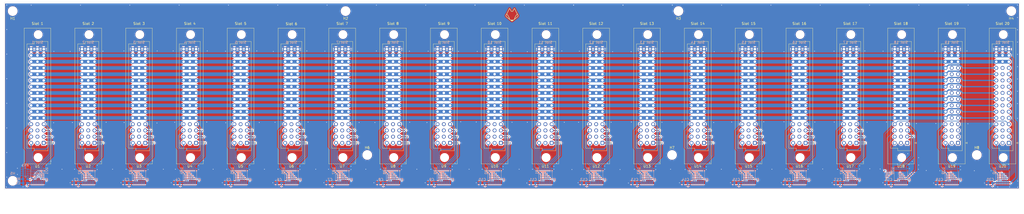
<source format=kicad_pcb>
(kicad_pcb (version 20171130) (host pcbnew 5.99.0+really5.1.10+dfsg1-1)
  (layers (0 F.Cu signal) (31 B.Cu signal) (34 B.Paste user) (35 F.Paste user) (36 B.SilkS user hide) (37 F.SilkS user) (38 B.Mask user) (39 F.Mask user) (44 Edge.Cuts user))
  (net 0 "")
  (net 1 GND)
  (net 2 +3V3)
  (net 3 +5V)
  (net 4 /TDI)
  (net 5 /TDO)
  (net 6 /TMS)
  (net 7 /TCK)
  (net 8 /~MCLR~)
  (net 9 /PGEC)
  (net 10 /PGED)
  (net 11 /TARGET_RX)
  (net 12 /TARGET_TX)
  (net 13 /EN_PWR_1)
  (net 14 /EN_ICSP_1)
  (net 15 /EN_JTAG_1)
  (net 16 /SPARE_1)
  (net 17 /EN_PWR_2)
  (net 18 /EN_ICSP_2)
  (net 19 /EN_JTAG_2)
  (net 20 /SPARE_2)
  (net 21 /EN_PWR_3)
  (net 22 /EN_ICSP_3)
  (net 23 /EN_JTAG_3)
  (net 24 /SPARE_3)
  (net 25 /EN_PWR_4)
  (net 26 /EN_ICSP_4)
  (net 27 /EN_JTAG_4)
  (net 28 /SPARE_4)
  (net 29 /EN_PWR_5)
  (net 30 /EN_ICSP_5)
  (net 31 /EN_JTAG_5)
  (net 32 /SPARE_5)
  (net 33 /EN_PWR_6)
  (net 34 /EN_ICSP_6)
  (net 35 /EN_JTAG_6)
  (net 36 /SPARE_6)
  (net 37 /EN_PWR_7)
  (net 38 /EN_ICSP_7)
  (net 39 /EN_JTAG_7)
  (net 40 /SPARE_7)
  (net 41 /EN_PWR_8)
  (net 42 /EN_ICSP_8)
  (net 43 /EN_JTAG_8)
  (net 44 /SPARE_8)
  (net 45 /EN_PWR_9)
  (net 46 /EN_ICSP_9)
  (net 47 /EN_JTAG_9)
  (net 48 /SPARE_9)
  (net 49 /EN_PWR_10)
  (net 50 /EN_ICSP_10)
  (net 51 /EN_JTAG_10)
  (net 52 /SPARE_10)
  (net 53 /EN_PWR_11)
  (net 54 /EN_ICSP_11)
  (net 55 /EN_JTAG_11)
  (net 56 /SPARE_11)
  (net 57 /EN_PWR_12)
  (net 58 /EN_ICSP_12)
  (net 59 /EN_JTAG_12)
  (net 60 /SPARE_12)
  (net 61 /EN_PWR_13)
  (net 62 /EN_ICSP_13)
  (net 63 /EN_JTAG_13)
  (net 64 /SPARE_13)
  (net 65 /EN_PWR_14)
  (net 66 /EN_ICSP_14)
  (net 67 /EN_JTAG_14)
  (net 68 /SPARE_14)
  (net 69 /EN_PWR_15)
  (net 70 /EN_ICSP_15)
  (net 71 /EN_JTAG_15)
  (net 72 /SPARE_15)
  (net 73 /EN_ICSP_16)
  (net 74 /EN_JTAG_16)
  (net 75 /SPARE_16)
  (net 76 /EN_PWR_17)
  (net 77 /EN_ICSP_17)
  (net 78 /EN_JTAG_17)
  (net 79 /SPARE_17)
  (net 80 /EN_ICSP_18)
  (net 81 /EN_JTAG_18)
  (net 82 /SPARE_18)
  (net 83 /EN_PWR_19)
  (net 84 /EN_ICSP_19)
  (net 85 /EN_JTAG_19)
  (net 86 /SPARE_19)
  (net 87 /EN_ICSP_20)
  (net 88 /EN_JTAG_20)
  (net 89 /SPARE_20)
  (net 90 /EN_PWR_21)
  (net 91 /EN_ICSP_21)
  (net 92 /EN_JTAG_21)
  (net 93 /SPARE_21)
  (net 94 /EN_ICSP_22)
  (net 95 /EN_JTAG_22)
  (net 96 /SPARE_22)
  (net 97 /EN_PWR_23)
  (net 98 /EN_ICSP_23)
  (net 99 /EN_JTAG_23)
  (net 100 /SPARE_23)
  (net 101 /EN_ICSP_24)
  (net 102 /EN_JTAG_24)
  (net 103 /SPARE_24)
  (net 104 /EN_PWR_25)
  (net 105 /EN_ICSP_25)
  (net 106 /EN_JTAG_25)
  (net 107 /SPARE_25)
  (net 108 /EN_ICSP_26)
  (net 109 /EN_JTAG_26)
  (net 110 /SPARE_26)
  (net 111 /EN_PWR_27)
  (net 112 /EN_ICSP_27)
  (net 113 /EN_JTAG_27)
  (net 114 /SPARE_27)
  (net 115 /EN_ICSP_28)
  (net 116 /EN_JTAG_28)
  (net 117 /SPARE_28)
  (net 118 /EN_PWR_29)
  (net 119 /EN_ICSP_29)
  (net 120 /EN_JTAG_29)
  (net 121 /SPARE_29)
  (net 122 /EN_ICSP_30)
  (net 123 /EN_JTAG_30)
  (net 124 /SPARE_30)
  (net 125 /EN_PWR_31)
  (net 126 /EN_ICSP_31)
  (net 127 /EN_JTAG_31)
  (net 128 /SPARE_31)
  (net 129 /EN_ICSP_32)
  (net 130 /EN_JTAG_32)
  (net 131 /SPARE_32)
  (net 132 /EN_PWR_33)
  (net 133 /EN_ICSP_33)
  (net 134 /EN_JTAG_33)
  (net 135 /SPARE_33)
  (net 136 /EN_ICSP_34)
  (net 137 /EN_JTAG_34)
  (net 138 /SPARE_34)
  (net 139 /EN_ICSP_36)
  (net 140 /EN_JTAG_36)
  (net 141 /EN_PWR_37)
  (net 142 /EN_ICSP_37)
  (net 143 /EN_JTAG_37)
  (net 144 /SPARE_37)
  (net 145 /EN_PWR_39)
  (net 146 /EN_ICSP_39)
  (net 147 /EN_JTAG_39)
  (net 148 /SPARE_39)
  (net 149 /EN_PWR_16)
  (net 150 /EN_PWR_18)
  (net 151 /EN_PWR_20)
  (net 152 /EN_PWR_22)
  (net 153 /EN_PWR_24)
  (net 154 /EN_PWR_26)
  (net 155 /EN_PWR_28)
  (net 156 /EN_PWR_30)
  (net 157 /EN_PWR_32)
  (net 158 /EN_PWR_34)
  (net 159 /DATA_IN_1)
  (net 160 /~OE~)
  (net 161 /~MASTER_RST~)
  (net 162 /STORAGE_CLK)
  (net 163 /SHIFT_CLK_IN)
  (net 164 /DATA_IN_2)
  (net 165 /DATA_IN_3)
  (net 166 /DATA_IN_4)
  (net 167 /DATA_IN_5)
  (net 168 /DATA_IN_6)
  (net 169 /DATA_IN_7)
  (net 170 /DATA_IN_8)
  (net 171 /DATA_IN_9)
  (net 172 /DATA_IN_10)
  (net 173 /DATA_IN_11)
  (net 174 /DATA_IN_12)
  (net 175 /DATA_IN_13)
  (net 176 /DATA_IN_14)
  (net 177 /DATA_IN_15)
  (net 178 /DATA_IN_16)
  (net 179 /DATA_IN_17)
  (net 180 /DATA_IN_18)
  (net 181 /DATA_IN_19)
  (net 182 /DATA_IN_20)
  (module Kicad_Library:DIN41612_C2_3x16_Female_Vertical_THT (layer F.Cu) (at 426.88 107.1 180)
    (fp_text reference U19 (at 2.54 -9.45) (layer F.SilkS))
    (fp_text value 86093488314745V1LF)
    (pad a1 thru_hole roundrect (at 0 0 180) (size 1.55 1.55) (drill 1) (layers *.Cu *.Mask) (roundrect_rratio 0.16129))
    (pad a2 thru_hole circle (at 0 2.54 180) (size 1.55 1.55) (drill 1) (layers *.Cu *.Mask))
    (pad a3 thru_hole circle (at 0 5.08 180) (size 1.55 1.55) (drill 1) (layers *.Cu *.Mask))
    (pad a4 thru_hole circle (at 0 7.62 180) (size 1.55 1.55) (drill 1) (layers *.Cu *.Mask))
    (pad a5 thru_hole circle (at 0 10.16 180) (size 1.55 1.55) (drill 1) (layers *.Cu *.Mask))
    (pad a6 thru_hole circle (at 0 12.7 180) (size 1.55 1.55) (drill 1) (layers *.Cu *.Mask))
    (pad a7 thru_hole circle (at 0 15.24 180) (size 1.55 1.55) (drill 1) (layers *.Cu *.Mask))
    (pad a8 thru_hole circle (at 0 17.78 180) (size 1.55 1.55) (drill 1) (layers *.Cu *.Mask))
    (pad a9 thru_hole circle (at 0 20.32 180) (size 1.55 1.55) (drill 1) (layers *.Cu *.Mask))
    (pad a10 thru_hole circle (at 0 22.86 180) (size 1.55 1.55) (drill 1) (layers *.Cu *.Mask))
    (pad a11 thru_hole circle (at 0 25.4 180) (size 1.55 1.55) (drill 1) (layers *.Cu *.Mask))
    (pad a12 thru_hole circle (at 0 27.94 180) (size 1.55 1.55) (drill 1) (layers *.Cu *.Mask))
    (pad a13 thru_hole circle (at 0 30.48 180) (size 1.55 1.55) (drill 1) (layers *.Cu *.Mask))
    (pad a14 thru_hole circle (at 0 33.02 180) (size 1.55 1.55) (drill 1) (layers *.Cu *.Mask) (net 3 +5V))
    (pad a15 thru_hole circle (at 0 35.56 180) (size 1.55 1.55) (drill 1) (layers *.Cu *.Mask) (net 2 +3V3))
    (pad a16 thru_hole circle (at 0 38.1 180) (size 1.55 1.55) (drill 1) (layers *.Cu *.Mask) (net 1 GND))
    (pad b1 thru_hole circle (at 2.54 0 180) (size 1.55 1.55) (drill 1) (layers *.Cu *.Mask))
    (pad b2 thru_hole circle (at 2.54 2.54 180) (size 1.55 1.55) (drill 1) (layers *.Cu *.Mask))
    (pad b3 thru_hole circle (at 2.54 5.08 180) (size 1.55 1.55) (drill 1) (layers *.Cu *.Mask))
    (pad b4 thru_hole circle (at 2.54 7.62 180) (size 1.55 1.55) (drill 1) (layers *.Cu *.Mask))
    (pad b5 thru_hole circle (at 2.54 10.16 180) (size 1.55 1.55) (drill 1) (layers *.Cu *.Mask))
    (pad b6 thru_hole circle (at 2.54 12.7 180) (size 1.55 1.55) (drill 1) (layers *.Cu *.Mask))
    (pad b7 thru_hole circle (at 2.54 15.24 180) (size 1.55 1.55) (drill 1) (layers *.Cu *.Mask))
    (pad b8 thru_hole circle (at 2.54 17.78 180) (size 1.55 1.55) (drill 1) (layers *.Cu *.Mask))
    (pad b9 thru_hole circle (at 2.54 20.32 180) (size 1.55 1.55) (drill 1) (layers *.Cu *.Mask))
    (pad b10 thru_hole circle (at 2.54 22.86 180) (size 1.55 1.55) (drill 1) (layers *.Cu *.Mask))
    (pad b11 thru_hole circle (at 2.54 25.4 180) (size 1.55 1.55) (drill 1) (layers *.Cu *.Mask))
    (pad b12 thru_hole circle (at 2.54 27.94 180) (size 1.55 1.55) (drill 1) (layers *.Cu *.Mask))
    (pad b13 thru_hole circle (at 2.54 30.48 180) (size 1.55 1.55) (drill 1) (layers *.Cu *.Mask))
    (pad b14 thru_hole circle (at 2.54 33.02 180) (size 1.55 1.55) (drill 1) (layers *.Cu *.Mask) (net 3 +5V))
    (pad b15 thru_hole circle (at 2.54 35.56 180) (size 1.55 1.55) (drill 1) (layers *.Cu *.Mask) (net 2 +3V3))
    (pad b16 thru_hole circle (at 2.54 38.1 180) (size 1.55 1.55) (drill 1) (layers *.Cu *.Mask) (net 1 GND))
    (pad c1 thru_hole circle (at 5.08 0 180) (size 1.55 1.55) (drill 1) (layers *.Cu *.Mask) (net 144 /SPARE_37))
    (pad c2 thru_hole circle (at 5.08 2.54 180) (size 1.55 1.55) (drill 1) (layers *.Cu *.Mask) (net 143 /EN_JTAG_37))
    (pad c3 thru_hole circle (at 5.08 5.08 180) (size 1.55 1.55) (drill 1) (layers *.Cu *.Mask) (net 142 /EN_ICSP_37))
    (pad c4 thru_hole circle (at 5.08 7.62 180) (size 1.55 1.55) (drill 1) (layers *.Cu *.Mask) (net 141 /EN_PWR_37))
    (pad c5 thru_hole circle (at 5.08 10.16 180) (size 1.55 1.55) (drill 1) (layers *.Cu *.Mask) (net 12 /TARGET_TX))
    (pad c6 thru_hole circle (at 5.08 12.7 180) (size 1.55 1.55) (drill 1) (layers *.Cu *.Mask) (net 11 /TARGET_RX))
    (pad c7 thru_hole circle (at 5.08 15.24 180) (size 1.55 1.55) (drill 1) (layers *.Cu *.Mask) (net 10 /PGED))
    (pad c8 thru_hole circle (at 5.08 17.78 180) (size 1.55 1.55) (drill 1) (layers *.Cu *.Mask) (net 9 /PGEC))
    (pad c9 thru_hole circle (at 5.08 20.32 180) (size 1.55 1.55) (drill 1) (layers *.Cu *.Mask) (net 8 /~MCLR~))
    (pad c10 thru_hole circle (at 5.08 22.86 180) (size 1.55 1.55) (drill 1) (layers *.Cu *.Mask) (net 7 /TCK))
    (pad c11 thru_hole circle (at 5.08 25.4 180) (size 1.55 1.55) (drill 1) (layers *.Cu *.Mask) (net 6 /TMS))
    (pad c12 thru_hole circle (at 5.08 27.94 180) (size 1.55 1.55) (drill 1) (layers *.Cu *.Mask) (net 5 /TDO))
    (pad c13 thru_hole circle (at 5.08 30.48 180) (size 1.55 1.55) (drill 1) (layers *.Cu *.Mask) (net 4 /TDI))
    (pad c14 thru_hole circle (at 5.08 33.02 180) (size 1.55 1.55) (drill 1) (layers *.Cu *.Mask) (net 3 +5V))
    (pad c15 thru_hole circle (at 5.08 35.56 180) (size 1.55 1.55) (drill 1) (layers *.Cu *.Mask) (net 2 +3V3))
    (pad c16 thru_hole circle (at 5.08 38.1 180) (size 1.55 1.55) (drill 1) (layers *.Cu *.Mask) (net 1 GND))
    (pad "" np_thru_hole circle (at 2.24 -5.95 180) (size 2.85 2.85) (drill 2.85) (layers *.Cu *.Mask))
    (pad "" np_thru_hole circle (at 2.24 44.05 180) (size 2.85 2.85) (drill 2.85) (layers *.Cu *.Mask))
  )
  (module Kicad_Library:DIN41612_C2_3x16_Female_Vertical_THT (layer F.Cu) (at 56.08 107.1 180)
    (fp_text reference U1 (at 2.54 -9.45) (layer F.SilkS))
    (fp_text value 86093488314745V1LF)
    (pad a1 thru_hole roundrect (at 0 0 180) (size 1.55 1.55) (drill 1) (layers *.Cu *.Mask) (roundrect_rratio 0.16129) (net 20 /SPARE_2))
    (pad a2 thru_hole circle (at 0 2.54 180) (size 1.55 1.55) (drill 1) (layers *.Cu *.Mask) (net 19 /EN_JTAG_2))
    (pad a3 thru_hole circle (at 0 5.08 180) (size 1.55 1.55) (drill 1) (layers *.Cu *.Mask) (net 18 /EN_ICSP_2))
    (pad a4 thru_hole circle (at 0 7.62 180) (size 1.55 1.55) (drill 1) (layers *.Cu *.Mask) (net 17 /EN_PWR_2))
    (pad a5 thru_hole circle (at 0 10.16 180) (size 1.55 1.55) (drill 1) (layers *.Cu *.Mask) (net 12 /TARGET_TX))
    (pad a6 thru_hole circle (at 0 12.7 180) (size 1.55 1.55) (drill 1) (layers *.Cu *.Mask) (net 11 /TARGET_RX))
    (pad a7 thru_hole circle (at 0 15.24 180) (size 1.55 1.55) (drill 1) (layers *.Cu *.Mask) (net 10 /PGED))
    (pad a8 thru_hole circle (at 0 17.78 180) (size 1.55 1.55) (drill 1) (layers *.Cu *.Mask) (net 9 /PGEC))
    (pad a9 thru_hole circle (at 0 20.32 180) (size 1.55 1.55) (drill 1) (layers *.Cu *.Mask) (net 8 /~MCLR~))
    (pad a10 thru_hole circle (at 0 22.86 180) (size 1.55 1.55) (drill 1) (layers *.Cu *.Mask) (net 7 /TCK))
    (pad a11 thru_hole circle (at 0 25.4 180) (size 1.55 1.55) (drill 1) (layers *.Cu *.Mask) (net 6 /TMS))
    (pad a12 thru_hole circle (at 0 27.94 180) (size 1.55 1.55) (drill 1) (layers *.Cu *.Mask) (net 5 /TDO))
    (pad a13 thru_hole circle (at 0 30.48 180) (size 1.55 1.55) (drill 1) (layers *.Cu *.Mask) (net 4 /TDI))
    (pad a14 thru_hole circle (at 0 33.02 180) (size 1.55 1.55) (drill 1) (layers *.Cu *.Mask) (net 3 +5V))
    (pad a15 thru_hole circle (at 0 35.56 180) (size 1.55 1.55) (drill 1) (layers *.Cu *.Mask) (net 2 +3V3))
    (pad a16 thru_hole circle (at 0 38.1 180) (size 1.55 1.55) (drill 1) (layers *.Cu *.Mask) (net 1 GND))
    (pad b1 thru_hole circle (at 2.54 0 180) (size 1.55 1.55) (drill 1) (layers *.Cu *.Mask))
    (pad b2 thru_hole circle (at 2.54 2.54 180) (size 1.55 1.55) (drill 1) (layers *.Cu *.Mask))
    (pad b3 thru_hole circle (at 2.54 5.08 180) (size 1.55 1.55) (drill 1) (layers *.Cu *.Mask))
    (pad b4 thru_hole circle (at 2.54 7.62 180) (size 1.55 1.55) (drill 1) (layers *.Cu *.Mask))
    (pad b5 thru_hole circle (at 2.54 10.16 180) (size 1.55 1.55) (drill 1) (layers *.Cu *.Mask) (net 12 /TARGET_TX))
    (pad b6 thru_hole circle (at 2.54 12.7 180) (size 1.55 1.55) (drill 1) (layers *.Cu *.Mask) (net 11 /TARGET_RX))
    (pad b7 thru_hole circle (at 2.54 15.24 180) (size 1.55 1.55) (drill 1) (layers *.Cu *.Mask) (net 10 /PGED))
    (pad b8 thru_hole circle (at 2.54 17.78 180) (size 1.55 1.55) (drill 1) (layers *.Cu *.Mask) (net 9 /PGEC))
    (pad b9 thru_hole circle (at 2.54 20.32 180) (size 1.55 1.55) (drill 1) (layers *.Cu *.Mask) (net 8 /~MCLR~))
    (pad b10 thru_hole circle (at 2.54 22.86 180) (size 1.55 1.55) (drill 1) (layers *.Cu *.Mask) (net 7 /TCK))
    (pad b11 thru_hole circle (at 2.54 25.4 180) (size 1.55 1.55) (drill 1) (layers *.Cu *.Mask) (net 6 /TMS))
    (pad b12 thru_hole circle (at 2.54 27.94 180) (size 1.55 1.55) (drill 1) (layers *.Cu *.Mask) (net 5 /TDO))
    (pad b13 thru_hole circle (at 2.54 30.48 180) (size 1.55 1.55) (drill 1) (layers *.Cu *.Mask) (net 4 /TDI))
    (pad b14 thru_hole circle (at 2.54 33.02 180) (size 1.55 1.55) (drill 1) (layers *.Cu *.Mask) (net 3 +5V))
    (pad b15 thru_hole circle (at 2.54 35.56 180) (size 1.55 1.55) (drill 1) (layers *.Cu *.Mask) (net 2 +3V3))
    (pad b16 thru_hole circle (at 2.54 38.1 180) (size 1.55 1.55) (drill 1) (layers *.Cu *.Mask) (net 1 GND))
    (pad c1 thru_hole circle (at 5.08 0 180) (size 1.55 1.55) (drill 1) (layers *.Cu *.Mask) (net 16 /SPARE_1))
    (pad c2 thru_hole circle (at 5.08 2.54 180) (size 1.55 1.55) (drill 1) (layers *.Cu *.Mask) (net 15 /EN_JTAG_1))
    (pad c3 thru_hole circle (at 5.08 5.08 180) (size 1.55 1.55) (drill 1) (layers *.Cu *.Mask) (net 14 /EN_ICSP_1))
    (pad c4 thru_hole circle (at 5.08 7.62 180) (size 1.55 1.55) (drill 1) (layers *.Cu *.Mask) (net 13 /EN_PWR_1))
    (pad c5 thru_hole circle (at 5.08 10.16 180) (size 1.55 1.55) (drill 1) (layers *.Cu *.Mask) (net 12 /TARGET_TX))
    (pad c6 thru_hole circle (at 5.08 12.7 180) (size 1.55 1.55) (drill 1) (layers *.Cu *.Mask) (net 11 /TARGET_RX))
    (pad c7 thru_hole circle (at 5.08 15.24 180) (size 1.55 1.55) (drill 1) (layers *.Cu *.Mask) (net 10 /PGED))
    (pad c8 thru_hole circle (at 5.08 17.78 180) (size 1.55 1.55) (drill 1) (layers *.Cu *.Mask) (net 9 /PGEC))
    (pad c9 thru_hole circle (at 5.08 20.32 180) (size 1.55 1.55) (drill 1) (layers *.Cu *.Mask) (net 8 /~MCLR~))
    (pad c10 thru_hole circle (at 5.08 22.86 180) (size 1.55 1.55) (drill 1) (layers *.Cu *.Mask) (net 7 /TCK))
    (pad c11 thru_hole circle (at 5.08 25.4 180) (size 1.55 1.55) (drill 1) (layers *.Cu *.Mask) (net 6 /TMS))
    (pad c12 thru_hole circle (at 5.08 27.94 180) (size 1.55 1.55) (drill 1) (layers *.Cu *.Mask) (net 5 /TDO))
    (pad c13 thru_hole circle (at 5.08 30.48 180) (size 1.55 1.55) (drill 1) (layers *.Cu *.Mask) (net 4 /TDI))
    (pad c14 thru_hole circle (at 5.08 33.02 180) (size 1.55 1.55) (drill 1) (layers *.Cu *.Mask) (net 3 +5V))
    (pad c15 thru_hole circle (at 5.08 35.56 180) (size 1.55 1.55) (drill 1) (layers *.Cu *.Mask) (net 2 +3V3))
    (pad c16 thru_hole circle (at 5.08 38.1 180) (size 1.55 1.55) (drill 1) (layers *.Cu *.Mask) (net 1 GND))
    (pad "" np_thru_hole circle (at 2.24 -5.95 180) (size 2.85 2.85) (drill 2.85) (layers *.Cu *.Mask))
    (pad "" np_thru_hole circle (at 2.24 44.05 180) (size 2.85 2.85) (drill 2.85) (layers *.Cu *.Mask))
  )
  (module Kicad_Library:FOX_LOGO_SILK (layer F.Cu) (at 246 55)
    (fp_text reference MARK3 hide)
    (fp_text value LOGO hide)
  )
  (module Kicad_Library:FOX_LOGO_MASK (layer B.Cu) (at 414 105 180)
    (fp_text reference MARK2 hide)
    (fp_text value LOGO hide)
  )
  (module Kicad_Library:FOX_LOGO_COPPER (layer B.Cu) (at 246 55 180)
    (fp_text reference MARK1 hide)
    (fp_text value LOGO hide)
    (fp_poly (pts (xy -0.865636 2.573781) (xy -0.843371 2.545224) (xy -0.816581 2.50518) (xy -0.790179 2.461109) (xy -0.783722 2.449427) (xy -0.769423 2.423376) (xy -0.745961 2.381072) (xy -0.714559 2.324705) (xy -0.676443 2.256465) (xy -0.632836 2.17854) (xy -0.584963 2.093122) (xy -0.534048 2.002398) (xy -0.481315 1.90856) (xy -0.477825 1.902354) (xy -0.217432 1.439333) (xy 0.217432 1.439333) (xy 0.477825 1.902354) (xy 0.530634 1.996321) (xy 0.581706 2.087315) (xy 0.629816 2.173149) (xy 0.67374 2.251631) (xy 0.712254 2.320573) (xy 0.744133 2.377785) (xy 0.768153 2.421078) (xy 0.783089 2.448261) (xy 0.783722 2.449427) (xy 0.809171 2.493305) (xy 0.836341 2.535179) (xy 0.86032 2.567591) (xy 0.865635 2.573781) (xy 0.902046 2.614083) (xy 1.088252 2.614083) (xy 1.119671 2.571361) (xy 1.130485 2.553228) (xy 1.149174 2.517995) (xy 1.174702 2.467765) (xy 1.206035 2.404637) (xy 1.242139 2.330714) (xy 1.281979 2.248097) (xy 1.324521 2.158887) (xy 1.36586 2.071298) (xy 1.439077 1.915417) (xy 1.504269 1.77679) (xy 1.562409 1.653512) (xy 1.614472 1.543676) (xy 1.66143 1.445377) (xy 1.704256 1.356711) (xy 1.743923 1.275771) (xy 1.781404 1.200653) (xy 1.817673 1.12945) (xy 1.853702 1.060258) (xy 1.890465 0.99117) (xy 1.928934 0.920282) (xy 1.970083 0.845687) (xy 2.014884 0.765482) (xy 2.064312 0.677759) (xy 2.119338 0.580614) (xy 2.180936 0.472141) (xy 2.196641 0.4445) (xy 2.566458 -0.206375) (xy 2.569988 -0.324352) (xy 2.571068 -0.379398) (xy 2.569906 -0.419998) (xy 2.565687 -0.452826) (xy 2.557598 -0.484555) (xy 2.546433 -0.517415) (xy 2.500529 -0.626189) (xy 2.443644 -0.725673) (xy 2.372274 -0.821427) (xy 2.313016 -0.887952) (xy 2.296807 -0.90298) (xy 2.265108 -0.930335) (xy 2.218981 -0.969151) (xy 2.159488 -1.018563) (xy 2.08769 -1.077704) (xy 2.00465 -1.145708) (xy 1.91143 -1.221711) (xy 1.809092 -1.304845) (xy 1.698698 -1.394246) (xy 1.581309 -1.489046) (xy 1.457989 -1.588382) (xy 1.329799 -1.691386) (xy 1.197801 -1.797193) (xy 1.19334 -1.800764) (xy 0.137722 -2.645833) (xy -0.002577 -2.645044) (xy -0.142875 -2.644255) (xy -1.183629 -1.810315) (xy -1.314624 -1.705272) (xy -1.441778 -1.603155) (xy -1.56403 -1.504826) (xy -1.680316 -1.411144) (xy -1.789576 -1.322971) (xy -1.890748 -1.241166) (xy -1.982769 -1.16659) (xy -2.064578 -1.100104) (xy -2.135112 -1.042568) (xy -2.193311 -0.994844) (xy -2.238111 -0.957791) (xy -2.268451 -0.93227) (xy -2.282945 -0.919458) (xy -2.3264 -0.873535) (xy -2.373137 -0.818039) (xy -2.418757 -0.758743) (xy -2.45886 -0.701417) (xy -2.489044 -0.651835) (xy -2.493628 -0.643111) (xy -2.510872 -0.605975) (xy -2.530379 -0.559369) (xy -2.546525 -0.517161) (xy -2.558723 -0.480857) (xy -2.566335 -0.449349) (xy -2.570171 -0.415969) (xy -2.571042 -0.374052) (xy -2.570668 -0.356399) (xy -2.41807 -0.356399) (xy -2.406596 -0.40165) (xy -2.384206 -0.456425) (xy -2.352635 -0.517723) (xy -2.313617 -0.582544) (xy -2.268889 -0.647886) (xy -2.220184 -0.710749) (xy -2.169238 -0.768131) (xy -2.147066 -0.79038) (xy -2.13239 -0.803272) (xy -2.103584 -0.827443) (xy -2.062342 -0.861528) (xy -2.010358 -0.90416) (xy -1.949325 -0.953974) (xy -1.880937 -1.009603) (xy -1.806888 -1.069681) (xy -1.728872 -1.132842) (xy -1.648582 -1.19772) (xy -1.567711 -1.262949) (xy -1.487955 -1.327163) (xy -1.411005 -1.388996) (xy -1.338557 -1.447081) (xy -1.272304 -1.500054) (xy -1.213939 -1.546546) (xy -1.165156 -1.585193) (xy -1.127649 -1.614629) (xy -1.103111 -1.633486) (xy -1.093237 -1.6404) (xy -1.093176 -1.640409) (xy -1.095594 -1.631015) (xy -1.103751 -1.605247) (xy -1.116464 -1.56673) (xy -1.132547 -1.519094) (xy -1.137645 -1.504171) (xy -1.20549 -1.321984) (xy -1.2863 -1.13204) (xy -1.377489 -0.939371) (xy -1.476473 -0.749012) (xy -1.580666 -0.565995) (xy -1.687482 -0.395356) (xy -1.765654 -0.281462) (xy -1.807555 -0.226903) (xy -1.857955 -0.167398) (xy -1.913144 -0.106799) (xy -1.969411 -0.048958) (xy -2.023048 0.002271) (xy -2.070344 0.043036) (xy -2.097482 0.063142) (xy -2.12989 0.084038) (xy -2.155619 0.099253) (xy -2.169543 0.105775) (xy -2.170084 0.105833) (xy -2.177365 0.097087) (xy -2.19306 0.072936) (xy -2.215366 0.036516) (xy -2.242482 -0.009037) (xy -2.272605 -0.060588) (xy -2.303936 -0.115003) (xy -2.334671 -0.169146) (xy -2.36301 -0.219881) (xy -2.387151 -0.264075) (xy -2.405292 -0.298591) (xy -2.415633 -0.320295) (xy -2.416892 -0.323674) (xy -2.41807 -0.356399) (xy -2.570668 -0.356399) (xy -2.569988 -0.324352) (xy -2.566458 -0.206375) (xy -2.295547 0.270427) (xy -2.081945 0.270427) (xy -2.074268 0.260743) (xy -2.0519 0.245911) (xy -2.019622 0.229084) (xy -2.018445 0.228532) (xy -1.98901 0.212916) (xy -1.95876 0.192439) (xy -1.924535 0.164483) (xy -1.883174 0.126429) (xy -1.831517 0.075661) (xy -1.820333 0.064418) (xy -1.723522 -0.04002) (xy -1.630408 -0.154886) (xy -1.539519 -0.282349) (xy -1.449385 -0.42458) (xy -1.358533 -0.583748) (xy -1.282196 -0.728958) (xy -1.196841 -0.901904) (xy -1.123563 -1.061877) (xy -1.061026 -1.212277) (xy -1.007896 -1.356507) (xy -0.962835 -1.497967) (xy -0.924727 -1.639175) (xy -0.910911 -1.694181) (xy -0.898396 -1.742257) (xy -0.888239 -1.779466) (xy -0.881501 -1.80187) (xy -0.879827 -1.806148) (xy -0.869898 -1.816129) (xy -0.845885 -1.837159) (xy -0.810291 -1.867138) (xy -0.765621 -1.903968) (xy -0.714378 -1.945551) (xy -0.693208 -1.962558) (xy -0.629084 -2.013358) (xy -0.57926 -2.05143) (xy -0.542061 -2.077928) (xy -0.515809 -2.094004) (xy -0.498827 -2.100812) (xy -0.492125 -2.10086) (xy -0.47116 -2.095196) (xy -0.437411 -2.086194) (xy -0.402167 -2.076855) (xy -0.379674 -2.071649) (xy -0.354251 -2.067525) (xy -0.323291 -2.064369) (xy -0.284187 -2.062067) (xy -0.234333 -2.060506) (xy -0.171123 -2.059573) (xy -0.091948 -2.059155) (xy 0.005292 -2.059137) (xy 0.100183 -2.059348) (xy 0.176657 -2.059802) (xy 0.237465 -2.060654) (xy 0.285357 -2.062057) (xy 0.323081 -2.064165) (xy 0.35339 -2.067134) (xy 0.379031 -2.071116) (xy 0.402756 -2.076267) (xy 0.427315 -2.08274) (xy 0.427571 -2.082811) (xy 0.469691 -2.093081) (xy 0.502592 -2.098358) (xy 0.521299 -2.097896) (xy 0.522821 -2.09711) (xy 0.560294 -2.067994) (xy 0.604835 -2.032772) (xy 0.65363 -1.99374) (xy 0.703859 -1.953197) (xy 0.752708 -1.913438) (xy 0.797358 -1.876759) (xy 0.834993 -1.845459) (xy 0.862796 -1.821832) (xy 0.87795 -1.808177) (xy 0.879827 -1.806043) (xy 0.884611 -1.791916) (xy 0.893306 -1.761147) (xy 0.904853 -1.717671) (xy 0.918194 -1.665421) (xy 0.924727 -1.639175) (xy 0.926431 -1.632864) (xy 1.101986 -1.632864) (xy 1.103317 -1.632702) (xy 1.113751 -1.624405) (xy 1.139244 -1.604059) (xy 1.178327 -1.572837) (xy 1.229532 -1.531915) (xy 1.291391 -1.482465) (xy 1.362433 -1.425662) (xy 1.441191 -1.36268) (xy 1.526196 -1.294694) (xy 1.615979 -1.222876) (xy 1.61925 -1.220259) (xy 1.73287 -1.129221) (xy 1.831212 -1.050022) (xy 1.915654 -0.98144) (xy 1.987569 -0.922246) (xy 2.048333 -0.871216) (xy 2.099322 -0.827124) (xy 2.14191 -0.788745) (xy 2.177474 -0.754853) (xy 2.207389 -0.724221) (xy 2.233029 -0.695626) (xy 2.25577 -0.66784) (xy 2.276988 -0.639638) (xy 2.287866 -0.624417) (xy 2.326905 -0.56452) (xy 2.360982 -0.503627) (xy 2.388539 -0.445366) (xy 2.408022 -0.393362) (xy 2.417874 -0.351242) (xy 2.416892 -0.323674) (xy 2.409083 -0.306159) (xy 2.392964 -0.274946) (xy 2.370336 -0.233169) (xy 2.343 -0.183965) (xy 2.31276 -0.130467) (xy 2.281415 -0.075811) (xy 2.250767 -0.023133) (xy 2.222619 0.024433) (xy 2.198771 0.063751) (xy 2.181026 0.091687) (xy 2.171184 0.105105) (xy 2.170083 0.105833) (xy 2.157603 0.100334) (xy 2.132813 0.085843) (xy 2.100836 0.065375) (xy 2.097481 0.063142) (xy 2.056766 0.031903) (xy 2.007135 -0.012474) (xy 1.9523 -0.066135) (xy 1.895969 -0.125228) (xy 1.841852 -0.185902) (xy 1.793658 -0.244303) (xy 1.765653 -0.281462) (xy 1.658096 -0.440582) (xy 1.55135 -0.615768) (xy 1.447996 -0.801993) (xy 1.350614 -0.99423) (xy 1.261787 -1.187453) (xy 1.184094 -1.376634) (xy 1.137202 -1.505464) (xy 1.121175 -1.554151) (xy 1.109388 -1.593774) (xy 1.102704 -1.621092) (xy 1.101986 -1.632864) (xy 0.926431 -1.632864) (xy 0.96309 -1.497098) (xy 1.008196 -1.355632) (xy 1.061381 -1.211374) (xy 1.123979 -1.060925) (xy 1.197327 -0.900883) (xy 1.282196 -0.728958) (xy 1.374742 -0.554226) (xy 1.465359 -0.398216) (xy 1.55552 -0.258759) (xy 1.646696 -0.133685) (xy 1.740357 -0.020824) (xy 1.820333 0.064418) (xy 1.874292 0.117885) (xy 1.917357 0.158142) (xy 1.95269 0.187806) (xy 1.983449 0.209497) (xy 2.012795 0.225831) (xy 2.018444 0.228532) (xy 2.050968 0.245371) (xy 2.073738 0.26032) (xy 2.081975 0.270223) (xy 2.081944 0.270427) (xy 2.076363 0.281834) (xy 2.061452 0.309564) (xy 2.038361 0.351547) (xy 2.008243 0.405715) (xy 1.972246 0.470001) (xy 1.931523 0.542337) (xy 1.887223 0.620654) (xy 1.878774 0.635552) (xy 1.826831 0.727813) (xy 1.77878 0.81485) (xy 1.733036 0.89977) (xy 1.68801 0.985683) (xy 1.642115 1.075696) (xy 1.593766 1.172917) (xy 1.541375 1.280455) (xy 1.483355 1.401417) (xy 1.425168 1.524) (xy 1.376291 1.627444) (xy 1.32868 1.728381) (xy 1.283379 1.824588) (xy 1.241429 1.913846) (xy 1.203872 1.993933) (xy 1.17175 2.062628) (xy 1.146107 2.11771) (xy 1.127983 2.156959) (xy 1.122233 2.169583) (xy 1.097031 2.2245) (xy 1.069922 2.282134) (xy 1.044907 2.334037) (xy 1.032322 2.359399) (xy 0.992592 2.43809) (xy 0.973032 2.412316) (xy 0.961697 2.394414) (xy 0.942877 2.361416) (xy 0.918655 2.317108) (xy 0.89111 2.265276) (xy 0.871609 2.227792) (xy 0.84376 2.174351) (xy 0.818604 2.127132) (xy 0.797994 2.089529) (xy 0.783779 2.064934) (xy 0.778519 2.057159) (xy 0.771083 2.045631) (xy 0.754477 2.017607) (xy 0.72984 1.975078) (xy 0.698309 1.920034) (xy 0.661023 1.854467) (xy 0.619119 1.780367) (xy 0.573737 1.699725) (xy 0.550333 1.657996) (xy 0.333375 1.270715) (xy 0.273037 1.270358) (xy 0.226263 1.273156) (xy 0.175167 1.280674) (xy 0.151751 1.285875) (xy 0.091194 1.296402) (xy 0.019323 1.300942) (xy -0.054872 1.299497) (xy -0.122402 1.292066) (xy -0.151751 1.285875) (xy -0.198766 1.276674) (xy -0.249788 1.271127) (xy -0.273037 1.270358) (xy -0.333375 1.270715) (xy -0.550333 1.657996) (xy -0.597017 1.741139) (xy -0.640786 1.818727) (xy -0.6805 1.888767) (xy -0.715022 1.949269) (xy -0.743214 1.998243) (xy -0.763938 2.033696) (xy -0.776056 2.053639) (xy -0.778519 2.057159) (xy -0.786927 2.070176) (xy -0.803075 2.098667) (xy -0.825114 2.139238) (xy -0.85119 2.188497) (xy -0.87161 2.227792) (xy -0.900223 2.282571) (xy -0.926925 2.332392) (xy -0.949633 2.373469) (xy -0.966268 2.402015) (xy -0.973032 2.412316) (xy -0.992592 2.43809) (xy -1.032322 2.359399) (xy -1.054072 2.315194) (xy -1.080372 2.260074) (xy -1.107218 2.202489) (xy -1.122233 2.169583) (xy -1.136353 2.138775) (xy -1.158496 2.091061) (xy -1.18762 2.028661) (xy -1.222682 1.953797) (xy -1.262641 1.86869) (xy -1.306455 1.775561) (xy -1.353081 1.676631) (xy -1.401476 1.57412) (xy -1.425169 1.524) (xy -1.489593 1.388339) (xy -1.546965 1.268892) (xy -1.59887 1.162553) (xy -1.646895 1.066211) (xy -1.692628 0.97676) (xy -1.737655 0.891092) (xy -1.783563 0.806097) (xy -1.831938 0.718669) (xy -1.878774 0.635552) (xy -1.923606 0.556359) (xy -1.965074 0.482768) (xy -2.002027 0.416846) (xy -2.033313 0.36066) (xy -2.057783 0.31628) (xy -2.074286 0.285773) (xy -2.08167 0.271206) (xy -2.081945 0.270427) (xy -2.295547 0.270427) (xy -2.196641 0.4445) (xy -2.133339 0.555944) (xy -2.07684 0.655607) (xy -2.02617 0.745396) (xy -1.980358 0.827214) (xy -1.93843 0.902969) (xy -1.899412 0.974565) (xy -1.862332 1.043908) (xy -1.826217 1.112903) (xy -1.790093 1.183456) (xy -1.752988 1.257472) (xy -1.713928 1.336856) (xy -1.671941 1.423514) (xy -1.626053 1.519352) (xy -1.575291 1.626275) (xy -1.518682 1.746188) (xy -1.455253 1.880996) (xy -1.384031 2.032606) (xy -1.365861 2.071298) (xy -1.321728 2.164775) (xy -1.279328 2.253625) (xy -1.239697 2.335747) (xy -1.203868 2.40904) (xy -1.172877 2.471402) (xy -1.147757 2.520732) (xy -1.129543 2.554929) (xy -1.119671 2.571361) (xy -1.088252 2.614083) (xy -0.902047 2.614083) (xy -0.865636 2.573781)) (layer B.Cu) (width 0.01))
  )
  (module MountingHole:MountingHole_3.2mm_M3 (layer F.Cu) (at 434.5 112)
    (fp_text reference H8 (at 0 -3) (layer F.SilkS))
    (fp_text value MountingHole)
    (pad 1 np_thru_hole circle (at 0 0) (size 3.2 3.2) (drill 3.2) (layers *.Cu *.Mask))
  )
  (module MountingHole:MountingHole_3.2mm_M3 (layer F.Cu) (at 310.9 112)
    (fp_text reference H7 (at 0 -3) (layer F.SilkS))
    (fp_text value MountingHole)
    (pad 1 np_thru_hole circle (at 0 0) (size 3.2 3.2) (drill 3.2) (layers *.Cu *.Mask))
  )
  (module MountingHole:MountingHole_3.2mm_M3 (layer F.Cu) (at 187.3 112)
    (fp_text reference H6 (at 0 -3) (layer F.SilkS))
    (fp_text value MountingHole)
    (pad 1 np_thru_hole circle (at 0 0) (size 3.2 3.2) (drill 3.2) (layers *.Cu *.Mask))
  )
  (module MountingHole:MountingHole_3.2mm_M3 (layer F.Cu) (at 43.5 122.5)
    (fp_text reference H5 (at 0 -3) (layer B.SilkS) (effects (justify mirror)))
    (fp_text value MountingHole)
    (pad 1 np_thru_hole circle (at 0 0) (size 3.2 3.2) (drill 3.2) (layers *.Cu *.Mask))
  )
  (module MountingHole:MountingHole_3.2mm_M3 (layer F.Cu) (at 448.5 53.5)
    (fp_text reference H4 (at 0 3) (layer F.SilkS))
    (fp_text value MountingHole)
    (pad 1 np_thru_hole circle (at 0 0) (size 3.2 3.2) (drill 3.2) (layers *.Cu *.Mask))
  )
  (module MountingHole:MountingHole_3.2mm_M3 (layer F.Cu) (at 313.5 53.5)
    (fp_text reference H3 (at 0 3) (layer F.SilkS))
    (fp_text value MountingHole)
    (pad 1 np_thru_hole circle (at 0 0) (size 3.2 3.2) (drill 3.2) (layers *.Cu *.Mask))
  )
  (module MountingHole:MountingHole_3.2mm_M3 (layer F.Cu) (at 178.5 53.5)
    (fp_text reference H2 (at 0 3) (layer F.SilkS))
    (fp_text value MountingHole)
    (pad 1 np_thru_hole circle (at 0 0) (size 3.2 3.2) (drill 3.2) (layers *.Cu *.Mask))
  )
  (module MountingHole:MountingHole_3.2mm_M3 (layer F.Cu) (at 43.5 53.5)
    (fp_text reference H1 (at 0 3) (layer F.SilkS))
    (fp_text value MountingHole)
    (pad 1 np_thru_hole circle (at 0 0) (size 3.2 3.2) (drill 3.2) (layers *.Cu *.Mask))
  )
  (module Package_SO:TSSOP-16_4.4x5mm_P0.65mm (layer B.Cu) (at 444.94 120.4 270)
    (fp_text reference U40 (at -2 3.45 270) (layer B.SilkS) (effects (justify mirror)))
    (fp_text value 74HC595)
    (pad 16 smd roundrect (at 2.8625 2.275 270) (size 1.475 0.4) (layers B.Cu B.Paste B.Mask) (net 2 +3V3))
    (pad 15 smd roundrect (at 2.8625 1.625 270) (size 1.475 0.4) (layers B.Cu B.Paste B.Mask) (net 145 /EN_PWR_39))
    (pad 14 smd roundrect (at 2.8625 0.975 270) (size 1.475 0.4) (layers B.Cu B.Paste B.Mask) (net 182 /DATA_IN_20))
    (pad 13 smd roundrect (at 2.8625 0.325 270) (size 1.475 0.4) (layers B.Cu B.Paste B.Mask) (net 160 /~OE~))
    (pad 12 smd roundrect (at 2.8625 -0.325 270) (size 1.475 0.4) (layers B.Cu B.Paste B.Mask) (net 162 /STORAGE_CLK))
    (pad 11 smd roundrect (at 2.8625 -0.975 270) (size 1.475 0.4) (layers B.Cu B.Paste B.Mask) (net 163 /SHIFT_CLK_IN))
    (pad 10 smd roundrect (at 2.8625 -1.625 270) (size 1.475 0.4) (layers B.Cu B.Paste B.Mask) (net 161 /~MASTER_RST~))
    (pad 9 smd roundrect (at 2.8625 -2.275 270) (size 1.475 0.4) (layers B.Cu B.Paste B.Mask))
    (pad 8 smd roundrect (at -2.8625 -2.275 270) (size 1.475 0.4) (layers B.Cu B.Paste B.Mask) (net 1 GND))
    (pad 7 smd roundrect (at -2.8625 -1.625 270) (size 1.475 0.4) (layers B.Cu B.Paste B.Mask))
    (pad 6 smd roundrect (at -2.8625 -0.975 270) (size 1.475 0.4) (layers B.Cu B.Paste B.Mask))
    (pad 5 smd roundrect (at -2.8625 -0.325 270) (size 1.475 0.4) (layers B.Cu B.Paste B.Mask))
    (pad 4 smd roundrect (at -2.8625 0.325 270) (size 1.475 0.4) (layers B.Cu B.Paste B.Mask))
    (pad 3 smd roundrect (at -2.8625 0.975 270) (size 1.475 0.4) (layers B.Cu B.Paste B.Mask) (net 148 /SPARE_39))
    (pad 2 smd roundrect (at -2.8625 1.625 270) (size 1.475 0.4) (layers B.Cu B.Paste B.Mask) (net 147 /EN_JTAG_39))
    (pad 1 smd roundrect (at -2.8625 2.275 270) (size 1.475 0.4) (layers B.Cu B.Paste B.Mask) (net 146 /EN_ICSP_39))
  )
  (module Package_SO:TSSOP-16_4.4x5mm_P0.65mm (layer B.Cu) (at 424.34 120.4 270)
    (fp_text reference U39 (at -2 3.45 90) (layer B.SilkS) (effects (justify mirror)))
    (fp_text value 74HC595)
    (pad 16 smd roundrect (at 2.8625 2.275 270) (size 1.475 0.4) (layers B.Cu B.Paste B.Mask) (net 2 +3V3))
    (pad 15 smd roundrect (at 2.8625 1.625 270) (size 1.475 0.4) (layers B.Cu B.Paste B.Mask) (net 141 /EN_PWR_37))
    (pad 14 smd roundrect (at 2.8625 0.975 270) (size 1.475 0.4) (layers B.Cu B.Paste B.Mask) (net 181 /DATA_IN_19))
    (pad 13 smd roundrect (at 2.8625 0.325 270) (size 1.475 0.4) (layers B.Cu B.Paste B.Mask) (net 160 /~OE~))
    (pad 12 smd roundrect (at 2.8625 -0.325 270) (size 1.475 0.4) (layers B.Cu B.Paste B.Mask) (net 162 /STORAGE_CLK))
    (pad 11 smd roundrect (at 2.8625 -0.975 270) (size 1.475 0.4) (layers B.Cu B.Paste B.Mask) (net 163 /SHIFT_CLK_IN))
    (pad 10 smd roundrect (at 2.8625 -1.625 270) (size 1.475 0.4) (layers B.Cu B.Paste B.Mask) (net 161 /~MASTER_RST~))
    (pad 9 smd roundrect (at 2.8625 -2.275 270) (size 1.475 0.4) (layers B.Cu B.Paste B.Mask) (net 182 /DATA_IN_20))
    (pad 8 smd roundrect (at -2.8625 -2.275 270) (size 1.475 0.4) (layers B.Cu B.Paste B.Mask) (net 1 GND))
    (pad 7 smd roundrect (at -2.8625 -1.625 270) (size 1.475 0.4) (layers B.Cu B.Paste B.Mask))
    (pad 6 smd roundrect (at -2.8625 -0.975 270) (size 1.475 0.4) (layers B.Cu B.Paste B.Mask))
    (pad 5 smd roundrect (at -2.8625 -0.325 270) (size 1.475 0.4) (layers B.Cu B.Paste B.Mask))
    (pad 4 smd roundrect (at -2.8625 0.325 270) (size 1.475 0.4) (layers B.Cu B.Paste B.Mask))
    (pad 3 smd roundrect (at -2.8625 0.975 270) (size 1.475 0.4) (layers B.Cu B.Paste B.Mask) (net 144 /SPARE_37))
    (pad 2 smd roundrect (at -2.8625 1.625 270) (size 1.475 0.4) (layers B.Cu B.Paste B.Mask) (net 143 /EN_JTAG_37))
    (pad 1 smd roundrect (at -2.8625 2.275 270) (size 1.475 0.4) (layers B.Cu B.Paste B.Mask) (net 142 /EN_ICSP_37))
  )
  (module Package_SO:TSSOP-16_4.4x5mm_P0.65mm (layer B.Cu) (at 403.74 120.4 270)
    (fp_text reference U38 (at -2 3.45 90) (layer B.SilkS) (effects (justify mirror)))
    (fp_text value 74HC595)
    (pad 16 smd roundrect (at 2.8625 2.275 270) (size 1.475 0.4) (layers B.Cu B.Paste B.Mask) (net 2 +3V3))
    (pad 15 smd roundrect (at 2.8625 1.625 270) (size 1.475 0.4) (layers B.Cu B.Paste B.Mask))
    (pad 14 smd roundrect (at 2.8625 0.975 270) (size 1.475 0.4) (layers B.Cu B.Paste B.Mask) (net 180 /DATA_IN_18))
    (pad 13 smd roundrect (at 2.8625 0.325 270) (size 1.475 0.4) (layers B.Cu B.Paste B.Mask) (net 160 /~OE~))
    (pad 12 smd roundrect (at 2.8625 -0.325 270) (size 1.475 0.4) (layers B.Cu B.Paste B.Mask) (net 162 /STORAGE_CLK))
    (pad 11 smd roundrect (at 2.8625 -0.975 270) (size 1.475 0.4) (layers B.Cu B.Paste B.Mask) (net 163 /SHIFT_CLK_IN))
    (pad 10 smd roundrect (at 2.8625 -1.625 270) (size 1.475 0.4) (layers B.Cu B.Paste B.Mask) (net 161 /~MASTER_RST~))
    (pad 9 smd roundrect (at 2.8625 -2.275 270) (size 1.475 0.4) (layers B.Cu B.Paste B.Mask) (net 181 /DATA_IN_19))
    (pad 8 smd roundrect (at -2.8625 -2.275 270) (size 1.475 0.4) (layers B.Cu B.Paste B.Mask) (net 1 GND))
    (pad 7 smd roundrect (at -2.8625 -1.625 270) (size 1.475 0.4) (layers B.Cu B.Paste B.Mask))
    (pad 6 smd roundrect (at -2.8625 -0.975 270) (size 1.475 0.4) (layers B.Cu B.Paste B.Mask) (net 140 /EN_JTAG_36))
    (pad 5 smd roundrect (at -2.8625 -0.325 270) (size 1.475 0.4) (layers B.Cu B.Paste B.Mask) (net 139 /EN_ICSP_36))
    (pad 4 smd roundrect (at -2.8625 0.325 270) (size 1.475 0.4) (layers B.Cu B.Paste B.Mask))
    (pad 3 smd roundrect (at -2.8625 0.975 270) (size 1.475 0.4) (layers B.Cu B.Paste B.Mask))
    (pad 2 smd roundrect (at -2.8625 1.625 270) (size 1.475 0.4) (layers B.Cu B.Paste B.Mask))
    (pad 1 smd roundrect (at -2.8625 2.275 270) (size 1.475 0.4) (layers B.Cu B.Paste B.Mask))
  )
  (module Package_SO:TSSOP-16_4.4x5mm_P0.65mm (layer B.Cu) (at 383.14 120.4 270)
    (fp_text reference U37 (at -2 3.45 90) (layer B.SilkS) (effects (justify mirror)))
    (fp_text value 74HC595)
    (pad 16 smd roundrect (at 2.8625 2.275 270) (size 1.475 0.4) (layers B.Cu B.Paste B.Mask) (net 2 +3V3))
    (pad 15 smd roundrect (at 2.8625 1.625 270) (size 1.475 0.4) (layers B.Cu B.Paste B.Mask) (net 132 /EN_PWR_33))
    (pad 14 smd roundrect (at 2.8625 0.975 270) (size 1.475 0.4) (layers B.Cu B.Paste B.Mask) (net 179 /DATA_IN_17))
    (pad 13 smd roundrect (at 2.8625 0.325 270) (size 1.475 0.4) (layers B.Cu B.Paste B.Mask) (net 160 /~OE~))
    (pad 12 smd roundrect (at 2.8625 -0.325 270) (size 1.475 0.4) (layers B.Cu B.Paste B.Mask) (net 162 /STORAGE_CLK))
    (pad 11 smd roundrect (at 2.8625 -0.975 270) (size 1.475 0.4) (layers B.Cu B.Paste B.Mask) (net 163 /SHIFT_CLK_IN))
    (pad 10 smd roundrect (at 2.8625 -1.625 270) (size 1.475 0.4) (layers B.Cu B.Paste B.Mask) (net 161 /~MASTER_RST~))
    (pad 9 smd roundrect (at 2.8625 -2.275 270) (size 1.475 0.4) (layers B.Cu B.Paste B.Mask) (net 180 /DATA_IN_18))
    (pad 8 smd roundrect (at -2.8625 -2.275 270) (size 1.475 0.4) (layers B.Cu B.Paste B.Mask) (net 1 GND))
    (pad 7 smd roundrect (at -2.8625 -1.625 270) (size 1.475 0.4) (layers B.Cu B.Paste B.Mask) (net 138 /SPARE_34))
    (pad 6 smd roundrect (at -2.8625 -0.975 270) (size 1.475 0.4) (layers B.Cu B.Paste B.Mask) (net 137 /EN_JTAG_34))
    (pad 5 smd roundrect (at -2.8625 -0.325 270) (size 1.475 0.4) (layers B.Cu B.Paste B.Mask) (net 136 /EN_ICSP_34))
    (pad 4 smd roundrect (at -2.8625 0.325 270) (size 1.475 0.4) (layers B.Cu B.Paste B.Mask) (net 158 /EN_PWR_34))
    (pad 3 smd roundrect (at -2.8625 0.975 270) (size 1.475 0.4) (layers B.Cu B.Paste B.Mask) (net 135 /SPARE_33))
    (pad 2 smd roundrect (at -2.8625 1.625 270) (size 1.475 0.4) (layers B.Cu B.Paste B.Mask) (net 134 /EN_JTAG_33))
    (pad 1 smd roundrect (at -2.8625 2.275 270) (size 1.475 0.4) (layers B.Cu B.Paste B.Mask) (net 133 /EN_ICSP_33))
  )
  (module Package_SO:TSSOP-16_4.4x5mm_P0.65mm (layer B.Cu) (at 362.54 120.4 270)
    (fp_text reference U36 (at -2 3.45 90) (layer B.SilkS) (effects (justify mirror)))
    (fp_text value 74HC595)
    (pad 16 smd roundrect (at 2.8625 2.275 270) (size 1.475 0.4) (layers B.Cu B.Paste B.Mask) (net 2 +3V3))
    (pad 15 smd roundrect (at 2.8625 1.625 270) (size 1.475 0.4) (layers B.Cu B.Paste B.Mask) (net 125 /EN_PWR_31))
    (pad 14 smd roundrect (at 2.8625 0.975 270) (size 1.475 0.4) (layers B.Cu B.Paste B.Mask) (net 178 /DATA_IN_16))
    (pad 13 smd roundrect (at 2.8625 0.325 270) (size 1.475 0.4) (layers B.Cu B.Paste B.Mask) (net 160 /~OE~))
    (pad 12 smd roundrect (at 2.8625 -0.325 270) (size 1.475 0.4) (layers B.Cu B.Paste B.Mask) (net 162 /STORAGE_CLK))
    (pad 11 smd roundrect (at 2.8625 -0.975 270) (size 1.475 0.4) (layers B.Cu B.Paste B.Mask) (net 163 /SHIFT_CLK_IN))
    (pad 10 smd roundrect (at 2.8625 -1.625 270) (size 1.475 0.4) (layers B.Cu B.Paste B.Mask) (net 161 /~MASTER_RST~))
    (pad 9 smd roundrect (at 2.8625 -2.275 270) (size 1.475 0.4) (layers B.Cu B.Paste B.Mask) (net 179 /DATA_IN_17))
    (pad 8 smd roundrect (at -2.8625 -2.275 270) (size 1.475 0.4) (layers B.Cu B.Paste B.Mask) (net 1 GND))
    (pad 7 smd roundrect (at -2.8625 -1.625 270) (size 1.475 0.4) (layers B.Cu B.Paste B.Mask) (net 131 /SPARE_32))
    (pad 6 smd roundrect (at -2.8625 -0.975 270) (size 1.475 0.4) (layers B.Cu B.Paste B.Mask) (net 130 /EN_JTAG_32))
    (pad 5 smd roundrect (at -2.8625 -0.325 270) (size 1.475 0.4) (layers B.Cu B.Paste B.Mask) (net 129 /EN_ICSP_32))
    (pad 4 smd roundrect (at -2.8625 0.325 270) (size 1.475 0.4) (layers B.Cu B.Paste B.Mask) (net 157 /EN_PWR_32))
    (pad 3 smd roundrect (at -2.8625 0.975 270) (size 1.475 0.4) (layers B.Cu B.Paste B.Mask) (net 128 /SPARE_31))
    (pad 2 smd roundrect (at -2.8625 1.625 270) (size 1.475 0.4) (layers B.Cu B.Paste B.Mask) (net 127 /EN_JTAG_31))
    (pad 1 smd roundrect (at -2.8625 2.275 270) (size 1.475 0.4) (layers B.Cu B.Paste B.Mask) (net 126 /EN_ICSP_31))
  )
  (module Package_SO:TSSOP-16_4.4x5mm_P0.65mm (layer B.Cu) (at 341.94 120.4 270)
    (fp_text reference U35 (at -2 3.45 90) (layer B.SilkS) (effects (justify mirror)))
    (fp_text value 74HC595)
    (pad 16 smd roundrect (at 2.8625 2.275 270) (size 1.475 0.4) (layers B.Cu B.Paste B.Mask) (net 2 +3V3))
    (pad 15 smd roundrect (at 2.8625 1.625 270) (size 1.475 0.4) (layers B.Cu B.Paste B.Mask) (net 118 /EN_PWR_29))
    (pad 14 smd roundrect (at 2.8625 0.975 270) (size 1.475 0.4) (layers B.Cu B.Paste B.Mask) (net 177 /DATA_IN_15))
    (pad 13 smd roundrect (at 2.8625 0.325 270) (size 1.475 0.4) (layers B.Cu B.Paste B.Mask) (net 160 /~OE~))
    (pad 12 smd roundrect (at 2.8625 -0.325 270) (size 1.475 0.4) (layers B.Cu B.Paste B.Mask) (net 162 /STORAGE_CLK))
    (pad 11 smd roundrect (at 2.8625 -0.975 270) (size 1.475 0.4) (layers B.Cu B.Paste B.Mask) (net 163 /SHIFT_CLK_IN))
    (pad 10 smd roundrect (at 2.8625 -1.625 270) (size 1.475 0.4) (layers B.Cu B.Paste B.Mask) (net 161 /~MASTER_RST~))
    (pad 9 smd roundrect (at 2.8625 -2.275 270) (size 1.475 0.4) (layers B.Cu B.Paste B.Mask) (net 178 /DATA_IN_16))
    (pad 8 smd roundrect (at -2.8625 -2.275 270) (size 1.475 0.4) (layers B.Cu B.Paste B.Mask) (net 1 GND))
    (pad 7 smd roundrect (at -2.8625 -1.625 270) (size 1.475 0.4) (layers B.Cu B.Paste B.Mask) (net 124 /SPARE_30))
    (pad 6 smd roundrect (at -2.8625 -0.975 270) (size 1.475 0.4) (layers B.Cu B.Paste B.Mask) (net 123 /EN_JTAG_30))
    (pad 5 smd roundrect (at -2.8625 -0.325 270) (size 1.475 0.4) (layers B.Cu B.Paste B.Mask) (net 122 /EN_ICSP_30))
    (pad 4 smd roundrect (at -2.8625 0.325 270) (size 1.475 0.4) (layers B.Cu B.Paste B.Mask) (net 156 /EN_PWR_30))
    (pad 3 smd roundrect (at -2.8625 0.975 270) (size 1.475 0.4) (layers B.Cu B.Paste B.Mask) (net 121 /SPARE_29))
    (pad 2 smd roundrect (at -2.8625 1.625 270) (size 1.475 0.4) (layers B.Cu B.Paste B.Mask) (net 120 /EN_JTAG_29))
    (pad 1 smd roundrect (at -2.8625 2.275 270) (size 1.475 0.4) (layers B.Cu B.Paste B.Mask) (net 119 /EN_ICSP_29))
  )
  (module Package_SO:TSSOP-16_4.4x5mm_P0.65mm (layer B.Cu) (at 321.34 120.4 270)
    (fp_text reference U34 (at -2 3.45 270) (layer B.SilkS) (effects (justify mirror)))
    (fp_text value 74HC595)
    (pad 16 smd roundrect (at 2.8625 2.275 270) (size 1.475 0.4) (layers B.Cu B.Paste B.Mask) (net 2 +3V3))
    (pad 15 smd roundrect (at 2.8625 1.625 270) (size 1.475 0.4) (layers B.Cu B.Paste B.Mask) (net 111 /EN_PWR_27))
    (pad 14 smd roundrect (at 2.8625 0.975 270) (size 1.475 0.4) (layers B.Cu B.Paste B.Mask) (net 176 /DATA_IN_14))
    (pad 13 smd roundrect (at 2.8625 0.325 270) (size 1.475 0.4) (layers B.Cu B.Paste B.Mask) (net 160 /~OE~))
    (pad 12 smd roundrect (at 2.8625 -0.325 270) (size 1.475 0.4) (layers B.Cu B.Paste B.Mask) (net 162 /STORAGE_CLK))
    (pad 11 smd roundrect (at 2.8625 -0.975 270) (size 1.475 0.4) (layers B.Cu B.Paste B.Mask) (net 163 /SHIFT_CLK_IN))
    (pad 10 smd roundrect (at 2.8625 -1.625 270) (size 1.475 0.4) (layers B.Cu B.Paste B.Mask) (net 161 /~MASTER_RST~))
    (pad 9 smd roundrect (at 2.8625 -2.275 270) (size 1.475 0.4) (layers B.Cu B.Paste B.Mask) (net 177 /DATA_IN_15))
    (pad 8 smd roundrect (at -2.8625 -2.275 270) (size 1.475 0.4) (layers B.Cu B.Paste B.Mask) (net 1 GND))
    (pad 7 smd roundrect (at -2.8625 -1.625 270) (size 1.475 0.4) (layers B.Cu B.Paste B.Mask) (net 117 /SPARE_28))
    (pad 6 smd roundrect (at -2.8625 -0.975 270) (size 1.475 0.4) (layers B.Cu B.Paste B.Mask) (net 116 /EN_JTAG_28))
    (pad 5 smd roundrect (at -2.8625 -0.325 270) (size 1.475 0.4) (layers B.Cu B.Paste B.Mask) (net 115 /EN_ICSP_28))
    (pad 4 smd roundrect (at -2.8625 0.325 270) (size 1.475 0.4) (layers B.Cu B.Paste B.Mask) (net 155 /EN_PWR_28))
    (pad 3 smd roundrect (at -2.8625 0.975 270) (size 1.475 0.4) (layers B.Cu B.Paste B.Mask) (net 114 /SPARE_27))
    (pad 2 smd roundrect (at -2.8625 1.625 270) (size 1.475 0.4) (layers B.Cu B.Paste B.Mask) (net 113 /EN_JTAG_27))
    (pad 1 smd roundrect (at -2.8625 2.275 270) (size 1.475 0.4) (layers B.Cu B.Paste B.Mask) (net 112 /EN_ICSP_27))
  )
  (module Package_SO:TSSOP-16_4.4x5mm_P0.65mm (layer B.Cu) (at 300.74 120.4 270)
    (fp_text reference U33 (at -2 3.45 90) (layer B.SilkS) (effects (justify mirror)))
    (fp_text value 74HC595)
    (pad 16 smd roundrect (at 2.8625 2.275 270) (size 1.475 0.4) (layers B.Cu B.Paste B.Mask) (net 2 +3V3))
    (pad 15 smd roundrect (at 2.8625 1.625 270) (size 1.475 0.4) (layers B.Cu B.Paste B.Mask) (net 104 /EN_PWR_25))
    (pad 14 smd roundrect (at 2.8625 0.975 270) (size 1.475 0.4) (layers B.Cu B.Paste B.Mask) (net 175 /DATA_IN_13))
    (pad 13 smd roundrect (at 2.8625 0.325 270) (size 1.475 0.4) (layers B.Cu B.Paste B.Mask) (net 160 /~OE~))
    (pad 12 smd roundrect (at 2.8625 -0.325 270) (size 1.475 0.4) (layers B.Cu B.Paste B.Mask) (net 162 /STORAGE_CLK))
    (pad 11 smd roundrect (at 2.8625 -0.975 270) (size 1.475 0.4) (layers B.Cu B.Paste B.Mask) (net 163 /SHIFT_CLK_IN))
    (pad 10 smd roundrect (at 2.8625 -1.625 270) (size 1.475 0.4) (layers B.Cu B.Paste B.Mask) (net 161 /~MASTER_RST~))
    (pad 9 smd roundrect (at 2.8625 -2.275 270) (size 1.475 0.4) (layers B.Cu B.Paste B.Mask) (net 176 /DATA_IN_14))
    (pad 8 smd roundrect (at -2.8625 -2.275 270) (size 1.475 0.4) (layers B.Cu B.Paste B.Mask) (net 1 GND))
    (pad 7 smd roundrect (at -2.8625 -1.625 270) (size 1.475 0.4) (layers B.Cu B.Paste B.Mask) (net 110 /SPARE_26))
    (pad 6 smd roundrect (at -2.8625 -0.975 270) (size 1.475 0.4) (layers B.Cu B.Paste B.Mask) (net 109 /EN_JTAG_26))
    (pad 5 smd roundrect (at -2.8625 -0.325 270) (size 1.475 0.4) (layers B.Cu B.Paste B.Mask) (net 108 /EN_ICSP_26))
    (pad 4 smd roundrect (at -2.8625 0.325 270) (size 1.475 0.4) (layers B.Cu B.Paste B.Mask) (net 154 /EN_PWR_26))
    (pad 3 smd roundrect (at -2.8625 0.975 270) (size 1.475 0.4) (layers B.Cu B.Paste B.Mask) (net 107 /SPARE_25))
    (pad 2 smd roundrect (at -2.8625 1.625 270) (size 1.475 0.4) (layers B.Cu B.Paste B.Mask) (net 106 /EN_JTAG_25))
    (pad 1 smd roundrect (at -2.8625 2.275 270) (size 1.475 0.4) (layers B.Cu B.Paste B.Mask) (net 105 /EN_ICSP_25))
  )
  (module Package_SO:TSSOP-16_4.4x5mm_P0.65mm (layer B.Cu) (at 280.14 120.4 270)
    (fp_text reference U32 (at -2 3.45 90) (layer B.SilkS) (effects (justify mirror)))
    (fp_text value 74HC595)
    (pad 16 smd roundrect (at 2.8625 2.275 270) (size 1.475 0.4) (layers B.Cu B.Paste B.Mask) (net 2 +3V3))
    (pad 15 smd roundrect (at 2.8625 1.625 270) (size 1.475 0.4) (layers B.Cu B.Paste B.Mask) (net 97 /EN_PWR_23))
    (pad 14 smd roundrect (at 2.8625 0.975 270) (size 1.475 0.4) (layers B.Cu B.Paste B.Mask) (net 174 /DATA_IN_12))
    (pad 13 smd roundrect (at 2.8625 0.325 270) (size 1.475 0.4) (layers B.Cu B.Paste B.Mask) (net 160 /~OE~))
    (pad 12 smd roundrect (at 2.8625 -0.325 270) (size 1.475 0.4) (layers B.Cu B.Paste B.Mask) (net 162 /STORAGE_CLK))
    (pad 11 smd roundrect (at 2.8625 -0.975 270) (size 1.475 0.4) (layers B.Cu B.Paste B.Mask) (net 163 /SHIFT_CLK_IN))
    (pad 10 smd roundrect (at 2.8625 -1.625 270) (size 1.475 0.4) (layers B.Cu B.Paste B.Mask) (net 161 /~MASTER_RST~))
    (pad 9 smd roundrect (at 2.8625 -2.275 270) (size 1.475 0.4) (layers B.Cu B.Paste B.Mask) (net 175 /DATA_IN_13))
    (pad 8 smd roundrect (at -2.8625 -2.275 270) (size 1.475 0.4) (layers B.Cu B.Paste B.Mask) (net 1 GND))
    (pad 7 smd roundrect (at -2.8625 -1.625 270) (size 1.475 0.4) (layers B.Cu B.Paste B.Mask) (net 103 /SPARE_24))
    (pad 6 smd roundrect (at -2.8625 -0.975 270) (size 1.475 0.4) (layers B.Cu B.Paste B.Mask) (net 102 /EN_JTAG_24))
    (pad 5 smd roundrect (at -2.8625 -0.325 270) (size 1.475 0.4) (layers B.Cu B.Paste B.Mask) (net 101 /EN_ICSP_24))
    (pad 4 smd roundrect (at -2.8625 0.325 270) (size 1.475 0.4) (layers B.Cu B.Paste B.Mask) (net 153 /EN_PWR_24))
    (pad 3 smd roundrect (at -2.8625 0.975 270) (size 1.475 0.4) (layers B.Cu B.Paste B.Mask) (net 100 /SPARE_23))
    (pad 2 smd roundrect (at -2.8625 1.625 270) (size 1.475 0.4) (layers B.Cu B.Paste B.Mask) (net 99 /EN_JTAG_23))
    (pad 1 smd roundrect (at -2.8625 2.275 270) (size 1.475 0.4) (layers B.Cu B.Paste B.Mask) (net 98 /EN_ICSP_23))
  )
  (module Package_SO:TSSOP-16_4.4x5mm_P0.65mm (layer B.Cu) (at 259.54 120.4 270)
    (fp_text reference U31 (at -2 3.45 90) (layer B.SilkS) (effects (justify mirror)))
    (fp_text value 74HC595)
    (pad 16 smd roundrect (at 2.8625 2.275 270) (size 1.475 0.4) (layers B.Cu B.Paste B.Mask) (net 2 +3V3))
    (pad 15 smd roundrect (at 2.8625 1.625 270) (size 1.475 0.4) (layers B.Cu B.Paste B.Mask) (net 90 /EN_PWR_21))
    (pad 14 smd roundrect (at 2.8625 0.975 270) (size 1.475 0.4) (layers B.Cu B.Paste B.Mask) (net 173 /DATA_IN_11))
    (pad 13 smd roundrect (at 2.8625 0.325 270) (size 1.475 0.4) (layers B.Cu B.Paste B.Mask) (net 160 /~OE~))
    (pad 12 smd roundrect (at 2.8625 -0.325 270) (size 1.475 0.4) (layers B.Cu B.Paste B.Mask) (net 162 /STORAGE_CLK))
    (pad 11 smd roundrect (at 2.8625 -0.975 270) (size 1.475 0.4) (layers B.Cu B.Paste B.Mask) (net 163 /SHIFT_CLK_IN))
    (pad 10 smd roundrect (at 2.8625 -1.625 270) (size 1.475 0.4) (layers B.Cu B.Paste B.Mask) (net 161 /~MASTER_RST~))
    (pad 9 smd roundrect (at 2.8625 -2.275 270) (size 1.475 0.4) (layers B.Cu B.Paste B.Mask) (net 174 /DATA_IN_12))
    (pad 8 smd roundrect (at -2.8625 -2.275 270) (size 1.475 0.4) (layers B.Cu B.Paste B.Mask) (net 1 GND))
    (pad 7 smd roundrect (at -2.8625 -1.625 270) (size 1.475 0.4) (layers B.Cu B.Paste B.Mask) (net 96 /SPARE_22))
    (pad 6 smd roundrect (at -2.8625 -0.975 270) (size 1.475 0.4) (layers B.Cu B.Paste B.Mask) (net 95 /EN_JTAG_22))
    (pad 5 smd roundrect (at -2.8625 -0.325 270) (size 1.475 0.4) (layers B.Cu B.Paste B.Mask) (net 94 /EN_ICSP_22))
    (pad 4 smd roundrect (at -2.8625 0.325 270) (size 1.475 0.4) (layers B.Cu B.Paste B.Mask) (net 152 /EN_PWR_22))
    (pad 3 smd roundrect (at -2.8625 0.975 270) (size 1.475 0.4) (layers B.Cu B.Paste B.Mask) (net 93 /SPARE_21))
    (pad 2 smd roundrect (at -2.8625 1.625 270) (size 1.475 0.4) (layers B.Cu B.Paste B.Mask) (net 92 /EN_JTAG_21))
    (pad 1 smd roundrect (at -2.8625 2.275 270) (size 1.475 0.4) (layers B.Cu B.Paste B.Mask) (net 91 /EN_ICSP_21))
  )
  (module Package_SO:TSSOP-16_4.4x5mm_P0.65mm (layer B.Cu) (at 238.94 120.4 270)
    (fp_text reference U30 (at -2 3.45 90) (layer B.SilkS) (effects (justify mirror)))
    (fp_text value 74HC595)
    (pad 16 smd roundrect (at 2.8625 2.275 270) (size 1.475 0.4) (layers B.Cu B.Paste B.Mask) (net 2 +3V3))
    (pad 15 smd roundrect (at 2.8625 1.625 270) (size 1.475 0.4) (layers B.Cu B.Paste B.Mask) (net 83 /EN_PWR_19))
    (pad 14 smd roundrect (at 2.8625 0.975 270) (size 1.475 0.4) (layers B.Cu B.Paste B.Mask) (net 172 /DATA_IN_10))
    (pad 13 smd roundrect (at 2.8625 0.325 270) (size 1.475 0.4) (layers B.Cu B.Paste B.Mask) (net 160 /~OE~))
    (pad 12 smd roundrect (at 2.8625 -0.325 270) (size 1.475 0.4) (layers B.Cu B.Paste B.Mask) (net 162 /STORAGE_CLK))
    (pad 11 smd roundrect (at 2.8625 -0.975 270) (size 1.475 0.4) (layers B.Cu B.Paste B.Mask) (net 163 /SHIFT_CLK_IN))
    (pad 10 smd roundrect (at 2.8625 -1.625 270) (size 1.475 0.4) (layers B.Cu B.Paste B.Mask) (net 161 /~MASTER_RST~))
    (pad 9 smd roundrect (at 2.8625 -2.275 270) (size 1.475 0.4) (layers B.Cu B.Paste B.Mask) (net 173 /DATA_IN_11))
    (pad 8 smd roundrect (at -2.8625 -2.275 270) (size 1.475 0.4) (layers B.Cu B.Paste B.Mask) (net 1 GND))
    (pad 7 smd roundrect (at -2.8625 -1.625 270) (size 1.475 0.4) (layers B.Cu B.Paste B.Mask) (net 89 /SPARE_20))
    (pad 6 smd roundrect (at -2.8625 -0.975 270) (size 1.475 0.4) (layers B.Cu B.Paste B.Mask) (net 88 /EN_JTAG_20))
    (pad 5 smd roundrect (at -2.8625 -0.325 270) (size 1.475 0.4) (layers B.Cu B.Paste B.Mask) (net 87 /EN_ICSP_20))
    (pad 4 smd roundrect (at -2.8625 0.325 270) (size 1.475 0.4) (layers B.Cu B.Paste B.Mask) (net 151 /EN_PWR_20))
    (pad 3 smd roundrect (at -2.8625 0.975 270) (size 1.475 0.4) (layers B.Cu B.Paste B.Mask) (net 86 /SPARE_19))
    (pad 2 smd roundrect (at -2.8625 1.625 270) (size 1.475 0.4) (layers B.Cu B.Paste B.Mask) (net 85 /EN_JTAG_19))
    (pad 1 smd roundrect (at -2.8625 2.275 270) (size 1.475 0.4) (layers B.Cu B.Paste B.Mask) (net 84 /EN_ICSP_19))
  )
  (module Package_SO:TSSOP-16_4.4x5mm_P0.65mm (layer B.Cu) (at 218.34 120.4 270)
    (fp_text reference U29 (at -2 3.45 270) (layer B.SilkS) (effects (justify mirror)))
    (fp_text value 74HC595)
    (pad 16 smd roundrect (at 2.8625 2.275 270) (size 1.475 0.4) (layers B.Cu B.Paste B.Mask) (net 2 +3V3))
    (pad 15 smd roundrect (at 2.8625 1.625 270) (size 1.475 0.4) (layers B.Cu B.Paste B.Mask) (net 76 /EN_PWR_17))
    (pad 14 smd roundrect (at 2.8625 0.975 270) (size 1.475 0.4) (layers B.Cu B.Paste B.Mask) (net 171 /DATA_IN_9))
    (pad 13 smd roundrect (at 2.8625 0.325 270) (size 1.475 0.4) (layers B.Cu B.Paste B.Mask) (net 160 /~OE~))
    (pad 12 smd roundrect (at 2.8625 -0.325 270) (size 1.475 0.4) (layers B.Cu B.Paste B.Mask) (net 162 /STORAGE_CLK))
    (pad 11 smd roundrect (at 2.8625 -0.975 270) (size 1.475 0.4) (layers B.Cu B.Paste B.Mask) (net 163 /SHIFT_CLK_IN))
    (pad 10 smd roundrect (at 2.8625 -1.625 270) (size 1.475 0.4) (layers B.Cu B.Paste B.Mask) (net 161 /~MASTER_RST~))
    (pad 9 smd roundrect (at 2.8625 -2.275 270) (size 1.475 0.4) (layers B.Cu B.Paste B.Mask) (net 172 /DATA_IN_10))
    (pad 8 smd roundrect (at -2.8625 -2.275 270) (size 1.475 0.4) (layers B.Cu B.Paste B.Mask) (net 1 GND))
    (pad 7 smd roundrect (at -2.8625 -1.625 270) (size 1.475 0.4) (layers B.Cu B.Paste B.Mask) (net 82 /SPARE_18))
    (pad 6 smd roundrect (at -2.8625 -0.975 270) (size 1.475 0.4) (layers B.Cu B.Paste B.Mask) (net 81 /EN_JTAG_18))
    (pad 5 smd roundrect (at -2.8625 -0.325 270) (size 1.475 0.4) (layers B.Cu B.Paste B.Mask) (net 80 /EN_ICSP_18))
    (pad 4 smd roundrect (at -2.8625 0.325 270) (size 1.475 0.4) (layers B.Cu B.Paste B.Mask) (net 150 /EN_PWR_18))
    (pad 3 smd roundrect (at -2.8625 0.975 270) (size 1.475 0.4) (layers B.Cu B.Paste B.Mask) (net 79 /SPARE_17))
    (pad 2 smd roundrect (at -2.8625 1.625 270) (size 1.475 0.4) (layers B.Cu B.Paste B.Mask) (net 78 /EN_JTAG_17))
    (pad 1 smd roundrect (at -2.8625 2.275 270) (size 1.475 0.4) (layers B.Cu B.Paste B.Mask) (net 77 /EN_ICSP_17))
  )
  (module Package_SO:TSSOP-16_4.4x5mm_P0.65mm (layer B.Cu) (at 197.74 120.4 270)
    (fp_text reference U28 (at -2 3.45 90) (layer B.SilkS) (effects (justify mirror)))
    (fp_text value 74HC595)
    (pad 16 smd roundrect (at 2.8625 2.275 270) (size 1.475 0.4) (layers B.Cu B.Paste B.Mask) (net 2 +3V3))
    (pad 15 smd roundrect (at 2.8625 1.625 270) (size 1.475 0.4) (layers B.Cu B.Paste B.Mask) (net 69 /EN_PWR_15))
    (pad 14 smd roundrect (at 2.8625 0.975 270) (size 1.475 0.4) (layers B.Cu B.Paste B.Mask) (net 170 /DATA_IN_8))
    (pad 13 smd roundrect (at 2.8625 0.325 270) (size 1.475 0.4) (layers B.Cu B.Paste B.Mask) (net 160 /~OE~))
    (pad 12 smd roundrect (at 2.8625 -0.325 270) (size 1.475 0.4) (layers B.Cu B.Paste B.Mask) (net 162 /STORAGE_CLK))
    (pad 11 smd roundrect (at 2.8625 -0.975 270) (size 1.475 0.4) (layers B.Cu B.Paste B.Mask) (net 163 /SHIFT_CLK_IN))
    (pad 10 smd roundrect (at 2.8625 -1.625 270) (size 1.475 0.4) (layers B.Cu B.Paste B.Mask) (net 161 /~MASTER_RST~))
    (pad 9 smd roundrect (at 2.8625 -2.275 270) (size 1.475 0.4) (layers B.Cu B.Paste B.Mask) (net 171 /DATA_IN_9))
    (pad 8 smd roundrect (at -2.8625 -2.275 270) (size 1.475 0.4) (layers B.Cu B.Paste B.Mask) (net 1 GND))
    (pad 7 smd roundrect (at -2.8625 -1.625 270) (size 1.475 0.4) (layers B.Cu B.Paste B.Mask) (net 75 /SPARE_16))
    (pad 6 smd roundrect (at -2.8625 -0.975 270) (size 1.475 0.4) (layers B.Cu B.Paste B.Mask) (net 74 /EN_JTAG_16))
    (pad 5 smd roundrect (at -2.8625 -0.325 270) (size 1.475 0.4) (layers B.Cu B.Paste B.Mask) (net 73 /EN_ICSP_16))
    (pad 4 smd roundrect (at -2.8625 0.325 270) (size 1.475 0.4) (layers B.Cu B.Paste B.Mask) (net 149 /EN_PWR_16))
    (pad 3 smd roundrect (at -2.8625 0.975 270) (size 1.475 0.4) (layers B.Cu B.Paste B.Mask) (net 72 /SPARE_15))
    (pad 2 smd roundrect (at -2.8625 1.625 270) (size 1.475 0.4) (layers B.Cu B.Paste B.Mask) (net 71 /EN_JTAG_15))
    (pad 1 smd roundrect (at -2.8625 2.275 270) (size 1.475 0.4) (layers B.Cu B.Paste B.Mask) (net 70 /EN_ICSP_15))
  )
  (module Package_SO:TSSOP-16_4.4x5mm_P0.65mm (layer B.Cu) (at 177.14 120.4 270)
    (fp_text reference U27 (at -2 3.45 90) (layer B.SilkS) (effects (justify mirror)))
    (fp_text value 74HC595)
    (pad 16 smd roundrect (at 2.8625 2.275 270) (size 1.475 0.4) (layers B.Cu B.Paste B.Mask) (net 2 +3V3))
    (pad 15 smd roundrect (at 2.8625 1.625 270) (size 1.475 0.4) (layers B.Cu B.Paste B.Mask) (net 61 /EN_PWR_13))
    (pad 14 smd roundrect (at 2.8625 0.975 270) (size 1.475 0.4) (layers B.Cu B.Paste B.Mask) (net 169 /DATA_IN_7))
    (pad 13 smd roundrect (at 2.8625 0.325 270) (size 1.475 0.4) (layers B.Cu B.Paste B.Mask) (net 160 /~OE~))
    (pad 12 smd roundrect (at 2.8625 -0.325 270) (size 1.475 0.4) (layers B.Cu B.Paste B.Mask) (net 162 /STORAGE_CLK))
    (pad 11 smd roundrect (at 2.8625 -0.975 270) (size 1.475 0.4) (layers B.Cu B.Paste B.Mask) (net 163 /SHIFT_CLK_IN))
    (pad 10 smd roundrect (at 2.8625 -1.625 270) (size 1.475 0.4) (layers B.Cu B.Paste B.Mask) (net 161 /~MASTER_RST~))
    (pad 9 smd roundrect (at 2.8625 -2.275 270) (size 1.475 0.4) (layers B.Cu B.Paste B.Mask) (net 170 /DATA_IN_8))
    (pad 8 smd roundrect (at -2.8625 -2.275 270) (size 1.475 0.4) (layers B.Cu B.Paste B.Mask) (net 1 GND))
    (pad 7 smd roundrect (at -2.8625 -1.625 270) (size 1.475 0.4) (layers B.Cu B.Paste B.Mask) (net 68 /SPARE_14))
    (pad 6 smd roundrect (at -2.8625 -0.975 270) (size 1.475 0.4) (layers B.Cu B.Paste B.Mask) (net 67 /EN_JTAG_14))
    (pad 5 smd roundrect (at -2.8625 -0.325 270) (size 1.475 0.4) (layers B.Cu B.Paste B.Mask) (net 66 /EN_ICSP_14))
    (pad 4 smd roundrect (at -2.8625 0.325 270) (size 1.475 0.4) (layers B.Cu B.Paste B.Mask) (net 65 /EN_PWR_14))
    (pad 3 smd roundrect (at -2.8625 0.975 270) (size 1.475 0.4) (layers B.Cu B.Paste B.Mask) (net 64 /SPARE_13))
    (pad 2 smd roundrect (at -2.8625 1.625 270) (size 1.475 0.4) (layers B.Cu B.Paste B.Mask) (net 63 /EN_JTAG_13))
    (pad 1 smd roundrect (at -2.8625 2.275 270) (size 1.475 0.4) (layers B.Cu B.Paste B.Mask) (net 62 /EN_ICSP_13))
  )
  (module Package_SO:TSSOP-16_4.4x5mm_P0.65mm (layer B.Cu) (at 156.54 120.4 270)
    (fp_text reference U26 (at -2 3.45 90) (layer B.SilkS) (effects (justify mirror)))
    (fp_text value 74HC595)
    (pad 16 smd roundrect (at 2.8625 2.275 270) (size 1.475 0.4) (layers B.Cu B.Paste B.Mask) (net 2 +3V3))
    (pad 15 smd roundrect (at 2.8625 1.625 270) (size 1.475 0.4) (layers B.Cu B.Paste B.Mask) (net 53 /EN_PWR_11))
    (pad 14 smd roundrect (at 2.8625 0.975 270) (size 1.475 0.4) (layers B.Cu B.Paste B.Mask) (net 168 /DATA_IN_6))
    (pad 13 smd roundrect (at 2.8625 0.325 270) (size 1.475 0.4) (layers B.Cu B.Paste B.Mask) (net 160 /~OE~))
    (pad 12 smd roundrect (at 2.8625 -0.325 270) (size 1.475 0.4) (layers B.Cu B.Paste B.Mask) (net 162 /STORAGE_CLK))
    (pad 11 smd roundrect (at 2.8625 -0.975 270) (size 1.475 0.4) (layers B.Cu B.Paste B.Mask) (net 163 /SHIFT_CLK_IN))
    (pad 10 smd roundrect (at 2.8625 -1.625 270) (size 1.475 0.4) (layers B.Cu B.Paste B.Mask) (net 161 /~MASTER_RST~))
    (pad 9 smd roundrect (at 2.8625 -2.275 270) (size 1.475 0.4) (layers B.Cu B.Paste B.Mask) (net 169 /DATA_IN_7))
    (pad 8 smd roundrect (at -2.8625 -2.275 270) (size 1.475 0.4) (layers B.Cu B.Paste B.Mask) (net 1 GND))
    (pad 7 smd roundrect (at -2.8625 -1.625 270) (size 1.475 0.4) (layers B.Cu B.Paste B.Mask) (net 60 /SPARE_12))
    (pad 6 smd roundrect (at -2.8625 -0.975 270) (size 1.475 0.4) (layers B.Cu B.Paste B.Mask) (net 59 /EN_JTAG_12))
    (pad 5 smd roundrect (at -2.8625 -0.325 270) (size 1.475 0.4) (layers B.Cu B.Paste B.Mask) (net 58 /EN_ICSP_12))
    (pad 4 smd roundrect (at -2.8625 0.325 270) (size 1.475 0.4) (layers B.Cu B.Paste B.Mask) (net 57 /EN_PWR_12))
    (pad 3 smd roundrect (at -2.8625 0.975 270) (size 1.475 0.4) (layers B.Cu B.Paste B.Mask) (net 56 /SPARE_11))
    (pad 2 smd roundrect (at -2.8625 1.625 270) (size 1.475 0.4) (layers B.Cu B.Paste B.Mask) (net 55 /EN_JTAG_11))
    (pad 1 smd roundrect (at -2.8625 2.275 270) (size 1.475 0.4) (layers B.Cu B.Paste B.Mask) (net 54 /EN_ICSP_11))
  )
  (module Package_SO:TSSOP-16_4.4x5mm_P0.65mm (layer B.Cu) (at 135.94 120.4 270)
    (fp_text reference U25 (at -2 3.45 90) (layer B.SilkS) (effects (justify mirror)))
    (fp_text value 74HC595)
    (pad 16 smd roundrect (at 2.8625 2.275 270) (size 1.475 0.4) (layers B.Cu B.Paste B.Mask) (net 2 +3V3))
    (pad 15 smd roundrect (at 2.8625 1.625 270) (size 1.475 0.4) (layers B.Cu B.Paste B.Mask) (net 45 /EN_PWR_9))
    (pad 14 smd roundrect (at 2.8625 0.975 270) (size 1.475 0.4) (layers B.Cu B.Paste B.Mask) (net 167 /DATA_IN_5))
    (pad 13 smd roundrect (at 2.8625 0.325 270) (size 1.475 0.4) (layers B.Cu B.Paste B.Mask) (net 160 /~OE~))
    (pad 12 smd roundrect (at 2.8625 -0.325 270) (size 1.475 0.4) (layers B.Cu B.Paste B.Mask) (net 162 /STORAGE_CLK))
    (pad 11 smd roundrect (at 2.8625 -0.975 270) (size 1.475 0.4) (layers B.Cu B.Paste B.Mask) (net 163 /SHIFT_CLK_IN))
    (pad 10 smd roundrect (at 2.8625 -1.625 270) (size 1.475 0.4) (layers B.Cu B.Paste B.Mask) (net 161 /~MASTER_RST~))
    (pad 9 smd roundrect (at 2.8625 -2.275 270) (size 1.475 0.4) (layers B.Cu B.Paste B.Mask) (net 168 /DATA_IN_6))
    (pad 8 smd roundrect (at -2.8625 -2.275 270) (size 1.475 0.4) (layers B.Cu B.Paste B.Mask) (net 1 GND))
    (pad 7 smd roundrect (at -2.8625 -1.625 270) (size 1.475 0.4) (layers B.Cu B.Paste B.Mask) (net 52 /SPARE_10))
    (pad 6 smd roundrect (at -2.8625 -0.975 270) (size 1.475 0.4) (layers B.Cu B.Paste B.Mask) (net 51 /EN_JTAG_10))
    (pad 5 smd roundrect (at -2.8625 -0.325 270) (size 1.475 0.4) (layers B.Cu B.Paste B.Mask) (net 50 /EN_ICSP_10))
    (pad 4 smd roundrect (at -2.8625 0.325 270) (size 1.475 0.4) (layers B.Cu B.Paste B.Mask) (net 49 /EN_PWR_10))
    (pad 3 smd roundrect (at -2.8625 0.975 270) (size 1.475 0.4) (layers B.Cu B.Paste B.Mask) (net 48 /SPARE_9))
    (pad 2 smd roundrect (at -2.8625 1.625 270) (size 1.475 0.4) (layers B.Cu B.Paste B.Mask) (net 47 /EN_JTAG_9))
    (pad 1 smd roundrect (at -2.8625 2.275 270) (size 1.475 0.4) (layers B.Cu B.Paste B.Mask) (net 46 /EN_ICSP_9))
  )
  (module Package_SO:TSSOP-16_4.4x5mm_P0.65mm (layer B.Cu) (at 115.34 120.4 270)
    (fp_text reference U24 (at -2 3.45 90) (layer B.SilkS) (effects (justify mirror)))
    (fp_text value 74HC595)
    (pad 1 smd roundrect (at -2.8625 2.275 270) (size 1.475 0.4) (layers B.Cu B.Paste B.Mask) (net 38 /EN_ICSP_7))
    (pad 2 smd roundrect (at -2.8625 1.625 270) (size 1.475 0.4) (layers B.Cu B.Paste B.Mask) (net 39 /EN_JTAG_7))
    (pad 3 smd roundrect (at -2.8625 0.975 270) (size 1.475 0.4) (layers B.Cu B.Paste B.Mask) (net 40 /SPARE_7))
    (pad 4 smd roundrect (at -2.8625 0.325 270) (size 1.475 0.4) (layers B.Cu B.Paste B.Mask) (net 41 /EN_PWR_8))
    (pad 5 smd roundrect (at -2.8625 -0.325 270) (size 1.475 0.4) (layers B.Cu B.Paste B.Mask) (net 42 /EN_ICSP_8))
    (pad 6 smd roundrect (at -2.8625 -0.975 270) (size 1.475 0.4) (layers B.Cu B.Paste B.Mask) (net 43 /EN_JTAG_8))
    (pad 7 smd roundrect (at -2.8625 -1.625 270) (size 1.475 0.4) (layers B.Cu B.Paste B.Mask) (net 44 /SPARE_8))
    (pad 8 smd roundrect (at -2.8625 -2.275 270) (size 1.475 0.4) (layers B.Cu B.Paste B.Mask) (net 1 GND))
    (pad 9 smd roundrect (at 2.8625 -2.275 270) (size 1.475 0.4) (layers B.Cu B.Paste B.Mask) (net 167 /DATA_IN_5))
    (pad 10 smd roundrect (at 2.8625 -1.625 270) (size 1.475 0.4) (layers B.Cu B.Paste B.Mask) (net 161 /~MASTER_RST~))
    (pad 11 smd roundrect (at 2.8625 -0.975 270) (size 1.475 0.4) (layers B.Cu B.Paste B.Mask) (net 163 /SHIFT_CLK_IN))
    (pad 12 smd roundrect (at 2.8625 -0.325 270) (size 1.475 0.4) (layers B.Cu B.Paste B.Mask) (net 162 /STORAGE_CLK))
    (pad 13 smd roundrect (at 2.8625 0.325 270) (size 1.475 0.4) (layers B.Cu B.Paste B.Mask) (net 160 /~OE~))
    (pad 14 smd roundrect (at 2.8625 0.975 270) (size 1.475 0.4) (layers B.Cu B.Paste B.Mask) (net 166 /DATA_IN_4))
    (pad 15 smd roundrect (at 2.8625 1.625 270) (size 1.475 0.4) (layers B.Cu B.Paste B.Mask) (net 37 /EN_PWR_7))
    (pad 16 smd roundrect (at 2.8625 2.275 270) (size 1.475 0.4) (layers B.Cu B.Paste B.Mask) (net 2 +3V3))
  )
  (module Package_SO:TSSOP-16_4.4x5mm_P0.65mm (layer B.Cu) (at 94.74 120.4 270)
    (fp_text reference U23 (at -2 3.45 90) (layer B.SilkS) (effects (justify mirror)))
    (fp_text value 74HC595)
    (pad 16 smd roundrect (at 2.8625 2.275 270) (size 1.475 0.4) (layers B.Cu B.Paste B.Mask) (net 2 +3V3))
    (pad 15 smd roundrect (at 2.8625 1.625 270) (size 1.475 0.4) (layers B.Cu B.Paste B.Mask) (net 29 /EN_PWR_5))
    (pad 14 smd roundrect (at 2.8625 0.975 270) (size 1.475 0.4) (layers B.Cu B.Paste B.Mask) (net 165 /DATA_IN_3))
    (pad 13 smd roundrect (at 2.8625 0.325 270) (size 1.475 0.4) (layers B.Cu B.Paste B.Mask) (net 160 /~OE~))
    (pad 12 smd roundrect (at 2.8625 -0.325 270) (size 1.475 0.4) (layers B.Cu B.Paste B.Mask) (net 162 /STORAGE_CLK))
    (pad 11 smd roundrect (at 2.8625 -0.975 270) (size 1.475 0.4) (layers B.Cu B.Paste B.Mask) (net 163 /SHIFT_CLK_IN))
    (pad 10 smd roundrect (at 2.8625 -1.625 270) (size 1.475 0.4) (layers B.Cu B.Paste B.Mask) (net 161 /~MASTER_RST~))
    (pad 9 smd roundrect (at 2.8625 -2.275 270) (size 1.475 0.4) (layers B.Cu B.Paste B.Mask) (net 166 /DATA_IN_4))
    (pad 8 smd roundrect (at -2.8625 -2.275 270) (size 1.475 0.4) (layers B.Cu B.Paste B.Mask) (net 1 GND))
    (pad 7 smd roundrect (at -2.8625 -1.625 270) (size 1.475 0.4) (layers B.Cu B.Paste B.Mask) (net 36 /SPARE_6))
    (pad 6 smd roundrect (at -2.8625 -0.975 270) (size 1.475 0.4) (layers B.Cu B.Paste B.Mask) (net 35 /EN_JTAG_6))
    (pad 5 smd roundrect (at -2.8625 -0.325 270) (size 1.475 0.4) (layers B.Cu B.Paste B.Mask) (net 34 /EN_ICSP_6))
    (pad 4 smd roundrect (at -2.8625 0.325 270) (size 1.475 0.4) (layers B.Cu B.Paste B.Mask) (net 33 /EN_PWR_6))
    (pad 3 smd roundrect (at -2.8625 0.975 270) (size 1.475 0.4) (layers B.Cu B.Paste B.Mask) (net 32 /SPARE_5))
    (pad 2 smd roundrect (at -2.8625 1.625 270) (size 1.475 0.4) (layers B.Cu B.Paste B.Mask) (net 31 /EN_JTAG_5))
    (pad 1 smd roundrect (at -2.8625 2.275 270) (size 1.475 0.4) (layers B.Cu B.Paste B.Mask) (net 30 /EN_ICSP_5))
  )
  (module Package_SO:TSSOP-16_4.4x5mm_P0.65mm (layer B.Cu) (at 74.14 120.4 270)
    (fp_text reference U22 (at -2 3.45 270) (layer B.SilkS) (effects (justify mirror)))
    (fp_text value 74HC595)
    (pad 16 smd roundrect (at 2.8625 2.275 270) (size 1.475 0.4) (layers B.Cu B.Paste B.Mask) (net 2 +3V3))
    (pad 15 smd roundrect (at 2.8625 1.625 270) (size 1.475 0.4) (layers B.Cu B.Paste B.Mask) (net 21 /EN_PWR_3))
    (pad 14 smd roundrect (at 2.8625 0.975 270) (size 1.475 0.4) (layers B.Cu B.Paste B.Mask) (net 164 /DATA_IN_2))
    (pad 13 smd roundrect (at 2.8625 0.325 270) (size 1.475 0.4) (layers B.Cu B.Paste B.Mask) (net 160 /~OE~))
    (pad 12 smd roundrect (at 2.8625 -0.325 270) (size 1.475 0.4) (layers B.Cu B.Paste B.Mask) (net 162 /STORAGE_CLK))
    (pad 11 smd roundrect (at 2.8625 -0.975 270) (size 1.475 0.4) (layers B.Cu B.Paste B.Mask) (net 163 /SHIFT_CLK_IN))
    (pad 10 smd roundrect (at 2.8625 -1.625 270) (size 1.475 0.4) (layers B.Cu B.Paste B.Mask) (net 161 /~MASTER_RST~))
    (pad 9 smd roundrect (at 2.8625 -2.275 270) (size 1.475 0.4) (layers B.Cu B.Paste B.Mask) (net 165 /DATA_IN_3))
    (pad 8 smd roundrect (at -2.8625 -2.275 270) (size 1.475 0.4) (layers B.Cu B.Paste B.Mask) (net 1 GND))
    (pad 7 smd roundrect (at -2.8625 -1.625 270) (size 1.475 0.4) (layers B.Cu B.Paste B.Mask) (net 28 /SPARE_4))
    (pad 6 smd roundrect (at -2.8625 -0.975 270) (size 1.475 0.4) (layers B.Cu B.Paste B.Mask) (net 27 /EN_JTAG_4))
    (pad 5 smd roundrect (at -2.8625 -0.325 270) (size 1.475 0.4) (layers B.Cu B.Paste B.Mask) (net 26 /EN_ICSP_4))
    (pad 4 smd roundrect (at -2.8625 0.325 270) (size 1.475 0.4) (layers B.Cu B.Paste B.Mask) (net 25 /EN_PWR_4))
    (pad 3 smd roundrect (at -2.8625 0.975 270) (size 1.475 0.4) (layers B.Cu B.Paste B.Mask) (net 24 /SPARE_3))
    (pad 2 smd roundrect (at -2.8625 1.625 270) (size 1.475 0.4) (layers B.Cu B.Paste B.Mask) (net 23 /EN_JTAG_3))
    (pad 1 smd roundrect (at -2.8625 2.275 270) (size 1.475 0.4) (layers B.Cu B.Paste B.Mask) (net 22 /EN_ICSP_3))
  )
  (module Package_SO:TSSOP-16_4.4x5mm_P0.65mm (layer B.Cu) (at 53.54 120.4 270)
    (fp_text reference U21 (at -2 -3.76 90) (layer B.SilkS) (effects (justify mirror)))
    (fp_text value 74HC595)
    (pad 16 smd roundrect (at 2.8625 2.275 270) (size 1.475 0.4) (layers B.Cu B.Paste B.Mask) (net 2 +3V3))
    (pad 15 smd roundrect (at 2.8625 1.625 270) (size 1.475 0.4) (layers B.Cu B.Paste B.Mask) (net 13 /EN_PWR_1))
    (pad 14 smd roundrect (at 2.8625 0.975 270) (size 1.475 0.4) (layers B.Cu B.Paste B.Mask) (net 159 /DATA_IN_1))
    (pad 13 smd roundrect (at 2.8625 0.325 270) (size 1.475 0.4) (layers B.Cu B.Paste B.Mask) (net 160 /~OE~))
    (pad 12 smd roundrect (at 2.8625 -0.325 270) (size 1.475 0.4) (layers B.Cu B.Paste B.Mask) (net 162 /STORAGE_CLK))
    (pad 11 smd roundrect (at 2.8625 -0.975 270) (size 1.475 0.4) (layers B.Cu B.Paste B.Mask) (net 163 /SHIFT_CLK_IN))
    (pad 10 smd roundrect (at 2.8625 -1.625 270) (size 1.475 0.4) (layers B.Cu B.Paste B.Mask) (net 161 /~MASTER_RST~))
    (pad 9 smd roundrect (at 2.8625 -2.275 270) (size 1.475 0.4) (layers B.Cu B.Paste B.Mask) (net 164 /DATA_IN_2))
    (pad 8 smd roundrect (at -2.8625 -2.275 270) (size 1.475 0.4) (layers B.Cu B.Paste B.Mask) (net 1 GND))
    (pad 7 smd roundrect (at -2.8625 -1.625 270) (size 1.475 0.4) (layers B.Cu B.Paste B.Mask) (net 20 /SPARE_2))
    (pad 6 smd roundrect (at -2.8625 -0.975 270) (size 1.475 0.4) (layers B.Cu B.Paste B.Mask) (net 19 /EN_JTAG_2))
    (pad 5 smd roundrect (at -2.8625 -0.325 270) (size 1.475 0.4) (layers B.Cu B.Paste B.Mask) (net 18 /EN_ICSP_2))
    (pad 4 smd roundrect (at -2.8625 0.325 270) (size 1.475 0.4) (layers B.Cu B.Paste B.Mask) (net 17 /EN_PWR_2))
    (pad 3 smd roundrect (at -2.8625 0.975 270) (size 1.475 0.4) (layers B.Cu B.Paste B.Mask) (net 16 /SPARE_1))
    (pad 2 smd roundrect (at -2.8625 1.625 270) (size 1.475 0.4) (layers B.Cu B.Paste B.Mask) (net 15 /EN_JTAG_1))
    (pad 1 smd roundrect (at -2.8625 2.275 270) (size 1.475 0.4) (layers B.Cu B.Paste B.Mask) (net 14 /EN_ICSP_1))
  )
  (module Resistor_SMD:R_Array_Convex_4x0603 (layer B.Cu) (at 48.6 119 180)
    (fp_text reference RN1 (at 0 2.8) (layer B.SilkS) (effects (justify mirror)))
    (fp_text value 4x10k)
    (pad 5 smd rect (at 0.9 -1.2 180) (size 0.8 0.5) (layers B.Cu B.Paste B.Mask) (net 1 GND))
    (pad 6 smd rect (at 0.9 -0.4 180) (size 0.8 0.4) (layers B.Cu B.Paste B.Mask) (net 1 GND))
    (pad 8 smd rect (at 0.9 1.2 180) (size 0.8 0.5) (layers B.Cu B.Paste B.Mask) (net 1 GND))
    (pad 7 smd rect (at 0.9 0.4 180) (size 0.8 0.4) (layers B.Cu B.Paste B.Mask) (net 1 GND))
    (pad 4 smd rect (at -0.9 -1.2 180) (size 0.8 0.5) (layers B.Cu B.Paste B.Mask) (net 160 /~OE~))
    (pad 2 smd rect (at -0.9 0.4 180) (size 0.8 0.4) (layers B.Cu B.Paste B.Mask) (net 163 /SHIFT_CLK_IN))
    (pad 3 smd rect (at -0.9 -0.4 180) (size 0.8 0.4) (layers B.Cu B.Paste B.Mask) (net 162 /STORAGE_CLK))
    (pad 1 smd rect (at -0.9 1.2 180) (size 0.8 0.5) (layers B.Cu B.Paste B.Mask) (net 161 /~MASTER_RST~))
  )
  (module Resistor_SMD:R_0603_1608Metric_Pad0.98x0.95mm_HandSolder (layer B.Cu) (at 48.6 121.8)
    (fp_text reference R1 (at -3 0) (layer B.SilkS) (effects (justify mirror)))
    (fp_text value 10k)
    (pad 2 smd roundrect (at 0.9125 0) (size 0.975 0.95) (layers B.Cu B.Paste B.Mask) (net 159 /DATA_IN_1))
    (pad 1 smd roundrect (at -0.9125 0) (size 0.975 0.95) (layers B.Cu B.Paste B.Mask) (net 1 GND))
  )
  (module Capacitor_SMD:C_0603_1608Metric_Pad1.08x0.95mm_HandSolder (layer B.Cu) (at 440 123.4 180)
    (fp_text reference C20 (at 0 1.43) (layer B.SilkS) (effects (justify mirror)))
    (fp_text value 100nF)
    (pad 2 smd roundrect (at 0.8625 0 180) (size 1.075 0.95) (layers B.Cu B.Paste B.Mask) (net 1 GND))
    (pad 1 smd roundrect (at -0.8625 0 180) (size 1.075 0.95) (layers B.Cu B.Paste B.Mask) (net 2 +3V3))
  )
  (module Capacitor_SMD:C_0603_1608Metric_Pad1.08x0.95mm_HandSolder (layer B.Cu) (at 419.4 123.4 180)
    (fp_text reference C19 (at 0 1.43) (layer B.SilkS) (effects (justify mirror)))
    (fp_text value 100nF)
    (pad 2 smd roundrect (at 0.8625 0 180) (size 1.075 0.95) (layers B.Cu B.Paste B.Mask) (net 1 GND))
    (pad 1 smd roundrect (at -0.8625 0 180) (size 1.075 0.95) (layers B.Cu B.Paste B.Mask) (net 2 +3V3))
  )
  (module Capacitor_SMD:C_0603_1608Metric_Pad1.08x0.95mm_HandSolder (layer B.Cu) (at 398.8 123.4 180)
    (fp_text reference C18 (at 0 1.43) (layer B.SilkS) (effects (justify mirror)))
    (fp_text value 100nF)
    (pad 2 smd roundrect (at 0.8625 0 180) (size 1.075 0.95) (layers B.Cu B.Paste B.Mask) (net 1 GND))
    (pad 1 smd roundrect (at -0.8625 0 180) (size 1.075 0.95) (layers B.Cu B.Paste B.Mask) (net 2 +3V3))
  )
  (module Capacitor_SMD:C_0603_1608Metric_Pad1.08x0.95mm_HandSolder (layer B.Cu) (at 378.2 123.4 180)
    (fp_text reference C17 (at 0 1.43) (layer B.SilkS) (effects (justify mirror)))
    (fp_text value 100nF)
    (pad 2 smd roundrect (at 0.8625 0 180) (size 1.075 0.95) (layers B.Cu B.Paste B.Mask) (net 1 GND))
    (pad 1 smd roundrect (at -0.8625 0 180) (size 1.075 0.95) (layers B.Cu B.Paste B.Mask) (net 2 +3V3))
  )
  (module Capacitor_SMD:C_0603_1608Metric_Pad1.08x0.95mm_HandSolder (layer B.Cu) (at 357.6 123.4 180)
    (fp_text reference C16 (at 0 1.43) (layer B.SilkS) (effects (justify mirror)))
    (fp_text value 100nF)
    (pad 2 smd roundrect (at 0.8625 0 180) (size 1.075 0.95) (layers B.Cu B.Paste B.Mask) (net 1 GND))
    (pad 1 smd roundrect (at -0.8625 0 180) (size 1.075 0.95) (layers B.Cu B.Paste B.Mask) (net 2 +3V3))
  )
  (module Capacitor_SMD:C_0603_1608Metric_Pad1.08x0.95mm_HandSolder (layer B.Cu) (at 337 123.4 180)
    (fp_text reference C15 (at 0 1.43) (layer B.SilkS) (effects (justify mirror)))
    (fp_text value 100nF)
    (pad 2 smd roundrect (at 0.8625 0 180) (size 1.075 0.95) (layers B.Cu B.Paste B.Mask) (net 1 GND))
    (pad 1 smd roundrect (at -0.8625 0 180) (size 1.075 0.95) (layers B.Cu B.Paste B.Mask) (net 2 +3V3))
  )
  (module Capacitor_SMD:C_0603_1608Metric_Pad1.08x0.95mm_HandSolder (layer B.Cu) (at 316.4 123.4 180)
    (fp_text reference C14 (at 0 1.43) (layer B.SilkS) (effects (justify mirror)))
    (fp_text value 100nF)
    (pad 2 smd roundrect (at 0.8625 0 180) (size 1.075 0.95) (layers B.Cu B.Paste B.Mask) (net 1 GND))
    (pad 1 smd roundrect (at -0.8625 0 180) (size 1.075 0.95) (layers B.Cu B.Paste B.Mask) (net 2 +3V3))
  )
  (module Capacitor_SMD:C_0603_1608Metric_Pad1.08x0.95mm_HandSolder (layer B.Cu) (at 295.8 123.4 180)
    (fp_text reference C13 (at 0 1.43) (layer B.SilkS) (effects (justify mirror)))
    (fp_text value 100nF)
    (pad 2 smd roundrect (at 0.8625 0 180) (size 1.075 0.95) (layers B.Cu B.Paste B.Mask) (net 1 GND))
    (pad 1 smd roundrect (at -0.8625 0 180) (size 1.075 0.95) (layers B.Cu B.Paste B.Mask) (net 2 +3V3))
  )
  (module Capacitor_SMD:C_0603_1608Metric_Pad1.08x0.95mm_HandSolder (layer B.Cu) (at 275.2 123.4 180)
    (fp_text reference C12 (at 0 1.43) (layer B.SilkS) (effects (justify mirror)))
    (fp_text value 100nF)
    (pad 2 smd roundrect (at 0.8625 0 180) (size 1.075 0.95) (layers B.Cu B.Paste B.Mask) (net 1 GND))
    (pad 1 smd roundrect (at -0.8625 0 180) (size 1.075 0.95) (layers B.Cu B.Paste B.Mask) (net 2 +3V3))
  )
  (module Capacitor_SMD:C_0603_1608Metric_Pad1.08x0.95mm_HandSolder (layer B.Cu) (at 254.6 123.4 180)
    (fp_text reference C11 (at 0 1.43) (layer B.SilkS) (effects (justify mirror)))
    (fp_text value 100nF)
    (pad 2 smd roundrect (at 0.8625 0 180) (size 1.075 0.95) (layers B.Cu B.Paste B.Mask) (net 1 GND))
    (pad 1 smd roundrect (at -0.8625 0 180) (size 1.075 0.95) (layers B.Cu B.Paste B.Mask) (net 2 +3V3))
  )
  (module Capacitor_SMD:C_0603_1608Metric_Pad1.08x0.95mm_HandSolder (layer B.Cu) (at 234 123.4 180)
    (fp_text reference C10 (at 0 1.43) (layer B.SilkS) (effects (justify mirror)))
    (fp_text value 100nF)
    (pad 2 smd roundrect (at 0.8625 0 180) (size 1.075 0.95) (layers B.Cu B.Paste B.Mask) (net 1 GND))
    (pad 1 smd roundrect (at -0.8625 0 180) (size 1.075 0.95) (layers B.Cu B.Paste B.Mask) (net 2 +3V3))
  )
  (module Capacitor_SMD:C_0603_1608Metric_Pad1.08x0.95mm_HandSolder (layer B.Cu) (at 213.4 123.4 180)
    (fp_text reference C9 (at 0 1.43) (layer B.SilkS) (effects (justify mirror)))
    (fp_text value 100nF)
    (pad 2 smd roundrect (at 0.8625 0 180) (size 1.075 0.95) (layers B.Cu B.Paste B.Mask) (net 1 GND))
    (pad 1 smd roundrect (at -0.8625 0 180) (size 1.075 0.95) (layers B.Cu B.Paste B.Mask) (net 2 +3V3))
  )
  (module Capacitor_SMD:C_0603_1608Metric_Pad1.08x0.95mm_HandSolder (layer B.Cu) (at 192.8 123.4 180)
    (fp_text reference C8 (at 0 1.43) (layer B.SilkS) (effects (justify mirror)))
    (fp_text value 100nF)
    (pad 2 smd roundrect (at 0.8625 0 180) (size 1.075 0.95) (layers B.Cu B.Paste B.Mask) (net 1 GND))
    (pad 1 smd roundrect (at -0.8625 0 180) (size 1.075 0.95) (layers B.Cu B.Paste B.Mask) (net 2 +3V3))
  )
  (module Capacitor_SMD:C_0603_1608Metric_Pad1.08x0.95mm_HandSolder (layer B.Cu) (at 172.2 123.4 180)
    (fp_text reference C7 (at 0 1.43) (layer B.SilkS) (effects (justify mirror)))
    (fp_text value 100nF)
    (pad 2 smd roundrect (at 0.8625 0 180) (size 1.075 0.95) (layers B.Cu B.Paste B.Mask) (net 1 GND))
    (pad 1 smd roundrect (at -0.8625 0 180) (size 1.075 0.95) (layers B.Cu B.Paste B.Mask) (net 2 +3V3))
  )
  (module Capacitor_SMD:C_0603_1608Metric_Pad1.08x0.95mm_HandSolder (layer B.Cu) (at 151.6 123.4 180)
    (fp_text reference C6 (at 0 1.43) (layer B.SilkS) (effects (justify mirror)))
    (fp_text value 100nF)
    (pad 2 smd roundrect (at 0.8625 0 180) (size 1.075 0.95) (layers B.Cu B.Paste B.Mask) (net 1 GND))
    (pad 1 smd roundrect (at -0.8625 0 180) (size 1.075 0.95) (layers B.Cu B.Paste B.Mask) (net 2 +3V3))
  )
  (module Capacitor_SMD:C_0603_1608Metric_Pad1.08x0.95mm_HandSolder (layer B.Cu) (at 131 123.4 180)
    (fp_text reference C5 (at 0 1.43) (layer B.SilkS) (effects (justify mirror)))
    (fp_text value 100nF)
    (pad 2 smd roundrect (at 0.8625 0 180) (size 1.075 0.95) (layers B.Cu B.Paste B.Mask) (net 1 GND))
    (pad 1 smd roundrect (at -0.8625 0 180) (size 1.075 0.95) (layers B.Cu B.Paste B.Mask) (net 2 +3V3))
  )
  (module Capacitor_SMD:C_0603_1608Metric_Pad1.08x0.95mm_HandSolder (layer B.Cu) (at 110.4 123.4 180)
    (fp_text reference C4 (at 0 1.43) (layer B.SilkS) (effects (justify mirror)))
    (fp_text value 100nF)
    (pad 2 smd roundrect (at 0.8625 0 180) (size 1.075 0.95) (layers B.Cu B.Paste B.Mask) (net 1 GND))
    (pad 1 smd roundrect (at -0.8625 0 180) (size 1.075 0.95) (layers B.Cu B.Paste B.Mask) (net 2 +3V3))
  )
  (module Capacitor_SMD:C_0603_1608Metric_Pad1.08x0.95mm_HandSolder (layer B.Cu) (at 89.8 123.4 180)
    (fp_text reference C3 (at 0 1.43) (layer B.SilkS) (effects (justify mirror)))
    (fp_text value 100nF)
    (pad 2 smd roundrect (at 0.8625 0 180) (size 1.075 0.95) (layers B.Cu B.Paste B.Mask) (net 1 GND))
    (pad 1 smd roundrect (at -0.8625 0 180) (size 1.075 0.95) (layers B.Cu B.Paste B.Mask) (net 2 +3V3))
  )
  (module Capacitor_SMD:C_0603_1608Metric_Pad1.08x0.95mm_HandSolder (layer B.Cu) (at 69.2 123.4 180)
    (fp_text reference C2 (at 0 1.43) (layer B.SilkS) (effects (justify mirror)))
    (fp_text value 100nF)
    (pad 2 smd roundrect (at 0.8625 0 180) (size 1.075 0.95) (layers B.Cu B.Paste B.Mask) (net 1 GND))
    (pad 1 smd roundrect (at -0.8625 0 180) (size 1.075 0.95) (layers B.Cu B.Paste B.Mask) (net 2 +3V3))
  )
  (module Capacitor_SMD:C_0603_1608Metric_Pad1.08x0.95mm_HandSolder (layer B.Cu) (at 48.6 123.4 180)
    (fp_text reference C1 (at 3 0) (layer B.SilkS) (effects (justify mirror)))
    (fp_text value 100nF)
    (pad 2 smd roundrect (at 0.8625 0 180) (size 1.075 0.95) (layers B.Cu B.Paste B.Mask) (net 1 GND))
    (pad 1 smd roundrect (at -0.8625 0 180) (size 1.075 0.95) (layers B.Cu B.Paste B.Mask) (net 2 +3V3))
  )
  (module Kicad_Library:DIN41612_C2_3x16_Female_Vertical_THT (layer F.Cu) (at 447.48 107.1 180)
    (fp_text reference U20 (at 2.54 -9.45) (layer F.SilkS))
    (fp_text value 86093488314745V1LF)
    (pad a1 thru_hole roundrect (at 0 0 180) (size 1.55 1.55) (drill 1) (layers *.Cu *.Mask) (roundrect_rratio 0.16129) (net 160 /~OE~))
    (pad a2 thru_hole circle (at 0 2.54 180) (size 1.55 1.55) (drill 1) (layers *.Cu *.Mask) (net 162 /STORAGE_CLK))
    (pad a3 thru_hole circle (at 0 5.08 180) (size 1.55 1.55) (drill 1) (layers *.Cu *.Mask) (net 163 /SHIFT_CLK_IN))
    (pad a4 thru_hole circle (at 0 7.62 180) (size 1.55 1.55) (drill 1) (layers *.Cu *.Mask) (net 159 /DATA_IN_1))
    (pad a5 thru_hole circle (at 0 10.16 180) (size 1.55 1.55) (drill 1) (layers *.Cu *.Mask) (net 161 /~MASTER_RST~))
    (pad a6 thru_hole circle (at 0 12.7 180) (size 1.55 1.55) (drill 1) (layers *.Cu *.Mask))
    (pad a7 thru_hole circle (at 0 15.24 180) (size 1.55 1.55) (drill 1) (layers *.Cu *.Mask))
    (pad a8 thru_hole circle (at 0 17.78 180) (size 1.55 1.55) (drill 1) (layers *.Cu *.Mask))
    (pad a9 thru_hole circle (at 0 20.32 180) (size 1.55 1.55) (drill 1) (layers *.Cu *.Mask))
    (pad a10 thru_hole circle (at 0 22.86 180) (size 1.55 1.55) (drill 1) (layers *.Cu *.Mask))
    (pad a11 thru_hole circle (at 0 25.4 180) (size 1.55 1.55) (drill 1) (layers *.Cu *.Mask))
    (pad a12 thru_hole circle (at 0 27.94 180) (size 1.55 1.55) (drill 1) (layers *.Cu *.Mask))
    (pad a13 thru_hole circle (at 0 30.48 180) (size 1.55 1.55) (drill 1) (layers *.Cu *.Mask))
    (pad a14 thru_hole circle (at 0 33.02 180) (size 1.55 1.55) (drill 1) (layers *.Cu *.Mask) (net 3 +5V))
    (pad a15 thru_hole circle (at 0 35.56 180) (size 1.55 1.55) (drill 1) (layers *.Cu *.Mask) (net 2 +3V3))
    (pad a16 thru_hole circle (at 0 38.1 180) (size 1.55 1.55) (drill 1) (layers *.Cu *.Mask) (net 1 GND))
    (pad b1 thru_hole circle (at 2.54 0 180) (size 1.55 1.55) (drill 1) (layers *.Cu *.Mask))
    (pad b2 thru_hole circle (at 2.54 2.54 180) (size 1.55 1.55) (drill 1) (layers *.Cu *.Mask))
    (pad b3 thru_hole circle (at 2.54 5.08 180) (size 1.55 1.55) (drill 1) (layers *.Cu *.Mask))
    (pad b4 thru_hole circle (at 2.54 7.62 180) (size 1.55 1.55) (drill 1) (layers *.Cu *.Mask))
    (pad b5 thru_hole circle (at 2.54 10.16 180) (size 1.55 1.55) (drill 1) (layers *.Cu *.Mask))
    (pad b6 thru_hole circle (at 2.54 12.7 180) (size 1.55 1.55) (drill 1) (layers *.Cu *.Mask))
    (pad b7 thru_hole circle (at 2.54 15.24 180) (size 1.55 1.55) (drill 1) (layers *.Cu *.Mask))
    (pad b8 thru_hole circle (at 2.54 17.78 180) (size 1.55 1.55) (drill 1) (layers *.Cu *.Mask))
    (pad b9 thru_hole circle (at 2.54 20.32 180) (size 1.55 1.55) (drill 1) (layers *.Cu *.Mask))
    (pad b10 thru_hole circle (at 2.54 22.86 180) (size 1.55 1.55) (drill 1) (layers *.Cu *.Mask))
    (pad b11 thru_hole circle (at 2.54 25.4 180) (size 1.55 1.55) (drill 1) (layers *.Cu *.Mask))
    (pad b12 thru_hole circle (at 2.54 27.94 180) (size 1.55 1.55) (drill 1) (layers *.Cu *.Mask))
    (pad b13 thru_hole circle (at 2.54 30.48 180) (size 1.55 1.55) (drill 1) (layers *.Cu *.Mask))
    (pad b14 thru_hole circle (at 2.54 33.02 180) (size 1.55 1.55) (drill 1) (layers *.Cu *.Mask) (net 3 +5V))
    (pad b15 thru_hole circle (at 2.54 35.56 180) (size 1.55 1.55) (drill 1) (layers *.Cu *.Mask) (net 2 +3V3))
    (pad b16 thru_hole circle (at 2.54 38.1 180) (size 1.55 1.55) (drill 1) (layers *.Cu *.Mask) (net 1 GND))
    (pad c1 thru_hole circle (at 5.08 0 180) (size 1.55 1.55) (drill 1) (layers *.Cu *.Mask) (net 148 /SPARE_39))
    (pad c2 thru_hole circle (at 5.08 2.54 180) (size 1.55 1.55) (drill 1) (layers *.Cu *.Mask) (net 147 /EN_JTAG_39))
    (pad c3 thru_hole circle (at 5.08 5.08 180) (size 1.55 1.55) (drill 1) (layers *.Cu *.Mask) (net 146 /EN_ICSP_39))
    (pad c4 thru_hole circle (at 5.08 7.62 180) (size 1.55 1.55) (drill 1) (layers *.Cu *.Mask) (net 145 /EN_PWR_39))
    (pad c5 thru_hole circle (at 5.08 10.16 180) (size 1.55 1.55) (drill 1) (layers *.Cu *.Mask) (net 12 /TARGET_TX))
    (pad c6 thru_hole circle (at 5.08 12.7 180) (size 1.55 1.55) (drill 1) (layers *.Cu *.Mask) (net 11 /TARGET_RX))
    (pad c7 thru_hole circle (at 5.08 15.24 180) (size 1.55 1.55) (drill 1) (layers *.Cu *.Mask) (net 10 /PGED))
    (pad c8 thru_hole circle (at 5.08 17.78 180) (size 1.55 1.55) (drill 1) (layers *.Cu *.Mask) (net 9 /PGEC))
    (pad c9 thru_hole circle (at 5.08 20.32 180) (size 1.55 1.55) (drill 1) (layers *.Cu *.Mask) (net 8 /~MCLR~))
    (pad c10 thru_hole circle (at 5.08 22.86 180) (size 1.55 1.55) (drill 1) (layers *.Cu *.Mask) (net 7 /TCK))
    (pad c11 thru_hole circle (at 5.08 25.4 180) (size 1.55 1.55) (drill 1) (layers *.Cu *.Mask) (net 6 /TMS))
    (pad c12 thru_hole circle (at 5.08 27.94 180) (size 1.55 1.55) (drill 1) (layers *.Cu *.Mask) (net 5 /TDO))
    (pad c13 thru_hole circle (at 5.08 30.48 180) (size 1.55 1.55) (drill 1) (layers *.Cu *.Mask) (net 4 /TDI))
    (pad c14 thru_hole circle (at 5.08 33.02 180) (size 1.55 1.55) (drill 1) (layers *.Cu *.Mask) (net 3 +5V))
    (pad c15 thru_hole circle (at 5.08 35.56 180) (size 1.55 1.55) (drill 1) (layers *.Cu *.Mask) (net 2 +3V3))
    (pad c16 thru_hole circle (at 5.08 38.1 180) (size 1.55 1.55) (drill 1) (layers *.Cu *.Mask) (net 1 GND))
    (pad "" np_thru_hole circle (at 2.24 -5.95 180) (size 2.85 2.85) (drill 2.85) (layers *.Cu *.Mask))
    (pad "" np_thru_hole circle (at 2.24 44.05 180) (size 2.85 2.85) (drill 2.85) (layers *.Cu *.Mask))
  )
  (module Kicad_Library:DIN41612_C2_3x16_Female_Vertical_THT (layer F.Cu) (at 406.28 107.1 180)
    (fp_text reference U18 (at 2.54 -9.45) (layer F.SilkS))
    (fp_text value 86093488314745V1LF)
    (pad a1 thru_hole roundrect (at 0 0 180) (size 1.55 1.55) (drill 1) (layers *.Cu *.Mask) (roundrect_rratio 0.16129))
    (pad a2 thru_hole circle (at 0 2.54 180) (size 1.55 1.55) (drill 1) (layers *.Cu *.Mask) (net 140 /EN_JTAG_36))
    (pad a3 thru_hole circle (at 0 5.08 180) (size 1.55 1.55) (drill 1) (layers *.Cu *.Mask) (net 139 /EN_ICSP_36))
    (pad a4 thru_hole circle (at 0 7.62 180) (size 1.55 1.55) (drill 1) (layers *.Cu *.Mask) (net 161 /~MASTER_RST~))
    (pad a5 thru_hole circle (at 0 10.16 180) (size 1.55 1.55) (drill 1) (layers *.Cu *.Mask) (net 12 /TARGET_TX))
    (pad a6 thru_hole circle (at 0 12.7 180) (size 1.55 1.55) (drill 1) (layers *.Cu *.Mask) (net 11 /TARGET_RX))
    (pad a7 thru_hole circle (at 0 15.24 180) (size 1.55 1.55) (drill 1) (layers *.Cu *.Mask) (net 10 /PGED))
    (pad a8 thru_hole circle (at 0 17.78 180) (size 1.55 1.55) (drill 1) (layers *.Cu *.Mask) (net 9 /PGEC))
    (pad a9 thru_hole circle (at 0 20.32 180) (size 1.55 1.55) (drill 1) (layers *.Cu *.Mask) (net 8 /~MCLR~))
    (pad a10 thru_hole circle (at 0 22.86 180) (size 1.55 1.55) (drill 1) (layers *.Cu *.Mask) (net 7 /TCK))
    (pad a11 thru_hole circle (at 0 25.4 180) (size 1.55 1.55) (drill 1) (layers *.Cu *.Mask) (net 6 /TMS))
    (pad a12 thru_hole circle (at 0 27.94 180) (size 1.55 1.55) (drill 1) (layers *.Cu *.Mask) (net 5 /TDO))
    (pad a13 thru_hole circle (at 0 30.48 180) (size 1.55 1.55) (drill 1) (layers *.Cu *.Mask) (net 4 /TDI))
    (pad a14 thru_hole circle (at 0 33.02 180) (size 1.55 1.55) (drill 1) (layers *.Cu *.Mask) (net 3 +5V))
    (pad a15 thru_hole circle (at 0 35.56 180) (size 1.55 1.55) (drill 1) (layers *.Cu *.Mask) (net 2 +3V3))
    (pad a16 thru_hole circle (at 0 38.1 180) (size 1.55 1.55) (drill 1) (layers *.Cu *.Mask) (net 1 GND))
    (pad b1 thru_hole circle (at 2.54 0 180) (size 1.55 1.55) (drill 1) (layers *.Cu *.Mask))
    (pad b2 thru_hole circle (at 2.54 2.54 180) (size 1.55 1.55) (drill 1) (layers *.Cu *.Mask))
    (pad b3 thru_hole circle (at 2.54 5.08 180) (size 1.55 1.55) (drill 1) (layers *.Cu *.Mask))
    (pad b4 thru_hole circle (at 2.54 7.62 180) (size 1.55 1.55) (drill 1) (layers *.Cu *.Mask))
    (pad b5 thru_hole circle (at 2.54 10.16 180) (size 1.55 1.55) (drill 1) (layers *.Cu *.Mask) (net 12 /TARGET_TX))
    (pad b6 thru_hole circle (at 2.54 12.7 180) (size 1.55 1.55) (drill 1) (layers *.Cu *.Mask) (net 11 /TARGET_RX))
    (pad b7 thru_hole circle (at 2.54 15.24 180) (size 1.55 1.55) (drill 1) (layers *.Cu *.Mask) (net 10 /PGED))
    (pad b8 thru_hole circle (at 2.54 17.78 180) (size 1.55 1.55) (drill 1) (layers *.Cu *.Mask) (net 9 /PGEC))
    (pad b9 thru_hole circle (at 2.54 20.32 180) (size 1.55 1.55) (drill 1) (layers *.Cu *.Mask) (net 8 /~MCLR~))
    (pad b10 thru_hole circle (at 2.54 22.86 180) (size 1.55 1.55) (drill 1) (layers *.Cu *.Mask) (net 7 /TCK))
    (pad b11 thru_hole circle (at 2.54 25.4 180) (size 1.55 1.55) (drill 1) (layers *.Cu *.Mask) (net 6 /TMS))
    (pad b12 thru_hole circle (at 2.54 27.94 180) (size 1.55 1.55) (drill 1) (layers *.Cu *.Mask) (net 5 /TDO))
    (pad b13 thru_hole circle (at 2.54 30.48 180) (size 1.55 1.55) (drill 1) (layers *.Cu *.Mask) (net 4 /TDI))
    (pad b14 thru_hole circle (at 2.54 33.02 180) (size 1.55 1.55) (drill 1) (layers *.Cu *.Mask) (net 3 +5V))
    (pad b15 thru_hole circle (at 2.54 35.56 180) (size 1.55 1.55) (drill 1) (layers *.Cu *.Mask) (net 2 +3V3))
    (pad b16 thru_hole circle (at 2.54 38.1 180) (size 1.55 1.55) (drill 1) (layers *.Cu *.Mask) (net 1 GND))
    (pad c1 thru_hole circle (at 5.08 0 180) (size 1.55 1.55) (drill 1) (layers *.Cu *.Mask) (net 160 /~OE~))
    (pad c2 thru_hole circle (at 5.08 2.54 180) (size 1.55 1.55) (drill 1) (layers *.Cu *.Mask) (net 162 /STORAGE_CLK))
    (pad c3 thru_hole circle (at 5.08 5.08 180) (size 1.55 1.55) (drill 1) (layers *.Cu *.Mask) (net 163 /SHIFT_CLK_IN))
    (pad c4 thru_hole circle (at 5.08 7.62 180) (size 1.55 1.55) (drill 1) (layers *.Cu *.Mask) (net 159 /DATA_IN_1))
    (pad c5 thru_hole circle (at 5.08 10.16 180) (size 1.55 1.55) (drill 1) (layers *.Cu *.Mask) (net 12 /TARGET_TX))
    (pad c6 thru_hole circle (at 5.08 12.7 180) (size 1.55 1.55) (drill 1) (layers *.Cu *.Mask) (net 11 /TARGET_RX))
    (pad c7 thru_hole circle (at 5.08 15.24 180) (size 1.55 1.55) (drill 1) (layers *.Cu *.Mask) (net 10 /PGED))
    (pad c8 thru_hole circle (at 5.08 17.78 180) (size 1.55 1.55) (drill 1) (layers *.Cu *.Mask) (net 9 /PGEC))
    (pad c9 thru_hole circle (at 5.08 20.32 180) (size 1.55 1.55) (drill 1) (layers *.Cu *.Mask) (net 8 /~MCLR~))
    (pad c10 thru_hole circle (at 5.08 22.86 180) (size 1.55 1.55) (drill 1) (layers *.Cu *.Mask) (net 7 /TCK))
    (pad c11 thru_hole circle (at 5.08 25.4 180) (size 1.55 1.55) (drill 1) (layers *.Cu *.Mask) (net 6 /TMS))
    (pad c12 thru_hole circle (at 5.08 27.94 180) (size 1.55 1.55) (drill 1) (layers *.Cu *.Mask) (net 5 /TDO))
    (pad c13 thru_hole circle (at 5.08 30.48 180) (size 1.55 1.55) (drill 1) (layers *.Cu *.Mask) (net 4 /TDI))
    (pad c14 thru_hole circle (at 5.08 33.02 180) (size 1.55 1.55) (drill 1) (layers *.Cu *.Mask) (net 3 +5V))
    (pad c15 thru_hole circle (at 5.08 35.56 180) (size 1.55 1.55) (drill 1) (layers *.Cu *.Mask) (net 2 +3V3))
    (pad c16 thru_hole circle (at 5.08 38.1 180) (size 1.55 1.55) (drill 1) (layers *.Cu *.Mask) (net 1 GND))
    (pad "" np_thru_hole circle (at 2.24 -5.95 180) (size 2.85 2.85) (drill 2.85) (layers *.Cu *.Mask))
    (pad "" np_thru_hole circle (at 2.24 44.05 180) (size 2.85 2.85) (drill 2.85) (layers *.Cu *.Mask))
  )
  (module Kicad_Library:DIN41612_C2_3x16_Female_Vertical_THT (layer F.Cu) (at 385.68 107.1 180)
    (fp_text reference U17 (at 2.54 -9.45) (layer F.SilkS))
    (fp_text value 86093488314745V1LF)
    (pad a1 thru_hole roundrect (at 0 0 180) (size 1.55 1.55) (drill 1) (layers *.Cu *.Mask) (roundrect_rratio 0.16129) (net 138 /SPARE_34))
    (pad a2 thru_hole circle (at 0 2.54 180) (size 1.55 1.55) (drill 1) (layers *.Cu *.Mask) (net 137 /EN_JTAG_34))
    (pad a3 thru_hole circle (at 0 5.08 180) (size 1.55 1.55) (drill 1) (layers *.Cu *.Mask) (net 136 /EN_ICSP_34))
    (pad a4 thru_hole circle (at 0 7.62 180) (size 1.55 1.55) (drill 1) (layers *.Cu *.Mask) (net 158 /EN_PWR_34))
    (pad a5 thru_hole circle (at 0 10.16 180) (size 1.55 1.55) (drill 1) (layers *.Cu *.Mask) (net 12 /TARGET_TX))
    (pad a6 thru_hole circle (at 0 12.7 180) (size 1.55 1.55) (drill 1) (layers *.Cu *.Mask) (net 11 /TARGET_RX))
    (pad a7 thru_hole circle (at 0 15.24 180) (size 1.55 1.55) (drill 1) (layers *.Cu *.Mask) (net 10 /PGED))
    (pad a8 thru_hole circle (at 0 17.78 180) (size 1.55 1.55) (drill 1) (layers *.Cu *.Mask) (net 9 /PGEC))
    (pad a9 thru_hole circle (at 0 20.32 180) (size 1.55 1.55) (drill 1) (layers *.Cu *.Mask) (net 8 /~MCLR~))
    (pad a10 thru_hole circle (at 0 22.86 180) (size 1.55 1.55) (drill 1) (layers *.Cu *.Mask) (net 7 /TCK))
    (pad a11 thru_hole circle (at 0 25.4 180) (size 1.55 1.55) (drill 1) (layers *.Cu *.Mask) (net 6 /TMS))
    (pad a12 thru_hole circle (at 0 27.94 180) (size 1.55 1.55) (drill 1) (layers *.Cu *.Mask) (net 5 /TDO))
    (pad a13 thru_hole circle (at 0 30.48 180) (size 1.55 1.55) (drill 1) (layers *.Cu *.Mask) (net 4 /TDI))
    (pad a14 thru_hole circle (at 0 33.02 180) (size 1.55 1.55) (drill 1) (layers *.Cu *.Mask) (net 3 +5V))
    (pad a15 thru_hole circle (at 0 35.56 180) (size 1.55 1.55) (drill 1) (layers *.Cu *.Mask) (net 2 +3V3))
    (pad a16 thru_hole circle (at 0 38.1 180) (size 1.55 1.55) (drill 1) (layers *.Cu *.Mask) (net 1 GND))
    (pad b1 thru_hole circle (at 2.54 0 180) (size 1.55 1.55) (drill 1) (layers *.Cu *.Mask))
    (pad b2 thru_hole circle (at 2.54 2.54 180) (size 1.55 1.55) (drill 1) (layers *.Cu *.Mask))
    (pad b3 thru_hole circle (at 2.54 5.08 180) (size 1.55 1.55) (drill 1) (layers *.Cu *.Mask))
    (pad b4 thru_hole circle (at 2.54 7.62 180) (size 1.55 1.55) (drill 1) (layers *.Cu *.Mask))
    (pad b5 thru_hole circle (at 2.54 10.16 180) (size 1.55 1.55) (drill 1) (layers *.Cu *.Mask) (net 12 /TARGET_TX))
    (pad b6 thru_hole circle (at 2.54 12.7 180) (size 1.55 1.55) (drill 1) (layers *.Cu *.Mask) (net 11 /TARGET_RX))
    (pad b7 thru_hole circle (at 2.54 15.24 180) (size 1.55 1.55) (drill 1) (layers *.Cu *.Mask) (net 10 /PGED))
    (pad b8 thru_hole circle (at 2.54 17.78 180) (size 1.55 1.55) (drill 1) (layers *.Cu *.Mask) (net 9 /PGEC))
    (pad b9 thru_hole circle (at 2.54 20.32 180) (size 1.55 1.55) (drill 1) (layers *.Cu *.Mask) (net 8 /~MCLR~))
    (pad b10 thru_hole circle (at 2.54 22.86 180) (size 1.55 1.55) (drill 1) (layers *.Cu *.Mask) (net 7 /TCK))
    (pad b11 thru_hole circle (at 2.54 25.4 180) (size 1.55 1.55) (drill 1) (layers *.Cu *.Mask) (net 6 /TMS))
    (pad b12 thru_hole circle (at 2.54 27.94 180) (size 1.55 1.55) (drill 1) (layers *.Cu *.Mask) (net 5 /TDO))
    (pad b13 thru_hole circle (at 2.54 30.48 180) (size 1.55 1.55) (drill 1) (layers *.Cu *.Mask) (net 4 /TDI))
    (pad b14 thru_hole circle (at 2.54 33.02 180) (size 1.55 1.55) (drill 1) (layers *.Cu *.Mask) (net 3 +5V))
    (pad b15 thru_hole circle (at 2.54 35.56 180) (size 1.55 1.55) (drill 1) (layers *.Cu *.Mask) (net 2 +3V3))
    (pad b16 thru_hole circle (at 2.54 38.1 180) (size 1.55 1.55) (drill 1) (layers *.Cu *.Mask) (net 1 GND))
    (pad c1 thru_hole circle (at 5.08 0 180) (size 1.55 1.55) (drill 1) (layers *.Cu *.Mask) (net 135 /SPARE_33))
    (pad c2 thru_hole circle (at 5.08 2.54 180) (size 1.55 1.55) (drill 1) (layers *.Cu *.Mask) (net 134 /EN_JTAG_33))
    (pad c3 thru_hole circle (at 5.08 5.08 180) (size 1.55 1.55) (drill 1) (layers *.Cu *.Mask) (net 133 /EN_ICSP_33))
    (pad c4 thru_hole circle (at 5.08 7.62 180) (size 1.55 1.55) (drill 1) (layers *.Cu *.Mask) (net 132 /EN_PWR_33))
    (pad c5 thru_hole circle (at 5.08 10.16 180) (size 1.55 1.55) (drill 1) (layers *.Cu *.Mask) (net 12 /TARGET_TX))
    (pad c6 thru_hole circle (at 5.08 12.7 180) (size 1.55 1.55) (drill 1) (layers *.Cu *.Mask) (net 11 /TARGET_RX))
    (pad c7 thru_hole circle (at 5.08 15.24 180) (size 1.55 1.55) (drill 1) (layers *.Cu *.Mask) (net 10 /PGED))
    (pad c8 thru_hole circle (at 5.08 17.78 180) (size 1.55 1.55) (drill 1) (layers *.Cu *.Mask) (net 9 /PGEC))
    (pad c9 thru_hole circle (at 5.08 20.32 180) (size 1.55 1.55) (drill 1) (layers *.Cu *.Mask) (net 8 /~MCLR~))
    (pad c10 thru_hole circle (at 5.08 22.86 180) (size 1.55 1.55) (drill 1) (layers *.Cu *.Mask) (net 7 /TCK))
    (pad c11 thru_hole circle (at 5.08 25.4 180) (size 1.55 1.55) (drill 1) (layers *.Cu *.Mask) (net 6 /TMS))
    (pad c12 thru_hole circle (at 5.08 27.94 180) (size 1.55 1.55) (drill 1) (layers *.Cu *.Mask) (net 5 /TDO))
    (pad c13 thru_hole circle (at 5.08 30.48 180) (size 1.55 1.55) (drill 1) (layers *.Cu *.Mask) (net 4 /TDI))
    (pad c14 thru_hole circle (at 5.08 33.02 180) (size 1.55 1.55) (drill 1) (layers *.Cu *.Mask) (net 3 +5V))
    (pad c15 thru_hole circle (at 5.08 35.56 180) (size 1.55 1.55) (drill 1) (layers *.Cu *.Mask) (net 2 +3V3))
    (pad c16 thru_hole circle (at 5.08 38.1 180) (size 1.55 1.55) (drill 1) (layers *.Cu *.Mask) (net 1 GND))
    (pad "" np_thru_hole circle (at 2.24 -5.95 180) (size 2.85 2.85) (drill 2.85) (layers *.Cu *.Mask))
    (pad "" np_thru_hole circle (at 2.24 44.05 180) (size 2.85 2.85) (drill 2.85) (layers *.Cu *.Mask))
  )
  (module Kicad_Library:DIN41612_C2_3x16_Female_Vertical_THT (layer F.Cu) (at 365.08 107.1 180)
    (fp_text reference U16 (at 2.54 -9.45) (layer F.SilkS))
    (fp_text value 86093488314745V1LF)
    (pad a1 thru_hole roundrect (at 0 0 180) (size 1.55 1.55) (drill 1) (layers *.Cu *.Mask) (roundrect_rratio 0.16129) (net 131 /SPARE_32))
    (pad a2 thru_hole circle (at 0 2.54 180) (size 1.55 1.55) (drill 1) (layers *.Cu *.Mask) (net 130 /EN_JTAG_32))
    (pad a3 thru_hole circle (at 0 5.08 180) (size 1.55 1.55) (drill 1) (layers *.Cu *.Mask) (net 129 /EN_ICSP_32))
    (pad a4 thru_hole circle (at 0 7.62 180) (size 1.55 1.55) (drill 1) (layers *.Cu *.Mask) (net 157 /EN_PWR_32))
    (pad a5 thru_hole circle (at 0 10.16 180) (size 1.55 1.55) (drill 1) (layers *.Cu *.Mask) (net 12 /TARGET_TX))
    (pad a6 thru_hole circle (at 0 12.7 180) (size 1.55 1.55) (drill 1) (layers *.Cu *.Mask) (net 11 /TARGET_RX))
    (pad a7 thru_hole circle (at 0 15.24 180) (size 1.55 1.55) (drill 1) (layers *.Cu *.Mask) (net 10 /PGED))
    (pad a8 thru_hole circle (at 0 17.78 180) (size 1.55 1.55) (drill 1) (layers *.Cu *.Mask) (net 9 /PGEC))
    (pad a9 thru_hole circle (at 0 20.32 180) (size 1.55 1.55) (drill 1) (layers *.Cu *.Mask) (net 8 /~MCLR~))
    (pad a10 thru_hole circle (at 0 22.86 180) (size 1.55 1.55) (drill 1) (layers *.Cu *.Mask) (net 7 /TCK))
    (pad a11 thru_hole circle (at 0 25.4 180) (size 1.55 1.55) (drill 1) (layers *.Cu *.Mask) (net 6 /TMS))
    (pad a12 thru_hole circle (at 0 27.94 180) (size 1.55 1.55) (drill 1) (layers *.Cu *.Mask) (net 5 /TDO))
    (pad a13 thru_hole circle (at 0 30.48 180) (size 1.55 1.55) (drill 1) (layers *.Cu *.Mask) (net 4 /TDI))
    (pad a14 thru_hole circle (at 0 33.02 180) (size 1.55 1.55) (drill 1) (layers *.Cu *.Mask) (net 3 +5V))
    (pad a15 thru_hole circle (at 0 35.56 180) (size 1.55 1.55) (drill 1) (layers *.Cu *.Mask) (net 2 +3V3))
    (pad a16 thru_hole circle (at 0 38.1 180) (size 1.55 1.55) (drill 1) (layers *.Cu *.Mask) (net 1 GND))
    (pad b1 thru_hole circle (at 2.54 0 180) (size 1.55 1.55) (drill 1) (layers *.Cu *.Mask))
    (pad b2 thru_hole circle (at 2.54 2.54 180) (size 1.55 1.55) (drill 1) (layers *.Cu *.Mask))
    (pad b3 thru_hole circle (at 2.54 5.08 180) (size 1.55 1.55) (drill 1) (layers *.Cu *.Mask))
    (pad b4 thru_hole circle (at 2.54 7.62 180) (size 1.55 1.55) (drill 1) (layers *.Cu *.Mask))
    (pad b5 thru_hole circle (at 2.54 10.16 180) (size 1.55 1.55) (drill 1) (layers *.Cu *.Mask) (net 12 /TARGET_TX))
    (pad b6 thru_hole circle (at 2.54 12.7 180) (size 1.55 1.55) (drill 1) (layers *.Cu *.Mask) (net 11 /TARGET_RX))
    (pad b7 thru_hole circle (at 2.54 15.24 180) (size 1.55 1.55) (drill 1) (layers *.Cu *.Mask) (net 10 /PGED))
    (pad b8 thru_hole circle (at 2.54 17.78 180) (size 1.55 1.55) (drill 1) (layers *.Cu *.Mask) (net 9 /PGEC))
    (pad b9 thru_hole circle (at 2.54 20.32 180) (size 1.55 1.55) (drill 1) (layers *.Cu *.Mask) (net 8 /~MCLR~))
    (pad b10 thru_hole circle (at 2.54 22.86 180) (size 1.55 1.55) (drill 1) (layers *.Cu *.Mask) (net 7 /TCK))
    (pad b11 thru_hole circle (at 2.54 25.4 180) (size 1.55 1.55) (drill 1) (layers *.Cu *.Mask) (net 6 /TMS))
    (pad b12 thru_hole circle (at 2.54 27.94 180) (size 1.55 1.55) (drill 1) (layers *.Cu *.Mask) (net 5 /TDO))
    (pad b13 thru_hole circle (at 2.54 30.48 180) (size 1.55 1.55) (drill 1) (layers *.Cu *.Mask) (net 4 /TDI))
    (pad b14 thru_hole circle (at 2.54 33.02 180) (size 1.55 1.55) (drill 1) (layers *.Cu *.Mask) (net 3 +5V))
    (pad b15 thru_hole circle (at 2.54 35.56 180) (size 1.55 1.55) (drill 1) (layers *.Cu *.Mask) (net 2 +3V3))
    (pad b16 thru_hole circle (at 2.54 38.1 180) (size 1.55 1.55) (drill 1) (layers *.Cu *.Mask) (net 1 GND))
    (pad c1 thru_hole circle (at 5.08 0 180) (size 1.55 1.55) (drill 1) (layers *.Cu *.Mask) (net 128 /SPARE_31))
    (pad c2 thru_hole circle (at 5.08 2.54 180) (size 1.55 1.55) (drill 1) (layers *.Cu *.Mask) (net 127 /EN_JTAG_31))
    (pad c3 thru_hole circle (at 5.08 5.08 180) (size 1.55 1.55) (drill 1) (layers *.Cu *.Mask) (net 126 /EN_ICSP_31))
    (pad c4 thru_hole circle (at 5.08 7.62 180) (size 1.55 1.55) (drill 1) (layers *.Cu *.Mask) (net 125 /EN_PWR_31))
    (pad c5 thru_hole circle (at 5.08 10.16 180) (size 1.55 1.55) (drill 1) (layers *.Cu *.Mask) (net 12 /TARGET_TX))
    (pad c6 thru_hole circle (at 5.08 12.7 180) (size 1.55 1.55) (drill 1) (layers *.Cu *.Mask) (net 11 /TARGET_RX))
    (pad c7 thru_hole circle (at 5.08 15.24 180) (size 1.55 1.55) (drill 1) (layers *.Cu *.Mask) (net 10 /PGED))
    (pad c8 thru_hole circle (at 5.08 17.78 180) (size 1.55 1.55) (drill 1) (layers *.Cu *.Mask) (net 9 /PGEC))
    (pad c9 thru_hole circle (at 5.08 20.32 180) (size 1.55 1.55) (drill 1) (layers *.Cu *.Mask) (net 8 /~MCLR~))
    (pad c10 thru_hole circle (at 5.08 22.86 180) (size 1.55 1.55) (drill 1) (layers *.Cu *.Mask) (net 7 /TCK))
    (pad c11 thru_hole circle (at 5.08 25.4 180) (size 1.55 1.55) (drill 1) (layers *.Cu *.Mask) (net 6 /TMS))
    (pad c12 thru_hole circle (at 5.08 27.94 180) (size 1.55 1.55) (drill 1) (layers *.Cu *.Mask) (net 5 /TDO))
    (pad c13 thru_hole circle (at 5.08 30.48 180) (size 1.55 1.55) (drill 1) (layers *.Cu *.Mask) (net 4 /TDI))
    (pad c14 thru_hole circle (at 5.08 33.02 180) (size 1.55 1.55) (drill 1) (layers *.Cu *.Mask) (net 3 +5V))
    (pad c15 thru_hole circle (at 5.08 35.56 180) (size 1.55 1.55) (drill 1) (layers *.Cu *.Mask) (net 2 +3V3))
    (pad c16 thru_hole circle (at 5.08 38.1 180) (size 1.55 1.55) (drill 1) (layers *.Cu *.Mask) (net 1 GND))
    (pad "" np_thru_hole circle (at 2.24 -5.95 180) (size 2.85 2.85) (drill 2.85) (layers *.Cu *.Mask))
    (pad "" np_thru_hole circle (at 2.24 44.05 180) (size 2.85 2.85) (drill 2.85) (layers *.Cu *.Mask))
  )
  (module Kicad_Library:DIN41612_C2_3x16_Female_Vertical_THT (layer F.Cu) (at 344.48 107.1 180)
    (fp_text reference U15 (at 2.54 -9.45) (layer F.SilkS))
    (fp_text value 86093488314745V1LF)
    (pad a1 thru_hole roundrect (at 0 0 180) (size 1.55 1.55) (drill 1) (layers *.Cu *.Mask) (roundrect_rratio 0.16129) (net 124 /SPARE_30))
    (pad a2 thru_hole circle (at 0 2.54 180) (size 1.55 1.55) (drill 1) (layers *.Cu *.Mask) (net 123 /EN_JTAG_30))
    (pad a3 thru_hole circle (at 0 5.08 180) (size 1.55 1.55) (drill 1) (layers *.Cu *.Mask) (net 122 /EN_ICSP_30))
    (pad a4 thru_hole circle (at 0 7.62 180) (size 1.55 1.55) (drill 1) (layers *.Cu *.Mask) (net 156 /EN_PWR_30))
    (pad a5 thru_hole circle (at 0 10.16 180) (size 1.55 1.55) (drill 1) (layers *.Cu *.Mask) (net 12 /TARGET_TX))
    (pad a6 thru_hole circle (at 0 12.7 180) (size 1.55 1.55) (drill 1) (layers *.Cu *.Mask) (net 11 /TARGET_RX))
    (pad a7 thru_hole circle (at 0 15.24 180) (size 1.55 1.55) (drill 1) (layers *.Cu *.Mask) (net 10 /PGED))
    (pad a8 thru_hole circle (at 0 17.78 180) (size 1.55 1.55) (drill 1) (layers *.Cu *.Mask) (net 9 /PGEC))
    (pad a9 thru_hole circle (at 0 20.32 180) (size 1.55 1.55) (drill 1) (layers *.Cu *.Mask) (net 8 /~MCLR~))
    (pad a10 thru_hole circle (at 0 22.86 180) (size 1.55 1.55) (drill 1) (layers *.Cu *.Mask) (net 7 /TCK))
    (pad a11 thru_hole circle (at 0 25.4 180) (size 1.55 1.55) (drill 1) (layers *.Cu *.Mask) (net 6 /TMS))
    (pad a12 thru_hole circle (at 0 27.94 180) (size 1.55 1.55) (drill 1) (layers *.Cu *.Mask) (net 5 /TDO))
    (pad a13 thru_hole circle (at 0 30.48 180) (size 1.55 1.55) (drill 1) (layers *.Cu *.Mask) (net 4 /TDI))
    (pad a14 thru_hole circle (at 0 33.02 180) (size 1.55 1.55) (drill 1) (layers *.Cu *.Mask) (net 3 +5V))
    (pad a15 thru_hole circle (at 0 35.56 180) (size 1.55 1.55) (drill 1) (layers *.Cu *.Mask) (net 2 +3V3))
    (pad a16 thru_hole circle (at 0 38.1 180) (size 1.55 1.55) (drill 1) (layers *.Cu *.Mask) (net 1 GND))
    (pad b1 thru_hole circle (at 2.54 0 180) (size 1.55 1.55) (drill 1) (layers *.Cu *.Mask))
    (pad b2 thru_hole circle (at 2.54 2.54 180) (size 1.55 1.55) (drill 1) (layers *.Cu *.Mask))
    (pad b3 thru_hole circle (at 2.54 5.08 180) (size 1.55 1.55) (drill 1) (layers *.Cu *.Mask))
    (pad b4 thru_hole circle (at 2.54 7.62 180) (size 1.55 1.55) (drill 1) (layers *.Cu *.Mask))
    (pad b5 thru_hole circle (at 2.54 10.16 180) (size 1.55 1.55) (drill 1) (layers *.Cu *.Mask) (net 12 /TARGET_TX))
    (pad b6 thru_hole circle (at 2.54 12.7 180) (size 1.55 1.55) (drill 1) (layers *.Cu *.Mask) (net 11 /TARGET_RX))
    (pad b7 thru_hole circle (at 2.54 15.24 180) (size 1.55 1.55) (drill 1) (layers *.Cu *.Mask) (net 10 /PGED))
    (pad b8 thru_hole circle (at 2.54 17.78 180) (size 1.55 1.55) (drill 1) (layers *.Cu *.Mask) (net 9 /PGEC))
    (pad b9 thru_hole circle (at 2.54 20.32 180) (size 1.55 1.55) (drill 1) (layers *.Cu *.Mask) (net 8 /~MCLR~))
    (pad b10 thru_hole circle (at 2.54 22.86 180) (size 1.55 1.55) (drill 1) (layers *.Cu *.Mask) (net 7 /TCK))
    (pad b11 thru_hole circle (at 2.54 25.4 180) (size 1.55 1.55) (drill 1) (layers *.Cu *.Mask) (net 6 /TMS))
    (pad b12 thru_hole circle (at 2.54 27.94 180) (size 1.55 1.55) (drill 1) (layers *.Cu *.Mask) (net 5 /TDO))
    (pad b13 thru_hole circle (at 2.54 30.48 180) (size 1.55 1.55) (drill 1) (layers *.Cu *.Mask) (net 4 /TDI))
    (pad b14 thru_hole circle (at 2.54 33.02 180) (size 1.55 1.55) (drill 1) (layers *.Cu *.Mask) (net 3 +5V))
    (pad b15 thru_hole circle (at 2.54 35.56 180) (size 1.55 1.55) (drill 1) (layers *.Cu *.Mask) (net 2 +3V3))
    (pad b16 thru_hole circle (at 2.54 38.1 180) (size 1.55 1.55) (drill 1) (layers *.Cu *.Mask) (net 1 GND))
    (pad c1 thru_hole circle (at 5.08 0 180) (size 1.55 1.55) (drill 1) (layers *.Cu *.Mask) (net 121 /SPARE_29))
    (pad c2 thru_hole circle (at 5.08 2.54 180) (size 1.55 1.55) (drill 1) (layers *.Cu *.Mask) (net 120 /EN_JTAG_29))
    (pad c3 thru_hole circle (at 5.08 5.08 180) (size 1.55 1.55) (drill 1) (layers *.Cu *.Mask) (net 119 /EN_ICSP_29))
    (pad c4 thru_hole circle (at 5.08 7.62 180) (size 1.55 1.55) (drill 1) (layers *.Cu *.Mask) (net 118 /EN_PWR_29))
    (pad c5 thru_hole circle (at 5.08 10.16 180) (size 1.55 1.55) (drill 1) (layers *.Cu *.Mask) (net 12 /TARGET_TX))
    (pad c6 thru_hole circle (at 5.08 12.7 180) (size 1.55 1.55) (drill 1) (layers *.Cu *.Mask) (net 11 /TARGET_RX))
    (pad c7 thru_hole circle (at 5.08 15.24 180) (size 1.55 1.55) (drill 1) (layers *.Cu *.Mask) (net 10 /PGED))
    (pad c8 thru_hole circle (at 5.08 17.78 180) (size 1.55 1.55) (drill 1) (layers *.Cu *.Mask) (net 9 /PGEC))
    (pad c9 thru_hole circle (at 5.08 20.32 180) (size 1.55 1.55) (drill 1) (layers *.Cu *.Mask) (net 8 /~MCLR~))
    (pad c10 thru_hole circle (at 5.08 22.86 180) (size 1.55 1.55) (drill 1) (layers *.Cu *.Mask) (net 7 /TCK))
    (pad c11 thru_hole circle (at 5.08 25.4 180) (size 1.55 1.55) (drill 1) (layers *.Cu *.Mask) (net 6 /TMS))
    (pad c12 thru_hole circle (at 5.08 27.94 180) (size 1.55 1.55) (drill 1) (layers *.Cu *.Mask) (net 5 /TDO))
    (pad c13 thru_hole circle (at 5.08 30.48 180) (size 1.55 1.55) (drill 1) (layers *.Cu *.Mask) (net 4 /TDI))
    (pad c14 thru_hole circle (at 5.08 33.02 180) (size 1.55 1.55) (drill 1) (layers *.Cu *.Mask) (net 3 +5V))
    (pad c15 thru_hole circle (at 5.08 35.56 180) (size 1.55 1.55) (drill 1) (layers *.Cu *.Mask) (net 2 +3V3))
    (pad c16 thru_hole circle (at 5.08 38.1 180) (size 1.55 1.55) (drill 1) (layers *.Cu *.Mask) (net 1 GND))
    (pad "" np_thru_hole circle (at 2.24 -5.95 180) (size 2.85 2.85) (drill 2.85) (layers *.Cu *.Mask))
    (pad "" np_thru_hole circle (at 2.24 44.05 180) (size 2.85 2.85) (drill 2.85) (layers *.Cu *.Mask))
  )
  (module Kicad_Library:DIN41612_C2_3x16_Female_Vertical_THT (layer F.Cu) (at 323.88 107.1 180)
    (fp_text reference U14 (at 2.54 -9.45) (layer F.SilkS))
    (fp_text value 86093488314745V1LF)
    (pad a1 thru_hole roundrect (at 0 0 180) (size 1.55 1.55) (drill 1) (layers *.Cu *.Mask) (roundrect_rratio 0.16129) (net 117 /SPARE_28))
    (pad a2 thru_hole circle (at 0 2.54 180) (size 1.55 1.55) (drill 1) (layers *.Cu *.Mask) (net 116 /EN_JTAG_28))
    (pad a3 thru_hole circle (at 0 5.08 180) (size 1.55 1.55) (drill 1) (layers *.Cu *.Mask) (net 115 /EN_ICSP_28))
    (pad a4 thru_hole circle (at 0 7.62 180) (size 1.55 1.55) (drill 1) (layers *.Cu *.Mask) (net 155 /EN_PWR_28))
    (pad a5 thru_hole circle (at 0 10.16 180) (size 1.55 1.55) (drill 1) (layers *.Cu *.Mask) (net 12 /TARGET_TX))
    (pad a6 thru_hole circle (at 0 12.7 180) (size 1.55 1.55) (drill 1) (layers *.Cu *.Mask) (net 11 /TARGET_RX))
    (pad a7 thru_hole circle (at 0 15.24 180) (size 1.55 1.55) (drill 1) (layers *.Cu *.Mask) (net 10 /PGED))
    (pad a8 thru_hole circle (at 0 17.78 180) (size 1.55 1.55) (drill 1) (layers *.Cu *.Mask) (net 9 /PGEC))
    (pad a9 thru_hole circle (at 0 20.32 180) (size 1.55 1.55) (drill 1) (layers *.Cu *.Mask) (net 8 /~MCLR~))
    (pad a10 thru_hole circle (at 0 22.86 180) (size 1.55 1.55) (drill 1) (layers *.Cu *.Mask) (net 7 /TCK))
    (pad a11 thru_hole circle (at 0 25.4 180) (size 1.55 1.55) (drill 1) (layers *.Cu *.Mask) (net 6 /TMS))
    (pad a12 thru_hole circle (at 0 27.94 180) (size 1.55 1.55) (drill 1) (layers *.Cu *.Mask) (net 5 /TDO))
    (pad a13 thru_hole circle (at 0 30.48 180) (size 1.55 1.55) (drill 1) (layers *.Cu *.Mask) (net 4 /TDI))
    (pad a14 thru_hole circle (at 0 33.02 180) (size 1.55 1.55) (drill 1) (layers *.Cu *.Mask) (net 3 +5V))
    (pad a15 thru_hole circle (at 0 35.56 180) (size 1.55 1.55) (drill 1) (layers *.Cu *.Mask) (net 2 +3V3))
    (pad a16 thru_hole circle (at 0 38.1 180) (size 1.55 1.55) (drill 1) (layers *.Cu *.Mask) (net 1 GND))
    (pad b1 thru_hole circle (at 2.54 0 180) (size 1.55 1.55) (drill 1) (layers *.Cu *.Mask))
    (pad b2 thru_hole circle (at 2.54 2.54 180) (size 1.55 1.55) (drill 1) (layers *.Cu *.Mask))
    (pad b3 thru_hole circle (at 2.54 5.08 180) (size 1.55 1.55) (drill 1) (layers *.Cu *.Mask))
    (pad b4 thru_hole circle (at 2.54 7.62 180) (size 1.55 1.55) (drill 1) (layers *.Cu *.Mask))
    (pad b5 thru_hole circle (at 2.54 10.16 180) (size 1.55 1.55) (drill 1) (layers *.Cu *.Mask) (net 12 /TARGET_TX))
    (pad b6 thru_hole circle (at 2.54 12.7 180) (size 1.55 1.55) (drill 1) (layers *.Cu *.Mask) (net 11 /TARGET_RX))
    (pad b7 thru_hole circle (at 2.54 15.24 180) (size 1.55 1.55) (drill 1) (layers *.Cu *.Mask) (net 10 /PGED))
    (pad b8 thru_hole circle (at 2.54 17.78 180) (size 1.55 1.55) (drill 1) (layers *.Cu *.Mask) (net 9 /PGEC))
    (pad b9 thru_hole circle (at 2.54 20.32 180) (size 1.55 1.55) (drill 1) (layers *.Cu *.Mask) (net 8 /~MCLR~))
    (pad b10 thru_hole circle (at 2.54 22.86 180) (size 1.55 1.55) (drill 1) (layers *.Cu *.Mask) (net 7 /TCK))
    (pad b11 thru_hole circle (at 2.54 25.4 180) (size 1.55 1.55) (drill 1) (layers *.Cu *.Mask) (net 6 /TMS))
    (pad b12 thru_hole circle (at 2.54 27.94 180) (size 1.55 1.55) (drill 1) (layers *.Cu *.Mask) (net 5 /TDO))
    (pad b13 thru_hole circle (at 2.54 30.48 180) (size 1.55 1.55) (drill 1) (layers *.Cu *.Mask) (net 4 /TDI))
    (pad b14 thru_hole circle (at 2.54 33.02 180) (size 1.55 1.55) (drill 1) (layers *.Cu *.Mask) (net 3 +5V))
    (pad b15 thru_hole circle (at 2.54 35.56 180) (size 1.55 1.55) (drill 1) (layers *.Cu *.Mask) (net 2 +3V3))
    (pad b16 thru_hole circle (at 2.54 38.1 180) (size 1.55 1.55) (drill 1) (layers *.Cu *.Mask) (net 1 GND))
    (pad c1 thru_hole circle (at 5.08 0 180) (size 1.55 1.55) (drill 1) (layers *.Cu *.Mask) (net 114 /SPARE_27))
    (pad c2 thru_hole circle (at 5.08 2.54 180) (size 1.55 1.55) (drill 1) (layers *.Cu *.Mask) (net 113 /EN_JTAG_27))
    (pad c3 thru_hole circle (at 5.08 5.08 180) (size 1.55 1.55) (drill 1) (layers *.Cu *.Mask) (net 112 /EN_ICSP_27))
    (pad c4 thru_hole circle (at 5.08 7.62 180) (size 1.55 1.55) (drill 1) (layers *.Cu *.Mask) (net 111 /EN_PWR_27))
    (pad c5 thru_hole circle (at 5.08 10.16 180) (size 1.55 1.55) (drill 1) (layers *.Cu *.Mask) (net 12 /TARGET_TX))
    (pad c6 thru_hole circle (at 5.08 12.7 180) (size 1.55 1.55) (drill 1) (layers *.Cu *.Mask) (net 11 /TARGET_RX))
    (pad c7 thru_hole circle (at 5.08 15.24 180) (size 1.55 1.55) (drill 1) (layers *.Cu *.Mask) (net 10 /PGED))
    (pad c8 thru_hole circle (at 5.08 17.78 180) (size 1.55 1.55) (drill 1) (layers *.Cu *.Mask) (net 9 /PGEC))
    (pad c9 thru_hole circle (at 5.08 20.32 180) (size 1.55 1.55) (drill 1) (layers *.Cu *.Mask) (net 8 /~MCLR~))
    (pad c10 thru_hole circle (at 5.08 22.86 180) (size 1.55 1.55) (drill 1) (layers *.Cu *.Mask) (net 7 /TCK))
    (pad c11 thru_hole circle (at 5.08 25.4 180) (size 1.55 1.55) (drill 1) (layers *.Cu *.Mask) (net 6 /TMS))
    (pad c12 thru_hole circle (at 5.08 27.94 180) (size 1.55 1.55) (drill 1) (layers *.Cu *.Mask) (net 5 /TDO))
    (pad c13 thru_hole circle (at 5.08 30.48 180) (size 1.55 1.55) (drill 1) (layers *.Cu *.Mask) (net 4 /TDI))
    (pad c14 thru_hole circle (at 5.08 33.02 180) (size 1.55 1.55) (drill 1) (layers *.Cu *.Mask) (net 3 +5V))
    (pad c15 thru_hole circle (at 5.08 35.56 180) (size 1.55 1.55) (drill 1) (layers *.Cu *.Mask) (net 2 +3V3))
    (pad c16 thru_hole circle (at 5.08 38.1 180) (size 1.55 1.55) (drill 1) (layers *.Cu *.Mask) (net 1 GND))
    (pad "" np_thru_hole circle (at 2.24 -5.95 180) (size 2.85 2.85) (drill 2.85) (layers *.Cu *.Mask))
    (pad "" np_thru_hole circle (at 2.24 44.05 180) (size 2.85 2.85) (drill 2.85) (layers *.Cu *.Mask))
  )
  (module Kicad_Library:DIN41612_C2_3x16_Female_Vertical_THT (layer F.Cu) (at 303.28 107.1 180)
    (fp_text reference U13 (at 2.54 -9.45) (layer F.SilkS))
    (fp_text value 86093488314745V1LF)
    (pad a1 thru_hole roundrect (at 0 0 180) (size 1.55 1.55) (drill 1) (layers *.Cu *.Mask) (roundrect_rratio 0.16129) (net 110 /SPARE_26))
    (pad a2 thru_hole circle (at 0 2.54 180) (size 1.55 1.55) (drill 1) (layers *.Cu *.Mask) (net 109 /EN_JTAG_26))
    (pad a3 thru_hole circle (at 0 5.08 180) (size 1.55 1.55) (drill 1) (layers *.Cu *.Mask) (net 108 /EN_ICSP_26))
    (pad a4 thru_hole circle (at 0 7.62 180) (size 1.55 1.55) (drill 1) (layers *.Cu *.Mask) (net 154 /EN_PWR_26))
    (pad a5 thru_hole circle (at 0 10.16 180) (size 1.55 1.55) (drill 1) (layers *.Cu *.Mask) (net 12 /TARGET_TX))
    (pad a6 thru_hole circle (at 0 12.7 180) (size 1.55 1.55) (drill 1) (layers *.Cu *.Mask) (net 11 /TARGET_RX))
    (pad a7 thru_hole circle (at 0 15.24 180) (size 1.55 1.55) (drill 1) (layers *.Cu *.Mask) (net 10 /PGED))
    (pad a8 thru_hole circle (at 0 17.78 180) (size 1.55 1.55) (drill 1) (layers *.Cu *.Mask) (net 9 /PGEC))
    (pad a9 thru_hole circle (at 0 20.32 180) (size 1.55 1.55) (drill 1) (layers *.Cu *.Mask) (net 8 /~MCLR~))
    (pad a10 thru_hole circle (at 0 22.86 180) (size 1.55 1.55) (drill 1) (layers *.Cu *.Mask) (net 7 /TCK))
    (pad a11 thru_hole circle (at 0 25.4 180) (size 1.55 1.55) (drill 1) (layers *.Cu *.Mask) (net 6 /TMS))
    (pad a12 thru_hole circle (at 0 27.94 180) (size 1.55 1.55) (drill 1) (layers *.Cu *.Mask) (net 5 /TDO))
    (pad a13 thru_hole circle (at 0 30.48 180) (size 1.55 1.55) (drill 1) (layers *.Cu *.Mask) (net 4 /TDI))
    (pad a14 thru_hole circle (at 0 33.02 180) (size 1.55 1.55) (drill 1) (layers *.Cu *.Mask) (net 3 +5V))
    (pad a15 thru_hole circle (at 0 35.56 180) (size 1.55 1.55) (drill 1) (layers *.Cu *.Mask) (net 2 +3V3))
    (pad a16 thru_hole circle (at 0 38.1 180) (size 1.55 1.55) (drill 1) (layers *.Cu *.Mask) (net 1 GND))
    (pad b1 thru_hole circle (at 2.54 0 180) (size 1.55 1.55) (drill 1) (layers *.Cu *.Mask))
    (pad b2 thru_hole circle (at 2.54 2.54 180) (size 1.55 1.55) (drill 1) (layers *.Cu *.Mask))
    (pad b3 thru_hole circle (at 2.54 5.08 180) (size 1.55 1.55) (drill 1) (layers *.Cu *.Mask))
    (pad b4 thru_hole circle (at 2.54 7.62 180) (size 1.55 1.55) (drill 1) (layers *.Cu *.Mask))
    (pad b5 thru_hole circle (at 2.54 10.16 180) (size 1.55 1.55) (drill 1) (layers *.Cu *.Mask) (net 12 /TARGET_TX))
    (pad b6 thru_hole circle (at 2.54 12.7 180) (size 1.55 1.55) (drill 1) (layers *.Cu *.Mask) (net 11 /TARGET_RX))
    (pad b7 thru_hole circle (at 2.54 15.24 180) (size 1.55 1.55) (drill 1) (layers *.Cu *.Mask) (net 10 /PGED))
    (pad b8 thru_hole circle (at 2.54 17.78 180) (size 1.55 1.55) (drill 1) (layers *.Cu *.Mask) (net 9 /PGEC))
    (pad b9 thru_hole circle (at 2.54 20.32 180) (size 1.55 1.55) (drill 1) (layers *.Cu *.Mask) (net 8 /~MCLR~))
    (pad b10 thru_hole circle (at 2.54 22.86 180) (size 1.55 1.55) (drill 1) (layers *.Cu *.Mask) (net 7 /TCK))
    (pad b11 thru_hole circle (at 2.54 25.4 180) (size 1.55 1.55) (drill 1) (layers *.Cu *.Mask) (net 6 /TMS))
    (pad b12 thru_hole circle (at 2.54 27.94 180) (size 1.55 1.55) (drill 1) (layers *.Cu *.Mask) (net 5 /TDO))
    (pad b13 thru_hole circle (at 2.54 30.48 180) (size 1.55 1.55) (drill 1) (layers *.Cu *.Mask) (net 4 /TDI))
    (pad b14 thru_hole circle (at 2.54 33.02 180) (size 1.55 1.55) (drill 1) (layers *.Cu *.Mask) (net 3 +5V))
    (pad b15 thru_hole circle (at 2.54 35.56 180) (size 1.55 1.55) (drill 1) (layers *.Cu *.Mask) (net 2 +3V3))
    (pad b16 thru_hole circle (at 2.54 38.1 180) (size 1.55 1.55) (drill 1) (layers *.Cu *.Mask) (net 1 GND))
    (pad c1 thru_hole circle (at 5.08 0 180) (size 1.55 1.55) (drill 1) (layers *.Cu *.Mask) (net 107 /SPARE_25))
    (pad c2 thru_hole circle (at 5.08 2.54 180) (size 1.55 1.55) (drill 1) (layers *.Cu *.Mask) (net 106 /EN_JTAG_25))
    (pad c3 thru_hole circle (at 5.08 5.08 180) (size 1.55 1.55) (drill 1) (layers *.Cu *.Mask) (net 105 /EN_ICSP_25))
    (pad c4 thru_hole circle (at 5.08 7.62 180) (size 1.55 1.55) (drill 1) (layers *.Cu *.Mask) (net 104 /EN_PWR_25))
    (pad c5 thru_hole circle (at 5.08 10.16 180) (size 1.55 1.55) (drill 1) (layers *.Cu *.Mask) (net 12 /TARGET_TX))
    (pad c6 thru_hole circle (at 5.08 12.7 180) (size 1.55 1.55) (drill 1) (layers *.Cu *.Mask) (net 11 /TARGET_RX))
    (pad c7 thru_hole circle (at 5.08 15.24 180) (size 1.55 1.55) (drill 1) (layers *.Cu *.Mask) (net 10 /PGED))
    (pad c8 thru_hole circle (at 5.08 17.78 180) (size 1.55 1.55) (drill 1) (layers *.Cu *.Mask) (net 9 /PGEC))
    (pad c9 thru_hole circle (at 5.08 20.32 180) (size 1.55 1.55) (drill 1) (layers *.Cu *.Mask) (net 8 /~MCLR~))
    (pad c10 thru_hole circle (at 5.08 22.86 180) (size 1.55 1.55) (drill 1) (layers *.Cu *.Mask) (net 7 /TCK))
    (pad c11 thru_hole circle (at 5.08 25.4 180) (size 1.55 1.55) (drill 1) (layers *.Cu *.Mask) (net 6 /TMS))
    (pad c12 thru_hole circle (at 5.08 27.94 180) (size 1.55 1.55) (drill 1) (layers *.Cu *.Mask) (net 5 /TDO))
    (pad c13 thru_hole circle (at 5.08 30.48 180) (size 1.55 1.55) (drill 1) (layers *.Cu *.Mask) (net 4 /TDI))
    (pad c14 thru_hole circle (at 5.08 33.02 180) (size 1.55 1.55) (drill 1) (layers *.Cu *.Mask) (net 3 +5V))
    (pad c15 thru_hole circle (at 5.08 35.56 180) (size 1.55 1.55) (drill 1) (layers *.Cu *.Mask) (net 2 +3V3))
    (pad c16 thru_hole circle (at 5.08 38.1 180) (size 1.55 1.55) (drill 1) (layers *.Cu *.Mask) (net 1 GND))
    (pad "" np_thru_hole circle (at 2.24 -5.95 180) (size 2.85 2.85) (drill 2.85) (layers *.Cu *.Mask))
    (pad "" np_thru_hole circle (at 2.24 44.05 180) (size 2.85 2.85) (drill 2.85) (layers *.Cu *.Mask))
  )
  (module Kicad_Library:DIN41612_C2_3x16_Female_Vertical_THT (layer F.Cu) (at 282.68 107.1 180)
    (fp_text reference U12 (at 2.54 -9.45) (layer F.SilkS))
    (fp_text value 86093488314745V1LF)
    (pad a1 thru_hole roundrect (at 0 0 180) (size 1.55 1.55) (drill 1) (layers *.Cu *.Mask) (roundrect_rratio 0.16129) (net 103 /SPARE_24))
    (pad a2 thru_hole circle (at 0 2.54 180) (size 1.55 1.55) (drill 1) (layers *.Cu *.Mask) (net 102 /EN_JTAG_24))
    (pad a3 thru_hole circle (at 0 5.08 180) (size 1.55 1.55) (drill 1) (layers *.Cu *.Mask) (net 101 /EN_ICSP_24))
    (pad a4 thru_hole circle (at 0 7.62 180) (size 1.55 1.55) (drill 1) (layers *.Cu *.Mask) (net 153 /EN_PWR_24))
    (pad a5 thru_hole circle (at 0 10.16 180) (size 1.55 1.55) (drill 1) (layers *.Cu *.Mask) (net 12 /TARGET_TX))
    (pad a6 thru_hole circle (at 0 12.7 180) (size 1.55 1.55) (drill 1) (layers *.Cu *.Mask) (net 11 /TARGET_RX))
    (pad a7 thru_hole circle (at 0 15.24 180) (size 1.55 1.55) (drill 1) (layers *.Cu *.Mask) (net 10 /PGED))
    (pad a8 thru_hole circle (at 0 17.78 180) (size 1.55 1.55) (drill 1) (layers *.Cu *.Mask) (net 9 /PGEC))
    (pad a9 thru_hole circle (at 0 20.32 180) (size 1.55 1.55) (drill 1) (layers *.Cu *.Mask) (net 8 /~MCLR~))
    (pad a10 thru_hole circle (at 0 22.86 180) (size 1.55 1.55) (drill 1) (layers *.Cu *.Mask) (net 7 /TCK))
    (pad a11 thru_hole circle (at 0 25.4 180) (size 1.55 1.55) (drill 1) (layers *.Cu *.Mask) (net 6 /TMS))
    (pad a12 thru_hole circle (at 0 27.94 180) (size 1.55 1.55) (drill 1) (layers *.Cu *.Mask) (net 5 /TDO))
    (pad a13 thru_hole circle (at 0 30.48 180) (size 1.55 1.55) (drill 1) (layers *.Cu *.Mask) (net 4 /TDI))
    (pad a14 thru_hole circle (at 0 33.02 180) (size 1.55 1.55) (drill 1) (layers *.Cu *.Mask) (net 3 +5V))
    (pad a15 thru_hole circle (at 0 35.56 180) (size 1.55 1.55) (drill 1) (layers *.Cu *.Mask) (net 2 +3V3))
    (pad a16 thru_hole circle (at 0 38.1 180) (size 1.55 1.55) (drill 1) (layers *.Cu *.Mask) (net 1 GND))
    (pad b1 thru_hole circle (at 2.54 0 180) (size 1.55 1.55) (drill 1) (layers *.Cu *.Mask))
    (pad b2 thru_hole circle (at 2.54 2.54 180) (size 1.55 1.55) (drill 1) (layers *.Cu *.Mask))
    (pad b3 thru_hole circle (at 2.54 5.08 180) (size 1.55 1.55) (drill 1) (layers *.Cu *.Mask))
    (pad b4 thru_hole circle (at 2.54 7.62 180) (size 1.55 1.55) (drill 1) (layers *.Cu *.Mask))
    (pad b5 thru_hole circle (at 2.54 10.16 180) (size 1.55 1.55) (drill 1) (layers *.Cu *.Mask) (net 12 /TARGET_TX))
    (pad b6 thru_hole circle (at 2.54 12.7 180) (size 1.55 1.55) (drill 1) (layers *.Cu *.Mask) (net 11 /TARGET_RX))
    (pad b7 thru_hole circle (at 2.54 15.24 180) (size 1.55 1.55) (drill 1) (layers *.Cu *.Mask) (net 10 /PGED))
    (pad b8 thru_hole circle (at 2.54 17.78 180) (size 1.55 1.55) (drill 1) (layers *.Cu *.Mask) (net 9 /PGEC))
    (pad b9 thru_hole circle (at 2.54 20.32 180) (size 1.55 1.55) (drill 1) (layers *.Cu *.Mask) (net 8 /~MCLR~))
    (pad b10 thru_hole circle (at 2.54 22.86 180) (size 1.55 1.55) (drill 1) (layers *.Cu *.Mask) (net 7 /TCK))
    (pad b11 thru_hole circle (at 2.54 25.4 180) (size 1.55 1.55) (drill 1) (layers *.Cu *.Mask) (net 6 /TMS))
    (pad b12 thru_hole circle (at 2.54 27.94 180) (size 1.55 1.55) (drill 1) (layers *.Cu *.Mask) (net 5 /TDO))
    (pad b13 thru_hole circle (at 2.54 30.48 180) (size 1.55 1.55) (drill 1) (layers *.Cu *.Mask) (net 4 /TDI))
    (pad b14 thru_hole circle (at 2.54 33.02 180) (size 1.55 1.55) (drill 1) (layers *.Cu *.Mask) (net 3 +5V))
    (pad b15 thru_hole circle (at 2.54 35.56 180) (size 1.55 1.55) (drill 1) (layers *.Cu *.Mask) (net 2 +3V3))
    (pad b16 thru_hole circle (at 2.54 38.1 180) (size 1.55 1.55) (drill 1) (layers *.Cu *.Mask) (net 1 GND))
    (pad c1 thru_hole circle (at 5.08 0 180) (size 1.55 1.55) (drill 1) (layers *.Cu *.Mask) (net 100 /SPARE_23))
    (pad c2 thru_hole circle (at 5.08 2.54 180) (size 1.55 1.55) (drill 1) (layers *.Cu *.Mask) (net 99 /EN_JTAG_23))
    (pad c3 thru_hole circle (at 5.08 5.08 180) (size 1.55 1.55) (drill 1) (layers *.Cu *.Mask) (net 98 /EN_ICSP_23))
    (pad c4 thru_hole circle (at 5.08 7.62 180) (size 1.55 1.55) (drill 1) (layers *.Cu *.Mask) (net 97 /EN_PWR_23))
    (pad c5 thru_hole circle (at 5.08 10.16 180) (size 1.55 1.55) (drill 1) (layers *.Cu *.Mask) (net 12 /TARGET_TX))
    (pad c6 thru_hole circle (at 5.08 12.7 180) (size 1.55 1.55) (drill 1) (layers *.Cu *.Mask) (net 11 /TARGET_RX))
    (pad c7 thru_hole circle (at 5.08 15.24 180) (size 1.55 1.55) (drill 1) (layers *.Cu *.Mask) (net 10 /PGED))
    (pad c8 thru_hole circle (at 5.08 17.78 180) (size 1.55 1.55) (drill 1) (layers *.Cu *.Mask) (net 9 /PGEC))
    (pad c9 thru_hole circle (at 5.08 20.32 180) (size 1.55 1.55) (drill 1) (layers *.Cu *.Mask) (net 8 /~MCLR~))
    (pad c10 thru_hole circle (at 5.08 22.86 180) (size 1.55 1.55) (drill 1) (layers *.Cu *.Mask) (net 7 /TCK))
    (pad c11 thru_hole circle (at 5.08 25.4 180) (size 1.55 1.55) (drill 1) (layers *.Cu *.Mask) (net 6 /TMS))
    (pad c12 thru_hole circle (at 5.08 27.94 180) (size 1.55 1.55) (drill 1) (layers *.Cu *.Mask) (net 5 /TDO))
    (pad c13 thru_hole circle (at 5.08 30.48 180) (size 1.55 1.55) (drill 1) (layers *.Cu *.Mask) (net 4 /TDI))
    (pad c14 thru_hole circle (at 5.08 33.02 180) (size 1.55 1.55) (drill 1) (layers *.Cu *.Mask) (net 3 +5V))
    (pad c15 thru_hole circle (at 5.08 35.56 180) (size 1.55 1.55) (drill 1) (layers *.Cu *.Mask) (net 2 +3V3))
    (pad c16 thru_hole circle (at 5.08 38.1 180) (size 1.55 1.55) (drill 1) (layers *.Cu *.Mask) (net 1 GND))
    (pad "" np_thru_hole circle (at 2.24 -5.95 180) (size 2.85 2.85) (drill 2.85) (layers *.Cu *.Mask))
    (pad "" np_thru_hole circle (at 2.24 44.05 180) (size 2.85 2.85) (drill 2.85) (layers *.Cu *.Mask))
  )
  (module Kicad_Library:DIN41612_C2_3x16_Female_Vertical_THT (layer F.Cu) (at 262.08 107.1 180)
    (fp_text reference U11 (at 2.54 -9.45) (layer F.SilkS))
    (fp_text value 86093488314745V1LF)
    (pad a1 thru_hole roundrect (at 0 0 180) (size 1.55 1.55) (drill 1) (layers *.Cu *.Mask) (roundrect_rratio 0.16129) (net 96 /SPARE_22))
    (pad a2 thru_hole circle (at 0 2.54 180) (size 1.55 1.55) (drill 1) (layers *.Cu *.Mask) (net 95 /EN_JTAG_22))
    (pad a3 thru_hole circle (at 0 5.08 180) (size 1.55 1.55) (drill 1) (layers *.Cu *.Mask) (net 94 /EN_ICSP_22))
    (pad a4 thru_hole circle (at 0 7.62 180) (size 1.55 1.55) (drill 1) (layers *.Cu *.Mask) (net 152 /EN_PWR_22))
    (pad a5 thru_hole circle (at 0 10.16 180) (size 1.55 1.55) (drill 1) (layers *.Cu *.Mask) (net 12 /TARGET_TX))
    (pad a6 thru_hole circle (at 0 12.7 180) (size 1.55 1.55) (drill 1) (layers *.Cu *.Mask) (net 11 /TARGET_RX))
    (pad a7 thru_hole circle (at 0 15.24 180) (size 1.55 1.55) (drill 1) (layers *.Cu *.Mask) (net 10 /PGED))
    (pad a8 thru_hole circle (at 0 17.78 180) (size 1.55 1.55) (drill 1) (layers *.Cu *.Mask) (net 9 /PGEC))
    (pad a9 thru_hole circle (at 0 20.32 180) (size 1.55 1.55) (drill 1) (layers *.Cu *.Mask) (net 8 /~MCLR~))
    (pad a10 thru_hole circle (at 0 22.86 180) (size 1.55 1.55) (drill 1) (layers *.Cu *.Mask) (net 7 /TCK))
    (pad a11 thru_hole circle (at 0 25.4 180) (size 1.55 1.55) (drill 1) (layers *.Cu *.Mask) (net 6 /TMS))
    (pad a12 thru_hole circle (at 0 27.94 180) (size 1.55 1.55) (drill 1) (layers *.Cu *.Mask) (net 5 /TDO))
    (pad a13 thru_hole circle (at 0 30.48 180) (size 1.55 1.55) (drill 1) (layers *.Cu *.Mask) (net 4 /TDI))
    (pad a14 thru_hole circle (at 0 33.02 180) (size 1.55 1.55) (drill 1) (layers *.Cu *.Mask) (net 3 +5V))
    (pad a15 thru_hole circle (at 0 35.56 180) (size 1.55 1.55) (drill 1) (layers *.Cu *.Mask) (net 2 +3V3))
    (pad a16 thru_hole circle (at 0 38.1 180) (size 1.55 1.55) (drill 1) (layers *.Cu *.Mask) (net 1 GND))
    (pad b1 thru_hole circle (at 2.54 0 180) (size 1.55 1.55) (drill 1) (layers *.Cu *.Mask))
    (pad b2 thru_hole circle (at 2.54 2.54 180) (size 1.55 1.55) (drill 1) (layers *.Cu *.Mask))
    (pad b3 thru_hole circle (at 2.54 5.08 180) (size 1.55 1.55) (drill 1) (layers *.Cu *.Mask))
    (pad b4 thru_hole circle (at 2.54 7.62 180) (size 1.55 1.55) (drill 1) (layers *.Cu *.Mask))
    (pad b5 thru_hole circle (at 2.54 10.16 180) (size 1.55 1.55) (drill 1) (layers *.Cu *.Mask) (net 12 /TARGET_TX))
    (pad b6 thru_hole circle (at 2.54 12.7 180) (size 1.55 1.55) (drill 1) (layers *.Cu *.Mask) (net 11 /TARGET_RX))
    (pad b7 thru_hole circle (at 2.54 15.24 180) (size 1.55 1.55) (drill 1) (layers *.Cu *.Mask) (net 10 /PGED))
    (pad b8 thru_hole circle (at 2.54 17.78 180) (size 1.55 1.55) (drill 1) (layers *.Cu *.Mask) (net 9 /PGEC))
    (pad b9 thru_hole circle (at 2.54 20.32 180) (size 1.55 1.55) (drill 1) (layers *.Cu *.Mask) (net 8 /~MCLR~))
    (pad b10 thru_hole circle (at 2.54 22.86 180) (size 1.55 1.55) (drill 1) (layers *.Cu *.Mask) (net 7 /TCK))
    (pad b11 thru_hole circle (at 2.54 25.4 180) (size 1.55 1.55) (drill 1) (layers *.Cu *.Mask) (net 6 /TMS))
    (pad b12 thru_hole circle (at 2.54 27.94 180) (size 1.55 1.55) (drill 1) (layers *.Cu *.Mask) (net 5 /TDO))
    (pad b13 thru_hole circle (at 2.54 30.48 180) (size 1.55 1.55) (drill 1) (layers *.Cu *.Mask) (net 4 /TDI))
    (pad b14 thru_hole circle (at 2.54 33.02 180) (size 1.55 1.55) (drill 1) (layers *.Cu *.Mask) (net 3 +5V))
    (pad b15 thru_hole circle (at 2.54 35.56 180) (size 1.55 1.55) (drill 1) (layers *.Cu *.Mask) (net 2 +3V3))
    (pad b16 thru_hole circle (at 2.54 38.1 180) (size 1.55 1.55) (drill 1) (layers *.Cu *.Mask) (net 1 GND))
    (pad c1 thru_hole circle (at 5.08 0 180) (size 1.55 1.55) (drill 1) (layers *.Cu *.Mask) (net 93 /SPARE_21))
    (pad c2 thru_hole circle (at 5.08 2.54 180) (size 1.55 1.55) (drill 1) (layers *.Cu *.Mask) (net 92 /EN_JTAG_21))
    (pad c3 thru_hole circle (at 5.08 5.08 180) (size 1.55 1.55) (drill 1) (layers *.Cu *.Mask) (net 91 /EN_ICSP_21))
    (pad c4 thru_hole circle (at 5.08 7.62 180) (size 1.55 1.55) (drill 1) (layers *.Cu *.Mask) (net 90 /EN_PWR_21))
    (pad c5 thru_hole circle (at 5.08 10.16 180) (size 1.55 1.55) (drill 1) (layers *.Cu *.Mask) (net 12 /TARGET_TX))
    (pad c6 thru_hole circle (at 5.08 12.7 180) (size 1.55 1.55) (drill 1) (layers *.Cu *.Mask) (net 11 /TARGET_RX))
    (pad c7 thru_hole circle (at 5.08 15.24 180) (size 1.55 1.55) (drill 1) (layers *.Cu *.Mask) (net 10 /PGED))
    (pad c8 thru_hole circle (at 5.08 17.78 180) (size 1.55 1.55) (drill 1) (layers *.Cu *.Mask) (net 9 /PGEC))
    (pad c9 thru_hole circle (at 5.08 20.32 180) (size 1.55 1.55) (drill 1) (layers *.Cu *.Mask) (net 8 /~MCLR~))
    (pad c10 thru_hole circle (at 5.08 22.86 180) (size 1.55 1.55) (drill 1) (layers *.Cu *.Mask) (net 7 /TCK))
    (pad c11 thru_hole circle (at 5.08 25.4 180) (size 1.55 1.55) (drill 1) (layers *.Cu *.Mask) (net 6 /TMS))
    (pad c12 thru_hole circle (at 5.08 27.94 180) (size 1.55 1.55) (drill 1) (layers *.Cu *.Mask) (net 5 /TDO))
    (pad c13 thru_hole circle (at 5.08 30.48 180) (size 1.55 1.55) (drill 1) (layers *.Cu *.Mask) (net 4 /TDI))
    (pad c14 thru_hole circle (at 5.08 33.02 180) (size 1.55 1.55) (drill 1) (layers *.Cu *.Mask) (net 3 +5V))
    (pad c15 thru_hole circle (at 5.08 35.56 180) (size 1.55 1.55) (drill 1) (layers *.Cu *.Mask) (net 2 +3V3))
    (pad c16 thru_hole circle (at 5.08 38.1 180) (size 1.55 1.55) (drill 1) (layers *.Cu *.Mask) (net 1 GND))
    (pad "" np_thru_hole circle (at 2.24 -5.95 180) (size 2.85 2.85) (drill 2.85) (layers *.Cu *.Mask))
    (pad "" np_thru_hole circle (at 2.24 44.05 180) (size 2.85 2.85) (drill 2.85) (layers *.Cu *.Mask))
  )
  (module Kicad_Library:DIN41612_C2_3x16_Female_Vertical_THT (layer F.Cu) (at 241.48 107.1 180)
    (fp_text reference U10 (at 2.54 -9.45) (layer F.SilkS))
    (fp_text value 86093488314745V1LF)
    (pad a1 thru_hole roundrect (at 0 0 180) (size 1.55 1.55) (drill 1) (layers *.Cu *.Mask) (roundrect_rratio 0.16129) (net 89 /SPARE_20))
    (pad a2 thru_hole circle (at 0 2.54 180) (size 1.55 1.55) (drill 1) (layers *.Cu *.Mask) (net 88 /EN_JTAG_20))
    (pad a3 thru_hole circle (at 0 5.08 180) (size 1.55 1.55) (drill 1) (layers *.Cu *.Mask) (net 87 /EN_ICSP_20))
    (pad a4 thru_hole circle (at 0 7.62 180) (size 1.55 1.55) (drill 1) (layers *.Cu *.Mask) (net 151 /EN_PWR_20))
    (pad a5 thru_hole circle (at 0 10.16 180) (size 1.55 1.55) (drill 1) (layers *.Cu *.Mask) (net 12 /TARGET_TX))
    (pad a6 thru_hole circle (at 0 12.7 180) (size 1.55 1.55) (drill 1) (layers *.Cu *.Mask) (net 11 /TARGET_RX))
    (pad a7 thru_hole circle (at 0 15.24 180) (size 1.55 1.55) (drill 1) (layers *.Cu *.Mask) (net 10 /PGED))
    (pad a8 thru_hole circle (at 0 17.78 180) (size 1.55 1.55) (drill 1) (layers *.Cu *.Mask) (net 9 /PGEC))
    (pad a9 thru_hole circle (at 0 20.32 180) (size 1.55 1.55) (drill 1) (layers *.Cu *.Mask) (net 8 /~MCLR~))
    (pad a10 thru_hole circle (at 0 22.86 180) (size 1.55 1.55) (drill 1) (layers *.Cu *.Mask) (net 7 /TCK))
    (pad a11 thru_hole circle (at 0 25.4 180) (size 1.55 1.55) (drill 1) (layers *.Cu *.Mask) (net 6 /TMS))
    (pad a12 thru_hole circle (at 0 27.94 180) (size 1.55 1.55) (drill 1) (layers *.Cu *.Mask) (net 5 /TDO))
    (pad a13 thru_hole circle (at 0 30.48 180) (size 1.55 1.55) (drill 1) (layers *.Cu *.Mask) (net 4 /TDI))
    (pad a14 thru_hole circle (at 0 33.02 180) (size 1.55 1.55) (drill 1) (layers *.Cu *.Mask) (net 3 +5V))
    (pad a15 thru_hole circle (at 0 35.56 180) (size 1.55 1.55) (drill 1) (layers *.Cu *.Mask) (net 2 +3V3))
    (pad a16 thru_hole circle (at 0 38.1 180) (size 1.55 1.55) (drill 1) (layers *.Cu *.Mask) (net 1 GND))
    (pad b1 thru_hole circle (at 2.54 0 180) (size 1.55 1.55) (drill 1) (layers *.Cu *.Mask))
    (pad b2 thru_hole circle (at 2.54 2.54 180) (size 1.55 1.55) (drill 1) (layers *.Cu *.Mask))
    (pad b3 thru_hole circle (at 2.54 5.08 180) (size 1.55 1.55) (drill 1) (layers *.Cu *.Mask))
    (pad b4 thru_hole circle (at 2.54 7.62 180) (size 1.55 1.55) (drill 1) (layers *.Cu *.Mask))
    (pad b5 thru_hole circle (at 2.54 10.16 180) (size 1.55 1.55) (drill 1) (layers *.Cu *.Mask) (net 12 /TARGET_TX))
    (pad b6 thru_hole circle (at 2.54 12.7 180) (size 1.55 1.55) (drill 1) (layers *.Cu *.Mask) (net 11 /TARGET_RX))
    (pad b7 thru_hole circle (at 2.54 15.24 180) (size 1.55 1.55) (drill 1) (layers *.Cu *.Mask) (net 10 /PGED))
    (pad b8 thru_hole circle (at 2.54 17.78 180) (size 1.55 1.55) (drill 1) (layers *.Cu *.Mask) (net 9 /PGEC))
    (pad b9 thru_hole circle (at 2.54 20.32 180) (size 1.55 1.55) (drill 1) (layers *.Cu *.Mask) (net 8 /~MCLR~))
    (pad b10 thru_hole circle (at 2.54 22.86 180) (size 1.55 1.55) (drill 1) (layers *.Cu *.Mask) (net 7 /TCK))
    (pad b11 thru_hole circle (at 2.54 25.4 180) (size 1.55 1.55) (drill 1) (layers *.Cu *.Mask) (net 6 /TMS))
    (pad b12 thru_hole circle (at 2.54 27.94 180) (size 1.55 1.55) (drill 1) (layers *.Cu *.Mask) (net 5 /TDO))
    (pad b13 thru_hole circle (at 2.54 30.48 180) (size 1.55 1.55) (drill 1) (layers *.Cu *.Mask) (net 4 /TDI))
    (pad b14 thru_hole circle (at 2.54 33.02 180) (size 1.55 1.55) (drill 1) (layers *.Cu *.Mask) (net 3 +5V))
    (pad b15 thru_hole circle (at 2.54 35.56 180) (size 1.55 1.55) (drill 1) (layers *.Cu *.Mask) (net 2 +3V3))
    (pad b16 thru_hole circle (at 2.54 38.1 180) (size 1.55 1.55) (drill 1) (layers *.Cu *.Mask) (net 1 GND))
    (pad c1 thru_hole circle (at 5.08 0 180) (size 1.55 1.55) (drill 1) (layers *.Cu *.Mask) (net 86 /SPARE_19))
    (pad c2 thru_hole circle (at 5.08 2.54 180) (size 1.55 1.55) (drill 1) (layers *.Cu *.Mask) (net 85 /EN_JTAG_19))
    (pad c3 thru_hole circle (at 5.08 5.08 180) (size 1.55 1.55) (drill 1) (layers *.Cu *.Mask) (net 84 /EN_ICSP_19))
    (pad c4 thru_hole circle (at 5.08 7.62 180) (size 1.55 1.55) (drill 1) (layers *.Cu *.Mask) (net 83 /EN_PWR_19))
    (pad c5 thru_hole circle (at 5.08 10.16 180) (size 1.55 1.55) (drill 1) (layers *.Cu *.Mask) (net 12 /TARGET_TX))
    (pad c6 thru_hole circle (at 5.08 12.7 180) (size 1.55 1.55) (drill 1) (layers *.Cu *.Mask) (net 11 /TARGET_RX))
    (pad c7 thru_hole circle (at 5.08 15.24 180) (size 1.55 1.55) (drill 1) (layers *.Cu *.Mask) (net 10 /PGED))
    (pad c8 thru_hole circle (at 5.08 17.78 180) (size 1.55 1.55) (drill 1) (layers *.Cu *.Mask) (net 9 /PGEC))
    (pad c9 thru_hole circle (at 5.08 20.32 180) (size 1.55 1.55) (drill 1) (layers *.Cu *.Mask) (net 8 /~MCLR~))
    (pad c10 thru_hole circle (at 5.08 22.86 180) (size 1.55 1.55) (drill 1) (layers *.Cu *.Mask) (net 7 /TCK))
    (pad c11 thru_hole circle (at 5.08 25.4 180) (size 1.55 1.55) (drill 1) (layers *.Cu *.Mask) (net 6 /TMS))
    (pad c12 thru_hole circle (at 5.08 27.94 180) (size 1.55 1.55) (drill 1) (layers *.Cu *.Mask) (net 5 /TDO))
    (pad c13 thru_hole circle (at 5.08 30.48 180) (size 1.55 1.55) (drill 1) (layers *.Cu *.Mask) (net 4 /TDI))
    (pad c14 thru_hole circle (at 5.08 33.02 180) (size 1.55 1.55) (drill 1) (layers *.Cu *.Mask) (net 3 +5V))
    (pad c15 thru_hole circle (at 5.08 35.56 180) (size 1.55 1.55) (drill 1) (layers *.Cu *.Mask) (net 2 +3V3))
    (pad c16 thru_hole circle (at 5.08 38.1 180) (size 1.55 1.55) (drill 1) (layers *.Cu *.Mask) (net 1 GND))
    (pad "" np_thru_hole circle (at 2.24 -5.95 180) (size 2.85 2.85) (drill 2.85) (layers *.Cu *.Mask))
    (pad "" np_thru_hole circle (at 2.24 44.05 180) (size 2.85 2.85) (drill 2.85) (layers *.Cu *.Mask))
  )
  (module Kicad_Library:DIN41612_C2_3x16_Female_Vertical_THT (layer F.Cu) (at 220.88 107.1 180)
    (fp_text reference U9 (at 2.54 -9.45) (layer F.SilkS))
    (fp_text value 86093488314745V1LF)
    (pad a1 thru_hole roundrect (at 0 0 180) (size 1.55 1.55) (drill 1) (layers *.Cu *.Mask) (roundrect_rratio 0.16129) (net 82 /SPARE_18))
    (pad a2 thru_hole circle (at 0 2.54 180) (size 1.55 1.55) (drill 1) (layers *.Cu *.Mask) (net 81 /EN_JTAG_18))
    (pad a3 thru_hole circle (at 0 5.08 180) (size 1.55 1.55) (drill 1) (layers *.Cu *.Mask) (net 80 /EN_ICSP_18))
    (pad a4 thru_hole circle (at 0 7.62 180) (size 1.55 1.55) (drill 1) (layers *.Cu *.Mask) (net 150 /EN_PWR_18))
    (pad a5 thru_hole circle (at 0 10.16 180) (size 1.55 1.55) (drill 1) (layers *.Cu *.Mask) (net 12 /TARGET_TX))
    (pad a6 thru_hole circle (at 0 12.7 180) (size 1.55 1.55) (drill 1) (layers *.Cu *.Mask) (net 11 /TARGET_RX))
    (pad a7 thru_hole circle (at 0 15.24 180) (size 1.55 1.55) (drill 1) (layers *.Cu *.Mask) (net 10 /PGED))
    (pad a8 thru_hole circle (at 0 17.78 180) (size 1.55 1.55) (drill 1) (layers *.Cu *.Mask) (net 9 /PGEC))
    (pad a9 thru_hole circle (at 0 20.32 180) (size 1.55 1.55) (drill 1) (layers *.Cu *.Mask) (net 8 /~MCLR~))
    (pad a10 thru_hole circle (at 0 22.86 180) (size 1.55 1.55) (drill 1) (layers *.Cu *.Mask) (net 7 /TCK))
    (pad a11 thru_hole circle (at 0 25.4 180) (size 1.55 1.55) (drill 1) (layers *.Cu *.Mask) (net 6 /TMS))
    (pad a12 thru_hole circle (at 0 27.94 180) (size 1.55 1.55) (drill 1) (layers *.Cu *.Mask) (net 5 /TDO))
    (pad a13 thru_hole circle (at 0 30.48 180) (size 1.55 1.55) (drill 1) (layers *.Cu *.Mask) (net 4 /TDI))
    (pad a14 thru_hole circle (at 0 33.02 180) (size 1.55 1.55) (drill 1) (layers *.Cu *.Mask) (net 3 +5V))
    (pad a15 thru_hole circle (at 0 35.56 180) (size 1.55 1.55) (drill 1) (layers *.Cu *.Mask) (net 2 +3V3))
    (pad a16 thru_hole circle (at 0 38.1 180) (size 1.55 1.55) (drill 1) (layers *.Cu *.Mask) (net 1 GND))
    (pad b1 thru_hole circle (at 2.54 0 180) (size 1.55 1.55) (drill 1) (layers *.Cu *.Mask))
    (pad b2 thru_hole circle (at 2.54 2.54 180) (size 1.55 1.55) (drill 1) (layers *.Cu *.Mask))
    (pad b3 thru_hole circle (at 2.54 5.08 180) (size 1.55 1.55) (drill 1) (layers *.Cu *.Mask))
    (pad b4 thru_hole circle (at 2.54 7.62 180) (size 1.55 1.55) (drill 1) (layers *.Cu *.Mask))
    (pad b5 thru_hole circle (at 2.54 10.16 180) (size 1.55 1.55) (drill 1) (layers *.Cu *.Mask) (net 12 /TARGET_TX))
    (pad b6 thru_hole circle (at 2.54 12.7 180) (size 1.55 1.55) (drill 1) (layers *.Cu *.Mask) (net 11 /TARGET_RX))
    (pad b7 thru_hole circle (at 2.54 15.24 180) (size 1.55 1.55) (drill 1) (layers *.Cu *.Mask) (net 10 /PGED))
    (pad b8 thru_hole circle (at 2.54 17.78 180) (size 1.55 1.55) (drill 1) (layers *.Cu *.Mask) (net 9 /PGEC))
    (pad b9 thru_hole circle (at 2.54 20.32 180) (size 1.55 1.55) (drill 1) (layers *.Cu *.Mask) (net 8 /~MCLR~))
    (pad b10 thru_hole circle (at 2.54 22.86 180) (size 1.55 1.55) (drill 1) (layers *.Cu *.Mask) (net 7 /TCK))
    (pad b11 thru_hole circle (at 2.54 25.4 180) (size 1.55 1.55) (drill 1) (layers *.Cu *.Mask) (net 6 /TMS))
    (pad b12 thru_hole circle (at 2.54 27.94 180) (size 1.55 1.55) (drill 1) (layers *.Cu *.Mask) (net 5 /TDO))
    (pad b13 thru_hole circle (at 2.54 30.48 180) (size 1.55 1.55) (drill 1) (layers *.Cu *.Mask) (net 4 /TDI))
    (pad b14 thru_hole circle (at 2.54 33.02 180) (size 1.55 1.55) (drill 1) (layers *.Cu *.Mask) (net 3 +5V))
    (pad b15 thru_hole circle (at 2.54 35.56 180) (size 1.55 1.55) (drill 1) (layers *.Cu *.Mask) (net 2 +3V3))
    (pad b16 thru_hole circle (at 2.54 38.1 180) (size 1.55 1.55) (drill 1) (layers *.Cu *.Mask) (net 1 GND))
    (pad c1 thru_hole circle (at 5.08 0 180) (size 1.55 1.55) (drill 1) (layers *.Cu *.Mask) (net 79 /SPARE_17))
    (pad c2 thru_hole circle (at 5.08 2.54 180) (size 1.55 1.55) (drill 1) (layers *.Cu *.Mask) (net 78 /EN_JTAG_17))
    (pad c3 thru_hole circle (at 5.08 5.08 180) (size 1.55 1.55) (drill 1) (layers *.Cu *.Mask) (net 77 /EN_ICSP_17))
    (pad c4 thru_hole circle (at 5.08 7.62 180) (size 1.55 1.55) (drill 1) (layers *.Cu *.Mask) (net 76 /EN_PWR_17))
    (pad c5 thru_hole circle (at 5.08 10.16 180) (size 1.55 1.55) (drill 1) (layers *.Cu *.Mask) (net 12 /TARGET_TX))
    (pad c6 thru_hole circle (at 5.08 12.7 180) (size 1.55 1.55) (drill 1) (layers *.Cu *.Mask) (net 11 /TARGET_RX))
    (pad c7 thru_hole circle (at 5.08 15.24 180) (size 1.55 1.55) (drill 1) (layers *.Cu *.Mask) (net 10 /PGED))
    (pad c8 thru_hole circle (at 5.08 17.78 180) (size 1.55 1.55) (drill 1) (layers *.Cu *.Mask) (net 9 /PGEC))
    (pad c9 thru_hole circle (at 5.08 20.32 180) (size 1.55 1.55) (drill 1) (layers *.Cu *.Mask) (net 8 /~MCLR~))
    (pad c10 thru_hole circle (at 5.08 22.86 180) (size 1.55 1.55) (drill 1) (layers *.Cu *.Mask) (net 7 /TCK))
    (pad c11 thru_hole circle (at 5.08 25.4 180) (size 1.55 1.55) (drill 1) (layers *.Cu *.Mask) (net 6 /TMS))
    (pad c12 thru_hole circle (at 5.08 27.94 180) (size 1.55 1.55) (drill 1) (layers *.Cu *.Mask) (net 5 /TDO))
    (pad c13 thru_hole circle (at 5.08 30.48 180) (size 1.55 1.55) (drill 1) (layers *.Cu *.Mask) (net 4 /TDI))
    (pad c14 thru_hole circle (at 5.08 33.02 180) (size 1.55 1.55) (drill 1) (layers *.Cu *.Mask) (net 3 +5V))
    (pad c15 thru_hole circle (at 5.08 35.56 180) (size 1.55 1.55) (drill 1) (layers *.Cu *.Mask) (net 2 +3V3))
    (pad c16 thru_hole circle (at 5.08 38.1 180) (size 1.55 1.55) (drill 1) (layers *.Cu *.Mask) (net 1 GND))
    (pad "" np_thru_hole circle (at 2.24 -5.95 180) (size 2.85 2.85) (drill 2.85) (layers *.Cu *.Mask))
    (pad "" np_thru_hole circle (at 2.24 44.05 180) (size 2.85 2.85) (drill 2.85) (layers *.Cu *.Mask))
  )
  (module Kicad_Library:DIN41612_C2_3x16_Female_Vertical_THT (layer F.Cu) (at 200.28 107.1 180)
    (fp_text reference U8 (at 2.54 -9.45) (layer F.SilkS))
    (fp_text value 86093488314745V1LF)
    (pad a1 thru_hole roundrect (at 0 0 180) (size 1.55 1.55) (drill 1) (layers *.Cu *.Mask) (roundrect_rratio 0.16129) (net 75 /SPARE_16))
    (pad a2 thru_hole circle (at 0 2.54 180) (size 1.55 1.55) (drill 1) (layers *.Cu *.Mask) (net 74 /EN_JTAG_16))
    (pad a3 thru_hole circle (at 0 5.08 180) (size 1.55 1.55) (drill 1) (layers *.Cu *.Mask) (net 73 /EN_ICSP_16))
    (pad a4 thru_hole circle (at 0 7.62 180) (size 1.55 1.55) (drill 1) (layers *.Cu *.Mask) (net 149 /EN_PWR_16))
    (pad a5 thru_hole circle (at 0 10.16 180) (size 1.55 1.55) (drill 1) (layers *.Cu *.Mask) (net 12 /TARGET_TX))
    (pad a6 thru_hole circle (at 0 12.7 180) (size 1.55 1.55) (drill 1) (layers *.Cu *.Mask) (net 11 /TARGET_RX))
    (pad a7 thru_hole circle (at 0 15.24 180) (size 1.55 1.55) (drill 1) (layers *.Cu *.Mask) (net 10 /PGED))
    (pad a8 thru_hole circle (at 0 17.78 180) (size 1.55 1.55) (drill 1) (layers *.Cu *.Mask) (net 9 /PGEC))
    (pad a9 thru_hole circle (at 0 20.32 180) (size 1.55 1.55) (drill 1) (layers *.Cu *.Mask) (net 8 /~MCLR~))
    (pad a10 thru_hole circle (at 0 22.86 180) (size 1.55 1.55) (drill 1) (layers *.Cu *.Mask) (net 7 /TCK))
    (pad a11 thru_hole circle (at 0 25.4 180) (size 1.55 1.55) (drill 1) (layers *.Cu *.Mask) (net 6 /TMS))
    (pad a12 thru_hole circle (at 0 27.94 180) (size 1.55 1.55) (drill 1) (layers *.Cu *.Mask) (net 5 /TDO))
    (pad a13 thru_hole circle (at 0 30.48 180) (size 1.55 1.55) (drill 1) (layers *.Cu *.Mask) (net 4 /TDI))
    (pad a14 thru_hole circle (at 0 33.02 180) (size 1.55 1.55) (drill 1) (layers *.Cu *.Mask) (net 3 +5V))
    (pad a15 thru_hole circle (at 0 35.56 180) (size 1.55 1.55) (drill 1) (layers *.Cu *.Mask) (net 2 +3V3))
    (pad a16 thru_hole circle (at 0 38.1 180) (size 1.55 1.55) (drill 1) (layers *.Cu *.Mask) (net 1 GND))
    (pad b1 thru_hole circle (at 2.54 0 180) (size 1.55 1.55) (drill 1) (layers *.Cu *.Mask))
    (pad b2 thru_hole circle (at 2.54 2.54 180) (size 1.55 1.55) (drill 1) (layers *.Cu *.Mask))
    (pad b3 thru_hole circle (at 2.54 5.08 180) (size 1.55 1.55) (drill 1) (layers *.Cu *.Mask))
    (pad b4 thru_hole circle (at 2.54 7.62 180) (size 1.55 1.55) (drill 1) (layers *.Cu *.Mask))
    (pad b5 thru_hole circle (at 2.54 10.16 180) (size 1.55 1.55) (drill 1) (layers *.Cu *.Mask) (net 12 /TARGET_TX))
    (pad b6 thru_hole circle (at 2.54 12.7 180) (size 1.55 1.55) (drill 1) (layers *.Cu *.Mask) (net 11 /TARGET_RX))
    (pad b7 thru_hole circle (at 2.54 15.24 180) (size 1.55 1.55) (drill 1) (layers *.Cu *.Mask) (net 10 /PGED))
    (pad b8 thru_hole circle (at 2.54 17.78 180) (size 1.55 1.55) (drill 1) (layers *.Cu *.Mask) (net 9 /PGEC))
    (pad b9 thru_hole circle (at 2.54 20.32 180) (size 1.55 1.55) (drill 1) (layers *.Cu *.Mask) (net 8 /~MCLR~))
    (pad b10 thru_hole circle (at 2.54 22.86 180) (size 1.55 1.55) (drill 1) (layers *.Cu *.Mask) (net 7 /TCK))
    (pad b11 thru_hole circle (at 2.54 25.4 180) (size 1.55 1.55) (drill 1) (layers *.Cu *.Mask) (net 6 /TMS))
    (pad b12 thru_hole circle (at 2.54 27.94 180) (size 1.55 1.55) (drill 1) (layers *.Cu *.Mask) (net 5 /TDO))
    (pad b13 thru_hole circle (at 2.54 30.48 180) (size 1.55 1.55) (drill 1) (layers *.Cu *.Mask) (net 4 /TDI))
    (pad b14 thru_hole circle (at 2.54 33.02 180) (size 1.55 1.55) (drill 1) (layers *.Cu *.Mask) (net 3 +5V))
    (pad b15 thru_hole circle (at 2.54 35.56 180) (size 1.55 1.55) (drill 1) (layers *.Cu *.Mask) (net 2 +3V3))
    (pad b16 thru_hole circle (at 2.54 38.1 180) (size 1.55 1.55) (drill 1) (layers *.Cu *.Mask) (net 1 GND))
    (pad c1 thru_hole circle (at 5.08 0 180) (size 1.55 1.55) (drill 1) (layers *.Cu *.Mask) (net 72 /SPARE_15))
    (pad c2 thru_hole circle (at 5.08 2.54 180) (size 1.55 1.55) (drill 1) (layers *.Cu *.Mask) (net 71 /EN_JTAG_15))
    (pad c3 thru_hole circle (at 5.08 5.08 180) (size 1.55 1.55) (drill 1) (layers *.Cu *.Mask) (net 70 /EN_ICSP_15))
    (pad c4 thru_hole circle (at 5.08 7.62 180) (size 1.55 1.55) (drill 1) (layers *.Cu *.Mask) (net 69 /EN_PWR_15))
    (pad c5 thru_hole circle (at 5.08 10.16 180) (size 1.55 1.55) (drill 1) (layers *.Cu *.Mask) (net 12 /TARGET_TX))
    (pad c6 thru_hole circle (at 5.08 12.7 180) (size 1.55 1.55) (drill 1) (layers *.Cu *.Mask) (net 11 /TARGET_RX))
    (pad c7 thru_hole circle (at 5.08 15.24 180) (size 1.55 1.55) (drill 1) (layers *.Cu *.Mask) (net 10 /PGED))
    (pad c8 thru_hole circle (at 5.08 17.78 180) (size 1.55 1.55) (drill 1) (layers *.Cu *.Mask) (net 9 /PGEC))
    (pad c9 thru_hole circle (at 5.08 20.32 180) (size 1.55 1.55) (drill 1) (layers *.Cu *.Mask) (net 8 /~MCLR~))
    (pad c10 thru_hole circle (at 5.08 22.86 180) (size 1.55 1.55) (drill 1) (layers *.Cu *.Mask) (net 7 /TCK))
    (pad c11 thru_hole circle (at 5.08 25.4 180) (size 1.55 1.55) (drill 1) (layers *.Cu *.Mask) (net 6 /TMS))
    (pad c12 thru_hole circle (at 5.08 27.94 180) (size 1.55 1.55) (drill 1) (layers *.Cu *.Mask) (net 5 /TDO))
    (pad c13 thru_hole circle (at 5.08 30.48 180) (size 1.55 1.55) (drill 1) (layers *.Cu *.Mask) (net 4 /TDI))
    (pad c14 thru_hole circle (at 5.08 33.02 180) (size 1.55 1.55) (drill 1) (layers *.Cu *.Mask) (net 3 +5V))
    (pad c15 thru_hole circle (at 5.08 35.56 180) (size 1.55 1.55) (drill 1) (layers *.Cu *.Mask) (net 2 +3V3))
    (pad c16 thru_hole circle (at 5.08 38.1 180) (size 1.55 1.55) (drill 1) (layers *.Cu *.Mask) (net 1 GND))
    (pad "" np_thru_hole circle (at 2.24 -5.95 180) (size 2.85 2.85) (drill 2.85) (layers *.Cu *.Mask))
    (pad "" np_thru_hole circle (at 2.24 44.05 180) (size 2.85 2.85) (drill 2.85) (layers *.Cu *.Mask))
  )
  (module Kicad_Library:DIN41612_C2_3x16_Female_Vertical_THT (layer F.Cu) (at 179.68 107.1 180)
    (fp_text reference U7 (at 2.54 -9.45) (layer F.SilkS))
    (fp_text value 86093488314745V1LF)
    (pad a1 thru_hole roundrect (at 0 0 180) (size 1.55 1.55) (drill 1) (layers *.Cu *.Mask) (roundrect_rratio 0.16129) (net 68 /SPARE_14))
    (pad a2 thru_hole circle (at 0 2.54 180) (size 1.55 1.55) (drill 1) (layers *.Cu *.Mask) (net 67 /EN_JTAG_14))
    (pad a3 thru_hole circle (at 0 5.08 180) (size 1.55 1.55) (drill 1) (layers *.Cu *.Mask) (net 66 /EN_ICSP_14))
    (pad a4 thru_hole circle (at 0 7.62 180) (size 1.55 1.55) (drill 1) (layers *.Cu *.Mask) (net 65 /EN_PWR_14))
    (pad a5 thru_hole circle (at 0 10.16 180) (size 1.55 1.55) (drill 1) (layers *.Cu *.Mask) (net 12 /TARGET_TX))
    (pad a6 thru_hole circle (at 0 12.7 180) (size 1.55 1.55) (drill 1) (layers *.Cu *.Mask) (net 11 /TARGET_RX))
    (pad a7 thru_hole circle (at 0 15.24 180) (size 1.55 1.55) (drill 1) (layers *.Cu *.Mask) (net 10 /PGED))
    (pad a8 thru_hole circle (at 0 17.78 180) (size 1.55 1.55) (drill 1) (layers *.Cu *.Mask) (net 9 /PGEC))
    (pad a9 thru_hole circle (at 0 20.32 180) (size 1.55 1.55) (drill 1) (layers *.Cu *.Mask) (net 8 /~MCLR~))
    (pad a10 thru_hole circle (at 0 22.86 180) (size 1.55 1.55) (drill 1) (layers *.Cu *.Mask) (net 7 /TCK))
    (pad a11 thru_hole circle (at 0 25.4 180) (size 1.55 1.55) (drill 1) (layers *.Cu *.Mask) (net 6 /TMS))
    (pad a12 thru_hole circle (at 0 27.94 180) (size 1.55 1.55) (drill 1) (layers *.Cu *.Mask) (net 5 /TDO))
    (pad a13 thru_hole circle (at 0 30.48 180) (size 1.55 1.55) (drill 1) (layers *.Cu *.Mask) (net 4 /TDI))
    (pad a14 thru_hole circle (at 0 33.02 180) (size 1.55 1.55) (drill 1) (layers *.Cu *.Mask) (net 3 +5V))
    (pad a15 thru_hole circle (at 0 35.56 180) (size 1.55 1.55) (drill 1) (layers *.Cu *.Mask) (net 2 +3V3))
    (pad a16 thru_hole circle (at 0 38.1 180) (size 1.55 1.55) (drill 1) (layers *.Cu *.Mask) (net 1 GND))
    (pad b1 thru_hole circle (at 2.54 0 180) (size 1.55 1.55) (drill 1) (layers *.Cu *.Mask))
    (pad b2 thru_hole circle (at 2.54 2.54 180) (size 1.55 1.55) (drill 1) (layers *.Cu *.Mask))
    (pad b3 thru_hole circle (at 2.54 5.08 180) (size 1.55 1.55) (drill 1) (layers *.Cu *.Mask))
    (pad b4 thru_hole circle (at 2.54 7.62 180) (size 1.55 1.55) (drill 1) (layers *.Cu *.Mask))
    (pad b5 thru_hole circle (at 2.54 10.16 180) (size 1.55 1.55) (drill 1) (layers *.Cu *.Mask) (net 12 /TARGET_TX))
    (pad b6 thru_hole circle (at 2.54 12.7 180) (size 1.55 1.55) (drill 1) (layers *.Cu *.Mask) (net 11 /TARGET_RX))
    (pad b7 thru_hole circle (at 2.54 15.24 180) (size 1.55 1.55) (drill 1) (layers *.Cu *.Mask) (net 10 /PGED))
    (pad b8 thru_hole circle (at 2.54 17.78 180) (size 1.55 1.55) (drill 1) (layers *.Cu *.Mask) (net 9 /PGEC))
    (pad b9 thru_hole circle (at 2.54 20.32 180) (size 1.55 1.55) (drill 1) (layers *.Cu *.Mask) (net 8 /~MCLR~))
    (pad b10 thru_hole circle (at 2.54 22.86 180) (size 1.55 1.55) (drill 1) (layers *.Cu *.Mask) (net 7 /TCK))
    (pad b11 thru_hole circle (at 2.54 25.4 180) (size 1.55 1.55) (drill 1) (layers *.Cu *.Mask) (net 6 /TMS))
    (pad b12 thru_hole circle (at 2.54 27.94 180) (size 1.55 1.55) (drill 1) (layers *.Cu *.Mask) (net 5 /TDO))
    (pad b13 thru_hole circle (at 2.54 30.48 180) (size 1.55 1.55) (drill 1) (layers *.Cu *.Mask) (net 4 /TDI))
    (pad b14 thru_hole circle (at 2.54 33.02 180) (size 1.55 1.55) (drill 1) (layers *.Cu *.Mask) (net 3 +5V))
    (pad b15 thru_hole circle (at 2.54 35.56 180) (size 1.55 1.55) (drill 1) (layers *.Cu *.Mask) (net 2 +3V3))
    (pad b16 thru_hole circle (at 2.54 38.1 180) (size 1.55 1.55) (drill 1) (layers *.Cu *.Mask) (net 1 GND))
    (pad c1 thru_hole circle (at 5.08 0 180) (size 1.55 1.55) (drill 1) (layers *.Cu *.Mask) (net 64 /SPARE_13))
    (pad c2 thru_hole circle (at 5.08 2.54 180) (size 1.55 1.55) (drill 1) (layers *.Cu *.Mask) (net 63 /EN_JTAG_13))
    (pad c3 thru_hole circle (at 5.08 5.08 180) (size 1.55 1.55) (drill 1) (layers *.Cu *.Mask) (net 62 /EN_ICSP_13))
    (pad c4 thru_hole circle (at 5.08 7.62 180) (size 1.55 1.55) (drill 1) (layers *.Cu *.Mask) (net 61 /EN_PWR_13))
    (pad c5 thru_hole circle (at 5.08 10.16 180) (size 1.55 1.55) (drill 1) (layers *.Cu *.Mask) (net 12 /TARGET_TX))
    (pad c6 thru_hole circle (at 5.08 12.7 180) (size 1.55 1.55) (drill 1) (layers *.Cu *.Mask) (net 11 /TARGET_RX))
    (pad c7 thru_hole circle (at 5.08 15.24 180) (size 1.55 1.55) (drill 1) (layers *.Cu *.Mask) (net 10 /PGED))
    (pad c8 thru_hole circle (at 5.08 17.78 180) (size 1.55 1.55) (drill 1) (layers *.Cu *.Mask) (net 9 /PGEC))
    (pad c9 thru_hole circle (at 5.08 20.32 180) (size 1.55 1.55) (drill 1) (layers *.Cu *.Mask) (net 8 /~MCLR~))
    (pad c10 thru_hole circle (at 5.08 22.86 180) (size 1.55 1.55) (drill 1) (layers *.Cu *.Mask) (net 7 /TCK))
    (pad c11 thru_hole circle (at 5.08 25.4 180) (size 1.55 1.55) (drill 1) (layers *.Cu *.Mask) (net 6 /TMS))
    (pad c12 thru_hole circle (at 5.08 27.94 180) (size 1.55 1.55) (drill 1) (layers *.Cu *.Mask) (net 5 /TDO))
    (pad c13 thru_hole circle (at 5.08 30.48 180) (size 1.55 1.55) (drill 1) (layers *.Cu *.Mask) (net 4 /TDI))
    (pad c14 thru_hole circle (at 5.08 33.02 180) (size 1.55 1.55) (drill 1) (layers *.Cu *.Mask) (net 3 +5V))
    (pad c15 thru_hole circle (at 5.08 35.56 180) (size 1.55 1.55) (drill 1) (layers *.Cu *.Mask) (net 2 +3V3))
    (pad c16 thru_hole circle (at 5.08 38.1 180) (size 1.55 1.55) (drill 1) (layers *.Cu *.Mask) (net 1 GND))
    (pad "" np_thru_hole circle (at 2.24 -5.95 180) (size 2.85 2.85) (drill 2.85) (layers *.Cu *.Mask))
    (pad "" np_thru_hole circle (at 2.24 44.05 180) (size 2.85 2.85) (drill 2.85) (layers *.Cu *.Mask))
  )
  (module Kicad_Library:DIN41612_C2_3x16_Female_Vertical_THT (layer F.Cu) (at 159.08 107.1 180)
    (fp_text reference U6 (at 2.54 -9.45) (layer F.SilkS))
    (fp_text value 86093488314745V1LF)
    (pad a1 thru_hole roundrect (at 0 0 180) (size 1.55 1.55) (drill 1) (layers *.Cu *.Mask) (roundrect_rratio 0.16129) (net 60 /SPARE_12))
    (pad a2 thru_hole circle (at 0 2.54 180) (size 1.55 1.55) (drill 1) (layers *.Cu *.Mask) (net 59 /EN_JTAG_12))
    (pad a3 thru_hole circle (at 0 5.08 180) (size 1.55 1.55) (drill 1) (layers *.Cu *.Mask) (net 58 /EN_ICSP_12))
    (pad a4 thru_hole circle (at 0 7.62 180) (size 1.55 1.55) (drill 1) (layers *.Cu *.Mask) (net 57 /EN_PWR_12))
    (pad a5 thru_hole circle (at 0 10.16 180) (size 1.55 1.55) (drill 1) (layers *.Cu *.Mask) (net 12 /TARGET_TX))
    (pad a6 thru_hole circle (at 0 12.7 180) (size 1.55 1.55) (drill 1) (layers *.Cu *.Mask) (net 11 /TARGET_RX))
    (pad a7 thru_hole circle (at 0 15.24 180) (size 1.55 1.55) (drill 1) (layers *.Cu *.Mask) (net 10 /PGED))
    (pad a8 thru_hole circle (at 0 17.78 180) (size 1.55 1.55) (drill 1) (layers *.Cu *.Mask) (net 9 /PGEC))
    (pad a9 thru_hole circle (at 0 20.32 180) (size 1.55 1.55) (drill 1) (layers *.Cu *.Mask) (net 8 /~MCLR~))
    (pad a10 thru_hole circle (at 0 22.86 180) (size 1.55 1.55) (drill 1) (layers *.Cu *.Mask) (net 7 /TCK))
    (pad a11 thru_hole circle (at 0 25.4 180) (size 1.55 1.55) (drill 1) (layers *.Cu *.Mask) (net 6 /TMS))
    (pad a12 thru_hole circle (at 0 27.94 180) (size 1.55 1.55) (drill 1) (layers *.Cu *.Mask) (net 5 /TDO))
    (pad a13 thru_hole circle (at 0 30.48 180) (size 1.55 1.55) (drill 1) (layers *.Cu *.Mask) (net 4 /TDI))
    (pad a14 thru_hole circle (at 0 33.02 180) (size 1.55 1.55) (drill 1) (layers *.Cu *.Mask) (net 3 +5V))
    (pad a15 thru_hole circle (at 0 35.56 180) (size 1.55 1.55) (drill 1) (layers *.Cu *.Mask) (net 2 +3V3))
    (pad a16 thru_hole circle (at 0 38.1 180) (size 1.55 1.55) (drill 1) (layers *.Cu *.Mask) (net 1 GND))
    (pad b1 thru_hole circle (at 2.54 0 180) (size 1.55 1.55) (drill 1) (layers *.Cu *.Mask))
    (pad b2 thru_hole circle (at 2.54 2.54 180) (size 1.55 1.55) (drill 1) (layers *.Cu *.Mask))
    (pad b3 thru_hole circle (at 2.54 5.08 180) (size 1.55 1.55) (drill 1) (layers *.Cu *.Mask))
    (pad b4 thru_hole circle (at 2.54 7.62 180) (size 1.55 1.55) (drill 1) (layers *.Cu *.Mask))
    (pad b5 thru_hole circle (at 2.54 10.16 180) (size 1.55 1.55) (drill 1) (layers *.Cu *.Mask) (net 12 /TARGET_TX))
    (pad b6 thru_hole circle (at 2.54 12.7 180) (size 1.55 1.55) (drill 1) (layers *.Cu *.Mask) (net 11 /TARGET_RX))
    (pad b7 thru_hole circle (at 2.54 15.24 180) (size 1.55 1.55) (drill 1) (layers *.Cu *.Mask) (net 10 /PGED))
    (pad b8 thru_hole circle (at 2.54 17.78 180) (size 1.55 1.55) (drill 1) (layers *.Cu *.Mask) (net 9 /PGEC))
    (pad b9 thru_hole circle (at 2.54 20.32 180) (size 1.55 1.55) (drill 1) (layers *.Cu *.Mask) (net 8 /~MCLR~))
    (pad b10 thru_hole circle (at 2.54 22.86 180) (size 1.55 1.55) (drill 1) (layers *.Cu *.Mask) (net 7 /TCK))
    (pad b11 thru_hole circle (at 2.54 25.4 180) (size 1.55 1.55) (drill 1) (layers *.Cu *.Mask) (net 6 /TMS))
    (pad b12 thru_hole circle (at 2.54 27.94 180) (size 1.55 1.55) (drill 1) (layers *.Cu *.Mask) (net 5 /TDO))
    (pad b13 thru_hole circle (at 2.54 30.48 180) (size 1.55 1.55) (drill 1) (layers *.Cu *.Mask) (net 4 /TDI))
    (pad b14 thru_hole circle (at 2.54 33.02 180) (size 1.55 1.55) (drill 1) (layers *.Cu *.Mask) (net 3 +5V))
    (pad b15 thru_hole circle (at 2.54 35.56 180) (size 1.55 1.55) (drill 1) (layers *.Cu *.Mask) (net 2 +3V3))
    (pad b16 thru_hole circle (at 2.54 38.1 180) (size 1.55 1.55) (drill 1) (layers *.Cu *.Mask) (net 1 GND))
    (pad c1 thru_hole circle (at 5.08 0 180) (size 1.55 1.55) (drill 1) (layers *.Cu *.Mask) (net 56 /SPARE_11))
    (pad c2 thru_hole circle (at 5.08 2.54 180) (size 1.55 1.55) (drill 1) (layers *.Cu *.Mask) (net 55 /EN_JTAG_11))
    (pad c3 thru_hole circle (at 5.08 5.08 180) (size 1.55 1.55) (drill 1) (layers *.Cu *.Mask) (net 54 /EN_ICSP_11))
    (pad c4 thru_hole circle (at 5.08 7.62 180) (size 1.55 1.55) (drill 1) (layers *.Cu *.Mask) (net 53 /EN_PWR_11))
    (pad c5 thru_hole circle (at 5.08 10.16 180) (size 1.55 1.55) (drill 1) (layers *.Cu *.Mask) (net 12 /TARGET_TX))
    (pad c6 thru_hole circle (at 5.08 12.7 180) (size 1.55 1.55) (drill 1) (layers *.Cu *.Mask) (net 11 /TARGET_RX))
    (pad c7 thru_hole circle (at 5.08 15.24 180) (size 1.55 1.55) (drill 1) (layers *.Cu *.Mask) (net 10 /PGED))
    (pad c8 thru_hole circle (at 5.08 17.78 180) (size 1.55 1.55) (drill 1) (layers *.Cu *.Mask) (net 9 /PGEC))
    (pad c9 thru_hole circle (at 5.08 20.32 180) (size 1.55 1.55) (drill 1) (layers *.Cu *.Mask) (net 8 /~MCLR~))
    (pad c10 thru_hole circle (at 5.08 22.86 180) (size 1.55 1.55) (drill 1) (layers *.Cu *.Mask) (net 7 /TCK))
    (pad c11 thru_hole circle (at 5.08 25.4 180) (size 1.55 1.55) (drill 1) (layers *.Cu *.Mask) (net 6 /TMS))
    (pad c12 thru_hole circle (at 5.08 27.94 180) (size 1.55 1.55) (drill 1) (layers *.Cu *.Mask) (net 5 /TDO))
    (pad c13 thru_hole circle (at 5.08 30.48 180) (size 1.55 1.55) (drill 1) (layers *.Cu *.Mask) (net 4 /TDI))
    (pad c14 thru_hole circle (at 5.08 33.02 180) (size 1.55 1.55) (drill 1) (layers *.Cu *.Mask) (net 3 +5V))
    (pad c15 thru_hole circle (at 5.08 35.56 180) (size 1.55 1.55) (drill 1) (layers *.Cu *.Mask) (net 2 +3V3))
    (pad c16 thru_hole circle (at 5.08 38.1 180) (size 1.55 1.55) (drill 1) (layers *.Cu *.Mask) (net 1 GND))
    (pad "" np_thru_hole circle (at 2.24 -5.95 180) (size 2.85 2.85) (drill 2.85) (layers *.Cu *.Mask))
    (pad "" np_thru_hole circle (at 2.24 44.05 180) (size 2.85 2.85) (drill 2.85) (layers *.Cu *.Mask))
  )
  (module Kicad_Library:DIN41612_C2_3x16_Female_Vertical_THT (layer F.Cu) (at 138.48 107.1 180)
    (fp_text reference U5 (at 2.54 -9.45) (layer F.SilkS))
    (fp_text value 86093488314745V1LF)
    (pad a1 thru_hole roundrect (at 0 0 180) (size 1.55 1.55) (drill 1) (layers *.Cu *.Mask) (roundrect_rratio 0.16129) (net 52 /SPARE_10))
    (pad a2 thru_hole circle (at 0 2.54 180) (size 1.55 1.55) (drill 1) (layers *.Cu *.Mask) (net 51 /EN_JTAG_10))
    (pad a3 thru_hole circle (at 0 5.08 180) (size 1.55 1.55) (drill 1) (layers *.Cu *.Mask) (net 50 /EN_ICSP_10))
    (pad a4 thru_hole circle (at 0 7.62 180) (size 1.55 1.55) (drill 1) (layers *.Cu *.Mask) (net 49 /EN_PWR_10))
    (pad a5 thru_hole circle (at 0 10.16 180) (size 1.55 1.55) (drill 1) (layers *.Cu *.Mask) (net 12 /TARGET_TX))
    (pad a6 thru_hole circle (at 0 12.7 180) (size 1.55 1.55) (drill 1) (layers *.Cu *.Mask) (net 11 /TARGET_RX))
    (pad a7 thru_hole circle (at 0 15.24 180) (size 1.55 1.55) (drill 1) (layers *.Cu *.Mask) (net 10 /PGED))
    (pad a8 thru_hole circle (at 0 17.78 180) (size 1.55 1.55) (drill 1) (layers *.Cu *.Mask) (net 9 /PGEC))
    (pad a9 thru_hole circle (at 0 20.32 180) (size 1.55 1.55) (drill 1) (layers *.Cu *.Mask) (net 8 /~MCLR~))
    (pad a10 thru_hole circle (at 0 22.86 180) (size 1.55 1.55) (drill 1) (layers *.Cu *.Mask) (net 7 /TCK))
    (pad a11 thru_hole circle (at 0 25.4 180) (size 1.55 1.55) (drill 1) (layers *.Cu *.Mask) (net 6 /TMS))
    (pad a12 thru_hole circle (at 0 27.94 180) (size 1.55 1.55) (drill 1) (layers *.Cu *.Mask) (net 5 /TDO))
    (pad a13 thru_hole circle (at 0 30.48 180) (size 1.55 1.55) (drill 1) (layers *.Cu *.Mask) (net 4 /TDI))
    (pad a14 thru_hole circle (at 0 33.02 180) (size 1.55 1.55) (drill 1) (layers *.Cu *.Mask) (net 3 +5V))
    (pad a15 thru_hole circle (at 0 35.56 180) (size 1.55 1.55) (drill 1) (layers *.Cu *.Mask) (net 2 +3V3))
    (pad a16 thru_hole circle (at 0 38.1 180) (size 1.55 1.55) (drill 1) (layers *.Cu *.Mask) (net 1 GND))
    (pad b1 thru_hole circle (at 2.54 0 180) (size 1.55 1.55) (drill 1) (layers *.Cu *.Mask))
    (pad b2 thru_hole circle (at 2.54 2.54 180) (size 1.55 1.55) (drill 1) (layers *.Cu *.Mask))
    (pad b3 thru_hole circle (at 2.54 5.08 180) (size 1.55 1.55) (drill 1) (layers *.Cu *.Mask))
    (pad b4 thru_hole circle (at 2.54 7.62 180) (size 1.55 1.55) (drill 1) (layers *.Cu *.Mask))
    (pad b5 thru_hole circle (at 2.54 10.16 180) (size 1.55 1.55) (drill 1) (layers *.Cu *.Mask) (net 12 /TARGET_TX))
    (pad b6 thru_hole circle (at 2.54 12.7 180) (size 1.55 1.55) (drill 1) (layers *.Cu *.Mask) (net 11 /TARGET_RX))
    (pad b7 thru_hole circle (at 2.54 15.24 180) (size 1.55 1.55) (drill 1) (layers *.Cu *.Mask) (net 10 /PGED))
    (pad b8 thru_hole circle (at 2.54 17.78 180) (size 1.55 1.55) (drill 1) (layers *.Cu *.Mask) (net 9 /PGEC))
    (pad b9 thru_hole circle (at 2.54 20.32 180) (size 1.55 1.55) (drill 1) (layers *.Cu *.Mask) (net 8 /~MCLR~))
    (pad b10 thru_hole circle (at 2.54 22.86 180) (size 1.55 1.55) (drill 1) (layers *.Cu *.Mask) (net 7 /TCK))
    (pad b11 thru_hole circle (at 2.54 25.4 180) (size 1.55 1.55) (drill 1) (layers *.Cu *.Mask) (net 6 /TMS))
    (pad b12 thru_hole circle (at 2.54 27.94 180) (size 1.55 1.55) (drill 1) (layers *.Cu *.Mask) (net 5 /TDO))
    (pad b13 thru_hole circle (at 2.54 30.48 180) (size 1.55 1.55) (drill 1) (layers *.Cu *.Mask) (net 4 /TDI))
    (pad b14 thru_hole circle (at 2.54 33.02 180) (size 1.55 1.55) (drill 1) (layers *.Cu *.Mask) (net 3 +5V))
    (pad b15 thru_hole circle (at 2.54 35.56 180) (size 1.55 1.55) (drill 1) (layers *.Cu *.Mask) (net 2 +3V3))
    (pad b16 thru_hole circle (at 2.54 38.1 180) (size 1.55 1.55) (drill 1) (layers *.Cu *.Mask) (net 1 GND))
    (pad c1 thru_hole circle (at 5.08 0 180) (size 1.55 1.55) (drill 1) (layers *.Cu *.Mask) (net 48 /SPARE_9))
    (pad c2 thru_hole circle (at 5.08 2.54 180) (size 1.55 1.55) (drill 1) (layers *.Cu *.Mask) (net 47 /EN_JTAG_9))
    (pad c3 thru_hole circle (at 5.08 5.08 180) (size 1.55 1.55) (drill 1) (layers *.Cu *.Mask) (net 46 /EN_ICSP_9))
    (pad c4 thru_hole circle (at 5.08 7.62 180) (size 1.55 1.55) (drill 1) (layers *.Cu *.Mask) (net 45 /EN_PWR_9))
    (pad c5 thru_hole circle (at 5.08 10.16 180) (size 1.55 1.55) (drill 1) (layers *.Cu *.Mask) (net 12 /TARGET_TX))
    (pad c6 thru_hole circle (at 5.08 12.7 180) (size 1.55 1.55) (drill 1) (layers *.Cu *.Mask) (net 11 /TARGET_RX))
    (pad c7 thru_hole circle (at 5.08 15.24 180) (size 1.55 1.55) (drill 1) (layers *.Cu *.Mask) (net 10 /PGED))
    (pad c8 thru_hole circle (at 5.08 17.78 180) (size 1.55 1.55) (drill 1) (layers *.Cu *.Mask) (net 9 /PGEC))
    (pad c9 thru_hole circle (at 5.08 20.32 180) (size 1.55 1.55) (drill 1) (layers *.Cu *.Mask) (net 8 /~MCLR~))
    (pad c10 thru_hole circle (at 5.08 22.86 180) (size 1.55 1.55) (drill 1) (layers *.Cu *.Mask) (net 7 /TCK))
    (pad c11 thru_hole circle (at 5.08 25.4 180) (size 1.55 1.55) (drill 1) (layers *.Cu *.Mask) (net 6 /TMS))
    (pad c12 thru_hole circle (at 5.08 27.94 180) (size 1.55 1.55) (drill 1) (layers *.Cu *.Mask) (net 5 /TDO))
    (pad c13 thru_hole circle (at 5.08 30.48 180) (size 1.55 1.55) (drill 1) (layers *.Cu *.Mask) (net 4 /TDI))
    (pad c14 thru_hole circle (at 5.08 33.02 180) (size 1.55 1.55) (drill 1) (layers *.Cu *.Mask) (net 3 +5V))
    (pad c15 thru_hole circle (at 5.08 35.56 180) (size 1.55 1.55) (drill 1) (layers *.Cu *.Mask) (net 2 +3V3))
    (pad c16 thru_hole circle (at 5.08 38.1 180) (size 1.55 1.55) (drill 1) (layers *.Cu *.Mask) (net 1 GND))
    (pad "" np_thru_hole circle (at 2.24 -5.95 180) (size 2.85 2.85) (drill 2.85) (layers *.Cu *.Mask))
    (pad "" np_thru_hole circle (at 2.24 44.05 180) (size 2.85 2.85) (drill 2.85) (layers *.Cu *.Mask))
  )
  (module Kicad_Library:DIN41612_C2_3x16_Female_Vertical_THT (layer F.Cu) (at 117.88 107.1 180)
    (fp_text reference U4 (at 2.54 -9.45) (layer F.SilkS))
    (fp_text value 86093488314745V1LF)
    (pad a1 thru_hole roundrect (at 0 0 180) (size 1.55 1.55) (drill 1) (layers *.Cu *.Mask) (roundrect_rratio 0.16129) (net 44 /SPARE_8))
    (pad a2 thru_hole circle (at 0 2.54 180) (size 1.55 1.55) (drill 1) (layers *.Cu *.Mask) (net 43 /EN_JTAG_8))
    (pad a3 thru_hole circle (at 0 5.08 180) (size 1.55 1.55) (drill 1) (layers *.Cu *.Mask) (net 42 /EN_ICSP_8))
    (pad a4 thru_hole circle (at 0 7.62 180) (size 1.55 1.55) (drill 1) (layers *.Cu *.Mask) (net 41 /EN_PWR_8))
    (pad a5 thru_hole circle (at 0 10.16 180) (size 1.55 1.55) (drill 1) (layers *.Cu *.Mask) (net 12 /TARGET_TX))
    (pad a6 thru_hole circle (at 0 12.7 180) (size 1.55 1.55) (drill 1) (layers *.Cu *.Mask) (net 11 /TARGET_RX))
    (pad a7 thru_hole circle (at 0 15.24 180) (size 1.55 1.55) (drill 1) (layers *.Cu *.Mask) (net 10 /PGED))
    (pad a8 thru_hole circle (at 0 17.78 180) (size 1.55 1.55) (drill 1) (layers *.Cu *.Mask) (net 9 /PGEC))
    (pad a9 thru_hole circle (at 0 20.32 180) (size 1.55 1.55) (drill 1) (layers *.Cu *.Mask) (net 8 /~MCLR~))
    (pad a10 thru_hole circle (at 0 22.86 180) (size 1.55 1.55) (drill 1) (layers *.Cu *.Mask) (net 7 /TCK))
    (pad a11 thru_hole circle (at 0 25.4 180) (size 1.55 1.55) (drill 1) (layers *.Cu *.Mask) (net 6 /TMS))
    (pad a12 thru_hole circle (at 0 27.94 180) (size 1.55 1.55) (drill 1) (layers *.Cu *.Mask) (net 5 /TDO))
    (pad a13 thru_hole circle (at 0 30.48 180) (size 1.55 1.55) (drill 1) (layers *.Cu *.Mask) (net 4 /TDI))
    (pad a14 thru_hole circle (at 0 33.02 180) (size 1.55 1.55) (drill 1) (layers *.Cu *.Mask) (net 3 +5V))
    (pad a15 thru_hole circle (at 0 35.56 180) (size 1.55 1.55) (drill 1) (layers *.Cu *.Mask) (net 2 +3V3))
    (pad a16 thru_hole circle (at 0 38.1 180) (size 1.55 1.55) (drill 1) (layers *.Cu *.Mask) (net 1 GND))
    (pad b1 thru_hole circle (at 2.54 0 180) (size 1.55 1.55) (drill 1) (layers *.Cu *.Mask))
    (pad b2 thru_hole circle (at 2.54 2.54 180) (size 1.55 1.55) (drill 1) (layers *.Cu *.Mask))
    (pad b3 thru_hole circle (at 2.54 5.08 180) (size 1.55 1.55) (drill 1) (layers *.Cu *.Mask))
    (pad b4 thru_hole circle (at 2.54 7.62 180) (size 1.55 1.55) (drill 1) (layers *.Cu *.Mask))
    (pad b5 thru_hole circle (at 2.54 10.16 180) (size 1.55 1.55) (drill 1) (layers *.Cu *.Mask) (net 12 /TARGET_TX))
    (pad b6 thru_hole circle (at 2.54 12.7 180) (size 1.55 1.55) (drill 1) (layers *.Cu *.Mask) (net 11 /TARGET_RX))
    (pad b7 thru_hole circle (at 2.54 15.24 180) (size 1.55 1.55) (drill 1) (layers *.Cu *.Mask) (net 10 /PGED))
    (pad b8 thru_hole circle (at 2.54 17.78 180) (size 1.55 1.55) (drill 1) (layers *.Cu *.Mask) (net 9 /PGEC))
    (pad b9 thru_hole circle (at 2.54 20.32 180) (size 1.55 1.55) (drill 1) (layers *.Cu *.Mask) (net 8 /~MCLR~))
    (pad b10 thru_hole circle (at 2.54 22.86 180) (size 1.55 1.55) (drill 1) (layers *.Cu *.Mask) (net 7 /TCK))
    (pad b11 thru_hole circle (at 2.54 25.4 180) (size 1.55 1.55) (drill 1) (layers *.Cu *.Mask) (net 6 /TMS))
    (pad b12 thru_hole circle (at 2.54 27.94 180) (size 1.55 1.55) (drill 1) (layers *.Cu *.Mask) (net 5 /TDO))
    (pad b13 thru_hole circle (at 2.54 30.48 180) (size 1.55 1.55) (drill 1) (layers *.Cu *.Mask) (net 4 /TDI))
    (pad b14 thru_hole circle (at 2.54 33.02 180) (size 1.55 1.55) (drill 1) (layers *.Cu *.Mask) (net 3 +5V))
    (pad b15 thru_hole circle (at 2.54 35.56 180) (size 1.55 1.55) (drill 1) (layers *.Cu *.Mask) (net 2 +3V3))
    (pad b16 thru_hole circle (at 2.54 38.1 180) (size 1.55 1.55) (drill 1) (layers *.Cu *.Mask) (net 1 GND))
    (pad c1 thru_hole circle (at 5.08 0 180) (size 1.55 1.55) (drill 1) (layers *.Cu *.Mask) (net 40 /SPARE_7))
    (pad c2 thru_hole circle (at 5.08 2.54 180) (size 1.55 1.55) (drill 1) (layers *.Cu *.Mask) (net 39 /EN_JTAG_7))
    (pad c3 thru_hole circle (at 5.08 5.08 180) (size 1.55 1.55) (drill 1) (layers *.Cu *.Mask) (net 38 /EN_ICSP_7))
    (pad c4 thru_hole circle (at 5.08 7.62 180) (size 1.55 1.55) (drill 1) (layers *.Cu *.Mask) (net 37 /EN_PWR_7))
    (pad c5 thru_hole circle (at 5.08 10.16 180) (size 1.55 1.55) (drill 1) (layers *.Cu *.Mask) (net 12 /TARGET_TX))
    (pad c6 thru_hole circle (at 5.08 12.7 180) (size 1.55 1.55) (drill 1) (layers *.Cu *.Mask) (net 11 /TARGET_RX))
    (pad c7 thru_hole circle (at 5.08 15.24 180) (size 1.55 1.55) (drill 1) (layers *.Cu *.Mask) (net 10 /PGED))
    (pad c8 thru_hole circle (at 5.08 17.78 180) (size 1.55 1.55) (drill 1) (layers *.Cu *.Mask) (net 9 /PGEC))
    (pad c9 thru_hole circle (at 5.08 20.32 180) (size 1.55 1.55) (drill 1) (layers *.Cu *.Mask) (net 8 /~MCLR~))
    (pad c10 thru_hole circle (at 5.08 22.86 180) (size 1.55 1.55) (drill 1) (layers *.Cu *.Mask) (net 7 /TCK))
    (pad c11 thru_hole circle (at 5.08 25.4 180) (size 1.55 1.55) (drill 1) (layers *.Cu *.Mask) (net 6 /TMS))
    (pad c12 thru_hole circle (at 5.08 27.94 180) (size 1.55 1.55) (drill 1) (layers *.Cu *.Mask) (net 5 /TDO))
    (pad c13 thru_hole circle (at 5.08 30.48 180) (size 1.55 1.55) (drill 1) (layers *.Cu *.Mask) (net 4 /TDI))
    (pad c14 thru_hole circle (at 5.08 33.02 180) (size 1.55 1.55) (drill 1) (layers *.Cu *.Mask) (net 3 +5V))
    (pad c15 thru_hole circle (at 5.08 35.56 180) (size 1.55 1.55) (drill 1) (layers *.Cu *.Mask) (net 2 +3V3))
    (pad c16 thru_hole circle (at 5.08 38.1 180) (size 1.55 1.55) (drill 1) (layers *.Cu *.Mask) (net 1 GND))
    (pad "" np_thru_hole circle (at 2.24 -5.95 180) (size 2.85 2.85) (drill 2.85) (layers *.Cu *.Mask))
    (pad "" np_thru_hole circle (at 2.24 44.05 180) (size 2.85 2.85) (drill 2.85) (layers *.Cu *.Mask))
  )
  (module Kicad_Library:DIN41612_C2_3x16_Female_Vertical_THT (layer F.Cu) (at 97.28 107.1 180)
    (fp_text reference U3 (at 2.54 -9.45) (layer F.SilkS))
    (fp_text value 86093488314745V1LF)
    (pad a1 thru_hole roundrect (at 0 0 180) (size 1.55 1.55) (drill 1) (layers *.Cu *.Mask) (roundrect_rratio 0.16129) (net 36 /SPARE_6))
    (pad a2 thru_hole circle (at 0 2.54 180) (size 1.55 1.55) (drill 1) (layers *.Cu *.Mask) (net 35 /EN_JTAG_6))
    (pad a3 thru_hole circle (at 0 5.08 180) (size 1.55 1.55) (drill 1) (layers *.Cu *.Mask) (net 34 /EN_ICSP_6))
    (pad a4 thru_hole circle (at 0 7.62 180) (size 1.55 1.55) (drill 1) (layers *.Cu *.Mask) (net 33 /EN_PWR_6))
    (pad a5 thru_hole circle (at 0 10.16 180) (size 1.55 1.55) (drill 1) (layers *.Cu *.Mask) (net 12 /TARGET_TX))
    (pad a6 thru_hole circle (at 0 12.7 180) (size 1.55 1.55) (drill 1) (layers *.Cu *.Mask) (net 11 /TARGET_RX))
    (pad a7 thru_hole circle (at 0 15.24 180) (size 1.55 1.55) (drill 1) (layers *.Cu *.Mask) (net 10 /PGED))
    (pad a8 thru_hole circle (at 0 17.78 180) (size 1.55 1.55) (drill 1) (layers *.Cu *.Mask) (net 9 /PGEC))
    (pad a9 thru_hole circle (at 0 20.32 180) (size 1.55 1.55) (drill 1) (layers *.Cu *.Mask) (net 8 /~MCLR~))
    (pad a10 thru_hole circle (at 0 22.86 180) (size 1.55 1.55) (drill 1) (layers *.Cu *.Mask) (net 7 /TCK))
    (pad a11 thru_hole circle (at 0 25.4 180) (size 1.55 1.55) (drill 1) (layers *.Cu *.Mask) (net 6 /TMS))
    (pad a12 thru_hole circle (at 0 27.94 180) (size 1.55 1.55) (drill 1) (layers *.Cu *.Mask) (net 5 /TDO))
    (pad a13 thru_hole circle (at 0 30.48 180) (size 1.55 1.55) (drill 1) (layers *.Cu *.Mask) (net 4 /TDI))
    (pad a14 thru_hole circle (at 0 33.02 180) (size 1.55 1.55) (drill 1) (layers *.Cu *.Mask) (net 3 +5V))
    (pad a15 thru_hole circle (at 0 35.56 180) (size 1.55 1.55) (drill 1) (layers *.Cu *.Mask) (net 2 +3V3))
    (pad a16 thru_hole circle (at 0 38.1 180) (size 1.55 1.55) (drill 1) (layers *.Cu *.Mask) (net 1 GND))
    (pad b1 thru_hole circle (at 2.54 0 180) (size 1.55 1.55) (drill 1) (layers *.Cu *.Mask))
    (pad b2 thru_hole circle (at 2.54 2.54 180) (size 1.55 1.55) (drill 1) (layers *.Cu *.Mask))
    (pad b3 thru_hole circle (at 2.54 5.08 180) (size 1.55 1.55) (drill 1) (layers *.Cu *.Mask))
    (pad b4 thru_hole circle (at 2.54 7.62 180) (size 1.55 1.55) (drill 1) (layers *.Cu *.Mask))
    (pad b5 thru_hole circle (at 2.54 10.16 180) (size 1.55 1.55) (drill 1) (layers *.Cu *.Mask) (net 12 /TARGET_TX))
    (pad b6 thru_hole circle (at 2.54 12.7 180) (size 1.55 1.55) (drill 1) (layers *.Cu *.Mask) (net 11 /TARGET_RX))
    (pad b7 thru_hole circle (at 2.54 15.24 180) (size 1.55 1.55) (drill 1) (layers *.Cu *.Mask) (net 10 /PGED))
    (pad b8 thru_hole circle (at 2.54 17.78 180) (size 1.55 1.55) (drill 1) (layers *.Cu *.Mask) (net 9 /PGEC))
    (pad b9 thru_hole circle (at 2.54 20.32 180) (size 1.55 1.55) (drill 1) (layers *.Cu *.Mask) (net 8 /~MCLR~))
    (pad b10 thru_hole circle (at 2.54 22.86 180) (size 1.55 1.55) (drill 1) (layers *.Cu *.Mask) (net 7 /TCK))
    (pad b11 thru_hole circle (at 2.54 25.4 180) (size 1.55 1.55) (drill 1) (layers *.Cu *.Mask) (net 6 /TMS))
    (pad b12 thru_hole circle (at 2.54 27.94 180) (size 1.55 1.55) (drill 1) (layers *.Cu *.Mask) (net 5 /TDO))
    (pad b13 thru_hole circle (at 2.54 30.48 180) (size 1.55 1.55) (drill 1) (layers *.Cu *.Mask) (net 4 /TDI))
    (pad b14 thru_hole circle (at 2.54 33.02 180) (size 1.55 1.55) (drill 1) (layers *.Cu *.Mask) (net 3 +5V))
    (pad b15 thru_hole circle (at 2.54 35.56 180) (size 1.55 1.55) (drill 1) (layers *.Cu *.Mask) (net 2 +3V3))
    (pad b16 thru_hole circle (at 2.54 38.1 180) (size 1.55 1.55) (drill 1) (layers *.Cu *.Mask) (net 1 GND))
    (pad c1 thru_hole circle (at 5.08 0 180) (size 1.55 1.55) (drill 1) (layers *.Cu *.Mask) (net 32 /SPARE_5))
    (pad c2 thru_hole circle (at 5.08 2.54 180) (size 1.55 1.55) (drill 1) (layers *.Cu *.Mask) (net 31 /EN_JTAG_5))
    (pad c3 thru_hole circle (at 5.08 5.08 180) (size 1.55 1.55) (drill 1) (layers *.Cu *.Mask) (net 30 /EN_ICSP_5))
    (pad c4 thru_hole circle (at 5.08 7.62 180) (size 1.55 1.55) (drill 1) (layers *.Cu *.Mask) (net 29 /EN_PWR_5))
    (pad c5 thru_hole circle (at 5.08 10.16 180) (size 1.55 1.55) (drill 1) (layers *.Cu *.Mask) (net 12 /TARGET_TX))
    (pad c6 thru_hole circle (at 5.08 12.7 180) (size 1.55 1.55) (drill 1) (layers *.Cu *.Mask) (net 11 /TARGET_RX))
    (pad c7 thru_hole circle (at 5.08 15.24 180) (size 1.55 1.55) (drill 1) (layers *.Cu *.Mask) (net 10 /PGED))
    (pad c8 thru_hole circle (at 5.08 17.78 180) (size 1.55 1.55) (drill 1) (layers *.Cu *.Mask) (net 9 /PGEC))
    (pad c9 thru_hole circle (at 5.08 20.32 180) (size 1.55 1.55) (drill 1) (layers *.Cu *.Mask) (net 8 /~MCLR~))
    (pad c10 thru_hole circle (at 5.08 22.86 180) (size 1.55 1.55) (drill 1) (layers *.Cu *.Mask) (net 7 /TCK))
    (pad c11 thru_hole circle (at 5.08 25.4 180) (size 1.55 1.55) (drill 1) (layers *.Cu *.Mask) (net 6 /TMS))
    (pad c12 thru_hole circle (at 5.08 27.94 180) (size 1.55 1.55) (drill 1) (layers *.Cu *.Mask) (net 5 /TDO))
    (pad c13 thru_hole circle (at 5.08 30.48 180) (size 1.55 1.55) (drill 1) (layers *.Cu *.Mask) (net 4 /TDI))
    (pad c14 thru_hole circle (at 5.08 33.02 180) (size 1.55 1.55) (drill 1) (layers *.Cu *.Mask) (net 3 +5V))
    (pad c15 thru_hole circle (at 5.08 35.56 180) (size 1.55 1.55) (drill 1) (layers *.Cu *.Mask) (net 2 +3V3))
    (pad c16 thru_hole circle (at 5.08 38.1 180) (size 1.55 1.55) (drill 1) (layers *.Cu *.Mask) (net 1 GND))
    (pad "" np_thru_hole circle (at 2.24 -5.95 180) (size 2.85 2.85) (drill 2.85) (layers *.Cu *.Mask))
    (pad "" np_thru_hole circle (at 2.24 44.05 180) (size 2.85 2.85) (drill 2.85) (layers *.Cu *.Mask))
  )
  (module Kicad_Library:DIN41612_C2_3x16_Female_Vertical_THT (layer F.Cu) (at 76.68 107.1 180)
    (fp_text reference U2 (at 2.54 -9.45) (layer F.SilkS))
    (fp_text value 86093488314745V1LF)
    (pad a1 thru_hole roundrect (at 0 0 180) (size 1.55 1.55) (drill 1) (layers *.Cu *.Mask) (roundrect_rratio 0.16129) (net 28 /SPARE_4))
    (pad a2 thru_hole circle (at 0 2.54 180) (size 1.55 1.55) (drill 1) (layers *.Cu *.Mask) (net 27 /EN_JTAG_4))
    (pad a3 thru_hole circle (at 0 5.08 180) (size 1.55 1.55) (drill 1) (layers *.Cu *.Mask) (net 26 /EN_ICSP_4))
    (pad a4 thru_hole circle (at 0 7.62 180) (size 1.55 1.55) (drill 1) (layers *.Cu *.Mask) (net 25 /EN_PWR_4))
    (pad a5 thru_hole circle (at 0 10.16 180) (size 1.55 1.55) (drill 1) (layers *.Cu *.Mask) (net 12 /TARGET_TX))
    (pad a6 thru_hole circle (at 0 12.7 180) (size 1.55 1.55) (drill 1) (layers *.Cu *.Mask) (net 11 /TARGET_RX))
    (pad a7 thru_hole circle (at 0 15.24 180) (size 1.55 1.55) (drill 1) (layers *.Cu *.Mask) (net 10 /PGED))
    (pad a8 thru_hole circle (at 0 17.78 180) (size 1.55 1.55) (drill 1) (layers *.Cu *.Mask) (net 9 /PGEC))
    (pad a9 thru_hole circle (at 0 20.32 180) (size 1.55 1.55) (drill 1) (layers *.Cu *.Mask) (net 8 /~MCLR~))
    (pad a10 thru_hole circle (at 0 22.86 180) (size 1.55 1.55) (drill 1) (layers *.Cu *.Mask) (net 7 /TCK))
    (pad a11 thru_hole circle (at 0 25.4 180) (size 1.55 1.55) (drill 1) (layers *.Cu *.Mask) (net 6 /TMS))
    (pad a12 thru_hole circle (at 0 27.94 180) (size 1.55 1.55) (drill 1) (layers *.Cu *.Mask) (net 5 /TDO))
    (pad a13 thru_hole circle (at 0 30.48 180) (size 1.55 1.55) (drill 1) (layers *.Cu *.Mask) (net 4 /TDI))
    (pad a14 thru_hole circle (at 0 33.02 180) (size 1.55 1.55) (drill 1) (layers *.Cu *.Mask) (net 3 +5V))
    (pad a15 thru_hole circle (at 0 35.56 180) (size 1.55 1.55) (drill 1) (layers *.Cu *.Mask) (net 2 +3V3))
    (pad a16 thru_hole circle (at 0 38.1 180) (size 1.55 1.55) (drill 1) (layers *.Cu *.Mask) (net 1 GND))
    (pad b1 thru_hole circle (at 2.54 0 180) (size 1.55 1.55) (drill 1) (layers *.Cu *.Mask))
    (pad b2 thru_hole circle (at 2.54 2.54 180) (size 1.55 1.55) (drill 1) (layers *.Cu *.Mask))
    (pad b3 thru_hole circle (at 2.54 5.08 180) (size 1.55 1.55) (drill 1) (layers *.Cu *.Mask))
    (pad b4 thru_hole circle (at 2.54 7.62 180) (size 1.55 1.55) (drill 1) (layers *.Cu *.Mask))
    (pad b5 thru_hole circle (at 2.54 10.16 180) (size 1.55 1.55) (drill 1) (layers *.Cu *.Mask) (net 12 /TARGET_TX))
    (pad b6 thru_hole circle (at 2.54 12.7 180) (size 1.55 1.55) (drill 1) (layers *.Cu *.Mask) (net 11 /TARGET_RX))
    (pad b7 thru_hole circle (at 2.54 15.24 180) (size 1.55 1.55) (drill 1) (layers *.Cu *.Mask) (net 10 /PGED))
    (pad b8 thru_hole circle (at 2.54 17.78 180) (size 1.55 1.55) (drill 1) (layers *.Cu *.Mask) (net 9 /PGEC))
    (pad b9 thru_hole circle (at 2.54 20.32 180) (size 1.55 1.55) (drill 1) (layers *.Cu *.Mask) (net 8 /~MCLR~))
    (pad b10 thru_hole circle (at 2.54 22.86 180) (size 1.55 1.55) (drill 1) (layers *.Cu *.Mask) (net 7 /TCK))
    (pad b11 thru_hole circle (at 2.54 25.4 180) (size 1.55 1.55) (drill 1) (layers *.Cu *.Mask) (net 6 /TMS))
    (pad b12 thru_hole circle (at 2.54 27.94 180) (size 1.55 1.55) (drill 1) (layers *.Cu *.Mask) (net 5 /TDO))
    (pad b13 thru_hole circle (at 2.54 30.48 180) (size 1.55 1.55) (drill 1) (layers *.Cu *.Mask) (net 4 /TDI))
    (pad b14 thru_hole circle (at 2.54 33.02 180) (size 1.55 1.55) (drill 1) (layers *.Cu *.Mask) (net 3 +5V))
    (pad b15 thru_hole circle (at 2.54 35.56 180) (size 1.55 1.55) (drill 1) (layers *.Cu *.Mask) (net 2 +3V3))
    (pad b16 thru_hole circle (at 2.54 38.1 180) (size 1.55 1.55) (drill 1) (layers *.Cu *.Mask) (net 1 GND))
    (pad c1 thru_hole circle (at 5.08 0 180) (size 1.55 1.55) (drill 1) (layers *.Cu *.Mask) (net 24 /SPARE_3))
    (pad c2 thru_hole circle (at 5.08 2.54 180) (size 1.55 1.55) (drill 1) (layers *.Cu *.Mask) (net 23 /EN_JTAG_3))
    (pad c3 thru_hole circle (at 5.08 5.08 180) (size 1.55 1.55) (drill 1) (layers *.Cu *.Mask) (net 22 /EN_ICSP_3))
    (pad c4 thru_hole circle (at 5.08 7.62 180) (size 1.55 1.55) (drill 1) (layers *.Cu *.Mask) (net 21 /EN_PWR_3))
    (pad c5 thru_hole circle (at 5.08 10.16 180) (size 1.55 1.55) (drill 1) (layers *.Cu *.Mask) (net 12 /TARGET_TX))
    (pad c6 thru_hole circle (at 5.08 12.7 180) (size 1.55 1.55) (drill 1) (layers *.Cu *.Mask) (net 11 /TARGET_RX))
    (pad c7 thru_hole circle (at 5.08 15.24 180) (size 1.55 1.55) (drill 1) (layers *.Cu *.Mask) (net 10 /PGED))
    (pad c8 thru_hole circle (at 5.08 17.78 180) (size 1.55 1.55) (drill 1) (layers *.Cu *.Mask) (net 9 /PGEC))
    (pad c9 thru_hole circle (at 5.08 20.32 180) (size 1.55 1.55) (drill 1) (layers *.Cu *.Mask) (net 8 /~MCLR~))
    (pad c10 thru_hole circle (at 5.08 22.86 180) (size 1.55 1.55) (drill 1) (layers *.Cu *.Mask) (net 7 /TCK))
    (pad c11 thru_hole circle (at 5.08 25.4 180) (size 1.55 1.55) (drill 1) (layers *.Cu *.Mask) (net 6 /TMS))
    (pad c12 thru_hole circle (at 5.08 27.94 180) (size 1.55 1.55) (drill 1) (layers *.Cu *.Mask) (net 5 /TDO))
    (pad c13 thru_hole circle (at 5.08 30.48 180) (size 1.55 1.55) (drill 1) (layers *.Cu *.Mask) (net 4 /TDI))
    (pad c14 thru_hole circle (at 5.08 33.02 180) (size 1.55 1.55) (drill 1) (layers *.Cu *.Mask) (net 3 +5V))
    (pad c15 thru_hole circle (at 5.08 35.56 180) (size 1.55 1.55) (drill 1) (layers *.Cu *.Mask) (net 2 +3V3))
    (pad c16 thru_hole circle (at 5.08 38.1 180) (size 1.55 1.55) (drill 1) (layers *.Cu *.Mask) (net 1 GND))
    (pad "" np_thru_hole circle (at 2.24 -5.95 180) (size 2.85 2.85) (drill 2.85) (layers *.Cu *.Mask))
    (pad "" np_thru_hole circle (at 2.24 44.05 180) (size 2.85 2.85) (drill 2.85) (layers *.Cu *.Mask))
  )
  (gr_text "Slot 6" (at 156.54 58.7) (layer F.SilkS) (effects (font (size 1 1))))
  (gr_text "Slot 14" (at 321.34 58.6) (layer F.SilkS) (effects (font (size 1 1))))
  (gr_text "Slot 5" (at 135.94 58.6) (layer F.SilkS) (effects (font (size 1 1))))
  (gr_text "Slot 16" (at 362.54 58.6) (layer F.SilkS) (effects (font (size 1 1))))
  (gr_text "Slot 1" (at 53.54 58.6) (layer F.SilkS) (effects (font (size 1 1))))
  (gr_text "Slot 2" (at 74.14 58.6) (layer F.SilkS) (effects (font (size 1 1))))
  (gr_text "Slot 3" (at 94.74 58.6) (layer F.SilkS) (effects (font (size 1 1))))
  (gr_text "Slot 8" (at 197.74 58.6) (layer F.SilkS) (effects (font (size 1 1))))
  (gr_text "Slot 9" (at 218.34 58.6) (layer F.SilkS) (effects (font (size 1 1))))
  (gr_text "Slot 10" (at 238.94 58.6) (layer F.SilkS) (effects (font (size 1 1))))
  (gr_text "Slot 11" (at 259.54 58.6) (layer F.SilkS) (effects (font (size 1 1))))
  (gr_text "Slot 12" (at 280.14 58.6) (layer F.SilkS) (effects (font (size 1 1))))
  (gr_text "Slot 13" (at 300.74 58.6) (layer F.SilkS) (effects (font (size 1 1))))
  (gr_text "Slot 7" (at 177.14 58.6) (layer F.SilkS) (effects (font (size 1 1))))
  (gr_text "Slot 4" (at 115.34 58.6) (layer F.SilkS) (effects (font (size 1 1))))
  (gr_text "Slot 15" (at 341.94 58.6) (layer F.SilkS) (effects (font (size 1 1))))
  (gr_text "Slot 17" (at 383.14 58.6) (layer F.SilkS) (effects (font (size 1 1))))
  (gr_text "Slot 18" (at 403.74 58.6) (layer F.SilkS) (effects (font (size 1 1))))
  (gr_text "Slot 19" (at 424.34 58.6) (layer F.SilkS) (effects (font (size 1 1))))
  (gr_text "Slot 20" (at 444.94 58.6) (layer F.SilkS) (effects (font (size 1 1))))
  (gr_text "Slot 1" (at 53.54 66.2) (layer B.SilkS) (effects (font (size 1 1)) (justify mirror)))
  (gr_text "Slot 2" (at 74.14 66.2) (layer B.SilkS) (effects (font (size 1 1)) (justify mirror)))
  (gr_text "Slot 3" (at 94.74 66.2) (layer B.SilkS) (effects (font (size 1 1)) (justify mirror)))
  (gr_text "Slot 4" (at 115.34 66.2) (layer B.SilkS) (effects (font (size 1 1)) (justify mirror)))
  (gr_text "Slot 5" (at 135.94 66.2) (layer B.SilkS) (effects (font (size 1 1)) (justify mirror)))
  (gr_text "Slot 6" (at 156.54 66.2) (layer B.SilkS) (effects (font (size 1 1)) (justify mirror)))
  (gr_text "Slot 7" (at 177.14 66.2) (layer B.SilkS) (effects (font (size 1 1)) (justify mirror)))
  (gr_text "Slot 8" (at 197.74 66.2) (layer B.SilkS) (effects (font (size 1 1)) (justify mirror)))
  (gr_text "Slot 9" (at 218.34 66.2) (layer B.SilkS) (effects (font (size 1 1)) (justify mirror)))
  (gr_text "Slot 10" (at 238.94 66.2) (layer B.SilkS) (effects (font (size 1 1)) (justify mirror)))
  (gr_text "Slot 11" (at 259.54 66.2) (layer B.SilkS) (effects (font (size 1 1)) (justify mirror)))
  (gr_text "Slot 12" (at 280.14 66.2) (layer B.SilkS) (effects (font (size 1 1)) (justify mirror)))
  (gr_text "Slot 13" (at 300.74 66.2) (layer B.SilkS) (effects (font (size 1 1)) (justify mirror)))
  (gr_text "Slot 14" (at 321.34 66.2) (layer B.SilkS) (effects (font (size 1 1)) (justify mirror)))
  (gr_text "Slot 15" (at 341.94 66.2) (layer B.SilkS) (effects (font (size 1 1)) (justify mirror)))
  (gr_text "Slot 16" (at 362.54 66.2) (layer B.SilkS) (effects (font (size 1 1)) (justify mirror)))
  (gr_text "Slot 17" (at 383.14 66.2) (layer B.SilkS) (effects (font (size 1 1)) (justify mirror)))
  (gr_text "Slot 18" (at 403.74 66.2) (layer B.SilkS) (effects (font (size 1 1)) (justify mirror)))
  (gr_text "Slot 19" (at 424.34 66.2) (layer B.SilkS) (effects (font (size 1 1)) (justify mirror)))
  (gr_text "Slot 20" (at 444.94 66.2) (layer B.SilkS) (effects (font (size 1 1)) (justify mirror)))
  (gr_line (start 40 126) (end 40 50) (layer Edge.Cuts) (width 0.05))
  (gr_line (start 452 126) (end 40 126) (layer Edge.Cuts) (width 0.05))
  (gr_line (start 452 50) (end 452 126) (layer Edge.Cuts) (width 0.05))
  (gr_line (start 40 50) (end 452 50) (layer Edge.Cuts) (width 0.05))
  (via (at 445.5 115.8) (size 0.6) (drill 0.3) (layers F.Cu B.Cu) (net 1))
  (via (at 447.4 115.8) (size 0.6) (drill 0.3) (layers F.Cu B.Cu) (net 1))
  (segment (start 447.215 117.5375) (end 447.53749 117.5375) (width 0.4) (layer B.Cu) (net 1))
  (segment (start 447.53749 117.5375) (end 447.8 117.27499) (width 0.4) (layer B.Cu) (net 1))
  (segment (start 447.8 116.2) (end 447.4 115.8) (width 0.4) (layer B.Cu) (net 1))
  (segment (start 447.8 117.27499) (end 447.8 116.2) (width 0.4) (layer B.Cu) (net 1))
  (segment (start 447.215 117.5375) (end 447.215 116.215) (width 0.4) (layer B.Cu) (net 1))
  (segment (start 447.215 116.215) (end 446.8 115.8) (width 0.4) (layer B.Cu) (net 1))
  (via (at 407 115.8) (size 0.6) (drill 0.3) (layers F.Cu B.Cu) (net 1))
  (via (at 407.2 117.5) (size 0.6) (drill 0.3) (layers F.Cu B.Cu) (net 1))
  (via (at 427.9 118) (size 0.6) (drill 0.3) (layers F.Cu B.Cu) (net 1))
  (via (at 427.9 116.6) (size 0.6) (drill 0.3) (layers F.Cu B.Cu) (net 1))
  (via (at 426 115.6) (size 0.6) (drill 0.3) (layers F.Cu B.Cu) (net 1))
  (via (at 408.3 114.6) (size 0.6) (drill 0.3) (layers F.Cu B.Cu) (net 1))
  (via (at 410.8 117.8) (size 0.6) (drill 0.3) (layers F.Cu B.Cu) (net 1))
  (via (at 410.9 116.1) (size 0.6) (drill 0.3) (layers F.Cu B.Cu) (net 1))
  (via (at 410.9 113.1) (size 0.6) (drill 0.3) (layers F.Cu B.Cu) (net 1))
  (via (at 402.3 115.7) (size 0.6) (drill 0.3) (layers F.Cu B.Cu) (net 1))
  (via (at 406.5 111.5) (size 0.6) (drill 0.3) (layers F.Cu B.Cu) (net 1))
  (via (at 386.9 117.7) (size 0.6) (drill 0.3) (layers F.Cu B.Cu) (net 1))
  (via (at 387 116.4) (size 0.6) (drill 0.3) (layers F.Cu B.Cu) (net 1))
  (via (at 388.3 114.8) (size 0.6) (drill 0.3) (layers F.Cu B.Cu) (net 1))
  (via (at 366.1 117.8) (size 0.6) (drill 0.3) (layers F.Cu B.Cu) (net 1))
  (via (at 366.1 116.5) (size 0.6) (drill 0.3) (layers F.Cu B.Cu) (net 1))
  (via (at 367.8 114.8) (size 0.6) (drill 0.3) (layers F.Cu B.Cu) (net 1))
  (via (at 345.5 117.8) (size 0.6) (drill 0.3) (layers F.Cu B.Cu) (net 1))
  (via (at 345.4 116.6) (size 0.6) (drill 0.3) (layers F.Cu B.Cu) (net 1))
  (via (at 346.6 115.3) (size 0.6) (drill 0.3) (layers F.Cu B.Cu) (net 1))
  (via (at 324.8 117.9) (size 0.6) (drill 0.3) (layers F.Cu B.Cu) (net 1))
  (via (at 324.8 116.8) (size 0.6) (drill 0.3) (layers F.Cu B.Cu) (net 1))
  (via (at 326.2 115.2) (size 0.6) (drill 0.3) (layers F.Cu B.Cu) (net 1))
  (via (at 304.3 117.9) (size 0.6) (drill 0.3) (layers F.Cu B.Cu) (net 1))
  (via (at 304.3 116.6) (size 0.6) (drill 0.3) (layers F.Cu B.Cu) (net 1))
  (via (at 305.7 115.1) (size 0.6) (drill 0.3) (layers F.Cu B.Cu) (net 1))
  (via (at 283.6 117.8) (size 0.6) (drill 0.3) (layers F.Cu B.Cu) (net 1))
  (via (at 283.6 116.5) (size 0.6) (drill 0.3) (layers F.Cu B.Cu) (net 1))
  (via (at 284.7 115.3) (size 0.6) (drill 0.3) (layers F.Cu B.Cu) (net 1))
  (via (at 263 117.8) (size 0.6) (drill 0.3) (layers F.Cu B.Cu) (net 1))
  (via (at 263 116.6) (size 0.6) (drill 0.3) (layers F.Cu B.Cu) (net 1))
  (via (at 264.1 115.4) (size 0.6) (drill 0.3) (layers F.Cu B.Cu) (net 1))
  (via (at 242.4 117.8) (size 0.6) (drill 0.3) (layers F.Cu B.Cu) (net 1))
  (via (at 242.4 116.7) (size 0.6) (drill 0.3) (layers F.Cu B.Cu) (net 1))
  (via (at 243.5 115.5) (size 0.6) (drill 0.3) (layers F.Cu B.Cu) (net 1))
  (via (at 221.8 117.9) (size 0.6) (drill 0.3) (layers F.Cu B.Cu) (net 1))
  (via (at 221.8 116.6) (size 0.6) (drill 0.3) (layers F.Cu B.Cu) (net 1))
  (via (at 222.9 115.3) (size 0.6) (drill 0.3) (layers F.Cu B.Cu) (net 1))
  (via (at 201.2 117.9) (size 0.6) (drill 0.3) (layers F.Cu B.Cu) (net 1))
  (via (at 201.2 116.5) (size 0.6) (drill 0.3) (layers F.Cu B.Cu) (net 1))
  (via (at 202.6 115.1) (size 0.6) (drill 0.3) (layers F.Cu B.Cu) (net 1))
  (via (at 180.7 117.9) (size 0.6) (drill 0.3) (layers F.Cu B.Cu) (net 1))
  (via (at 180.7 116.6) (size 0.6) (drill 0.3) (layers F.Cu B.Cu) (net 1))
  (via (at 182.3 115) (size 0.6) (drill 0.3) (layers F.Cu B.Cu) (net 1))
  (via (at 160 117.9) (size 0.6) (drill 0.3) (layers F.Cu B.Cu) (net 1))
  (via (at 160 116.5) (size 0.6) (drill 0.3) (layers F.Cu B.Cu) (net 1))
  (via (at 161.3 115.3) (size 0.6) (drill 0.3) (layers F.Cu B.Cu) (net 1))
  (via (at 139.6 117.9) (size 0.6) (drill 0.3) (layers F.Cu B.Cu) (net 1))
  (via (at 139.6 116.2) (size 0.6) (drill 0.3) (layers F.Cu B.Cu) (net 1))
  (via (at 141.1 114.7) (size 0.6) (drill 0.3) (layers F.Cu B.Cu) (net 1))
  (via (at 118.9 117.9) (size 0.6) (drill 0.3) (layers F.Cu B.Cu) (net 1))
  (via (at 118.9 116.3) (size 0.6) (drill 0.3) (layers F.Cu B.Cu) (net 1))
  (via (at 120.9 114.3) (size 0.6) (drill 0.3) (layers F.Cu B.Cu) (net 1))
  (via (at 98.4 117.9) (size 0.6) (drill 0.3) (layers F.Cu B.Cu) (net 1))
  (via (at 98.4 116.1) (size 0.6) (drill 0.3) (layers F.Cu B.Cu) (net 1))
  (via (at 100.2 114.4) (size 0.6) (drill 0.3) (layers F.Cu B.Cu) (net 1))
  (via (at 77.8 117.9) (size 0.6) (drill 0.3) (layers F.Cu B.Cu) (net 1))
  (via (at 77.8 116.2) (size 0.6) (drill 0.3) (layers F.Cu B.Cu) (net 1))
  (via (at 79.2 114.7) (size 0.6) (drill 0.3) (layers F.Cu B.Cu) (net 1))
  (via (at 57.2 117.8) (size 0.6) (drill 0.3) (layers F.Cu B.Cu) (net 1))
  (via (at 57.2 116.1) (size 0.6) (drill 0.3) (layers F.Cu B.Cu) (net 1))
  (via (at 59 114.5) (size 0.6) (drill 0.3) (layers F.Cu B.Cu) (net 1))
  (segment (start 47.7 118.6) (end 46.2 118.6) (width 0.25) (layer B.Cu) (net 1))
  (segment (start 47.7 119.4) (end 46.2 119.4) (width 0.25) (layer B.Cu) (net 1))
  (via (at 47.3 116.2) (size 0.6) (drill 0.3) (layers F.Cu B.Cu) (net 1))
  (via (at 45.4 117.4) (size 0.6) (drill 0.3) (layers F.Cu B.Cu) (net 1))
  (via (at 45.4 119.9) (size 0.6) (drill 0.3) (layers F.Cu B.Cu) (net 1))
  (via (at 45.6 123.3) (size 0.6) (drill 0.3) (layers F.Cu B.Cu) (net 1))
  (via (at 47.7 124.9) (size 0.6) (drill 0.3) (layers F.Cu B.Cu) (net 1))
  (via (at 66.8 123.3) (size 0.6) (drill 0.3) (layers F.Cu B.Cu) (net 1))
  (via (at 87.4 123.3) (size 0.6) (drill 0.3) (layers F.Cu B.Cu) (net 1))
  (via (at 107.8 123.3) (size 0.6) (drill 0.3) (layers F.Cu B.Cu) (net 1))
  (via (at 128.5 123.3) (size 0.6) (drill 0.3) (layers F.Cu B.Cu) (net 1))
  (via (at 149 123.3) (size 0.6) (drill 0.3) (layers F.Cu B.Cu) (net 1))
  (via (at 169.7 123.3) (size 0.6) (drill 0.3) (layers F.Cu B.Cu) (net 1))
  (via (at 190 123.3) (size 0.6) (drill 0.3) (layers F.Cu B.Cu) (net 1))
  (via (at 210.8 123.3) (size 0.6) (drill 0.3) (layers F.Cu B.Cu) (net 1))
  (via (at 231.5 123.3) (size 0.6) (drill 0.3) (layers F.Cu B.Cu) (net 1))
  (via (at 252 123.4) (size 0.6) (drill 0.3) (layers F.Cu B.Cu) (net 1))
  (via (at 272.8 123.3) (size 0.6) (drill 0.3) (layers F.Cu B.Cu) (net 1))
  (via (at 293.2 123.4) (size 0.6) (drill 0.3) (layers F.Cu B.Cu) (net 1))
  (via (at 313.9 123.3) (size 0.6) (drill 0.3) (layers F.Cu B.Cu) (net 1))
  (via (at 334.6 123.3) (size 0.6) (drill 0.3) (layers F.Cu B.Cu) (net 1))
  (via (at 355.2 123.3) (size 0.6) (drill 0.3) (layers F.Cu B.Cu) (net 1))
  (via (at 375.8 123.3) (size 0.6) (drill 0.3) (layers F.Cu B.Cu) (net 1))
  (via (at 396.4 123.3) (size 0.6) (drill 0.3) (layers F.Cu B.Cu) (net 1))
  (via (at 417 123.4) (size 0.6) (drill 0.3) (layers F.Cu B.Cu) (net 1))
  (via (at 437.6 123.4) (size 0.6) (drill 0.3) (layers F.Cu B.Cu) (net 1))
  (via (at 451.1 125.1) (size 0.6) (drill 0.3) (layers F.Cu B.Cu) (net 1))
  (via (at 40.9 125) (size 0.6) (drill 0.3) (layers F.Cu B.Cu) (net 1))
  (via (at 41.1 51.1) (size 0.6) (drill 0.3) (layers F.Cu B.Cu) (net 1))
  (via (at 451 51.1) (size 0.6) (drill 0.3) (layers F.Cu B.Cu) (net 1))
  (via (at 451 56.1) (size 0.6) (drill 0.3) (layers F.Cu B.Cu) (net 1))
  (via (at 451 61.1) (size 0.6) (drill 0.3) (layers F.Cu B.Cu) (net 1))
  (via (at 451 66.1) (size 0.6) (drill 0.3) (layers F.Cu B.Cu) (net 1))
  (via (at 451 71.1) (size 0.6) (drill 0.3) (layers F.Cu B.Cu) (net 1))
  (via (at 451 76.1) (size 0.6) (drill 0.3) (layers F.Cu B.Cu) (net 1))
  (via (at 451 81.1) (size 0.6) (drill 0.3) (layers F.Cu B.Cu) (net 1))
  (via (at 451 86.1) (size 0.6) (drill 0.3) (layers F.Cu B.Cu) (net 1))
  (via (at 451 91.1) (size 0.6) (drill 0.3) (layers F.Cu B.Cu) (net 1))
  (via (at 451 97.1) (size 0.6) (drill 0.3) (layers F.Cu B.Cu) (net 1))
  (via (at 451.1 122.6) (size 0.6) (drill 0.3) (layers F.Cu B.Cu) (net 1))
  (via (at 443 125) (size 0.6) (drill 0.3) (layers F.Cu B.Cu) (net 1))
  (via (at 447.8 125) (size 0.6) (drill 0.3) (layers F.Cu B.Cu) (net 1))
  (via (at 440.3 118.4) (size 0.6) (drill 0.3) (layers F.Cu B.Cu) (net 1))
  (via (at 433.5 118.4) (size 0.6) (drill 0.3) (layers F.Cu B.Cu) (net 1))
  (via (at 419.5 118.4) (size 0.6) (drill 0.3) (layers F.Cu B.Cu) (net 1))
  (via (at 414 118.3) (size 0.6) (drill 0.3) (layers F.Cu B.Cu) (net 1))
  (via (at 395.3 117.7) (size 0.6) (drill 0.3) (layers F.Cu B.Cu) (net 1))
  (via (at 391.1 117.6) (size 0.6) (drill 0.3) (layers F.Cu B.Cu) (net 1))
  (via (at 378 117.8) (size 0.6) (drill 0.3) (layers F.Cu B.Cu) (net 1))
  (via (at 372 117.7) (size 0.6) (drill 0.3) (layers F.Cu B.Cu) (net 1))
  (via (at 357.1 117.7) (size 0.6) (drill 0.3) (layers F.Cu B.Cu) (net 1))
  (via (at 351.4 117.8) (size 0.6) (drill 0.3) (layers F.Cu B.Cu) (net 1))
  (via (at 336.7 117.8) (size 0.6) (drill 0.3) (layers F.Cu B.Cu) (net 1))
  (via (at 330.9 117.8) (size 0.6) (drill 0.3) (layers F.Cu B.Cu) (net 1))
  (via (at 316.2 117.9) (size 0.6) (drill 0.3) (layers F.Cu B.Cu) (net 1))
  (via (at 310.3 117.8) (size 0.6) (drill 0.3) (layers F.Cu B.Cu) (net 1))
  (via (at 295.6 117.8) (size 0.6) (drill 0.3) (layers F.Cu B.Cu) (net 1))
  (via (at 289.8 117.9) (size 0.6) (drill 0.3) (layers F.Cu B.Cu) (net 1))
  (via (at 275.1 117.9) (size 0.6) (drill 0.3) (layers F.Cu B.Cu) (net 1))
  (via (at 270.3 117.9) (size 0.6) (drill 0.3) (layers F.Cu B.Cu) (net 1))
  (via (at 254.3 117.8) (size 0.6) (drill 0.3) (layers F.Cu B.Cu) (net 1))
  (via (at 248.9 117.8) (size 0.6) (drill 0.3) (layers F.Cu B.Cu) (net 1))
  (via (at 233.9 117.8) (size 0.6) (drill 0.3) (layers F.Cu B.Cu) (net 1))
  (via (at 228.6 117.8) (size 0.6) (drill 0.3) (layers F.Cu B.Cu) (net 1))
  (via (at 213.1 117.8) (size 0.6) (drill 0.3) (layers F.Cu B.Cu) (net 1))
  (via (at 207.4 117.8) (size 0.6) (drill 0.3) (layers F.Cu B.Cu) (net 1))
  (via (at 192.6 117.8) (size 0.6) (drill 0.3) (layers F.Cu B.Cu) (net 1))
  (via (at 186.7 117.8) (size 0.6) (drill 0.3) (layers F.Cu B.Cu) (net 1))
  (via (at 171.6 117.8) (size 0.6) (drill 0.3) (layers F.Cu B.Cu) (net 1))
  (via (at 166.4 117.8) (size 0.6) (drill 0.3) (layers F.Cu B.Cu) (net 1))
  (via (at 151.1 117.8) (size 0.6) (drill 0.3) (layers F.Cu B.Cu) (net 1))
  (via (at 145.6 117.8) (size 0.6) (drill 0.3) (layers F.Cu B.Cu) (net 1))
  (via (at 130.3 117.8) (size 0.6) (drill 0.3) (layers F.Cu B.Cu) (net 1))
  (via (at 124.8 117.8) (size 0.6) (drill 0.3) (layers F.Cu B.Cu) (net 1))
  (via (at 109.5 117.8) (size 0.6) (drill 0.3) (layers F.Cu B.Cu) (net 1))
  (via (at 104.6 117.8) (size 0.6) (drill 0.3) (layers F.Cu B.Cu) (net 1))
  (via (at 89.5 117.8) (size 0.6) (drill 0.3) (layers F.Cu B.Cu) (net 1))
  (via (at 84 117.8) (size 0.6) (drill 0.3) (layers F.Cu B.Cu) (net 1))
  (via (at 68.6 117.8) (size 0.6) (drill 0.3) (layers F.Cu B.Cu) (net 1))
  (via (at 63.5 117.8) (size 0.6) (drill 0.3) (layers F.Cu B.Cu) (net 1))
  (via (at 60.1 98.9) (size 0.6) (drill 0.3) (layers F.Cu B.Cu) (net 1))
  (via (at 67.7 98.8) (size 0.6) (drill 0.3) (layers F.Cu B.Cu) (net 1))
  (via (at 60.2 69.9) (size 0.6) (drill 0.3) (layers F.Cu B.Cu) (net 1))
  (via (at 66.8 69.9) (size 0.6) (drill 0.3) (layers F.Cu B.Cu) (net 1))
  (via (at 80.1 69.8) (size 0.6) (drill 0.3) (layers F.Cu B.Cu) (net 1))
  (via (at 88.6 69.7) (size 0.6) (drill 0.3) (layers F.Cu B.Cu) (net 1))
  (via (at 81.4 98.7) (size 0.6) (drill 0.3) (layers F.Cu B.Cu) (net 1))
  (via (at 88.7 98.8) (size 0.6) (drill 0.3) (layers F.Cu B.Cu) (net 1))
  (via (at 102 99) (size 0.6) (drill 0.3) (layers F.Cu B.Cu) (net 1))
  (via (at 109.2 98.7) (size 0.6) (drill 0.3) (layers F.Cu B.Cu) (net 1))
  (via (at 102.1 69.7) (size 0.6) (drill 0.3) (layers F.Cu B.Cu) (net 1))
  (via (at 108.6 69.7) (size 0.6) (drill 0.3) (layers F.Cu B.Cu) (net 1))
  (via (at 122.2 98.6) (size 0.6) (drill 0.3) (layers F.Cu B.Cu) (net 1))
  (via (at 129.9 98.9) (size 0.6) (drill 0.3) (layers F.Cu B.Cu) (net 1))
  (via (at 122.4 69.7) (size 0.6) (drill 0.3) (layers F.Cu B.Cu) (net 1))
  (via (at 129.8 69.8) (size 0.6) (drill 0.3) (layers F.Cu B.Cu) (net 1))
  (via (at 143.5 98.8) (size 0.6) (drill 0.3) (layers F.Cu B.Cu) (net 1))
  (via (at 149.9 98.7) (size 0.6) (drill 0.3) (layers F.Cu B.Cu) (net 1))
  (via (at 142.5 69.7) (size 0.6) (drill 0.3) (layers F.Cu B.Cu) (net 1))
  (via (at 149.2 69.9) (size 0.6) (drill 0.3) (layers F.Cu B.Cu) (net 1))
  (via (at 163.3 98.6) (size 0.6) (drill 0.3) (layers F.Cu B.Cu) (net 1))
  (via (at 170.8 98.7) (size 0.6) (drill 0.3) (layers F.Cu B.Cu) (net 1))
  (via (at 162.8 69.7) (size 0.6) (drill 0.3) (layers F.Cu B.Cu) (net 1))
  (via (at 170.1 69.8) (size 0.6) (drill 0.3) (layers F.Cu B.Cu) (net 1))
  (via (at 183.4 69.9) (size 0.6) (drill 0.3) (layers F.Cu B.Cu) (net 1))
  (via (at 191 69.7) (size 0.6) (drill 0.3) (layers F.Cu B.Cu) (net 1))
  (via (at 184 98.8) (size 0.6) (drill 0.3) (layers F.Cu B.Cu) (net 1))
  (via (at 190.4 98.8) (size 0.6) (drill 0.3) (layers F.Cu B.Cu) (net 1))
  (via (at 204.4 69.8) (size 0.6) (drill 0.3) (layers F.Cu B.Cu) (net 1))
  (via (at 212 69.8) (size 0.6) (drill 0.3) (layers F.Cu B.Cu) (net 1))
  (via (at 204.5 98.7) (size 0.6) (drill 0.3) (layers F.Cu B.Cu) (net 1))
  (via (at 211.5 98.8) (size 0.6) (drill 0.3) (layers F.Cu B.Cu) (net 1))
  (via (at 224.3 69.9) (size 0.6) (drill 0.3) (layers F.Cu B.Cu) (net 1))
  (via (at 231.9 69.9) (size 0.6) (drill 0.3) (layers F.Cu B.Cu) (net 1))
  (via (at 225.2 98.5) (size 0.6) (drill 0.3) (layers F.Cu B.Cu) (net 1))
  (via (at 231.5 98.6) (size 0.6) (drill 0.3) (layers F.Cu B.Cu) (net 1))
  (via (at 246 98.7) (size 0.6) (drill 0.3) (layers F.Cu B.Cu) (net 1))
  (via (at 252.2 98.7) (size 0.6) (drill 0.3) (layers F.Cu B.Cu) (net 1))
  (via (at 245.6 70) (size 0.6) (drill 0.3) (layers F.Cu B.Cu) (net 1))
  (via (at 252.2 70) (size 0.6) (drill 0.3) (layers F.Cu B.Cu) (net 1))
  (via (at 266.2 69.7) (size 0.6) (drill 0.3) (layers F.Cu B.Cu) (net 1))
  (via (at 273.3 69.8) (size 0.6) (drill 0.3) (layers F.Cu B.Cu) (net 1))
  (via (at 267.2 98.7) (size 0.6) (drill 0.3) (layers F.Cu B.Cu) (net 1))
  (via (at 273 98.7) (size 0.6) (drill 0.3) (layers F.Cu B.Cu) (net 1))
  (via (at 286.8 70) (size 0.6) (drill 0.3) (layers F.Cu B.Cu) (net 1))
  (via (at 294.3 70) (size 0.6) (drill 0.3) (layers F.Cu B.Cu) (net 1))
  (via (at 286.2 98.7) (size 0.6) (drill 0.3) (layers F.Cu B.Cu) (net 1))
  (via (at 294.4 98.6) (size 0.6) (drill 0.3) (layers F.Cu B.Cu) (net 1))
  (via (at 307.1 70) (size 0.6) (drill 0.3) (layers F.Cu B.Cu) (net 1))
  (via (at 315.3 69.9) (size 0.6) (drill 0.3) (layers F.Cu B.Cu) (net 1))
  (via (at 306.8 98.7) (size 0.6) (drill 0.3) (layers F.Cu B.Cu) (net 1))
  (via (at 315 98.6) (size 0.6) (drill 0.3) (layers F.Cu B.Cu) (net 1))
  (via (at 327.8 98.8) (size 0.6) (drill 0.3) (layers F.Cu B.Cu) (net 1))
  (via (at 335.1 98.6) (size 0.6) (drill 0.3) (layers F.Cu B.Cu) (net 1))
  (via (at 328 70) (size 0.6) (drill 0.3) (layers F.Cu B.Cu) (net 1))
  (via (at 335.2 69.9) (size 0.6) (drill 0.3) (layers F.Cu B.Cu) (net 1))
  (via (at 347.8 70) (size 0.6) (drill 0.3) (layers F.Cu B.Cu) (net 1))
  (via (at 356.3 70) (size 0.6) (drill 0.3) (layers F.Cu B.Cu) (net 1))
  (via (at 348.1 98.5) (size 0.6) (drill 0.3) (layers F.Cu B.Cu) (net 1))
  (via (at 356.3 98.5) (size 0.6) (drill 0.3) (layers F.Cu B.Cu) (net 1))
  (via (at 368.8 98.6) (size 0.6) (drill 0.3) (layers F.Cu B.Cu) (net 1))
  (via (at 376.7 98.6) (size 0.6) (drill 0.3) (layers F.Cu B.Cu) (net 1))
  (via (at 390 98.7) (size 0.6) (drill 0.3) (layers F.Cu B.Cu) (net 1))
  (via (at 397.9 98.6) (size 0.6) (drill 0.3) (layers F.Cu B.Cu) (net 1))
  (via (at 368.7 69.8) (size 0.6) (drill 0.3) (layers F.Cu B.Cu) (net 1))
  (via (at 376.6 69.8) (size 0.6) (drill 0.3) (layers F.Cu B.Cu) (net 1))
  (via (at 389.1 69.7) (size 0.6) (drill 0.3) (layers F.Cu B.Cu) (net 1))
  (via (at 396.5 69.8) (size 0.6) (drill 0.3) (layers F.Cu B.Cu) (net 1))
  (via (at 409.4 69.9) (size 0.6) (drill 0.3) (layers F.Cu B.Cu) (net 1))
  (via (at 417.6 69.9) (size 0.6) (drill 0.3) (layers F.Cu B.Cu) (net 1))
  (via (at 410 99.2) (size 0.6) (drill 0.3) (layers F.Cu B.Cu) (net 1))
  (via (at 417.9 99.2) (size 0.6) (drill 0.3) (layers F.Cu B.Cu) (net 1))
  (via (at 430.9 99.3) (size 0.6) (drill 0.3) (layers F.Cu B.Cu) (net 1))
  (via (at 439.7 99.3) (size 0.6) (drill 0.3) (layers F.Cu B.Cu) (net 1))
  (via (at 430.5 69.7) (size 0.6) (drill 0.3) (layers F.Cu B.Cu) (net 1))
  (via (at 438.4 69.7) (size 0.6) (drill 0.3) (layers F.Cu B.Cu) (net 1))
  (segment (start 447.48 69) (end 51 69) (width 0.25) (layer B.Cu) (net 1))
  (via (at 431 51.1) (size 0.6) (drill 0.3) (layers F.Cu B.Cu) (net 1))
  (via (at 411 51.1) (size 0.6) (drill 0.3) (layers F.Cu B.Cu) (net 1))
  (via (at 391 51.1) (size 0.6) (drill 0.3) (layers F.Cu B.Cu) (net 1))
  (via (at 371 51.1) (size 0.6) (drill 0.3) (layers F.Cu B.Cu) (net 1))
  (via (at 351 51.1) (size 0.6) (drill 0.3) (layers F.Cu B.Cu) (net 1))
  (via (at 331 51.1) (size 0.6) (drill 0.3) (layers F.Cu B.Cu) (net 1))
  (via (at 311 51.1) (size 0.6) (drill 0.3) (layers F.Cu B.Cu) (net 1))
  (via (at 311 51.1) (size 0.6) (drill 0.3) (layers F.Cu B.Cu) (net 1))
  (via (at 291 51.1) (size 0.6) (drill 0.3) (layers F.Cu B.Cu) (net 1))
  (via (at 291 51.1) (size 0.6) (drill 0.3) (layers F.Cu B.Cu) (net 1))
  (via (at 271 51.1) (size 0.6) (drill 0.3) (layers F.Cu B.Cu) (net 1))
  (via (at 271 51.1) (size 0.6) (drill 0.3) (layers F.Cu B.Cu) (net 1))
  (via (at 251 51.1) (size 0.6) (drill 0.3) (layers F.Cu B.Cu) (net 1))
  (via (at 231 51.1) (size 0.6) (drill 0.3) (layers F.Cu B.Cu) (net 1))
  (via (at 231 51.1) (size 0.6) (drill 0.3) (layers F.Cu B.Cu) (net 1))
  (via (at 211 51.1) (size 0.6) (drill 0.3) (layers F.Cu B.Cu) (net 1))
  (via (at 191 51.1) (size 0.6) (drill 0.3) (layers F.Cu B.Cu) (net 1))
  (via (at 171 51.1) (size 0.6) (drill 0.3) (layers F.Cu B.Cu) (net 1))
  (via (at 151 51.1) (size 0.6) (drill 0.3) (layers F.Cu B.Cu) (net 1))
  (via (at 131 51.1) (size 0.6) (drill 0.3) (layers F.Cu B.Cu) (net 1))
  (via (at 111 51.1) (size 0.6) (drill 0.3) (layers F.Cu B.Cu) (net 1))
  (via (at 91 51.1) (size 0.6) (drill 0.3) (layers F.Cu B.Cu) (net 1))
  (via (at 71 51.1) (size 0.6) (drill 0.3) (layers F.Cu B.Cu) (net 1))
  (via (at 51 51.1) (size 0.6) (drill 0.3) (layers F.Cu B.Cu) (net 1))
  (via (at 41.1 61) (size 0.6) (drill 0.3) (layers F.Cu B.Cu) (net 1))
  (via (at 41.1 71) (size 0.6) (drill 0.3) (layers F.Cu B.Cu) (net 1))
  (via (at 41.1 81) (size 0.6) (drill 0.3) (layers F.Cu B.Cu) (net 1))
  (via (at 41.1 91) (size 0.6) (drill 0.3) (layers F.Cu B.Cu) (net 1))
  (via (at 41.1 101) (size 0.6) (drill 0.3) (layers F.Cu B.Cu) (net 1))
  (via (at 41.1 111) (size 0.6) (drill 0.3) (layers F.Cu B.Cu) (net 1))
  (via (at 41.1 121) (size 0.6) (drill 0.3) (layers F.Cu B.Cu) (net 1))
  (segment (start 406.015 117.5375) (end 406.015 116.285) (width 0.4) (layer B.Cu) (net 1))
  (segment (start 406.015 116.285) (end 406.3 116) (width 0.4) (layer B.Cu) (net 1))
  (segment (start 447.48 71.54) (end 51 71.54) (width 1.5) (layer B.Cu) (net 2))
  (segment (start 51.1275 123.4) (end 51.265 123.2625) (width 0.4) (layer B.Cu) (net 2))
  (segment (start 49.4625 123.4) (end 51.1275 123.4) (width 0.4) (layer B.Cu) (net 2))
  (via (at 49.4 124.5) (size 0.6) (drill 0.3) (layers F.Cu B.Cu) (net 2))
  (segment (start 49.4625 123.4) (end 49.4625 124.4375) (width 0.4) (layer B.Cu) (net 2))
  (segment (start 49.4625 124.4375) (end 49.4 124.5) (width 0.4) (layer B.Cu) (net 2))
  (via (at 440.9 124.5) (size 0.6) (drill 0.3) (layers F.Cu B.Cu) (net 2))
  (segment (start 440.9 123.4375) (end 440.8625 123.4) (width 0.4) (layer B.Cu) (net 2))
  (segment (start 440.9 124.5) (end 440.9 123.4375) (width 0.4) (layer B.Cu) (net 2))
  (segment (start 441 123.2625) (end 440.8625 123.4) (width 0.4) (layer B.Cu) (net 2))
  (segment (start 442.665 123.2625) (end 441 123.2625) (width 0.4) (layer B.Cu) (net 2))
  (segment (start 420.4 123.2625) (end 420.2625 123.4) (width 0.4) (layer B.Cu) (net 2))
  (segment (start 422.065 123.2625) (end 420.4 123.2625) (width 0.4) (layer B.Cu) (net 2))
  (segment (start 399.8 123.2625) (end 399.6625 123.4) (width 0.4) (layer B.Cu) (net 2))
  (segment (start 401.465 123.2625) (end 399.8 123.2625) (width 0.4) (layer B.Cu) (net 2))
  (segment (start 379.2 123.2625) (end 379.0625 123.4) (width 0.4) (layer B.Cu) (net 2))
  (segment (start 380.865 123.2625) (end 379.2 123.2625) (width 0.4) (layer B.Cu) (net 2))
  (segment (start 358.6 123.2625) (end 358.4625 123.4) (width 0.4) (layer B.Cu) (net 2))
  (segment (start 360.265 123.2625) (end 358.6 123.2625) (width 0.4) (layer B.Cu) (net 2))
  (segment (start 338 123.2625) (end 337.8625 123.4) (width 0.4) (layer B.Cu) (net 2))
  (segment (start 339.665 123.2625) (end 338 123.2625) (width 0.4) (layer B.Cu) (net 2))
  (segment (start 317.4 123.2625) (end 317.2625 123.4) (width 0.4) (layer B.Cu) (net 2))
  (segment (start 319.065 123.2625) (end 317.4 123.2625) (width 0.4) (layer B.Cu) (net 2))
  (segment (start 296.8 123.2625) (end 296.6625 123.4) (width 0.4) (layer B.Cu) (net 2))
  (segment (start 298.465 123.2625) (end 296.8 123.2625) (width 0.4) (layer B.Cu) (net 2))
  (segment (start 276.2 123.2625) (end 276.0625 123.4) (width 0.4) (layer B.Cu) (net 2))
  (segment (start 277.865 123.2625) (end 276.2 123.2625) (width 0.4) (layer B.Cu) (net 2))
  (segment (start 255.6 123.2625) (end 255.4625 123.4) (width 0.4) (layer B.Cu) (net 2))
  (segment (start 257.265 123.2625) (end 255.6 123.2625) (width 0.4) (layer B.Cu) (net 2))
  (segment (start 235 123.2625) (end 234.8625 123.4) (width 0.4) (layer B.Cu) (net 2))
  (segment (start 236.665 123.2625) (end 235 123.2625) (width 0.4) (layer B.Cu) (net 2))
  (segment (start 214.4 123.2625) (end 214.2625 123.4) (width 0.4) (layer B.Cu) (net 2))
  (segment (start 216.065 123.2625) (end 214.4 123.2625) (width 0.4) (layer B.Cu) (net 2))
  (segment (start 173.2 123.2625) (end 173.0625 123.4) (width 0.4) (layer B.Cu) (net 2))
  (segment (start 174.865 123.2625) (end 173.2 123.2625) (width 0.4) (layer B.Cu) (net 2))
  (segment (start 152.6 123.2625) (end 152.4625 123.4) (width 0.4) (layer B.Cu) (net 2))
  (segment (start 154.265 123.2625) (end 152.6 123.2625) (width 0.4) (layer B.Cu) (net 2))
  (segment (start 132 123.2625) (end 131.8625 123.4) (width 0.4) (layer B.Cu) (net 2))
  (segment (start 133.665 123.2625) (end 132 123.2625) (width 0.4) (layer B.Cu) (net 2))
  (segment (start 111.4 123.2625) (end 111.2625 123.4) (width 0.4) (layer B.Cu) (net 2))
  (segment (start 113.065 123.2625) (end 111.4 123.2625) (width 0.4) (layer B.Cu) (net 2))
  (segment (start 90.8 123.2625) (end 90.6625 123.4) (width 0.4) (layer B.Cu) (net 2))
  (segment (start 92.465 123.2625) (end 90.8 123.2625) (width 0.4) (layer B.Cu) (net 2))
  (segment (start 70.2 123.2625) (end 70.0625 123.4) (width 0.4) (layer B.Cu) (net 2))
  (segment (start 71.865 123.2625) (end 70.2 123.2625) (width 0.4) (layer B.Cu) (net 2))
  (segment (start 70.0625 124.4625) (end 70.1 124.5) (width 0.4) (layer B.Cu) (net 2))
  (segment (start 70.0625 123.4) (end 70.0625 124.4625) (width 0.4) (layer B.Cu) (net 2))
  (via (at 70.1 124.5) (size 0.6) (drill 0.3) (layers F.Cu B.Cu) (net 2))
  (segment (start 49.4 124.5) (end 70.1 124.5) (width 0.4) (layer F.Cu) (net 2))
  (via (at 90.7 124.5) (size 0.6) (drill 0.3) (layers F.Cu B.Cu) (net 2))
  (segment (start 90.6625 124.4625) (end 90.7 124.5) (width 0.4) (layer B.Cu) (net 2))
  (segment (start 90.6625 123.4) (end 90.6625 124.4625) (width 0.4) (layer B.Cu) (net 2))
  (segment (start 70.1 124.5) (end 90.7 124.5) (width 0.4) (layer F.Cu) (net 2))
  (via (at 111.5 124.5) (size 0.6) (drill 0.3) (layers F.Cu B.Cu) (net 2))
  (segment (start 111.2625 123.4) (end 111.2625 124.2625) (width 0.4) (layer B.Cu) (net 2))
  (segment (start 111.2625 124.2625) (end 111.5 124.5) (width 0.4) (layer B.Cu) (net 2))
  (segment (start 90.7 124.5) (end 111.5 124.5) (width 0.4) (layer F.Cu) (net 2))
  (via (at 132 124.5) (size 0.6) (drill 0.3) (layers F.Cu B.Cu) (net 2))
  (segment (start 131.8625 124.3625) (end 132 124.5) (width 0.4) (layer B.Cu) (net 2))
  (segment (start 131.8625 123.4) (end 131.8625 124.3625) (width 0.4) (layer B.Cu) (net 2))
  (segment (start 111.5 124.5) (end 132 124.5) (width 0.4) (layer F.Cu) (net 2))
  (via (at 152.5 124.5) (size 0.6) (drill 0.3) (layers F.Cu B.Cu) (net 2))
  (segment (start 152.4625 124.4625) (end 152.5 124.5) (width 0.4) (layer B.Cu) (net 2))
  (segment (start 152.4625 123.4) (end 152.4625 124.4625) (width 0.4) (layer B.Cu) (net 2))
  (segment (start 132 124.5) (end 152.5 124.5) (width 0.4) (layer F.Cu) (net 2))
  (via (at 173.1 124.5) (size 0.6) (drill 0.3) (layers F.Cu B.Cu) (net 2))
  (segment (start 173.0625 124.4625) (end 173.1 124.5) (width 0.4) (layer B.Cu) (net 2))
  (segment (start 173.0625 123.4) (end 173.0625 124.4625) (width 0.4) (layer B.Cu) (net 2))
  (segment (start 152.5 124.5) (end 173.1 124.5) (width 0.4) (layer F.Cu) (net 2))
  (via (at 193.8 124.5) (size 0.6) (drill 0.3) (layers F.Cu B.Cu) (net 2))
  (segment (start 193.6625 124.3625) (end 193.8 124.5) (width 0.4) (layer B.Cu) (net 2))
  (segment (start 193.6625 123.4) (end 193.6625 124.3625) (width 0.4) (layer B.Cu) (net 2))
  (segment (start 173.1 124.5) (end 193.8 124.5) (width 0.4) (layer F.Cu) (net 2))
  (segment (start 214.2625 124.2625) (end 214.5 124.5) (width 0.4) (layer B.Cu) (net 2))
  (segment (start 214.2625 123.4) (end 214.2625 124.2625) (width 0.4) (layer B.Cu) (net 2))
  (via (at 214.5 124.5) (size 0.6) (drill 0.3) (layers F.Cu B.Cu) (net 2))
  (segment (start 193.8 124.5) (end 214.5 124.5) (width 0.4) (layer F.Cu) (net 2))
  (via (at 235.1 124.5) (size 0.6) (drill 0.3) (layers F.Cu B.Cu) (net 2))
  (segment (start 234.8625 124.2625) (end 235.1 124.5) (width 0.4) (layer B.Cu) (net 2))
  (segment (start 234.8625 123.4) (end 234.8625 124.2625) (width 0.4) (layer B.Cu) (net 2))
  (segment (start 214.5 124.5) (end 235.1 124.5) (width 0.4) (layer F.Cu) (net 2))
  (via (at 255.7 124.5) (size 0.6) (drill 0.3) (layers F.Cu B.Cu) (net 2))
  (segment (start 255.4625 124.2625) (end 255.7 124.5) (width 0.4) (layer B.Cu) (net 2))
  (segment (start 255.4625 123.4) (end 255.4625 124.2625) (width 0.4) (layer B.Cu) (net 2))
  (segment (start 235.1 124.5) (end 255.7 124.5) (width 0.4) (layer F.Cu) (net 2))
  (via (at 276.3 124.5) (size 0.6) (drill 0.3) (layers F.Cu B.Cu) (net 2))
  (segment (start 276.0625 124.2625) (end 276.3 124.5) (width 0.4) (layer B.Cu) (net 2))
  (segment (start 276.0625 123.4) (end 276.0625 124.2625) (width 0.4) (layer B.Cu) (net 2))
  (segment (start 255.7 124.5) (end 276.3 124.5) (width 0.4) (layer F.Cu) (net 2))
  (via (at 296.8 124.5) (size 0.6) (drill 0.3) (layers F.Cu B.Cu) (net 2))
  (segment (start 296.6625 123.4) (end 296.6625 124.3625) (width 0.4) (layer B.Cu) (net 2))
  (segment (start 296.6625 124.3625) (end 296.8 124.5) (width 0.4) (layer B.Cu) (net 2))
  (segment (start 276.3 124.5) (end 296.8 124.5) (width 0.4) (layer F.Cu) (net 2))
  (via (at 317.4 124.5) (size 0.6) (drill 0.3) (layers F.Cu B.Cu) (net 2))
  (segment (start 317.2625 124.3625) (end 317.4 124.5) (width 0.4) (layer B.Cu) (net 2))
  (segment (start 317.2625 123.4) (end 317.2625 124.3625) (width 0.4) (layer B.Cu) (net 2))
  (segment (start 296.8 124.5) (end 317.4 124.5) (width 0.4) (layer F.Cu) (net 2))
  (segment (start 337.8625 124.3625) (end 338 124.5) (width 0.4) (layer B.Cu) (net 2))
  (segment (start 337.8625 123.4) (end 337.8625 124.3625) (width 0.4) (layer B.Cu) (net 2))
  (via (at 338 124.5) (size 0.6) (drill 0.3) (layers F.Cu B.Cu) (net 2))
  (segment (start 317.4 124.5) (end 338 124.5) (width 0.4) (layer F.Cu) (net 2))
  (via (at 358.6 124.5) (size 0.6) (drill 0.3) (layers F.Cu B.Cu) (net 2))
  (segment (start 358.4625 124.3625) (end 358.6 124.5) (width 0.4) (layer B.Cu) (net 2))
  (segment (start 358.4625 123.4) (end 358.4625 124.3625) (width 0.4) (layer B.Cu) (net 2))
  (segment (start 338 124.5) (end 358.6 124.5) (width 0.4) (layer F.Cu) (net 2))
  (via (at 379.2 124.5) (size 0.6) (drill 0.3) (layers F.Cu B.Cu) (net 2))
  (segment (start 379.0625 124.3625) (end 379.2 124.5) (width 0.4) (layer B.Cu) (net 2))
  (segment (start 379.0625 123.4) (end 379.0625 124.3625) (width 0.4) (layer B.Cu) (net 2))
  (segment (start 358.6 124.5) (end 379.2 124.5) (width 0.4) (layer F.Cu) (net 2))
  (via (at 399.8 124.5) (size 0.6) (drill 0.3) (layers F.Cu B.Cu) (net 2))
  (segment (start 399.6625 124.3625) (end 399.8 124.5) (width 0.4) (layer B.Cu) (net 2))
  (segment (start 399.6625 123.4) (end 399.6625 124.3625) (width 0.4) (layer B.Cu) (net 2))
  (segment (start 379.2 124.5) (end 399.8 124.5) (width 0.4) (layer F.Cu) (net 2))
  (via (at 420.5 124.5) (size 0.6) (drill 0.3) (layers F.Cu B.Cu) (net 2))
  (segment (start 420.2625 124.2625) (end 420.5 124.5) (width 0.4) (layer B.Cu) (net 2))
  (segment (start 420.2625 123.4) (end 420.2625 124.2625) (width 0.4) (layer B.Cu) (net 2))
  (segment (start 420.5 124.5) (end 440.9 124.5) (width 0.4) (layer F.Cu) (net 2))
  (segment (start 399.8 124.5) (end 420.5 124.5) (width 0.4) (layer F.Cu) (net 2))
  (via (at 448.2 123.3) (size 0.6) (drill 0.3) (layers F.Cu B.Cu) (net 2))
  (segment (start 440.9 124) (end 440.9 124.5) (width 0.5) (layer F.Cu) (net 2))
  (segment (start 441.6 123.3) (end 440.9 124) (width 0.5) (layer F.Cu) (net 2))
  (segment (start 448.2 123.3) (end 441.6 123.3) (width 0.5) (layer F.Cu) (net 2))
  (segment (start 448.2 123.2) (end 448.2 123.3) (width 0.5) (layer B.Cu) (net 2))
  (segment (start 450.325038 121.074962) (end 448.2 123.2) (width 0.5) (layer B.Cu) (net 2))
  (segment (start 450.325038 98.874962) (end 450.325038 121.074962) (width 0.5) (layer B.Cu) (net 2))
  (segment (start 449 97.549924) (end 450.325038 98.874962) (width 0.5) (layer B.Cu) (net 2))
  (segment (start 449 73.06) (end 449 97.549924) (width 0.5) (layer B.Cu) (net 2))
  (segment (start 447.48 71.54) (end 449 73.06) (width 0.5) (layer B.Cu) (net 2))
  (segment (start 193.8 123.2625) (end 193.6625 123.4) (width 0.4) (layer B.Cu) (net 2))
  (segment (start 195.465 123.2625) (end 193.8 123.2625) (width 0.4) (layer B.Cu) (net 2))
  (segment (start 51 74.08) (end 447.48 74.08) (width 1.5) (layer B.Cu) (net 3))
  (segment (start 421.8 76.62) (end 51 76.62) (width 1.5) (layer B.Cu) (net 4))
  (segment (start 428.88 76.62) (end 442.4 76.62) (width 0.5) (layer B.Cu) (net 4))
  (segment (start 427.654999 75.394999) (end 428.88 76.62) (width 0.5) (layer B.Cu) (net 4))
  (segment (start 423.025001 75.394999) (end 427.654999 75.394999) (width 0.5) (layer B.Cu) (net 4))
  (segment (start 421.8 76.62) (end 423.025001 75.394999) (width 0.5) (layer B.Cu) (net 4))
  (segment (start 51 79.16) (end 421.8 79.16) (width 1.5) (layer B.Cu) (net 5))
  (segment (start 428.64 79.16) (end 442.4 79.16) (width 0.5) (layer B.Cu) (net 5))
  (segment (start 427.414999 77.934999) (end 428.64 79.16) (width 0.5) (layer B.Cu) (net 5))
  (segment (start 423.025001 77.934999) (end 427.414999 77.934999) (width 0.5) (layer B.Cu) (net 5))
  (segment (start 421.8 79.16) (end 423.025001 77.934999) (width 0.5) (layer B.Cu) (net 5))
  (segment (start 421.8 81.7) (end 51 81.7) (width 1.5) (layer B.Cu) (net 6))
  (segment (start 429 81.7) (end 442.4 81.7) (width 0.5) (layer B.Cu) (net 6))
  (segment (start 423.025001 80.474999) (end 427.774999 80.474999) (width 0.5) (layer B.Cu) (net 6))
  (segment (start 427.774999 80.474999) (end 429 81.7) (width 0.5) (layer B.Cu) (net 6))
  (segment (start 421.8 81.7) (end 423.025001 80.474999) (width 0.5) (layer B.Cu) (net 6))
  (segment (start 51 84.24) (end 421.8 84.24) (width 1.5) (layer B.Cu) (net 7))
  (segment (start 428.76 84.24) (end 442.4 84.24) (width 0.5) (layer B.Cu) (net 7))
  (segment (start 423.025001 83.014999) (end 427.534999 83.014999) (width 0.5) (layer B.Cu) (net 7))
  (segment (start 427.534999 83.014999) (end 428.76 84.24) (width 0.5) (layer B.Cu) (net 7))
  (segment (start 421.8 84.24) (end 423.025001 83.014999) (width 0.5) (layer B.Cu) (net 7))
  (segment (start 421.8 86.78) (end 51 86.78) (width 1.5) (layer B.Cu) (net 8))
  (segment (start 428.72 86.78) (end 442.4 86.78) (width 0.5) (layer B.Cu) (net 8))
  (segment (start 427.494999 85.554999) (end 428.72 86.78) (width 0.5) (layer B.Cu) (net 8))
  (segment (start 423.025001 85.554999) (end 427.494999 85.554999) (width 0.5) (layer B.Cu) (net 8))
  (segment (start 421.8 86.78) (end 423.025001 85.554999) (width 0.5) (layer B.Cu) (net 8))
  (segment (start 51 89.32) (end 421.8 89.32) (width 1.5) (layer B.Cu) (net 9))
  (segment (start 428.68 89.32) (end 442.4 89.32) (width 0.5) (layer B.Cu) (net 9))
  (segment (start 427.454999 88.094999) (end 428.68 89.32) (width 0.5) (layer B.Cu) (net 9))
  (segment (start 423.025001 88.094999) (end 427.454999 88.094999) (width 0.5) (layer B.Cu) (net 9))
  (segment (start 421.8 89.32) (end 423.025001 88.094999) (width 0.5) (layer B.Cu) (net 9))
  (segment (start 421.8 91.86) (end 51 91.86) (width 1.5) (layer B.Cu) (net 10))
  (segment (start 428.64 91.86) (end 442.4 91.86) (width 0.5) (layer B.Cu) (net 10))
  (segment (start 427.414999 90.634999) (end 428.64 91.86) (width 0.5) (layer B.Cu) (net 10))
  (segment (start 423.025001 90.634999) (end 427.414999 90.634999) (width 0.5) (layer B.Cu) (net 10))
  (segment (start 421.8 91.86) (end 423.025001 90.634999) (width 0.5) (layer B.Cu) (net 10))
  (segment (start 51 94.4) (end 421.8 94.4) (width 1.5) (layer B.Cu) (net 11))
  (segment (start 428.7 94.4) (end 442.4 94.4) (width 0.5) (layer B.Cu) (net 11))
  (segment (start 427.474999 93.174999) (end 428.7 94.4) (width 0.5) (layer B.Cu) (net 11))
  (segment (start 423.025001 93.174999) (end 427.474999 93.174999) (width 0.5) (layer B.Cu) (net 11))
  (segment (start 421.8 94.4) (end 423.025001 93.174999) (width 0.5) (layer B.Cu) (net 11))
  (segment (start 71.586998 96.94) (end 51 96.94) (width 1.5) (layer B.Cu) (net 12))
  (segment (start 421.8 96.94) (end 71.586998 96.94) (width 1.5) (layer B.Cu) (net 12))
  (segment (start 428.76 96.94) (end 442.4 96.94) (width 0.5) (layer B.Cu) (net 12))
  (segment (start 427.534999 95.714999) (end 428.76 96.94) (width 0.5) (layer B.Cu) (net 12))
  (segment (start 423.025001 95.714999) (end 427.534999 95.714999) (width 0.5) (layer B.Cu) (net 12))
  (segment (start 421.8 96.94) (end 423.025001 95.714999) (width 0.5) (layer B.Cu) (net 12))
  (segment (start 51.915 121.915) (end 51.915 123.2625) (width 0.4) (layer B.Cu) (net 13))
  (segment (start 48.82499 120.92499) (end 50.92499 120.92499) (width 0.4) (layer B.Cu) (net 13))
  (segment (start 48.6 120.7) (end 48.82499 120.92499) (width 0.4) (layer B.Cu) (net 13))
  (segment (start 49.19998 115.10002) (end 48.6 115.7) (width 0.4) (layer B.Cu) (net 13))
  (segment (start 48.6 115.7) (end 48.6 120.7) (width 0.4) (layer B.Cu) (net 13))
  (segment (start 48.19998 108.997064) (end 49.19998 109.997064) (width 0.4) (layer B.Cu) (net 13))
  (segment (start 48.19998 102.28002) (end 48.19998 108.997064) (width 0.4) (layer B.Cu) (net 13))
  (segment (start 50.92499 120.92499) (end 51.915 121.915) (width 0.4) (layer B.Cu) (net 13))
  (segment (start 49.19998 109.997064) (end 49.19998 115.10002) (width 0.4) (layer B.Cu) (net 13))
  (segment (start 51 99.48) (end 48.19998 102.28002) (width 0.4) (layer B.Cu) (net 13))
  (segment (start 51.265 117.5375) (end 51.265 116.565) (width 0.4) (layer B.Cu) (net 14))
  (segment (start 50.2 115.497084) (end 49.79999 115.097074) (width 0.4) (layer B.Cu) (net 14))
  (segment (start 50.2 115.5) (end 50.2 115.497084) (width 0.4) (layer B.Cu) (net 14))
  (segment (start 51.265 116.565) (end 50.2 115.5) (width 0.4) (layer B.Cu) (net 14))
  (segment (start 49.79999 109.748532) (end 48.79999 108.748532) (width 0.4) (layer B.Cu) (net 14))
  (segment (start 49.79999 115.097074) (end 49.79999 109.748532) (width 0.4) (layer B.Cu) (net 14))
  (segment (start 48.79999 104.22001) (end 51 102.02) (width 0.4) (layer B.Cu) (net 14))
  (segment (start 48.79999 108.748532) (end 48.79999 104.22001) (width 0.4) (layer B.Cu) (net 14))
  (segment (start 50.94 104.56) (end 51 104.56) (width 0.4) (layer B.Cu) (net 15))
  (segment (start 49.4 106.1) (end 50.94 104.56) (width 0.4) (layer B.Cu) (net 15))
  (segment (start 49.4 108.5) (end 49.4 106.1) (width 0.4) (layer B.Cu) (net 15))
  (segment (start 50.4 114.848542) (end 50.4 109.5) (width 0.4) (layer B.Cu) (net 15))
  (segment (start 50.4 109.5) (end 49.4 108.5) (width 0.4) (layer B.Cu) (net 15))
  (segment (start 51.915 116.363542) (end 50.4 114.848542) (width 0.4) (layer B.Cu) (net 15))
  (segment (start 51.915 117.5375) (end 51.915 116.363542) (width 0.4) (layer B.Cu) (net 15))
  (segment (start 52.51501 117.51501) (end 52.51501 116.11501) (width 0.4) (layer B.Cu) (net 16))
  (segment (start 52.5375 117.5375) (end 52.51501 117.51501) (width 0.4) (layer B.Cu) (net 16))
  (segment (start 52.565 117.5375) (end 52.5375 117.5375) (width 0.4) (layer B.Cu) (net 16))
  (segment (start 52.51501 116.11501) (end 51 114.6) (width 0.4) (layer B.Cu) (net 16))
  (segment (start 51 114.6) (end 51 107.1) (width 0.4) (layer B.Cu) (net 16))
  (segment (start 53.215 116.315) (end 53.215 117.5375) (width 0.4) (layer B.Cu) (net 17))
  (segment (start 51.60001 114.351468) (end 53.215 115.966458) (width 0.4) (layer B.Cu) (net 17))
  (segment (start 51.60001 110.79999) (end 51.60001 114.351468) (width 0.4) (layer B.Cu) (net 17))
  (segment (start 52.8 109.6) (end 51.60001 110.79999) (width 0.4) (layer B.Cu) (net 17))
  (segment (start 56.9 109.6) (end 52.8 109.6) (width 0.4) (layer B.Cu) (net 17))
  (segment (start 57.9 108.6) (end 56.9 109.6) (width 0.4) (layer B.Cu) (net 17))
  (segment (start 57.9 101.3) (end 57.9 108.6) (width 0.4) (layer B.Cu) (net 17))
  (segment (start 53.215 115.966458) (end 53.215 116.315) (width 0.4) (layer B.Cu) (net 17))
  (segment (start 56.08 99.48) (end 57.9 101.3) (width 0.4) (layer B.Cu) (net 17))
  (via (at 58.8 102) (size 0.8) (drill 0.4) (layers F.Cu B.Cu) (net 18))
  (segment (start 56.1 102) (end 56.08 102.02) (width 0.4) (layer F.Cu) (net 18))
  (segment (start 58.8 102) (end 56.1 102) (width 0.4) (layer F.Cu) (net 18))
  (segment (start 58.50001 102.29999) (end 58.8 102) (width 0.4) (layer B.Cu) (net 18))
  (segment (start 58.50001 111.575719) (end 58.50001 102.29999) (width 0.4) (layer B.Cu) (net 18))
  (segment (start 53.865 116.210729) (end 58.50001 111.575719) (width 0.4) (layer B.Cu) (net 18))
  (segment (start 53.865 117.5375) (end 53.865 116.210729) (width 0.4) (layer B.Cu) (net 18))
  (segment (start 54.5625 117.5375) (end 54.63999 117.46001) (width 0.25) (layer B.Cu) (net 19))
  (segment (start 54.515 117.5375) (end 54.5625 117.5375) (width 0.25) (layer B.Cu) (net 19))
  (via (at 59.30001 104.6) (size 0.8) (drill 0.4) (layers F.Cu B.Cu) (net 19))
  (segment (start 56.12 104.6) (end 56.08 104.56) (width 0.4) (layer F.Cu) (net 19))
  (segment (start 59.30001 104.6) (end 56.12 104.6) (width 0.4) (layer F.Cu) (net 19))
  (segment (start 59.10002 104.79999) (end 59.30001 104.6) (width 0.4) (layer B.Cu) (net 19))
  (segment (start 59.10002 111.89998) (end 59.10002 104.79999) (width 0.4) (layer B.Cu) (net 19))
  (segment (start 54.515 116.485) (end 59.10002 111.89998) (width 0.4) (layer B.Cu) (net 19))
  (segment (start 54.515 117.5375) (end 54.515 116.485) (width 0.4) (layer B.Cu) (net 19))
  (via (at 59.90002 107.1) (size 0.8) (drill 0.4) (layers F.Cu B.Cu) (net 20))
  (segment (start 59.90002 107.1) (end 56.08 107.1) (width 0.4) (layer F.Cu) (net 20))
  (segment (start 59.70003 107.29999) (end 59.90002 107.1) (width 0.4) (layer B.Cu) (net 20))
  (segment (start 59.70003 112.19997) (end 59.70003 107.29999) (width 0.4) (layer B.Cu) (net 20))
  (segment (start 55.165 116.735) (end 59.70003 112.19997) (width 0.4) (layer B.Cu) (net 20))
  (segment (start 55.165 117.5375) (end 55.165 116.735) (width 0.4) (layer B.Cu) (net 20))
  (segment (start 69.224979 101.855021) (end 71.6 99.48) (width 0.4) (layer B.Cu) (net 21))
  (segment (start 69.799971 110.097055) (end 69.224979 109.522063) (width 0.4) (layer B.Cu) (net 21))
  (segment (start 69.224979 109.522063) (end 69.224979 101.855021) (width 0.4) (layer B.Cu) (net 21))
  (segment (start 69.799971 116.917095) (end 69.799971 110.097055) (width 0.4) (layer B.Cu) (net 21))
  (segment (start 72.515 119.632124) (end 69.799971 116.917095) (width 0.4) (layer B.Cu) (net 21))
  (segment (start 72.515 123.2625) (end 72.515 119.632124) (width 0.25) (layer B.Cu) (net 21))
  (segment (start 69.824989 103.795011) (end 71.6 102.02) (width 0.4) (layer B.Cu) (net 22))
  (segment (start 69.824989 109.273531) (end 69.824989 103.795011) (width 0.4) (layer B.Cu) (net 22))
  (segment (start 70.39998 109.848522) (end 69.824989 109.273531) (width 0.4) (layer B.Cu) (net 22))
  (segment (start 70.39998 115.19998) (end 70.39998 109.848522) (width 0.4) (layer B.Cu) (net 22))
  (segment (start 71.865 116.665) (end 70.39998 115.19998) (width 0.4) (layer B.Cu) (net 22))
  (segment (start 71.865 117.5375) (end 71.865 116.665) (width 0.4) (layer B.Cu) (net 22))
  (segment (start 70.424999 105.735001) (end 71.6 104.56) (width 0.4) (layer B.Cu) (net 23))
  (segment (start 70.424999 109.024999) (end 70.424999 105.735001) (width 0.4) (layer B.Cu) (net 23))
  (segment (start 70.99999 109.59999) (end 70.424999 109.024999) (width 0.4) (layer B.Cu) (net 23))
  (segment (start 70.99999 114.89999) (end 70.99999 109.59999) (width 0.4) (layer B.Cu) (net 23))
  (segment (start 72.515 116.415) (end 70.99999 114.89999) (width 0.4) (layer B.Cu) (net 23))
  (segment (start 72.515 117.5375) (end 72.515 116.415) (width 0.4) (layer B.Cu) (net 23))
  (segment (start 71.6 114.6) (end 71.6 107.1) (width 0.4) (layer B.Cu) (net 24))
  (segment (start 73.165 116.165) (end 71.6 114.6) (width 0.4) (layer B.Cu) (net 24))
  (segment (start 73.165 117.5375) (end 73.165 116.165) (width 0.4) (layer B.Cu) (net 24))
  (segment (start 72.20001 110.09999) (end 72.20001 114.351468) (width 0.4) (layer B.Cu) (net 25))
  (segment (start 73.815 115.966458) (end 73.815 117.5375) (width 0.4) (layer B.Cu) (net 25))
  (segment (start 72.8 109.5) (end 72.20001 110.09999) (width 0.4) (layer B.Cu) (net 25))
  (segment (start 77.2 109.5) (end 72.8 109.5) (width 0.4) (layer B.Cu) (net 25))
  (segment (start 72.20001 114.351468) (end 73.815 115.966458) (width 0.4) (layer B.Cu) (net 25))
  (segment (start 78 108.7) (end 77.2 109.5) (width 0.4) (layer B.Cu) (net 25))
  (segment (start 78 100.8) (end 78 108.7) (width 0.4) (layer B.Cu) (net 25))
  (segment (start 76.68 99.48) (end 78 100.8) (width 0.4) (layer B.Cu) (net 25))
  (via (at 78.8 102.05) (size 0.8) (drill 0.4) (layers F.Cu B.Cu) (net 26))
  (segment (start 76.71 102.05) (end 76.68 102.02) (width 0.4) (layer F.Cu) (net 26))
  (segment (start 78.8 102.05) (end 76.71 102.05) (width 0.4) (layer F.Cu) (net 26))
  (segment (start 78.60001 102.80001) (end 78.8 102.60002) (width 0.4) (layer B.Cu) (net 26))
  (segment (start 74.465 116.235) (end 78.60001 112.09999) (width 0.4) (layer B.Cu) (net 26))
  (segment (start 78.8 102.60002) (end 78.8 102.05) (width 0.4) (layer B.Cu) (net 26))
  (segment (start 78.60001 112.09999) (end 78.60001 102.80001) (width 0.4) (layer B.Cu) (net 26))
  (segment (start 74.465 117.5375) (end 74.465 116.235) (width 0.4) (layer B.Cu) (net 26))
  (via (at 79.40001 104.6) (size 0.8) (drill 0.4) (layers F.Cu B.Cu) (net 27))
  (segment (start 76.72 104.6) (end 76.68 104.56) (width 0.4) (layer F.Cu) (net 27))
  (segment (start 79.40001 104.6) (end 76.72 104.6) (width 0.4) (layer F.Cu) (net 27))
  (segment (start 79.20002 105.30002) (end 79.40001 105.10003) (width 0.4) (layer B.Cu) (net 27))
  (segment (start 79.20002 112.394023) (end 79.20002 105.30002) (width 0.4) (layer B.Cu) (net 27))
  (segment (start 79.40001 105.10003) (end 79.40001 104.6) (width 0.4) (layer B.Cu) (net 27))
  (segment (start 75.115 116.479043) (end 79.20002 112.394023) (width 0.4) (layer B.Cu) (net 27))
  (segment (start 75.115 117.5375) (end 75.115 116.479043) (width 0.4) (layer B.Cu) (net 27))
  (via (at 80.00002 107.1) (size 0.8) (drill 0.4) (layers F.Cu B.Cu) (net 28))
  (segment (start 80.00002 107.1) (end 76.68 107.1) (width 0.4) (layer F.Cu) (net 28))
  (segment (start 80.00002 107.69998) (end 80.00002 107.1) (width 0.4) (layer B.Cu) (net 28))
  (segment (start 79.80003 107.89997) (end 80.00002 107.69998) (width 0.4) (layer B.Cu) (net 28))
  (segment (start 79.80003 112.668284) (end 79.80003 107.89997) (width 0.4) (layer B.Cu) (net 28))
  (segment (start 75.765 116.703314) (end 79.80003 112.668284) (width 0.4) (layer B.Cu) (net 28))
  (segment (start 75.765 117.5375) (end 75.765 116.703314) (width 0.4) (layer B.Cu) (net 28))
  (segment (start 92.2 99.5) (end 92.2 99.48) (width 0.4) (layer B.Cu) (net 29))
  (segment (start 89.824981 101.875019) (end 92.2 99.5) (width 0.4) (layer B.Cu) (net 29))
  (segment (start 93.115 119.632124) (end 90.39997 116.917094) (width 0.4) (layer B.Cu) (net 29))
  (segment (start 89.824981 108.622063) (end 89.824981 101.875019) (width 0.4) (layer B.Cu) (net 29))
  (segment (start 90.39997 109.197054) (end 89.824981 108.622063) (width 0.4) (layer B.Cu) (net 29))
  (segment (start 90.39997 116.917094) (end 90.39997 109.197054) (width 0.4) (layer B.Cu) (net 29))
  (segment (start 93.115 123.2625) (end 93.115 119.632124) (width 0.25) (layer B.Cu) (net 29))
  (segment (start 90.99998 115.204024) (end 92.465 116.669043) (width 0.4) (layer B.Cu) (net 30))
  (segment (start 90.99998 108.948522) (end 90.99998 115.204024) (width 0.4) (layer B.Cu) (net 30))
  (segment (start 90.42499 108.373532) (end 90.99998 108.948522) (width 0.4) (layer B.Cu) (net 30))
  (segment (start 92.465 116.669043) (end 92.465 117.5375) (width 0.4) (layer B.Cu) (net 30))
  (segment (start 90.424989 103.795011) (end 90.42499 108.373532) (width 0.4) (layer B.Cu) (net 30))
  (segment (start 92.2 102.02) (end 90.424989 103.795011) (width 0.4) (layer B.Cu) (net 30))
  (segment (start 93.115 116.415) (end 93.115 117.5375) (width 0.4) (layer B.Cu) (net 31))
  (segment (start 91.59999 114.89999) (end 93.115 116.415) (width 0.4) (layer B.Cu) (net 31))
  (segment (start 91.59999 108.69999) (end 91.59999 114.89999) (width 0.4) (layer B.Cu) (net 31))
  (segment (start 91.024999 108.124999) (end 91.59999 108.69999) (width 0.4) (layer B.Cu) (net 31))
  (segment (start 91.024999 105.735001) (end 91.024999 108.124999) (width 0.4) (layer B.Cu) (net 31))
  (segment (start 92.2 104.56) (end 91.024999 105.735001) (width 0.4) (layer B.Cu) (net 31))
  (segment (start 93.765 116.165) (end 92.2 114.6) (width 0.4) (layer B.Cu) (net 32))
  (segment (start 92.2 114.6) (end 92.2 107.1) (width 0.4) (layer B.Cu) (net 32))
  (segment (start 93.765 117.5375) (end 93.765 116.165) (width 0.4) (layer B.Cu) (net 32))
  (segment (start 94.415 115.966458) (end 94.415 117.5375) (width 0.4) (layer B.Cu) (net 33))
  (segment (start 92.8 114.351458) (end 94.415 115.966458) (width 0.4) (layer B.Cu) (net 33))
  (segment (start 92.8 110.3) (end 92.8 114.351458) (width 0.4) (layer B.Cu) (net 33))
  (segment (start 93.6 109.5) (end 92.8 110.3) (width 0.4) (layer B.Cu) (net 33))
  (segment (start 97.7 109.5) (end 93.6 109.5) (width 0.4) (layer B.Cu) (net 33))
  (segment (start 98.7 108.5) (end 97.7 109.5) (width 0.4) (layer B.Cu) (net 33))
  (segment (start 98.7 100.9) (end 98.7 108.5) (width 0.4) (layer B.Cu) (net 33))
  (segment (start 97.28 99.48) (end 98.7 100.9) (width 0.4) (layer B.Cu) (net 33))
  (via (at 99.5 102.1) (size 0.8) (drill 0.4) (layers F.Cu B.Cu) (net 34))
  (segment (start 97.36 102.1) (end 97.28 102.02) (width 0.4) (layer F.Cu) (net 34))
  (segment (start 99.5 102.1) (end 97.36 102.1) (width 0.4) (layer F.Cu) (net 34))
  (segment (start 99.5 102.70002) (end 99.5 102.1) (width 0.4) (layer B.Cu) (net 34))
  (segment (start 99.30001 102.90001) (end 99.5 102.70002) (width 0.4) (layer B.Cu) (net 34))
  (segment (start 99.30001 112.019762) (end 99.30001 102.90001) (width 0.4) (layer B.Cu) (net 34))
  (segment (start 95.065 116.254772) (end 99.30001 112.019762) (width 0.4) (layer B.Cu) (net 34))
  (segment (start 95.065 117.5375) (end 95.065 116.254772) (width 0.4) (layer B.Cu) (net 34))
  (via (at 100.10001 104.6) (size 0.8) (drill 0.4) (layers F.Cu B.Cu) (net 35))
  (segment (start 97.32 104.6) (end 97.28 104.56) (width 0.4) (layer F.Cu) (net 35))
  (segment (start 100.10001 104.6) (end 97.32 104.6) (width 0.4) (layer F.Cu) (net 35))
  (segment (start 100.10001 105.40003) (end 100.10001 104.6) (width 0.4) (layer B.Cu) (net 35))
  (segment (start 99.90002 105.60002) (end 100.10001 105.40003) (width 0.4) (layer B.Cu) (net 35))
  (segment (start 99.90002 112.344023) (end 99.90002 105.60002) (width 0.4) (layer B.Cu) (net 35))
  (segment (start 95.715 116.529043) (end 99.90002 112.344023) (width 0.4) (layer B.Cu) (net 35))
  (segment (start 95.715 117.5375) (end 95.715 116.529043) (width 0.4) (layer B.Cu) (net 35))
  (via (at 100.70002 107.1) (size 0.8) (drill 0.4) (layers F.Cu B.Cu) (net 36))
  (segment (start 100.70002 107.1) (end 97.28 107.1) (width 0.4) (layer F.Cu) (net 36))
  (segment (start 100.50003 108.09997) (end 100.70002 107.89998) (width 0.4) (layer B.Cu) (net 36))
  (segment (start 100.50003 112.59997) (end 100.50003 108.09997) (width 0.4) (layer B.Cu) (net 36))
  (segment (start 96.365 116.735) (end 100.50003 112.59997) (width 0.4) (layer B.Cu) (net 36))
  (segment (start 100.70002 107.89998) (end 100.70002 107.1) (width 0.4) (layer B.Cu) (net 36))
  (segment (start 96.365 117.5375) (end 96.365 116.735) (width 0.4) (layer B.Cu) (net 36))
  (segment (start 113.715 119.632124) (end 110.99997 116.917094) (width 0.4) (layer B.Cu) (net 37))
  (segment (start 113.715 123.2625) (end 113.715 119.632124) (width 0.25) (layer B.Cu) (net 37))
  (segment (start 110.99997 116.917094) (end 110.99997 109.697054) (width 0.4) (layer B.Cu) (net 37))
  (segment (start 110.99997 109.697054) (end 110.09998 108.797064) (width 0.4) (layer B.Cu) (net 37))
  (segment (start 110.09998 102.18002) (end 112.8 99.48) (width 0.4) (layer B.Cu) (net 37))
  (segment (start 110.09998 108.797064) (end 110.09998 102.18002) (width 0.4) (layer B.Cu) (net 37))
  (segment (start 110.69999 104.12001) (end 112.8 102.02) (width 0.4) (layer B.Cu) (net 38))
  (segment (start 110.69999 108.548532) (end 110.69999 104.12001) (width 0.4) (layer B.Cu) (net 38))
  (segment (start 111.59998 109.448522) (end 110.69999 108.548532) (width 0.4) (layer B.Cu) (net 38))
  (segment (start 111.59998 115.19998) (end 111.59998 109.448522) (width 0.4) (layer B.Cu) (net 38))
  (segment (start 113.065 116.665) (end 111.59998 115.19998) (width 0.4) (layer B.Cu) (net 38))
  (segment (start 113.065 117.5375) (end 113.065 116.665) (width 0.4) (layer B.Cu) (net 38))
  (segment (start 111.3 108.3) (end 111.3 106.06) (width 0.4) (layer B.Cu) (net 39))
  (segment (start 112.19999 109.19999) (end 111.3 108.3) (width 0.4) (layer B.Cu) (net 39))
  (segment (start 111.3 106.06) (end 112.8 104.56) (width 0.4) (layer B.Cu) (net 39))
  (segment (start 112.19999 114.89999) (end 112.19999 109.19999) (width 0.4) (layer B.Cu) (net 39))
  (segment (start 113.715 116.415) (end 112.19999 114.89999) (width 0.4) (layer B.Cu) (net 39))
  (segment (start 113.715 117.5375) (end 113.715 116.415) (width 0.4) (layer B.Cu) (net 39))
  (segment (start 114.365 116.165) (end 112.8 114.6) (width 0.4) (layer B.Cu) (net 40))
  (segment (start 112.8 114.6) (end 112.8 107.1) (width 0.4) (layer B.Cu) (net 40))
  (segment (start 114.365 117.5375) (end 114.365 116.165) (width 0.4) (layer B.Cu) (net 40))
  (segment (start 113.40001 114.351468) (end 115.015 115.966458) (width 0.4) (layer B.Cu) (net 41))
  (segment (start 113.40001 110.39999) (end 113.40001 114.351468) (width 0.4) (layer B.Cu) (net 41))
  (segment (start 115.015 115.966458) (end 115.015 117.5375) (width 0.4) (layer B.Cu) (net 41))
  (segment (start 114.3 109.5) (end 113.40001 110.39999) (width 0.4) (layer B.Cu) (net 41))
  (segment (start 118.5 109.5) (end 114.3 109.5) (width 0.4) (layer B.Cu) (net 41))
  (segment (start 119.4 108.6) (end 118.5 109.5) (width 0.4) (layer B.Cu) (net 41))
  (segment (start 119.4 101) (end 119.4 108.6) (width 0.4) (layer B.Cu) (net 41))
  (segment (start 117.88 99.48) (end 119.4 101) (width 0.4) (layer B.Cu) (net 41))
  (via (at 120.2 102.1) (size 0.8) (drill 0.4) (layers F.Cu B.Cu) (net 42))
  (segment (start 117.96 102.1) (end 117.88 102.02) (width 0.4) (layer F.Cu) (net 42))
  (segment (start 120.2 102.1) (end 117.96 102.1) (width 0.4) (layer F.Cu) (net 42))
  (segment (start 120.000011 111.948532) (end 120.000011 102.299989) (width 0.4) (layer B.Cu) (net 42))
  (segment (start 115.665 117.5375) (end 115.665 116.283542) (width 0.4) (layer B.Cu) (net 42))
  (segment (start 115.665 116.283542) (end 120.000011 111.948532) (width 0.4) (layer B.Cu) (net 42))
  (segment (start 120.000011 102.299989) (end 120.2 102.1) (width 0.4) (layer B.Cu) (net 42))
  (via (at 120.9 104.6) (size 0.8) (drill 0.4) (layers F.Cu B.Cu) (net 43))
  (segment (start 117.92 104.6) (end 117.88 104.56) (width 0.4) (layer F.Cu) (net 43))
  (segment (start 120.9 104.6) (end 117.92 104.6) (width 0.4) (layer F.Cu) (net 43))
  (segment (start 120.60002 105.40002) (end 120.9 105.10004) (width 0.4) (layer B.Cu) (net 43))
  (segment (start 120.60002 112.19998) (end 120.60002 105.40002) (width 0.4) (layer B.Cu) (net 43))
  (segment (start 120.9 105.10004) (end 120.9 104.6) (width 0.4) (layer B.Cu) (net 43))
  (segment (start 116.3 116.5) (end 120.60002 112.19998) (width 0.4) (layer B.Cu) (net 43))
  (segment (start 116.3 117.07) (end 116.3 116.5) (width 0.4) (layer B.Cu) (net 43))
  (segment (start 116.315 117.085) (end 116.3 117.07) (width 0.4) (layer B.Cu) (net 43))
  (segment (start 116.315 117.5375) (end 116.315 117.085) (width 0.4) (layer B.Cu) (net 43))
  (via (at 121.5 107.1) (size 0.8) (drill 0.4) (layers F.Cu B.Cu) (net 44))
  (segment (start 121.5 107.1) (end 117.88 107.1) (width 0.4) (layer F.Cu) (net 44))
  (segment (start 121.5 107.7) (end 121.5 107.1) (width 0.4) (layer B.Cu) (net 44))
  (segment (start 121.20003 107.99997) (end 121.5 107.7) (width 0.4) (layer B.Cu) (net 44))
  (segment (start 121.20003 112.472783) (end 121.20003 107.99997) (width 0.4) (layer B.Cu) (net 44))
  (segment (start 116.965 116.707813) (end 121.20003 112.472783) (width 0.4) (layer B.Cu) (net 44))
  (segment (start 116.965 117.5375) (end 116.965 116.707813) (width 0.4) (layer B.Cu) (net 44))
  (segment (start 130.89998 101.98002) (end 133.4 99.48) (width 0.4) (layer B.Cu) (net 45))
  (segment (start 130.89998 108.622793) (end 130.89998 101.98002) (width 0.4) (layer B.Cu) (net 45))
  (segment (start 131.59997 109.322783) (end 130.89998 108.622793) (width 0.4) (layer B.Cu) (net 45))
  (segment (start 131.59997 116.917094) (end 131.59997 109.322783) (width 0.4) (layer B.Cu) (net 45))
  (segment (start 134.315 119.632124) (end 131.59997 116.917094) (width 0.4) (layer B.Cu) (net 45))
  (segment (start 134.315 123.2625) (end 134.315 119.632124) (width 0.25) (layer B.Cu) (net 45))
  (segment (start 131.49999 103.92001) (end 133.4 102.02) (width 0.4) (layer B.Cu) (net 46))
  (segment (start 131.49999 108.374261) (end 131.49999 103.92001) (width 0.4) (layer B.Cu) (net 46))
  (segment (start 132.19998 109.074251) (end 131.49999 108.374261) (width 0.4) (layer B.Cu) (net 46))
  (segment (start 132.19998 115.198522) (end 132.19998 109.074251) (width 0.4) (layer B.Cu) (net 46))
  (segment (start 133.665 116.663542) (end 132.19998 115.198522) (width 0.4) (layer B.Cu) (net 46))
  (segment (start 133.665 117.5375) (end 133.665 116.663542) (width 0.4) (layer B.Cu) (net 46))
  (segment (start 132.1 105.86) (end 133.4 104.56) (width 0.4) (layer B.Cu) (net 47))
  (segment (start 132.1 108.1) (end 132.1 105.86) (width 0.4) (layer B.Cu) (net 47))
  (segment (start 132.79999 108.79999) (end 132.1 108.1) (width 0.4) (layer B.Cu) (net 47))
  (segment (start 132.79999 114.89999) (end 132.79999 108.79999) (width 0.4) (layer B.Cu) (net 47))
  (segment (start 134.315 116.415) (end 132.79999 114.89999) (width 0.4) (layer B.Cu) (net 47))
  (segment (start 134.315 117.5375) (end 134.315 116.415) (width 0.4) (layer B.Cu) (net 47))
  (segment (start 133.4 114.6) (end 133.4 107.1) (width 0.4) (layer B.Cu) (net 48))
  (segment (start 134.91501 116.11501) (end 133.4 114.6) (width 0.4) (layer B.Cu) (net 48))
  (segment (start 134.91501 117.11501) (end 134.91501 116.11501) (width 0.4) (layer B.Cu) (net 48))
  (segment (start 134.965 117.165) (end 134.91501 117.11501) (width 0.4) (layer B.Cu) (net 48))
  (segment (start 134.965 117.5375) (end 134.965 117.165) (width 0.4) (layer B.Cu) (net 48))
  (segment (start 135.615 115.966458) (end 135.615 117.5375) (width 0.4) (layer B.Cu) (net 49))
  (segment (start 134.00001 110.49999) (end 134.00001 114.351468) (width 0.4) (layer B.Cu) (net 49))
  (segment (start 134.00001 114.351468) (end 135.615 115.966458) (width 0.4) (layer B.Cu) (net 49))
  (segment (start 134.9 109.6) (end 134.00001 110.49999) (width 0.4) (layer B.Cu) (net 49))
  (segment (start 139.8 108.7) (end 138.9 109.6) (width 0.4) (layer B.Cu) (net 49))
  (segment (start 138.9 109.6) (end 134.9 109.6) (width 0.4) (layer B.Cu) (net 49))
  (segment (start 139.8 100.8) (end 139.8 108.7) (width 0.4) (layer B.Cu) (net 49))
  (segment (start 138.48 99.48) (end 139.8 100.8) (width 0.4) (layer B.Cu) (net 49))
  (via (at 140.6 102) (size 0.8) (drill 0.4) (layers F.Cu B.Cu) (net 50))
  (segment (start 138.5 102) (end 138.48 102.02) (width 0.4) (layer F.Cu) (net 50))
  (segment (start 140.6 102) (end 138.5 102) (width 0.4) (layer F.Cu) (net 50))
  (segment (start 140.6 103.10002) (end 140.6 102) (width 0.4) (layer B.Cu) (net 50))
  (segment (start 140.40001 103.30001) (end 140.6 103.10002) (width 0.4) (layer B.Cu) (net 50))
  (segment (start 140.40001 112.09999) (end 140.40001 103.30001) (width 0.4) (layer B.Cu) (net 50))
  (segment (start 136.265 116.235) (end 140.40001 112.09999) (width 0.4) (layer B.Cu) (net 50))
  (segment (start 136.265 117.5375) (end 136.265 116.235) (width 0.4) (layer B.Cu) (net 50))
  (via (at 141.3 104.6) (size 0.8) (drill 0.4) (layers F.Cu B.Cu) (net 51))
  (segment (start 138.52 104.6) (end 138.48 104.56) (width 0.4) (layer F.Cu) (net 51))
  (segment (start 141.3 104.6) (end 138.52 104.6) (width 0.4) (layer F.Cu) (net 51))
  (segment (start 141.3 105.20004) (end 141.3 104.6) (width 0.4) (layer B.Cu) (net 51))
  (segment (start 141.00002 105.50002) (end 141.3 105.20004) (width 0.4) (layer B.Cu) (net 51))
  (segment (start 141.00002 112.39998) (end 141.00002 105.50002) (width 0.4) (layer B.Cu) (net 51))
  (segment (start 136.915 116.485) (end 141.00002 112.39998) (width 0.4) (layer B.Cu) (net 51))
  (segment (start 136.915 117.5375) (end 136.915 116.485) (width 0.4) (layer B.Cu) (net 51))
  (via (at 141.80002 107.1) (size 0.8) (drill 0.4) (layers F.Cu B.Cu) (net 52))
  (segment (start 141.80002 107.1) (end 138.48 107.1) (width 0.4) (layer F.Cu) (net 52))
  (segment (start 141.80002 107.90004) (end 141.80002 107.1) (width 0.4) (layer B.Cu) (net 52))
  (segment (start 141.60003 108.10003) (end 141.80002 107.90004) (width 0.4) (layer B.Cu) (net 52))
  (segment (start 141.60003 112.672783) (end 141.60003 108.10003) (width 0.4) (layer B.Cu) (net 52))
  (segment (start 137.565 116.707813) (end 141.60003 112.672783) (width 0.4) (layer B.Cu) (net 52))
  (segment (start 137.565 117.5375) (end 137.565 116.707813) (width 0.4) (layer B.Cu) (net 52))
  (segment (start 151.29998 102.18002) (end 154 99.48) (width 0.4) (layer B.Cu) (net 53))
  (segment (start 152.19997 109.597064) (end 151.29998 108.697074) (width 0.4) (layer B.Cu) (net 53))
  (segment (start 152.19997 116.917094) (end 152.19997 109.597064) (width 0.4) (layer B.Cu) (net 53))
  (segment (start 154.915 119.632124) (end 152.19997 116.917094) (width 0.4) (layer B.Cu) (net 53))
  (segment (start 151.29998 108.697074) (end 151.29998 102.18002) (width 0.4) (layer B.Cu) (net 53))
  (segment (start 154.915 123.2625) (end 154.915 119.632124) (width 0.25) (layer B.Cu) (net 53))
  (segment (start 151.89999 104.12001) (end 154 102.02) (width 0.4) (layer B.Cu) (net 54))
  (segment (start 151.89999 108.448542) (end 151.89999 104.12001) (width 0.4) (layer B.Cu) (net 54))
  (segment (start 152.79998 109.348532) (end 151.89999 108.448542) (width 0.4) (layer B.Cu) (net 54))
  (segment (start 152.79998 115.19998) (end 152.79998 109.348532) (width 0.4) (layer B.Cu) (net 54))
  (segment (start 154.265 116.665) (end 152.79998 115.19998) (width 0.4) (layer B.Cu) (net 54))
  (segment (start 154.265 117.5375) (end 154.265 116.665) (width 0.4) (layer B.Cu) (net 54))
  (segment (start 152.5 106.06) (end 154 104.56) (width 0.4) (layer B.Cu) (net 55))
  (segment (start 152.5 108.20001) (end 152.5 106.06) (width 0.4) (layer B.Cu) (net 55))
  (segment (start 153.39999 109.1) (end 152.5 108.20001) (width 0.4) (layer B.Cu) (net 55))
  (segment (start 153.39999 114.89999) (end 153.39999 109.1) (width 0.4) (layer B.Cu) (net 55))
  (segment (start 154.915 116.415) (end 153.39999 114.89999) (width 0.4) (layer B.Cu) (net 55))
  (segment (start 154.915 117.5375) (end 154.915 116.415) (width 0.4) (layer B.Cu) (net 55))
  (segment (start 154 114.6) (end 154 107.1) (width 0.4) (layer B.Cu) (net 56))
  (segment (start 155.51501 116.11501) (end 154 114.6) (width 0.4) (layer B.Cu) (net 56))
  (segment (start 155.51501 117.49001) (end 155.51501 116.11501) (width 0.4) (layer B.Cu) (net 56))
  (segment (start 155.5625 117.5375) (end 155.51501 117.49001) (width 0.4) (layer B.Cu) (net 56))
  (segment (start 155.565 117.5375) (end 155.5625 117.5375) (width 0.4) (layer B.Cu) (net 56))
  (segment (start 154.60001 114.351468) (end 156.215 115.966458) (width 0.4) (layer B.Cu) (net 57))
  (segment (start 154.60001 110.89999) (end 154.60001 114.351468) (width 0.4) (layer B.Cu) (net 57))
  (segment (start 159.2 109.7) (end 155.8 109.7) (width 0.4) (layer B.Cu) (net 57))
  (segment (start 160.5 100.9) (end 160.5 108.4) (width 0.4) (layer B.Cu) (net 57))
  (segment (start 156.215 115.966458) (end 156.215 117.5375) (width 0.4) (layer B.Cu) (net 57))
  (segment (start 155.8 109.7) (end 154.60001 110.89999) (width 0.4) (layer B.Cu) (net 57))
  (segment (start 160.5 108.4) (end 159.2 109.7) (width 0.4) (layer B.Cu) (net 57))
  (segment (start 159.08 99.48) (end 160.5 100.9) (width 0.4) (layer B.Cu) (net 57))
  (via (at 161.3 102.1) (size 0.8) (drill 0.4) (layers F.Cu B.Cu) (net 58))
  (segment (start 159.16 102.1) (end 159.08 102.02) (width 0.4) (layer F.Cu) (net 58))
  (segment (start 161.3 102.1) (end 159.16 102.1) (width 0.4) (layer F.Cu) (net 58))
  (segment (start 161.3 103.00002) (end 161.3 102.1) (width 0.4) (layer B.Cu) (net 58))
  (segment (start 156.865 116.335) (end 161.10001 112.09999) (width 0.4) (layer B.Cu) (net 58))
  (segment (start 161.10001 112.09999) (end 161.10001 103.20001) (width 0.4) (layer B.Cu) (net 58))
  (segment (start 156.865 117.5375) (end 156.865 116.335) (width 0.4) (layer B.Cu) (net 58))
  (segment (start 161.10001 103.20001) (end 161.3 103.00002) (width 0.4) (layer B.Cu) (net 58))
  (via (at 161.90001 104.6) (size 0.8) (drill 0.4) (layers F.Cu B.Cu) (net 59))
  (segment (start 159.12 104.6) (end 159.08 104.56) (width 0.4) (layer F.Cu) (net 59))
  (segment (start 161.90001 104.6) (end 159.12 104.6) (width 0.4) (layer F.Cu) (net 59))
  (segment (start 161.700021 104.799989) (end 161.700021 112.348522) (width 0.4) (layer B.Cu) (net 59))
  (segment (start 161.90001 104.6) (end 161.700021 104.799989) (width 0.4) (layer B.Cu) (net 59))
  (segment (start 157.515 116.533542) (end 157.515 117.5375) (width 0.4) (layer B.Cu) (net 59))
  (segment (start 161.700021 112.348522) (end 157.515 116.533542) (width 0.4) (layer B.Cu) (net 59))
  (segment (start 162.500031 112.399969) (end 162.500031 107.1) (width 0.4) (layer B.Cu) (net 60))
  (segment (start 158.165 116.735) (end 162.500031 112.399969) (width 0.4) (layer B.Cu) (net 60))
  (segment (start 158.165 117.5375) (end 158.165 116.735) (width 0.4) (layer B.Cu) (net 60))
  (via (at 162.500031 107.1) (size 0.8) (drill 0.4) (layers F.Cu B.Cu) (net 60))
  (segment (start 159.08 107.1) (end 162.500031 107.1) (width 0.4) (layer F.Cu) (net 60))
  (segment (start 175.515 119.632124) (end 172.79997 116.917094) (width 0.4) (layer B.Cu) (net 61))
  (segment (start 175.515 123.2625) (end 175.515 119.632124) (width 0.25) (layer B.Cu) (net 61))
  (segment (start 172.79997 109.597054) (end 171.79998 108.597064) (width 0.4) (layer B.Cu) (net 61))
  (segment (start 172.79997 116.917094) (end 172.79997 109.597054) (width 0.4) (layer B.Cu) (net 61))
  (segment (start 171.79998 102.28002) (end 174.6 99.48) (width 0.4) (layer B.Cu) (net 61))
  (segment (start 171.79998 108.597064) (end 171.79998 102.28002) (width 0.4) (layer B.Cu) (net 61))
  (segment (start 172.39999 104.22001) (end 174.6 102.02) (width 0.4) (layer B.Cu) (net 62))
  (segment (start 172.39999 108.348532) (end 172.39999 104.22001) (width 0.4) (layer B.Cu) (net 62))
  (segment (start 173.39998 109.348522) (end 172.39999 108.348532) (width 0.4) (layer B.Cu) (net 62))
  (segment (start 173.39998 115.19998) (end 173.39998 109.348522) (width 0.4) (layer B.Cu) (net 62))
  (segment (start 174.865 116.665) (end 173.39998 115.19998) (width 0.4) (layer B.Cu) (net 62))
  (segment (start 174.865 117.5375) (end 174.865 116.665) (width 0.4) (layer B.Cu) (net 62))
  (segment (start 173 106.16) (end 174.6 104.56) (width 0.4) (layer B.Cu) (net 63))
  (segment (start 173.99999 109.09999) (end 173 108.1) (width 0.4) (layer B.Cu) (net 63))
  (segment (start 173.99999 114.89999) (end 173.99999 109.09999) (width 0.4) (layer B.Cu) (net 63))
  (segment (start 175.515 116.415) (end 173.99999 114.89999) (width 0.4) (layer B.Cu) (net 63))
  (segment (start 173 108.1) (end 173 106.16) (width 0.4) (layer B.Cu) (net 63))
  (segment (start 175.515 117.5375) (end 175.515 116.415) (width 0.4) (layer B.Cu) (net 63))
  (segment (start 174.6 114.6) (end 174.6 107.1) (width 0.4) (layer B.Cu) (net 64))
  (segment (start 176.165 116.165) (end 174.6 114.6) (width 0.4) (layer B.Cu) (net 64))
  (segment (start 176.165 117.5375) (end 176.165 116.165) (width 0.4) (layer B.Cu) (net 64))
  (segment (start 176.815 116.715) (end 176.815 117.5375) (width 0.4) (layer B.Cu) (net 65))
  (segment (start 176.815 115.915) (end 176.815 116.715) (width 0.4) (layer B.Cu) (net 65))
  (segment (start 175.2 114.3) (end 176.815 115.915) (width 0.4) (layer B.Cu) (net 65))
  (segment (start 175.2 110.5) (end 175.2 114.3) (width 0.4) (layer B.Cu) (net 65))
  (segment (start 176.3 109.4) (end 175.2 110.5) (width 0.4) (layer B.Cu) (net 65))
  (segment (start 180.3 109.4) (end 176.3 109.4) (width 0.4) (layer B.Cu) (net 65))
  (segment (start 181.3 108.4) (end 180.3 109.4) (width 0.4) (layer B.Cu) (net 65))
  (segment (start 181.3 101.1) (end 181.3 108.4) (width 0.4) (layer B.Cu) (net 65))
  (segment (start 179.68 99.48) (end 181.3 101.1) (width 0.4) (layer B.Cu) (net 65))
  (via (at 182.1 102) (size 0.8) (drill 0.4) (layers F.Cu B.Cu) (net 66))
  (segment (start 179.7 102) (end 179.68 102.02) (width 0.4) (layer F.Cu) (net 66))
  (segment (start 182.1 102) (end 179.7 102) (width 0.4) (layer F.Cu) (net 66))
  (segment (start 181.900011 111.848532) (end 181.900011 102.199989) (width 0.4) (layer B.Cu) (net 66))
  (segment (start 177.465 117.5375) (end 177.465 116.283543) (width 0.4) (layer B.Cu) (net 66))
  (segment (start 177.465 116.283543) (end 181.900011 111.848532) (width 0.4) (layer B.Cu) (net 66))
  (segment (start 181.900011 102.199989) (end 182.1 102) (width 0.4) (layer B.Cu) (net 66))
  (via (at 182.9 104.6) (size 0.8) (drill 0.4) (layers F.Cu B.Cu) (net 67))
  (segment (start 179.72 104.6) (end 179.68 104.56) (width 0.4) (layer F.Cu) (net 67))
  (segment (start 182.9 104.6) (end 179.72 104.6) (width 0.4) (layer F.Cu) (net 67))
  (segment (start 182.9 105.00004) (end 182.9 104.6) (width 0.4) (layer B.Cu) (net 67))
  (segment (start 182.50002 105.40002) (end 182.9 105.00004) (width 0.4) (layer B.Cu) (net 67))
  (segment (start 182.50002 112.09998) (end 182.50002 105.40002) (width 0.4) (layer B.Cu) (net 67))
  (segment (start 178.115 116.485) (end 182.50002 112.09998) (width 0.4) (layer B.Cu) (net 67))
  (segment (start 178.115 117.5375) (end 178.115 116.485) (width 0.4) (layer B.Cu) (net 67))
  (via (at 183.30002 107.1) (size 0.8) (drill 0.4) (layers F.Cu B.Cu) (net 68))
  (segment (start 183.30002 107.1) (end 179.68 107.1) (width 0.4) (layer F.Cu) (net 68))
  (segment (start 183.30002 107.79998) (end 183.30002 107.1) (width 0.4) (layer B.Cu) (net 68))
  (segment (start 183.10003 107.99997) (end 183.30002 107.79998) (width 0.4) (layer B.Cu) (net 68))
  (segment (start 183.10003 112.368284) (end 183.10003 107.99997) (width 0.4) (layer B.Cu) (net 68))
  (segment (start 178.765 116.703314) (end 183.10003 112.368284) (width 0.4) (layer B.Cu) (net 68))
  (segment (start 178.765 117.5375) (end 178.765 116.703314) (width 0.4) (layer B.Cu) (net 68))
  (segment (start 196.115 119.632124) (end 193.39997 116.917094) (width 0.4) (layer B.Cu) (net 69))
  (segment (start 196.115 123.2625) (end 196.115 119.632124) (width 0.25) (layer B.Cu) (net 69))
  (segment (start 193.39997 109.897054) (end 192.39998 108.897064) (width 0.4) (layer B.Cu) (net 69))
  (segment (start 193.39997 116.917094) (end 193.39997 109.897054) (width 0.4) (layer B.Cu) (net 69))
  (segment (start 192.39998 102.28002) (end 195.2 99.48) (width 0.4) (layer B.Cu) (net 69))
  (segment (start 192.39998 108.897064) (end 192.39998 102.28002) (width 0.4) (layer B.Cu) (net 69))
  (segment (start 195.18 102.02) (end 195.2 102.02) (width 0.4) (layer B.Cu) (net 70))
  (segment (start 192.99999 104.20001) (end 195.18 102.02) (width 0.4) (layer B.Cu) (net 70))
  (segment (start 193.99998 115.19998) (end 193.99998 109.648522) (width 0.4) (layer B.Cu) (net 70))
  (segment (start 195.465 116.665) (end 193.99998 115.19998) (width 0.4) (layer B.Cu) (net 70))
  (segment (start 192.99999 108.648532) (end 192.99999 104.20001) (width 0.4) (layer B.Cu) (net 70))
  (segment (start 193.99998 109.648522) (end 192.99999 108.648532) (width 0.4) (layer B.Cu) (net 70))
  (segment (start 195.465 117.5375) (end 195.465 116.665) (width 0.4) (layer B.Cu) (net 70))
  (segment (start 193.6 108.4) (end 193.6 106.16) (width 0.4) (layer B.Cu) (net 71))
  (segment (start 193.6 106.16) (end 195.2 104.56) (width 0.4) (layer B.Cu) (net 71))
  (segment (start 194.59999 109.39999) (end 193.6 108.4) (width 0.4) (layer B.Cu) (net 71))
  (segment (start 194.59999 114.89999) (end 194.59999 109.39999) (width 0.4) (layer B.Cu) (net 71))
  (segment (start 196.115 116.415) (end 194.59999 114.89999) (width 0.4) (layer B.Cu) (net 71))
  (segment (start 196.115 117.5375) (end 196.115 116.415) (width 0.4) (layer B.Cu) (net 71))
  (segment (start 195.2 114.6) (end 195.2 107.1) (width 0.4) (layer B.Cu) (net 72))
  (segment (start 196.71501 117.11501) (end 196.71501 116.11501) (width 0.4) (layer B.Cu) (net 72))
  (segment (start 196.765 117.165) (end 196.71501 117.11501) (width 0.4) (layer B.Cu) (net 72))
  (segment (start 196.71501 116.11501) (end 195.2 114.6) (width 0.4) (layer B.Cu) (net 72))
  (segment (start 196.765 117.5375) (end 196.765 117.165) (width 0.4) (layer B.Cu) (net 72))
  (via (at 202.8 102) (size 0.8) (drill 0.4) (layers F.Cu B.Cu) (net 73))
  (segment (start 200.3 102) (end 200.28 102.02) (width 0.4) (layer F.Cu) (net 73))
  (segment (start 202.8 102) (end 200.3 102) (width 0.4) (layer F.Cu) (net 73))
  (segment (start 202.8 102.70002) (end 202.8 102) (width 0.4) (layer B.Cu) (net 73))
  (segment (start 202.50001 103.00001) (end 202.8 102.70002) (width 0.4) (layer B.Cu) (net 73))
  (segment (start 202.50001 111.769762) (end 202.50001 103.00001) (width 0.4) (layer B.Cu) (net 73))
  (segment (start 198.065 116.204772) (end 202.50001 111.769762) (width 0.4) (layer B.Cu) (net 73))
  (segment (start 198.065 117.5375) (end 198.065 116.204772) (width 0.4) (layer B.Cu) (net 73))
  (via (at 203.4 104.6) (size 0.8) (drill 0.4) (layers F.Cu B.Cu) (net 74))
  (segment (start 200.32 104.6) (end 200.28 104.56) (width 0.4) (layer F.Cu) (net 74))
  (segment (start 203.4 104.6) (end 200.32 104.6) (width 0.4) (layer F.Cu) (net 74))
  (segment (start 203.4 105.30004) (end 203.4 104.6) (width 0.4) (layer B.Cu) (net 74))
  (segment (start 203.10002 105.60002) (end 203.4 105.30004) (width 0.4) (layer B.Cu) (net 74))
  (segment (start 203.10002 112.094023) (end 203.10002 105.60002) (width 0.4) (layer B.Cu) (net 74))
  (segment (start 198.715 116.479043) (end 203.10002 112.094023) (width 0.4) (layer B.Cu) (net 74))
  (segment (start 198.715 117.5375) (end 198.715 116.479043) (width 0.4) (layer B.Cu) (net 74))
  (via (at 203.90002 107.1) (size 0.8) (drill 0.4) (layers F.Cu B.Cu) (net 75))
  (segment (start 203.90002 107.1) (end 200.28 107.1) (width 0.4) (layer F.Cu) (net 75))
  (segment (start 203.90002 107.99998) (end 203.90002 107.1) (width 0.4) (layer B.Cu) (net 75))
  (segment (start 203.70003 112.39997) (end 203.70003 108.19997) (width 0.4) (layer B.Cu) (net 75))
  (segment (start 199.365 116.735) (end 203.70003 112.39997) (width 0.4) (layer B.Cu) (net 75))
  (segment (start 203.70003 108.19997) (end 203.90002 107.99998) (width 0.4) (layer B.Cu) (net 75))
  (segment (start 199.365 117.5375) (end 199.365 116.735) (width 0.4) (layer B.Cu) (net 75))
  (segment (start 216.715 119.632124) (end 213.99997 116.917094) (width 0.4) (layer B.Cu) (net 76))
  (segment (start 216.715 123.2625) (end 216.715 119.632124) (width 0.25) (layer B.Cu) (net 76))
  (segment (start 213.99997 109.897054) (end 213.19998 109.097064) (width 0.4) (layer B.Cu) (net 76))
  (segment (start 213.99997 116.917094) (end 213.99997 109.897054) (width 0.4) (layer B.Cu) (net 76))
  (segment (start 213.19998 102.08002) (end 215.8 99.48) (width 0.4) (layer B.Cu) (net 76))
  (segment (start 213.19998 109.097064) (end 213.19998 102.08002) (width 0.4) (layer B.Cu) (net 76))
  (segment (start 213.79999 104.02001) (end 214.624999 103.195001) (width 0.4) (layer B.Cu) (net 77))
  (segment (start 213.79999 108.848532) (end 213.79999 104.02001) (width 0.4) (layer B.Cu) (net 77))
  (segment (start 214.59998 109.648522) (end 213.79999 108.848532) (width 0.4) (layer B.Cu) (net 77))
  (segment (start 214.59998 115.29998) (end 214.59998 109.648522) (width 0.4) (layer B.Cu) (net 77))
  (segment (start 216.065 116.765) (end 214.59998 115.29998) (width 0.4) (layer B.Cu) (net 77))
  (segment (start 214.624999 103.195001) (end 215.8 102.02) (width 0.4) (layer B.Cu) (net 77))
  (segment (start 216.065 117.5375) (end 216.065 116.765) (width 0.4) (layer B.Cu) (net 77))
  (segment (start 214.4 108.6) (end 214.4 105.96) (width 0.4) (layer B.Cu) (net 78))
  (segment (start 215.19999 109.39999) (end 214.4 108.6) (width 0.4) (layer B.Cu) (net 78))
  (segment (start 214.4 105.96) (end 215.8 104.56) (width 0.4) (layer B.Cu) (net 78))
  (segment (start 215.19999 114.99999) (end 215.19999 109.39999) (width 0.4) (layer B.Cu) (net 78))
  (segment (start 216.715 116.515) (end 215.19999 114.99999) (width 0.4) (layer B.Cu) (net 78))
  (segment (start 216.715 117.5375) (end 216.715 116.515) (width 0.4) (layer B.Cu) (net 78))
  (segment (start 215.8 114.7) (end 215.8 107.1) (width 0.4) (layer B.Cu) (net 79))
  (segment (start 217.365 116.265) (end 215.8 114.7) (width 0.4) (layer B.Cu) (net 79))
  (segment (start 217.365 117.5375) (end 217.365 116.265) (width 0.4) (layer B.Cu) (net 79))
  (via (at 223.1 102.1) (size 0.8) (drill 0.4) (layers F.Cu B.Cu) (net 80))
  (segment (start 220.96 102.1) (end 220.88 102.02) (width 0.4) (layer F.Cu) (net 80))
  (segment (start 223.1 102.1) (end 220.96 102.1) (width 0.4) (layer F.Cu) (net 80))
  (segment (start 223.1 102.1) (end 223.1 103) (width 0.4) (layer B.Cu) (net 80))
  (segment (start 218.665 116.309271) (end 218.665 117.5375) (width 0.4) (layer B.Cu) (net 80))
  (segment (start 222.90001 112.074261) (end 218.665 116.309271) (width 0.4) (layer B.Cu) (net 80))
  (segment (start 222.90001 103.19999) (end 222.90001 112.074261) (width 0.4) (layer B.Cu) (net 80))
  (segment (start 223.1 103) (end 222.90001 103.19999) (width 0.4) (layer B.Cu) (net 80))
  (via (at 223.70001 104.6) (size 0.8) (drill 0.4) (layers F.Cu B.Cu) (net 81))
  (segment (start 220.92 104.6) (end 220.88 104.56) (width 0.4) (layer F.Cu) (net 81))
  (segment (start 223.70001 104.6) (end 220.92 104.6) (width 0.4) (layer F.Cu) (net 81))
  (segment (start 223.500021 104.799989) (end 223.70001 104.6) (width 0.4) (layer B.Cu) (net 81))
  (segment (start 219.315 116.507813) (end 223.500021 112.322793) (width 0.4) (layer B.Cu) (net 81))
  (segment (start 223.500021 112.322793) (end 223.500021 104.799989) (width 0.4) (layer B.Cu) (net 81))
  (segment (start 219.315 117.5375) (end 219.315 116.507813) (width 0.4) (layer B.Cu) (net 81))
  (segment (start 224.300031 112.372782) (end 224.300031 107.1) (width 0.4) (layer B.Cu) (net 82))
  (segment (start 219.965 117.5375) (end 219.965 116.707813) (width 0.4) (layer B.Cu) (net 82))
  (segment (start 219.965 116.707813) (end 224.300031 112.372782) (width 0.4) (layer B.Cu) (net 82))
  (segment (start 220.88 107.1) (end 224.300031 107.1) (width 0.4) (layer F.Cu) (net 82))
  (via (at 224.300031 107.1) (size 0.8) (drill 0.4) (layers F.Cu B.Cu) (net 82))
  (segment (start 233.69999 102.18001) (end 236.4 99.48) (width 0.4) (layer B.Cu) (net 83))
  (segment (start 233.69999 108.897074) (end 233.69999 102.18001) (width 0.4) (layer B.Cu) (net 83))
  (segment (start 234.59997 116.917094) (end 234.59997 109.797054) (width 0.4) (layer B.Cu) (net 83))
  (segment (start 234.59997 109.797054) (end 233.69999 108.897074) (width 0.4) (layer B.Cu) (net 83))
  (segment (start 237.315 119.632124) (end 234.59997 116.917094) (width 0.4) (layer B.Cu) (net 83))
  (segment (start 237.315 123.2625) (end 237.315 119.632124) (width 0.25) (layer B.Cu) (net 83))
  (segment (start 234.3 108.648542) (end 234.3 104.12) (width 0.4) (layer B.Cu) (net 84))
  (segment (start 235.19998 109.548522) (end 234.3 108.648542) (width 0.4) (layer B.Cu) (net 84))
  (segment (start 235.19998 115.19998) (end 235.19998 109.548522) (width 0.4) (layer B.Cu) (net 84))
  (segment (start 234.3 104.12) (end 236.4 102.02) (width 0.4) (layer B.Cu) (net 84))
  (segment (start 236.665 116.665) (end 235.19998 115.19998) (width 0.4) (layer B.Cu) (net 84))
  (segment (start 236.665 117.5375) (end 236.665 116.665) (width 0.4) (layer B.Cu) (net 84))
  (segment (start 234.9 106.06) (end 236.4 104.56) (width 0.4) (layer B.Cu) (net 85))
  (segment (start 235.79999 109.29999) (end 234.9 108.4) (width 0.4) (layer B.Cu) (net 85))
  (segment (start 235.79999 114.89999) (end 235.79999 109.29999) (width 0.4) (layer B.Cu) (net 85))
  (segment (start 237.315 116.415) (end 235.79999 114.89999) (width 0.4) (layer B.Cu) (net 85))
  (segment (start 234.9 108.4) (end 234.9 106.06) (width 0.4) (layer B.Cu) (net 85))
  (segment (start 237.315 117.5375) (end 237.315 116.415) (width 0.4) (layer B.Cu) (net 85))
  (segment (start 236.4 114.6) (end 236.4 107.1) (width 0.4) (layer B.Cu) (net 86))
  (segment (start 237.965 116.165) (end 236.4 114.6) (width 0.4) (layer B.Cu) (net 86))
  (segment (start 237.965 117.5375) (end 237.965 116.165) (width 0.4) (layer B.Cu) (net 86))
  (via (at 244 102) (size 0.8) (drill 0.4) (layers F.Cu B.Cu) (net 87))
  (segment (start 241.5 102) (end 241.48 102.02) (width 0.4) (layer F.Cu) (net 87))
  (segment (start 244 102) (end 241.5 102) (width 0.4) (layer F.Cu) (net 87))
  (segment (start 239.265001 116.283541) (end 243.700011 111.848532) (width 0.4) (layer B.Cu) (net 87))
  (segment (start 239.265 117.5375) (end 239.265001 116.283541) (width 0.4) (layer B.Cu) (net 87))
  (segment (start 243.700011 111.848532) (end 243.700011 102.299989) (width 0.4) (layer B.Cu) (net 87))
  (segment (start 243.700011 102.299989) (end 244 102) (width 0.4) (layer B.Cu) (net 87))
  (via (at 244.6 104.6) (size 0.8) (drill 0.4) (layers F.Cu B.Cu) (net 88))
  (segment (start 241.52 104.6) (end 241.48 104.56) (width 0.4) (layer F.Cu) (net 88))
  (segment (start 244.6 104.6) (end 241.52 104.6) (width 0.4) (layer F.Cu) (net 88))
  (segment (start 244.6 105.3) (end 244.6 104.6) (width 0.4) (layer B.Cu) (net 88))
  (segment (start 244.30002 112.09998) (end 244.30002 105.59998) (width 0.4) (layer B.Cu) (net 88))
  (segment (start 244.30002 105.59998) (end 244.6 105.3) (width 0.4) (layer B.Cu) (net 88))
  (segment (start 239.915 116.485) (end 244.30002 112.09998) (width 0.4) (layer B.Cu) (net 88))
  (segment (start 239.915 117.5375) (end 239.915 116.485) (width 0.4) (layer B.Cu) (net 88))
  (via (at 245.2 107.1) (size 0.8) (drill 0.4) (layers F.Cu B.Cu) (net 89))
  (segment (start 245.2 107.1) (end 241.48 107.1) (width 0.4) (layer F.Cu) (net 89))
  (segment (start 244.90003 108.10003) (end 245.2 107.80006) (width 0.4) (layer B.Cu) (net 89))
  (segment (start 245.2 107.80006) (end 245.2 107.1) (width 0.4) (layer B.Cu) (net 89))
  (segment (start 244.90003 112.39997) (end 244.90003 108.10003) (width 0.4) (layer B.Cu) (net 89))
  (segment (start 240.565 116.735) (end 244.90003 112.39997) (width 0.4) (layer B.Cu) (net 89))
  (segment (start 240.565 117.5375) (end 240.565 116.735) (width 0.4) (layer B.Cu) (net 89))
  (segment (start 257.915 119.632124) (end 255.19997 116.917094) (width 0.4) (layer B.Cu) (net 90))
  (segment (start 257.915 123.2625) (end 257.915 119.632124) (width 0.25) (layer B.Cu) (net 90))
  (segment (start 255.19997 109.697054) (end 254.29998 108.797064) (width 0.4) (layer B.Cu) (net 90))
  (segment (start 255.19997 116.917094) (end 255.19997 109.697054) (width 0.4) (layer B.Cu) (net 90))
  (segment (start 254.29998 102.18002) (end 257 99.48) (width 0.4) (layer B.Cu) (net 90))
  (segment (start 254.29998 108.797064) (end 254.29998 102.18002) (width 0.4) (layer B.Cu) (net 90))
  (segment (start 254.89999 104.12001) (end 257 102.02) (width 0.4) (layer B.Cu) (net 91))
  (segment (start 254.89999 108.548532) (end 254.89999 104.12001) (width 0.4) (layer B.Cu) (net 91))
  (segment (start 255.79998 115.19998) (end 255.79998 109.448522) (width 0.4) (layer B.Cu) (net 91))
  (segment (start 257.265 116.665) (end 255.79998 115.19998) (width 0.4) (layer B.Cu) (net 91))
  (segment (start 255.79998 109.448522) (end 254.89999 108.548532) (width 0.4) (layer B.Cu) (net 91))
  (segment (start 257.265 117.5375) (end 257.265 116.665) (width 0.4) (layer B.Cu) (net 91))
  (segment (start 255.5 106.06) (end 257 104.56) (width 0.4) (layer B.Cu) (net 92))
  (segment (start 256.39999 109.19999) (end 255.5 108.3) (width 0.4) (layer B.Cu) (net 92))
  (segment (start 255.5 108.3) (end 255.5 106.06) (width 0.4) (layer B.Cu) (net 92))
  (segment (start 256.39999 114.89999) (end 256.39999 109.19999) (width 0.4) (layer B.Cu) (net 92))
  (segment (start 257.915 116.415) (end 256.39999 114.89999) (width 0.4) (layer B.Cu) (net 92))
  (segment (start 257.915 117.5375) (end 257.915 116.415) (width 0.4) (layer B.Cu) (net 92))
  (segment (start 257 114.6) (end 257 107.1) (width 0.4) (layer B.Cu) (net 93))
  (segment (start 258.565 116.165) (end 257 114.6) (width 0.4) (layer B.Cu) (net 93))
  (segment (start 258.565 117.5375) (end 258.565 116.165) (width 0.4) (layer B.Cu) (net 93))
  (via (at 264.4 102.1) (size 0.8) (drill 0.4) (layers F.Cu B.Cu) (net 94))
  (segment (start 262.16 102.1) (end 262.08 102.02) (width 0.4) (layer F.Cu) (net 94))
  (segment (start 264.4 102.1) (end 262.16 102.1) (width 0.4) (layer F.Cu) (net 94))
  (segment (start 264.4 102.7) (end 264.4 102.1) (width 0.4) (layer B.Cu) (net 94))
  (segment (start 264.20001 111.99999) (end 264.20001 102.89999) (width 0.4) (layer B.Cu) (net 94))
  (segment (start 259.865 116.335) (end 264.20001 111.99999) (width 0.4) (layer B.Cu) (net 94))
  (segment (start 259.865 117.5375) (end 259.865 116.335) (width 0.4) (layer B.Cu) (net 94))
  (segment (start 264.20001 102.89999) (end 264.4 102.7) (width 0.4) (layer B.Cu) (net 94))
  (via (at 265.00001 104.7) (size 0.8) (drill 0.4) (layers F.Cu B.Cu) (net 95))
  (segment (start 262.22 104.7) (end 262.08 104.56) (width 0.4) (layer F.Cu) (net 95))
  (segment (start 265.00001 104.7) (end 262.22 104.7) (width 0.4) (layer F.Cu) (net 95))
  (segment (start 264.800021 104.899989) (end 265.00001 104.7) (width 0.4) (layer B.Cu) (net 95))
  (segment (start 260.515 117.5375) (end 260.515 116.533542) (width 0.4) (layer B.Cu) (net 95))
  (segment (start 264.800021 112.248522) (end 264.800021 104.899989) (width 0.4) (layer B.Cu) (net 95))
  (segment (start 260.515 116.533542) (end 264.800021 112.248522) (width 0.4) (layer B.Cu) (net 95))
  (segment (start 262.08 107.1) (end 265.600031 107.1) (width 0.4) (layer F.Cu) (net 96))
  (segment (start 261.165 116.735) (end 265.600031 112.299969) (width 0.4) (layer B.Cu) (net 96))
  (segment (start 261.165 117.5375) (end 261.165 116.735) (width 0.4) (layer B.Cu) (net 96))
  (segment (start 265.600031 112.299969) (end 265.600031 107.1) (width 0.4) (layer B.Cu) (net 96))
  (via (at 265.600031 107.1) (size 0.8) (drill 0.4) (layers F.Cu B.Cu) (net 96))
  (segment (start 278.515 119.632124) (end 275.79997 116.917094) (width 0.4) (layer B.Cu) (net 97))
  (segment (start 278.515 123.2625) (end 278.515 119.632124) (width 0.25) (layer B.Cu) (net 97))
  (segment (start 275.79997 109.797074) (end 274.89998 108.897084) (width 0.4) (layer B.Cu) (net 97))
  (segment (start 275.79997 116.917094) (end 275.79997 109.797074) (width 0.4) (layer B.Cu) (net 97))
  (segment (start 274.89998 102.18002) (end 277.6 99.48) (width 0.4) (layer B.Cu) (net 97))
  (segment (start 274.89998 108.897084) (end 274.89998 102.18002) (width 0.4) (layer B.Cu) (net 97))
  (segment (start 275.49999 104.12001) (end 277.6 102.02) (width 0.4) (layer B.Cu) (net 98))
  (segment (start 276.39998 109.548542) (end 275.49999 108.648552) (width 0.4) (layer B.Cu) (net 98))
  (segment (start 275.49999 108.648552) (end 275.49999 104.12001) (width 0.4) (layer B.Cu) (net 98))
  (segment (start 276.39998 115.19998) (end 276.39998 109.548542) (width 0.4) (layer B.Cu) (net 98))
  (segment (start 277.865 116.665) (end 276.39998 115.19998) (width 0.4) (layer B.Cu) (net 98))
  (segment (start 277.865 117.5375) (end 277.865 116.665) (width 0.4) (layer B.Cu) (net 98))
  (segment (start 276.99999 109.30001) (end 276.1 108.40002) (width 0.4) (layer B.Cu) (net 99))
  (segment (start 276.99999 114.89999) (end 276.99999 109.30001) (width 0.4) (layer B.Cu) (net 99))
  (segment (start 276.1 106.06) (end 277.6 104.56) (width 0.4) (layer B.Cu) (net 99))
  (segment (start 278.515 116.415) (end 276.99999 114.89999) (width 0.4) (layer B.Cu) (net 99))
  (segment (start 276.1 108.40002) (end 276.1 106.06) (width 0.4) (layer B.Cu) (net 99))
  (segment (start 278.515 117.5375) (end 278.515 116.415) (width 0.4) (layer B.Cu) (net 99))
  (segment (start 277.6 114.6) (end 277.6 107.1) (width 0.4) (layer B.Cu) (net 100))
  (segment (start 279.11501 116.11501) (end 277.6 114.6) (width 0.4) (layer B.Cu) (net 100))
  (segment (start 279.11501 117.49001) (end 279.11501 116.11501) (width 0.4) (layer B.Cu) (net 100))
  (segment (start 279.1625 117.5375) (end 279.11501 117.49001) (width 0.4) (layer B.Cu) (net 100))
  (segment (start 279.165 117.5375) (end 279.1625 117.5375) (width 0.4) (layer B.Cu) (net 100))
  (via (at 285 102) (size 0.8) (drill 0.4) (layers F.Cu B.Cu) (net 101))
  (segment (start 282.7 102) (end 282.68 102.02) (width 0.4) (layer F.Cu) (net 101))
  (segment (start 285 102) (end 282.7 102) (width 0.4) (layer F.Cu) (net 101))
  (segment (start 285 102.90001) (end 285 102) (width 0.4) (layer B.Cu) (net 101))
  (segment (start 280.465 117.5375) (end 280.465 116.335) (width 0.4) (layer B.Cu) (net 101))
  (segment (start 284.80001 103.1) (end 285 102.90001) (width 0.4) (layer B.Cu) (net 101))
  (segment (start 280.465 116.335) (end 284.80001 111.99999) (width 0.4) (layer B.Cu) (net 101))
  (segment (start 284.80001 111.99999) (end 284.80001 103.1) (width 0.4) (layer B.Cu) (net 101))
  (via (at 285.60001 104.5) (size 0.8) (drill 0.4) (layers F.Cu B.Cu) (net 102))
  (segment (start 282.74 104.5) (end 282.68 104.56) (width 0.4) (layer F.Cu) (net 102))
  (segment (start 285.60001 104.5) (end 282.74 104.5) (width 0.4) (layer F.Cu) (net 102))
  (segment (start 285.400021 104.699989) (end 285.60001 104.5) (width 0.4) (layer B.Cu) (net 102))
  (segment (start 285.400021 112.248522) (end 285.400021 104.699989) (width 0.4) (layer B.Cu) (net 102))
  (segment (start 281.115 116.533542) (end 285.400021 112.248522) (width 0.4) (layer B.Cu) (net 102))
  (segment (start 281.115 117.5375) (end 281.115 116.533542) (width 0.4) (layer B.Cu) (net 102))
  (segment (start 286.200031 112.299969) (end 286.200031 107.1) (width 0.4) (layer B.Cu) (net 103))
  (segment (start 281.765 116.735) (end 286.200031 112.299969) (width 0.4) (layer B.Cu) (net 103))
  (segment (start 281.765 117.5375) (end 281.765 116.735) (width 0.4) (layer B.Cu) (net 103))
  (via (at 286.200031 107.1) (size 0.8) (drill 0.4) (layers F.Cu B.Cu) (net 103))
  (segment (start 282.68 107.1) (end 286.200031 107.1) (width 0.4) (layer F.Cu) (net 103))
  (segment (start 295.49998 102.18002) (end 298.2 99.48) (width 0.4) (layer B.Cu) (net 104))
  (segment (start 295.49998 108.897064) (end 295.49998 102.18002) (width 0.4) (layer B.Cu) (net 104))
  (segment (start 296.39997 109.797054) (end 295.49998 108.897064) (width 0.4) (layer B.Cu) (net 104))
  (segment (start 296.39997 116.917094) (end 296.39997 109.797054) (width 0.4) (layer B.Cu) (net 104))
  (segment (start 299.115 119.632124) (end 296.39997 116.917094) (width 0.4) (layer B.Cu) (net 104))
  (segment (start 299.115 123.2625) (end 299.115 119.632124) (width 0.25) (layer B.Cu) (net 104))
  (segment (start 297.024999 103.195001) (end 298.2 102.02) (width 0.4) (layer B.Cu) (net 105))
  (segment (start 296.09999 104.12001) (end 297.024999 103.195001) (width 0.4) (layer B.Cu) (net 105))
  (segment (start 296.09999 108.648532) (end 296.09999 104.12001) (width 0.4) (layer B.Cu) (net 105))
  (segment (start 296.99998 109.548522) (end 296.09999 108.648532) (width 0.4) (layer B.Cu) (net 105))
  (segment (start 296.99998 115.19998) (end 296.99998 109.548522) (width 0.4) (layer B.Cu) (net 105))
  (segment (start 298.465 116.665) (end 296.99998 115.19998) (width 0.4) (layer B.Cu) (net 105))
  (segment (start 298.465 117.5375) (end 298.465 116.665) (width 0.4) (layer B.Cu) (net 105))
  (segment (start 296.7 108.4) (end 296.7 106.06) (width 0.4) (layer B.Cu) (net 106))
  (segment (start 297.59999 109.29999) (end 296.7 108.4) (width 0.4) (layer B.Cu) (net 106))
  (segment (start 296.7 106.06) (end 298.2 104.56) (width 0.4) (layer B.Cu) (net 106))
  (segment (start 297.59999 114.89999) (end 297.59999 109.29999) (width 0.4) (layer B.Cu) (net 106))
  (segment (start 299.115 116.415) (end 297.59999 114.89999) (width 0.4) (layer B.Cu) (net 106))
  (segment (start 299.115 117.5375) (end 299.115 116.415) (width 0.4) (layer B.Cu) (net 106))
  (segment (start 298.2 114.6) (end 298.2 107.1) (width 0.4) (layer B.Cu) (net 107))
  (segment (start 299.765 116.165) (end 298.2 114.6) (width 0.4) (layer B.Cu) (net 107))
  (segment (start 299.765 117.5375) (end 299.765 116.165) (width 0.4) (layer B.Cu) (net 107))
  (via (at 305.7 102) (size 0.8) (drill 0.4) (layers F.Cu B.Cu) (net 108))
  (segment (start 303.3 102) (end 303.28 102.02) (width 0.4) (layer F.Cu) (net 108))
  (segment (start 305.7 102) (end 303.3 102) (width 0.4) (layer F.Cu) (net 108))
  (segment (start 305.7 102.6) (end 305.7 102) (width 0.4) (layer B.Cu) (net 108))
  (segment (start 305.40001 102.89999) (end 305.7 102.6) (width 0.4) (layer B.Cu) (net 108))
  (segment (start 305.40001 111.89999) (end 305.40001 102.89999) (width 0.4) (layer B.Cu) (net 108))
  (segment (start 301.065 116.235) (end 305.40001 111.89999) (width 0.4) (layer B.Cu) (net 108))
  (segment (start 301.065 117.5375) (end 301.065 116.235) (width 0.4) (layer B.Cu) (net 108))
  (via (at 306.20001 104.6) (size 0.8) (drill 0.4) (layers F.Cu B.Cu) (net 109))
  (segment (start 303.32 104.6) (end 303.28 104.56) (width 0.4) (layer F.Cu) (net 109))
  (segment (start 306.20001 104.6) (end 303.32 104.6) (width 0.4) (layer F.Cu) (net 109))
  (segment (start 306.20001 105.30003) (end 306.20001 104.6) (width 0.4) (layer B.Cu) (net 109))
  (segment (start 306.00002 105.50002) (end 306.20001 105.30003) (width 0.4) (layer B.Cu) (net 109))
  (segment (start 306.00002 112.198522) (end 306.00002 105.50002) (width 0.4) (layer B.Cu) (net 109))
  (segment (start 301.715 116.483542) (end 306.00002 112.198522) (width 0.4) (layer B.Cu) (net 109))
  (segment (start 301.715 117.5375) (end 301.715 116.483542) (width 0.4) (layer B.Cu) (net 109))
  (via (at 306.80002 107.1) (size 0.8) (drill 0.4) (layers F.Cu B.Cu) (net 110))
  (segment (start 306.80002 107.1) (end 303.28 107.1) (width 0.4) (layer F.Cu) (net 110))
  (segment (start 306.80002 107.69998) (end 306.80002 107.1) (width 0.4) (layer B.Cu) (net 110))
  (segment (start 306.60003 107.89997) (end 306.80002 107.69998) (width 0.4) (layer B.Cu) (net 110))
  (segment (start 302.722823 116.39999) (end 306.60003 112.522783) (width 0.4) (layer B.Cu) (net 110))
  (segment (start 302.41499 116.692886) (end 302.707886 116.39999) (width 0.4) (layer B.Cu) (net 110))
  (segment (start 302.41499 116.707823) (end 302.41499 116.692886) (width 0.4) (layer B.Cu) (net 110))
  (segment (start 306.60003 112.522783) (end 306.60003 107.89997) (width 0.4) (layer B.Cu) (net 110))
  (segment (start 302.707886 116.39999) (end 302.722823 116.39999) (width 0.4) (layer B.Cu) (net 110))
  (segment (start 302.365 116.757813) (end 302.41499 116.707823) (width 0.4) (layer B.Cu) (net 110))
  (segment (start 302.365 117.5375) (end 302.365 116.757813) (width 0.4) (layer B.Cu) (net 110))
  (segment (start 316.09998 102.20002) (end 318.8 99.5) (width 0.4) (layer B.Cu) (net 111))
  (segment (start 316.09998 108.797064) (end 316.09998 102.20002) (width 0.4) (layer B.Cu) (net 111))
  (segment (start 318.8 99.5) (end 318.8 99.48) (width 0.4) (layer B.Cu) (net 111))
  (segment (start 316.99997 109.697054) (end 316.09998 108.797064) (width 0.4) (layer B.Cu) (net 111))
  (segment (start 316.99997 116.917094) (end 316.99997 109.697054) (width 0.4) (layer B.Cu) (net 111))
  (segment (start 319.715 119.632124) (end 316.99997 116.917094) (width 0.4) (layer B.Cu) (net 111))
  (segment (start 319.715 123.2625) (end 319.715 119.632124) (width 0.25) (layer B.Cu) (net 111))
  (segment (start 318.78 102.02) (end 318.8 102.02) (width 0.4) (layer B.Cu) (net 112))
  (segment (start 316.69999 104.10001) (end 318.78 102.02) (width 0.4) (layer B.Cu) (net 112))
  (segment (start 317.59998 109.448522) (end 316.69999 108.548532) (width 0.4) (layer B.Cu) (net 112))
  (segment (start 316.69999 108.548532) (end 316.69999 104.10001) (width 0.4) (layer B.Cu) (net 112))
  (segment (start 317.59998 115.29998) (end 317.59998 109.448522) (width 0.4) (layer B.Cu) (net 112))
  (segment (start 319.065 116.765) (end 317.59998 115.29998) (width 0.4) (layer B.Cu) (net 112))
  (segment (start 319.065 117.5375) (end 319.065 116.765) (width 0.4) (layer B.Cu) (net 112))
  (segment (start 317.3 106.06) (end 318.8 104.56) (width 0.4) (layer B.Cu) (net 113))
  (segment (start 318.19999 109.19999) (end 317.3 108.3) (width 0.4) (layer B.Cu) (net 113))
  (segment (start 318.19999 114.99999) (end 318.19999 109.19999) (width 0.4) (layer B.Cu) (net 113))
  (segment (start 317.3 108.3) (end 317.3 106.06) (width 0.4) (layer B.Cu) (net 113))
  (segment (start 319.715 116.515) (end 318.19999 114.99999) (width 0.4) (layer B.Cu) (net 113))
  (segment (start 319.715 117.5375) (end 319.715 116.515) (width 0.4) (layer B.Cu) (net 113))
  (segment (start 318.8 114.7) (end 318.8 107.1) (width 0.4) (layer B.Cu) (net 114))
  (segment (start 320.365 116.265) (end 318.8 114.7) (width 0.4) (layer B.Cu) (net 114))
  (segment (start 320.365 117.5375) (end 320.365 116.265) (width 0.4) (layer B.Cu) (net 114))
  (via (at 326.3 102) (size 0.8) (drill 0.4) (layers F.Cu B.Cu) (net 115))
  (segment (start 323.9 102) (end 323.88 102.02) (width 0.4) (layer F.Cu) (net 115))
  (segment (start 326.3 102) (end 323.9 102) (width 0.4) (layer F.Cu) (net 115))
  (segment (start 326.3 102.60002) (end 326.3 102) (width 0.4) (layer B.Cu) (net 115))
  (segment (start 321.665 117.5375) (end 321.665 116.335) (width 0.4) (layer B.Cu) (net 115))
  (segment (start 321.665 116.335) (end 326.00001 111.99999) (width 0.4) (layer B.Cu) (net 115))
  (segment (start 326.00001 111.99999) (end 326.00001 102.90001) (width 0.4) (layer B.Cu) (net 115))
  (segment (start 326.00001 102.90001) (end 326.3 102.60002) (width 0.4) (layer B.Cu) (net 115))
  (via (at 326.80001 104.6) (size 0.8) (drill 0.4) (layers F.Cu B.Cu) (net 116))
  (segment (start 323.92 104.6) (end 323.88 104.56) (width 0.4) (layer F.Cu) (net 116))
  (segment (start 326.80001 104.6) (end 323.92 104.6) (width 0.4) (layer F.Cu) (net 116))
  (segment (start 326.600021 104.799989) (end 326.80001 104.6) (width 0.4) (layer B.Cu) (net 116))
  (segment (start 326.600021 112.248522) (end 326.600021 104.799989) (width 0.4) (layer B.Cu) (net 116))
  (segment (start 322.315 117.5375) (end 322.315 116.533542) (width 0.4) (layer B.Cu) (net 116))
  (segment (start 322.315 116.533542) (end 326.600021 112.248522) (width 0.4) (layer B.Cu) (net 116))
  (segment (start 327.400031 112.299969) (end 327.400031 107.1) (width 0.4) (layer B.Cu) (net 117))
  (segment (start 322.965 117.5375) (end 322.965 116.735) (width 0.4) (layer B.Cu) (net 117))
  (segment (start 322.965 116.735) (end 327.400031 112.299969) (width 0.4) (layer B.Cu) (net 117))
  (segment (start 323.88 107.1) (end 327.400031 107.1) (width 0.4) (layer F.Cu) (net 117))
  (via (at 327.400031 107.1) (size 0.8) (drill 0.4) (layers F.Cu B.Cu) (net 117))
  (segment (start 336.69999 109.297074) (end 336.69999 102.18001) (width 0.4) (layer B.Cu) (net 118))
  (segment (start 337.59997 110.197054) (end 336.69999 109.297074) (width 0.4) (layer B.Cu) (net 118))
  (segment (start 337.59997 116.917094) (end 337.59997 110.197054) (width 0.4) (layer B.Cu) (net 118))
  (segment (start 340.315 119.632124) (end 337.59997 116.917094) (width 0.4) (layer B.Cu) (net 118))
  (segment (start 336.69999 102.18001) (end 339.4 99.48) (width 0.4) (layer B.Cu) (net 118))
  (segment (start 340.315 123.2625) (end 340.315 119.632124) (width 0.25) (layer B.Cu) (net 118))
  (segment (start 337.3 109.048542) (end 337.3 104.12) (width 0.4) (layer B.Cu) (net 119))
  (segment (start 338.19998 109.948522) (end 337.3 109.048542) (width 0.4) (layer B.Cu) (net 119))
  (segment (start 337.3 104.12) (end 339.4 102.02) (width 0.4) (layer B.Cu) (net 119))
  (segment (start 338.19998 115.19998) (end 338.19998 109.948522) (width 0.4) (layer B.Cu) (net 119))
  (segment (start 339.665 116.665) (end 338.19998 115.19998) (width 0.4) (layer B.Cu) (net 119))
  (segment (start 339.665 117.5375) (end 339.665 116.665) (width 0.4) (layer B.Cu) (net 119))
  (segment (start 337.9 108.8) (end 337.9 106.06) (width 0.4) (layer B.Cu) (net 120))
  (segment (start 340.315 116.463542) (end 338.799989 114.948532) (width 0.4) (layer B.Cu) (net 120))
  (segment (start 340.315 117.5375) (end 340.315 116.463542) (width 0.4) (layer B.Cu) (net 120))
  (segment (start 337.9 106.06) (end 339.4 104.56) (width 0.4) (layer B.Cu) (net 120))
  (segment (start 338.799989 114.948532) (end 338.799989 109.699989) (width 0.4) (layer B.Cu) (net 120))
  (segment (start 338.799989 109.699989) (end 337.9 108.8) (width 0.4) (layer B.Cu) (net 120))
  (segment (start 339.4 114.7) (end 339.4 107.1) (width 0.4) (layer B.Cu) (net 121))
  (segment (start 340.965 117.5375) (end 340.965 116.265) (width 0.4) (layer B.Cu) (net 121))
  (segment (start 340.965 116.265) (end 339.4 114.7) (width 0.4) (layer B.Cu) (net 121))
  (via (at 346.8 102.1) (size 0.8) (drill 0.4) (layers F.Cu B.Cu) (net 122))
  (segment (start 344.56 102.1) (end 344.48 102.02) (width 0.4) (layer F.Cu) (net 122))
  (segment (start 346.8 102.1) (end 344.56 102.1) (width 0.4) (layer F.Cu) (net 122))
  (segment (start 346.8 102.7) (end 346.8 102.1) (width 0.4) (layer B.Cu) (net 122))
  (segment (start 342.265 117.5375) (end 342.265 116.335) (width 0.4) (layer B.Cu) (net 122))
  (segment (start 342.265 116.335) (end 346.60001 111.99999) (width 0.4) (layer B.Cu) (net 122))
  (segment (start 346.60001 111.99999) (end 346.60001 102.89999) (width 0.4) (layer B.Cu) (net 122))
  (segment (start 346.60001 102.89999) (end 346.8 102.7) (width 0.4) (layer B.Cu) (net 122))
  (via (at 347.40001 104.5) (size 0.8) (drill 0.4) (layers F.Cu B.Cu) (net 123))
  (segment (start 344.54 104.5) (end 344.48 104.56) (width 0.4) (layer F.Cu) (net 123))
  (segment (start 347.40001 104.5) (end 344.54 104.5) (width 0.4) (layer F.Cu) (net 123))
  (segment (start 347.200021 104.699989) (end 347.40001 104.5) (width 0.4) (layer B.Cu) (net 123))
  (segment (start 347.200021 112.248522) (end 347.200021 104.699989) (width 0.4) (layer B.Cu) (net 123))
  (segment (start 342.915 116.533542) (end 347.200021 112.248522) (width 0.4) (layer B.Cu) (net 123))
  (segment (start 342.915 117.5375) (end 342.915 116.533542) (width 0.4) (layer B.Cu) (net 123))
  (segment (start 343.565 116.735) (end 348.000031 112.299969) (width 0.4) (layer B.Cu) (net 124))
  (segment (start 343.565 117.5375) (end 343.565 116.735) (width 0.4) (layer B.Cu) (net 124))
  (via (at 348.000031 107.1) (size 0.8) (drill 0.4) (layers F.Cu B.Cu) (net 124))
  (segment (start 348.000031 112.299969) (end 348.000031 107.1) (width 0.4) (layer B.Cu) (net 124))
  (segment (start 344.48 107.1) (end 348.000031 107.1) (width 0.4) (layer F.Cu) (net 124))
  (segment (start 357.19998 102.28002) (end 360 99.48) (width 0.4) (layer B.Cu) (net 125))
  (segment (start 357.19998 108.797064) (end 357.19998 102.28002) (width 0.4) (layer B.Cu) (net 125))
  (segment (start 358.19997 109.797054) (end 357.19998 108.797064) (width 0.4) (layer B.Cu) (net 125))
  (segment (start 358.19997 116.917094) (end 358.19997 109.797054) (width 0.4) (layer B.Cu) (net 125))
  (segment (start 360.915 119.632124) (end 358.19997 116.917094) (width 0.4) (layer B.Cu) (net 125))
  (segment (start 360.915 123.2625) (end 360.915 119.632124) (width 0.25) (layer B.Cu) (net 125))
  (segment (start 359.98 102.02) (end 360 102.02) (width 0.4) (layer B.Cu) (net 126))
  (segment (start 357.79999 108.548532) (end 357.79999 104.20001) (width 0.4) (layer B.Cu) (net 126))
  (segment (start 357.79999 104.20001) (end 359.98 102.02) (width 0.4) (layer B.Cu) (net 126))
  (segment (start 358.79998 109.548522) (end 357.79999 108.548532) (width 0.4) (layer B.Cu) (net 126))
  (segment (start 358.79998 115.29998) (end 358.79998 109.548522) (width 0.4) (layer B.Cu) (net 126))
  (segment (start 360.265 116.765) (end 358.79998 115.29998) (width 0.4) (layer B.Cu) (net 126))
  (segment (start 360.265 117.5375) (end 360.265 116.765) (width 0.4) (layer B.Cu) (net 126))
  (segment (start 358.4 106.16) (end 360 104.56) (width 0.4) (layer B.Cu) (net 127))
  (segment (start 360.915 117.5375) (end 360.915 116.515) (width 0.4) (layer B.Cu) (net 127))
  (segment (start 360.915 116.515) (end 359.39999 114.99999) (width 0.4) (layer B.Cu) (net 127))
  (segment (start 359.39999 109.29999) (end 358.4 108.3) (width 0.4) (layer B.Cu) (net 127))
  (segment (start 359.39999 114.99999) (end 359.39999 109.29999) (width 0.4) (layer B.Cu) (net 127))
  (segment (start 358.4 108.3) (end 358.4 106.16) (width 0.4) (layer B.Cu) (net 127))
  (segment (start 360 114.7) (end 360 107.1) (width 0.4) (layer B.Cu) (net 128))
  (segment (start 361.565 116.265) (end 360 114.7) (width 0.4) (layer B.Cu) (net 128))
  (segment (start 361.565 117.5375) (end 361.565 116.265) (width 0.4) (layer B.Cu) (net 128))
  (via (at 367.4 102) (size 0.8) (drill 0.4) (layers F.Cu B.Cu) (net 129))
  (segment (start 365.1 102) (end 365.08 102.02) (width 0.4) (layer F.Cu) (net 129))
  (segment (start 367.4 102) (end 365.1 102) (width 0.4) (layer F.Cu) (net 129))
  (segment (start 367.20001 103.10001) (end 367.4 102.90002) (width 0.4) (layer B.Cu) (net 129))
  (segment (start 367.20001 111.99999) (end 367.20001 103.10001) (width 0.4) (layer B.Cu) (net 129))
  (segment (start 362.865 116.335) (end 367.20001 111.99999) (width 0.4) (layer B.Cu) (net 129))
  (segment (start 367.4 102.90002) (end 367.4 102) (width 0.4) (layer B.Cu) (net 129))
  (segment (start 362.865 117.5375) (end 362.865 116.335) (width 0.4) (layer B.Cu) (net 129))
  (via (at 368.00001 104.6) (size 0.8) (drill 0.4) (layers F.Cu B.Cu) (net 130))
  (segment (start 365.12 104.6) (end 365.08 104.56) (width 0.4) (layer F.Cu) (net 130))
  (segment (start 368.00001 104.6) (end 365.12 104.6) (width 0.4) (layer F.Cu) (net 130))
  (segment (start 363.515 116.533542) (end 367.800021 112.248522) (width 0.4) (layer B.Cu) (net 130))
  (segment (start 363.515 117.5375) (end 363.515 116.533542) (width 0.4) (layer B.Cu) (net 130))
  (segment (start 367.800021 112.248522) (end 367.800021 104.799989) (width 0.4) (layer B.Cu) (net 130))
  (segment (start 367.800021 104.799989) (end 368.00001 104.6) (width 0.4) (layer B.Cu) (net 130))
  (segment (start 368.600031 112.297053) (end 368.600031 107.1) (width 0.4) (layer B.Cu) (net 131))
  (segment (start 364.165 117.5375) (end 364.165 116.732084) (width 0.4) (layer B.Cu) (net 131))
  (segment (start 364.165 116.732084) (end 368.600031 112.297053) (width 0.4) (layer B.Cu) (net 131))
  (segment (start 365.08 107.1) (end 368.600031 107.1) (width 0.4) (layer F.Cu) (net 131))
  (via (at 368.600031 107.1) (size 0.8) (drill 0.4) (layers F.Cu B.Cu) (net 131))
  (segment (start 381.515 119.632124) (end 378.79997 116.917094) (width 0.4) (layer B.Cu) (net 132))
  (segment (start 381.515 123.2625) (end 381.515 119.632124) (width 0.25) (layer B.Cu) (net 132))
  (segment (start 378.79997 109.897054) (end 377.79998 108.897064) (width 0.4) (layer B.Cu) (net 132))
  (segment (start 378.79997 116.917094) (end 378.79997 109.897054) (width 0.4) (layer B.Cu) (net 132))
  (segment (start 377.79998 102.28002) (end 380.6 99.48) (width 0.4) (layer B.Cu) (net 132))
  (segment (start 377.79998 108.897064) (end 377.79998 102.28002) (width 0.4) (layer B.Cu) (net 132))
  (segment (start 379.39998 109.648522) (end 378.39999 108.648532) (width 0.4) (layer B.Cu) (net 133))
  (segment (start 379.39998 115.304023) (end 379.39998 109.648522) (width 0.4) (layer B.Cu) (net 133))
  (segment (start 378.39999 108.648532) (end 378.39999 104.22001) (width 0.4) (layer B.Cu) (net 133))
  (segment (start 380.865 116.769043) (end 379.39998 115.304023) (width 0.4) (layer B.Cu) (net 133))
  (segment (start 378.39999 104.22001) (end 380.6 102.02) (width 0.4) (layer B.Cu) (net 133))
  (segment (start 380.865 117.5375) (end 380.865 116.769043) (width 0.4) (layer B.Cu) (net 133))
  (segment (start 379 106.16) (end 380.6 104.56) (width 0.4) (layer B.Cu) (net 134))
  (segment (start 379.99999 109.39999) (end 379 108.4) (width 0.4) (layer B.Cu) (net 134))
  (segment (start 379.99999 114.99999) (end 379.99999 109.39999) (width 0.4) (layer B.Cu) (net 134))
  (segment (start 381.515 116.515) (end 379.99999 114.99999) (width 0.4) (layer B.Cu) (net 134))
  (segment (start 379 108.4) (end 379 106.16) (width 0.4) (layer B.Cu) (net 134))
  (segment (start 381.515 117.5375) (end 381.515 116.515) (width 0.4) (layer B.Cu) (net 134))
  (segment (start 380.6 114.7) (end 380.6 107.1) (width 0.4) (layer B.Cu) (net 135))
  (segment (start 382.165 116.265) (end 380.6 114.7) (width 0.4) (layer B.Cu) (net 135))
  (segment (start 382.165 117.5375) (end 382.165 116.265) (width 0.4) (layer B.Cu) (net 135))
  (via (at 388 102.1) (size 0.8) (drill 0.4) (layers F.Cu B.Cu) (net 136))
  (segment (start 385.76 102.1) (end 385.68 102.02) (width 0.4) (layer F.Cu) (net 136))
  (segment (start 388 102.1) (end 385.76 102.1) (width 0.4) (layer F.Cu) (net 136))
  (segment (start 387.800011 102.299989) (end 388 102.1) (width 0.4) (layer B.Cu) (net 136))
  (segment (start 387.800011 111.948532) (end 387.800011 102.299989) (width 0.4) (layer B.Cu) (net 136))
  (segment (start 383.465 116.283542) (end 387.800011 111.948532) (width 0.4) (layer B.Cu) (net 136))
  (segment (start 383.465 117.5375) (end 383.465 116.283542) (width 0.4) (layer B.Cu) (net 136))
  (segment (start 388.40002 104.800001) (end 388.600021 104.6) (width 0.4) (layer B.Cu) (net 137))
  (segment (start 384.115 116.485) (end 388.40002 112.19998) (width 0.4) (layer B.Cu) (net 137))
  (segment (start 388.560021 104.56) (end 388.600021 104.6) (width 0.4) (layer F.Cu) (net 137))
  (segment (start 385.68 104.56) (end 388.560021 104.56) (width 0.4) (layer F.Cu) (net 137))
  (segment (start 384.115 117.5375) (end 384.115 116.485) (width 0.4) (layer B.Cu) (net 137))
  (segment (start 388.40002 112.19998) (end 388.40002 104.800001) (width 0.4) (layer B.Cu) (net 137))
  (via (at 388.600021 104.6) (size 0.8) (drill 0.4) (layers F.Cu B.Cu) (net 137))
  (via (at 389.20002 107.1) (size 0.8) (drill 0.4) (layers F.Cu B.Cu) (net 138))
  (segment (start 389.20002 107.1) (end 385.68 107.1) (width 0.4) (layer F.Cu) (net 138))
  (segment (start 389.00003 108) (end 389.20002 107.80001) (width 0.4) (layer B.Cu) (net 138))
  (segment (start 389.00003 112.49997) (end 389.00003 108) (width 0.4) (layer B.Cu) (net 138))
  (segment (start 389.20002 107.80001) (end 389.20002 107.1) (width 0.4) (layer B.Cu) (net 138))
  (segment (start 384.765 116.735) (end 389.00003 112.49997) (width 0.4) (layer B.Cu) (net 138))
  (segment (start 384.765 117.5375) (end 384.765 116.735) (width 0.4) (layer B.Cu) (net 138))
  (segment (start 408 103.74) (end 406.28 102.02) (width 0.4) (layer B.Cu) (net 139))
  (segment (start 408 112.4) (end 408 103.74) (width 0.4) (layer B.Cu) (net 139))
  (segment (start 404.065 116.335) (end 408 112.4) (width 0.4) (layer B.Cu) (net 139))
  (segment (start 404.065 117.5375) (end 404.065 116.335) (width 0.4) (layer B.Cu) (net 139))
  (via (at 408.8 104.5) (size 0.8) (drill 0.4) (layers F.Cu B.Cu) (net 140))
  (segment (start 406.34 104.5) (end 406.28 104.56) (width 0.4) (layer F.Cu) (net 140))
  (segment (start 408.8 104.5) (end 406.34 104.5) (width 0.4) (layer F.Cu) (net 140))
  (segment (start 408.8 112.5) (end 408.8 104.5) (width 0.4) (layer B.Cu) (net 140))
  (segment (start 404.715 116.585) (end 408.8 112.5) (width 0.4) (layer B.Cu) (net 140))
  (segment (start 404.715 117.5375) (end 404.715 116.585) (width 0.4) (layer B.Cu) (net 140))
  (segment (start 422.715 119.632124) (end 420 116.917124) (width 0.4) (layer B.Cu) (net 141))
  (segment (start 422.715 123.2625) (end 422.715 119.632124) (width 0.25) (layer B.Cu) (net 141))
  (segment (start 420 115.448542) (end 419.99997 115.448512) (width 0.4) (layer B.Cu) (net 141))
  (segment (start 420 116.917124) (end 420 115.448542) (width 0.4) (layer B.Cu) (net 141))
  (segment (start 419.99997 109.997054) (end 418.89998 108.897064) (width 0.4) (layer B.Cu) (net 141))
  (segment (start 419.99997 115.448512) (end 419.99997 109.997054) (width 0.4) (layer B.Cu) (net 141))
  (segment (start 418.89998 102.38002) (end 421.8 99.48) (width 0.4) (layer B.Cu) (net 141))
  (segment (start 418.89998 108.897064) (end 418.89998 102.38002) (width 0.4) (layer B.Cu) (net 141))
  (segment (start 420.624999 103.195001) (end 421.8 102.02) (width 0.4) (layer B.Cu) (net 142))
  (segment (start 419.49999 104.32001) (end 420.624999 103.195001) (width 0.4) (layer B.Cu) (net 142))
  (segment (start 419.49999 108.648532) (end 419.49999 104.32001) (width 0.4) (layer B.Cu) (net 142))
  (segment (start 420.59998 109.748522) (end 419.49999 108.648532) (width 0.4) (layer B.Cu) (net 142))
  (segment (start 420.59998 115.19998) (end 420.59998 109.748522) (width 0.4) (layer B.Cu) (net 142))
  (segment (start 422.065 116.665) (end 420.59998 115.19998) (width 0.4) (layer B.Cu) (net 142))
  (segment (start 422.065 117.5375) (end 422.065 116.665) (width 0.4) (layer B.Cu) (net 142))
  (segment (start 420.1 106.26) (end 421.8 104.56) (width 0.4) (layer B.Cu) (net 143))
  (segment (start 420.1 108.4) (end 420.1 106.26) (width 0.4) (layer B.Cu) (net 143))
  (segment (start 421.19999 109.49999) (end 420.1 108.4) (width 0.4) (layer B.Cu) (net 143))
  (segment (start 421.19999 114.89999) (end 421.19999 109.49999) (width 0.4) (layer B.Cu) (net 143))
  (segment (start 422.715 116.415) (end 421.19999 114.89999) (width 0.4) (layer B.Cu) (net 143))
  (segment (start 422.715 117.5375) (end 422.715 116.415) (width 0.4) (layer B.Cu) (net 143))
  (segment (start 421.8 114.6) (end 421.8 107.1) (width 0.4) (layer B.Cu) (net 144))
  (segment (start 423.365 116.165) (end 421.8 114.6) (width 0.4) (layer B.Cu) (net 144))
  (segment (start 423.365 117.5375) (end 423.365 116.165) (width 0.4) (layer B.Cu) (net 144))
  (segment (start 443.315 119.632124) (end 440.59998 116.917104) (width 0.4) (layer B.Cu) (net 145))
  (segment (start 443.315 123.2625) (end 443.315 119.632124) (width 0.25) (layer B.Cu) (net 145))
  (segment (start 440.59998 109.797064) (end 439.49998 108.697064) (width 0.4) (layer B.Cu) (net 145))
  (segment (start 440.59998 116.917104) (end 440.59998 109.797064) (width 0.4) (layer B.Cu) (net 145))
  (segment (start 439.49998 102.38002) (end 442.4 99.48) (width 0.4) (layer B.Cu) (net 145))
  (segment (start 439.49998 108.697064) (end 439.49998 102.38002) (width 0.4) (layer B.Cu) (net 145))
  (segment (start 440.09999 104.32001) (end 442.4 102.02) (width 0.4) (layer B.Cu) (net 146))
  (segment (start 440.09999 108.448532) (end 440.09999 104.32001) (width 0.4) (layer B.Cu) (net 146))
  (segment (start 441.19999 115.19999) (end 441.19999 109.548532) (width 0.4) (layer B.Cu) (net 146))
  (segment (start 441.19999 109.548532) (end 440.09999 108.448532) (width 0.4) (layer B.Cu) (net 146))
  (segment (start 442.665 116.665) (end 441.19999 115.19999) (width 0.4) (layer B.Cu) (net 146))
  (segment (start 442.665 117.5375) (end 442.665 116.665) (width 0.4) (layer B.Cu) (net 146))
  (segment (start 440.7 106.26) (end 442.4 104.56) (width 0.4) (layer B.Cu) (net 147))
  (segment (start 440.7 108.2) (end 440.7 106.26) (width 0.4) (layer B.Cu) (net 147))
  (segment (start 441.8 109.3) (end 440.7 108.2) (width 0.4) (layer B.Cu) (net 147))
  (segment (start 443.315 116.415) (end 441.8 114.9) (width 0.4) (layer B.Cu) (net 147))
  (segment (start 441.8 114.9) (end 441.8 109.3) (width 0.4) (layer B.Cu) (net 147))
  (segment (start 443.315 117.5375) (end 443.315 116.415) (width 0.4) (layer B.Cu) (net 147))
  (segment (start 442.4 114.6) (end 442.4 107.1) (width 0.4) (layer B.Cu) (net 148))
  (segment (start 443.965 116.165) (end 442.4 114.6) (width 0.4) (layer B.Cu) (net 148))
  (segment (start 443.965 117.5375) (end 443.965 116.165) (width 0.4) (layer B.Cu) (net 148))
  (segment (start 197.415 115.966458) (end 197.415 117.5375) (width 0.4) (layer B.Cu) (net 149))
  (segment (start 196.5 109.6) (end 195.80001 110.29999) (width 0.4) (layer B.Cu) (net 149))
  (segment (start 200.9 109.6) (end 196.5 109.6) (width 0.4) (layer B.Cu) (net 149))
  (segment (start 201.9 108.6) (end 200.9 109.6) (width 0.4) (layer B.Cu) (net 149))
  (segment (start 195.80001 114.351468) (end 197.415 115.966458) (width 0.4) (layer B.Cu) (net 149))
  (segment (start 201.9 101.1) (end 201.9 108.6) (width 0.4) (layer B.Cu) (net 149))
  (segment (start 195.80001 110.29999) (end 195.80001 114.351468) (width 0.4) (layer B.Cu) (net 149))
  (segment (start 200.28 99.48) (end 201.9 101.1) (width 0.4) (layer B.Cu) (net 149))
  (segment (start 218.015 116.066458) (end 218.015 117.5375) (width 0.4) (layer B.Cu) (net 150))
  (segment (start 216.4 114.451458) (end 218.015 116.066458) (width 0.4) (layer B.Cu) (net 150))
  (segment (start 216.4 110.7) (end 216.4 114.451458) (width 0.4) (layer B.Cu) (net 150))
  (segment (start 217.4 109.7) (end 216.4 110.7) (width 0.4) (layer B.Cu) (net 150))
  (segment (start 221 109.7) (end 217.4 109.7) (width 0.4) (layer B.Cu) (net 150))
  (segment (start 222.3 108.4) (end 221 109.7) (width 0.4) (layer B.Cu) (net 150))
  (segment (start 222.3 100.9) (end 222.3 108.4) (width 0.4) (layer B.Cu) (net 150))
  (segment (start 220.88 99.48) (end 222.3 100.9) (width 0.4) (layer B.Cu) (net 150))
  (segment (start 238.615 115.966458) (end 238.615 117.5375) (width 0.4) (layer B.Cu) (net 151))
  (segment (start 237.00001 110.79999) (end 237.00001 114.351468) (width 0.4) (layer B.Cu) (net 151))
  (segment (start 238.1 109.7) (end 237.00001 110.79999) (width 0.4) (layer B.Cu) (net 151))
  (segment (start 242 109.7) (end 238.1 109.7) (width 0.4) (layer B.Cu) (net 151))
  (segment (start 237.00001 114.351468) (end 238.615 115.966458) (width 0.4) (layer B.Cu) (net 151))
  (segment (start 243.1 108.6) (end 242 109.7) (width 0.4) (layer B.Cu) (net 151))
  (segment (start 243.1 101.1) (end 243.1 108.6) (width 0.4) (layer B.Cu) (net 151))
  (segment (start 241.48 99.48) (end 243.1 101.1) (width 0.4) (layer B.Cu) (net 151))
  (segment (start 257.60001 114.351468) (end 259.215 115.966458) (width 0.4) (layer B.Cu) (net 152))
  (segment (start 257.60001 110.79999) (end 257.60001 114.351468) (width 0.4) (layer B.Cu) (net 152))
  (segment (start 262.4 109.7) (end 258.7 109.7) (width 0.4) (layer B.Cu) (net 152))
  (segment (start 263.6 108.5) (end 262.4 109.7) (width 0.4) (layer B.Cu) (net 152))
  (segment (start 259.215 115.966458) (end 259.215 117.5375) (width 0.4) (layer B.Cu) (net 152))
  (segment (start 258.7 109.7) (end 257.60001 110.79999) (width 0.4) (layer B.Cu) (net 152))
  (segment (start 263.6 101) (end 263.6 108.5) (width 0.4) (layer B.Cu) (net 152))
  (segment (start 262.08 99.48) (end 263.6 101) (width 0.4) (layer B.Cu) (net 152))
  (segment (start 278.20001 114.351468) (end 279.815 115.966458) (width 0.4) (layer B.Cu) (net 153))
  (segment (start 278.20001 110.69999) (end 278.20001 114.351468) (width 0.4) (layer B.Cu) (net 153))
  (segment (start 279.3 109.6) (end 278.20001 110.69999) (width 0.4) (layer B.Cu) (net 153))
  (segment (start 283.3 109.6) (end 279.3 109.6) (width 0.4) (layer B.Cu) (net 153))
  (segment (start 284.2 108.7) (end 283.3 109.6) (width 0.4) (layer B.Cu) (net 153))
  (segment (start 279.815 115.966458) (end 279.815 117.5375) (width 0.4) (layer B.Cu) (net 153))
  (segment (start 284.2 101) (end 284.2 108.7) (width 0.4) (layer B.Cu) (net 153))
  (segment (start 282.68 99.48) (end 284.2 101) (width 0.4) (layer B.Cu) (net 153))
  (segment (start 300.415 115.966458) (end 300.415 117.5375) (width 0.4) (layer B.Cu) (net 154))
  (segment (start 299.9 109.8) (end 298.80001 110.89999) (width 0.4) (layer B.Cu) (net 154))
  (segment (start 298.80001 110.89999) (end 298.80001 114.351468) (width 0.4) (layer B.Cu) (net 154))
  (segment (start 303.8 109.8) (end 299.9 109.8) (width 0.4) (layer B.Cu) (net 154))
  (segment (start 304.8 108.8) (end 303.8 109.8) (width 0.4) (layer B.Cu) (net 154))
  (segment (start 298.80001 114.351468) (end 300.415 115.966458) (width 0.4) (layer B.Cu) (net 154))
  (segment (start 304.8 101) (end 304.8 108.8) (width 0.4) (layer B.Cu) (net 154))
  (segment (start 303.28 99.48) (end 304.8 101) (width 0.4) (layer B.Cu) (net 154))
  (segment (start 319.40001 110.89999) (end 319.40001 114.451468) (width 0.4) (layer B.Cu) (net 155))
  (segment (start 319.40001 114.451468) (end 321.015 116.066458) (width 0.4) (layer B.Cu) (net 155))
  (segment (start 320.5 109.8) (end 319.40001 110.89999) (width 0.4) (layer B.Cu) (net 155))
  (segment (start 324.4 109.8) (end 320.5 109.8) (width 0.4) (layer B.Cu) (net 155))
  (segment (start 321.015 116.066458) (end 321.015 117.5375) (width 0.4) (layer B.Cu) (net 155))
  (segment (start 325.4 108.8) (end 324.4 109.8) (width 0.4) (layer B.Cu) (net 155))
  (segment (start 325.4 101) (end 325.4 108.8) (width 0.4) (layer B.Cu) (net 155))
  (segment (start 323.88 99.48) (end 325.4 101) (width 0.4) (layer B.Cu) (net 155))
  (segment (start 341.615 116.066458) (end 341.615 117.5375) (width 0.4) (layer B.Cu) (net 156))
  (segment (start 340.00001 111.09999) (end 340.00001 114.451468) (width 0.4) (layer B.Cu) (net 156))
  (segment (start 341.2 109.9) (end 340.00001 111.09999) (width 0.4) (layer B.Cu) (net 156))
  (segment (start 345.1 109.9) (end 341.2 109.9) (width 0.4) (layer B.Cu) (net 156))
  (segment (start 340.00001 114.451468) (end 341.615 116.066458) (width 0.4) (layer B.Cu) (net 156))
  (segment (start 346 109) (end 345.1 109.9) (width 0.4) (layer B.Cu) (net 156))
  (segment (start 346 101) (end 346 109) (width 0.4) (layer B.Cu) (net 156))
  (segment (start 344.48 99.48) (end 346 101) (width 0.4) (layer B.Cu) (net 156))
  (segment (start 360.6 114.451458) (end 362.215 116.066458) (width 0.4) (layer B.Cu) (net 157))
  (segment (start 362.215 116.066458) (end 362.215 117.5375) (width 0.4) (layer B.Cu) (net 157))
  (segment (start 361.5 110) (end 360.6 110.9) (width 0.4) (layer B.Cu) (net 157))
  (segment (start 365.5 110) (end 361.5 110) (width 0.4) (layer B.Cu) (net 157))
  (segment (start 366.6 108.9) (end 365.5 110) (width 0.4) (layer B.Cu) (net 157))
  (segment (start 366.6 101) (end 366.6 108.9) (width 0.4) (layer B.Cu) (net 157))
  (segment (start 360.6 110.9) (end 360.6 114.451458) (width 0.4) (layer B.Cu) (net 157))
  (segment (start 365.08 99.48) (end 366.6 101) (width 0.4) (layer B.Cu) (net 157))
  (segment (start 382.815 116.066458) (end 382.815 117.5375) (width 0.4) (layer B.Cu) (net 158))
  (segment (start 381.20001 114.451468) (end 382.815 116.066458) (width 0.4) (layer B.Cu) (net 158))
  (segment (start 381.20001 110.69999) (end 381.20001 114.451468) (width 0.4) (layer B.Cu) (net 158))
  (segment (start 382 109.9) (end 381.20001 110.69999) (width 0.4) (layer B.Cu) (net 158))
  (segment (start 386.2 109.9) (end 382 109.9) (width 0.4) (layer B.Cu) (net 158))
  (segment (start 387.2 108.9) (end 386.2 109.9) (width 0.4) (layer B.Cu) (net 158))
  (segment (start 387.2 101) (end 387.2 108.9) (width 0.4) (layer B.Cu) (net 158))
  (segment (start 385.68 99.48) (end 387.2 101) (width 0.4) (layer B.Cu) (net 158))
  (via (at 52.575 121.43157) (size 0.6) (drill 0.3) (layers F.Cu B.Cu) (net 159))
  (segment (start 52.565 121.44157) (end 52.575 121.43157) (width 0.25) (layer B.Cu) (net 159))
  (segment (start 52.565 123.2625) (end 52.565 121.44157) (width 0.25) (layer B.Cu) (net 159))
  (via (at 50.7 122) (size 0.6) (drill 0.3) (layers F.Cu B.Cu) (net 159))
  (segment (start 51.26843 121.43157) (end 50.7 122) (width 0.25) (layer F.Cu) (net 159))
  (segment (start 52.575 121.43157) (end 51.26843 121.43157) (width 0.25) (layer F.Cu) (net 159))
  (segment (start 49.7125 122) (end 49.5125 121.8) (width 0.25) (layer B.Cu) (net 159))
  (segment (start 50.7 122) (end 49.7125 122) (width 0.25) (layer B.Cu) (net 159))
  (segment (start 52.575 119.863582) (end 53.488592 118.94999) (width 0.25) (layer F.Cu) (net 159))
  (segment (start 53.488592 118.94999) (end 53.6136 118.94999) (width 0.25) (layer F.Cu) (net 159))
  (segment (start 52.575 121.43157) (end 52.575 119.863582) (width 0.25) (layer F.Cu) (net 159))
  (segment (start 53.788591 118.774999) (end 74.925001 118.774999) (width 0.25) (layer F.Cu) (net 159))
  (segment (start 53.6136 118.94999) (end 53.788591 118.774999) (width 0.25) (layer F.Cu) (net 159))
  (segment (start 74.925001 118.774999) (end 208.525001 118.774999) (width 0.25) (layer F.Cu) (net 159))
  (via (at 397.2 118.4) (size 0.6) (drill 0.3) (layers F.Cu B.Cu) (net 159))
  (segment (start 396.825001 118.774999) (end 397.2 118.4) (width 0.25) (layer F.Cu) (net 159))
  (segment (start 208.525001 118.774999) (end 396.825001 118.774999) (width 0.25) (layer F.Cu) (net 159))
  (segment (start 397.2 103.48) (end 401.2 99.48) (width 0.25) (layer B.Cu) (net 159))
  (segment (start 397.2 118.4) (end 397.2 103.48) (width 0.25) (layer B.Cu) (net 159))
  (segment (start 446.2 98.2) (end 447.48 99.48) (width 0.25) (layer B.Cu) (net 159))
  (segment (start 402.48 98.2) (end 446.2 98.2) (width 0.25) (layer B.Cu) (net 159))
  (segment (start 401.2 99.48) (end 402.48 98.2) (width 0.25) (layer B.Cu) (net 159))
  (via (at 444.6 119.475) (size 0.6) (drill 0.3) (layers F.Cu B.Cu) (net 160))
  (segment (start 444.525 119.4) (end 444.6 119.475) (width 0.25) (layer F.Cu) (net 160))
  (segment (start 444.6 123.2475) (end 444.615 123.2625) (width 0.25) (layer B.Cu) (net 160))
  (segment (start 444.6 119.475) (end 444.6 123.2475) (width 0.25) (layer B.Cu) (net 160))
  (via (at 73.8 119.4) (size 0.6) (drill 0.3) (layers F.Cu B.Cu) (net 160))
  (segment (start 73.815 119.415) (end 73.8 119.4) (width 0.25) (layer B.Cu) (net 160))
  (segment (start 73.815 123.2625) (end 73.815 119.415) (width 0.25) (layer B.Cu) (net 160))
  (via (at 94.5 119.4) (size 0.6) (drill 0.3) (layers F.Cu B.Cu) (net 160))
  (segment (start 94.415 119.485) (end 94.5 119.4) (width 0.25) (layer B.Cu) (net 160))
  (segment (start 94.415 123.2625) (end 94.415 119.485) (width 0.25) (layer B.Cu) (net 160))
  (segment (start 73.8 119.4) (end 94.5 119.4) (width 0.25) (layer F.Cu) (net 160))
  (via (at 115 119.4) (size 0.6) (drill 0.3) (layers F.Cu B.Cu) (net 160))
  (segment (start 115.015 119.415) (end 115 119.4) (width 0.25) (layer B.Cu) (net 160))
  (segment (start 115.015 123.2625) (end 115.015 119.415) (width 0.25) (layer B.Cu) (net 160))
  (segment (start 94.5 119.4) (end 115 119.4) (width 0.25) (layer F.Cu) (net 160))
  (segment (start 135.615 119.485) (end 135.7 119.4) (width 0.25) (layer B.Cu) (net 160))
  (segment (start 135.615 123.2625) (end 135.615 119.485) (width 0.25) (layer B.Cu) (net 160))
  (via (at 135.7 119.4) (size 0.6) (drill 0.3) (layers F.Cu B.Cu) (net 160))
  (segment (start 115 119.4) (end 135.7 119.4) (width 0.25) (layer F.Cu) (net 160))
  (via (at 156.3 119.4) (size 0.6) (drill 0.3) (layers F.Cu B.Cu) (net 160))
  (segment (start 156.215 123.2625) (end 156.215 119.485) (width 0.25) (layer B.Cu) (net 160))
  (segment (start 156.215 119.485) (end 156.3 119.4) (width 0.25) (layer B.Cu) (net 160))
  (segment (start 135.7 119.4) (end 156.3 119.4) (width 0.25) (layer F.Cu) (net 160))
  (via (at 176.8 119.4) (size 0.6) (drill 0.3) (layers F.Cu B.Cu) (net 160))
  (segment (start 176.815 119.415) (end 176.8 119.4) (width 0.25) (layer B.Cu) (net 160))
  (segment (start 176.815 123.2625) (end 176.815 119.415) (width 0.25) (layer B.Cu) (net 160))
  (segment (start 156.3 119.4) (end 176.8 119.4) (width 0.25) (layer F.Cu) (net 160))
  (via (at 197.4 119.4) (size 0.6) (drill 0.3) (layers F.Cu B.Cu) (net 160))
  (segment (start 197.415 123.2625) (end 197.415 119.415) (width 0.25) (layer B.Cu) (net 160))
  (segment (start 197.415 119.415) (end 197.4 119.4) (width 0.25) (layer B.Cu) (net 160))
  (segment (start 176.8 119.4) (end 197.4 119.4) (width 0.25) (layer F.Cu) (net 160))
  (via (at 218 119.4) (size 0.6) (drill 0.3) (layers F.Cu B.Cu) (net 160))
  (segment (start 218.015 119.415) (end 218 119.4) (width 0.25) (layer B.Cu) (net 160))
  (segment (start 218.015 123.2625) (end 218.015 119.415) (width 0.25) (layer B.Cu) (net 160))
  (segment (start 197.4 119.4) (end 218 119.4) (width 0.25) (layer F.Cu) (net 160))
  (segment (start 238.615 119.415) (end 238.6 119.4) (width 0.25) (layer B.Cu) (net 160))
  (via (at 238.6 119.4) (size 0.6) (drill 0.3) (layers F.Cu B.Cu) (net 160))
  (segment (start 238.615 123.2625) (end 238.615 119.415) (width 0.25) (layer B.Cu) (net 160))
  (segment (start 218 119.4) (end 238.6 119.4) (width 0.25) (layer F.Cu) (net 160))
  (via (at 259.3 119.4) (size 0.6) (drill 0.3) (layers F.Cu B.Cu) (net 160))
  (segment (start 259.215 119.485) (end 259.3 119.4) (width 0.25) (layer B.Cu) (net 160))
  (segment (start 259.215 123.2625) (end 259.215 119.485) (width 0.25) (layer B.Cu) (net 160))
  (segment (start 238.6 119.4) (end 259.3 119.4) (width 0.25) (layer F.Cu) (net 160))
  (via (at 279.8 119.4) (size 0.6) (drill 0.3) (layers F.Cu B.Cu) (net 160))
  (segment (start 279.815 119.415) (end 279.8 119.4) (width 0.25) (layer B.Cu) (net 160))
  (segment (start 279.815 123.2625) (end 279.815 119.415) (width 0.25) (layer B.Cu) (net 160))
  (segment (start 259.3 119.4) (end 279.8 119.4) (width 0.25) (layer F.Cu) (net 160))
  (via (at 300.5 119.4) (size 0.6) (drill 0.3) (layers F.Cu B.Cu) (net 160))
  (segment (start 300.415 119.485) (end 300.5 119.4) (width 0.25) (layer B.Cu) (net 160))
  (segment (start 300.415 123.2625) (end 300.415 119.485) (width 0.25) (layer B.Cu) (net 160))
  (segment (start 279.8 119.4) (end 300.5 119.4) (width 0.25) (layer F.Cu) (net 160))
  (via (at 321 119.4) (size 0.6) (drill 0.3) (layers F.Cu B.Cu) (net 160))
  (segment (start 321.015 119.415) (end 321 119.4) (width 0.25) (layer B.Cu) (net 160))
  (segment (start 321.015 123.2625) (end 321.015 119.415) (width 0.25) (layer B.Cu) (net 160))
  (segment (start 300.5 119.4) (end 321 119.4) (width 0.25) (layer F.Cu) (net 160))
  (segment (start 341.615 119.485) (end 341.7 119.4) (width 0.25) (layer B.Cu) (net 160))
  (via (at 341.7 119.4) (size 0.6) (drill 0.3) (layers F.Cu B.Cu) (net 160))
  (segment (start 341.615 123.2625) (end 341.615 119.485) (width 0.25) (layer B.Cu) (net 160))
  (segment (start 321 119.4) (end 341.7 119.4) (width 0.25) (layer F.Cu) (net 160))
  (segment (start 362.215 119.415) (end 362.2 119.4) (width 0.25) (layer B.Cu) (net 160))
  (via (at 362.2 119.4) (size 0.6) (drill 0.3) (layers F.Cu B.Cu) (net 160))
  (segment (start 362.215 123.2625) (end 362.215 119.415) (width 0.25) (layer B.Cu) (net 160))
  (segment (start 341.7 119.4) (end 362.2 119.4) (width 0.25) (layer F.Cu) (net 160))
  (via (at 382.8 119.4) (size 0.6) (drill 0.3) (layers F.Cu B.Cu) (net 160))
  (segment (start 382.815 119.415) (end 382.8 119.4) (width 0.25) (layer B.Cu) (net 160))
  (segment (start 382.815 123.2625) (end 382.815 119.415) (width 0.25) (layer B.Cu) (net 160))
  (segment (start 362.2 119.4) (end 382.8 119.4) (width 0.25) (layer F.Cu) (net 160))
  (via (at 403.4 119.4) (size 0.6) (drill 0.3) (layers F.Cu B.Cu) (net 160))
  (segment (start 403.415 119.415) (end 403.4 119.4) (width 0.25) (layer B.Cu) (net 160))
  (segment (start 403.415 123.2625) (end 403.415 119.415) (width 0.25) (layer B.Cu) (net 160))
  (segment (start 424.015 123.2625) (end 424.015 119.415) (width 0.25) (layer B.Cu) (net 160))
  (segment (start 424 119.4) (end 444.525 119.4) (width 0.25) (layer F.Cu) (net 160))
  (via (at 424 119.4) (size 0.6) (drill 0.3) (layers F.Cu B.Cu) (net 160))
  (segment (start 424.015 119.415) (end 424 119.4) (width 0.25) (layer B.Cu) (net 160))
  (segment (start 403.4 119.4) (end 424 119.4) (width 0.25) (layer F.Cu) (net 160))
  (via (at 53.2 120.8) (size 0.6) (drill 0.3) (layers F.Cu B.Cu) (net 160))
  (segment (start 53.2 123.2475) (end 53.215 123.2625) (width 0.25) (layer B.Cu) (net 160))
  (segment (start 53.2 120.8) (end 53.2 123.2475) (width 0.25) (layer B.Cu) (net 160))
  (segment (start 53.2 120.5) (end 53.2 120.8) (width 0.25) (layer B.Cu) (net 160))
  (segment (start 52.9 120.2) (end 53.2 120.5) (width 0.25) (layer B.Cu) (net 160))
  (segment (start 49.5 120.2) (end 52.9 120.2) (width 0.25) (layer B.Cu) (net 160))
  (via (at 399.6 119.4) (size 0.6) (drill 0.3) (layers F.Cu B.Cu) (net 160))
  (segment (start 399.6 108.7) (end 399.6 119.4) (width 0.25) (layer B.Cu) (net 160))
  (segment (start 401.2 107.1) (end 399.6 108.7) (width 0.25) (layer B.Cu) (net 160))
  (segment (start 399.6 119.4) (end 403.4 119.4) (width 0.25) (layer F.Cu) (net 160))
  (segment (start 382.8 119.4) (end 399.6 119.4) (width 0.25) (layer F.Cu) (net 160))
  (segment (start 447.48 107.1) (end 448.4 108.02) (width 0.25) (layer B.Cu) (net 160))
  (segment (start 448.4 108.02) (end 448.4 118.4) (width 0.25) (layer B.Cu) (net 160))
  (segment (start 445.024264 119.475) (end 444.6 119.475) (width 0.25) (layer B.Cu) (net 160))
  (segment (start 447.325001 119.474999) (end 445.024264 119.475) (width 0.25) (layer B.Cu) (net 160))
  (segment (start 448.4 118.4) (end 447.325001 119.474999) (width 0.25) (layer B.Cu) (net 160))
  (segment (start 53.8 119.4) (end 73.8 119.4) (width 0.25) (layer F.Cu) (net 160))
  (segment (start 53.674992 119.4) (end 53.8 119.4) (width 0.25) (layer F.Cu) (net 160))
  (segment (start 53.2 119.874992) (end 53.674992 119.4) (width 0.25) (layer F.Cu) (net 160))
  (segment (start 53.2 120.8) (end 53.2 119.874992) (width 0.25) (layer F.Cu) (net 160))
  (segment (start 446.565 121.535) (end 446.6 121.5) (width 0.25) (layer B.Cu) (net 161))
  (segment (start 446.565 123.2625) (end 446.565 121.535) (width 0.25) (layer B.Cu) (net 161))
  (via (at 446.6 121.5) (size 0.6) (drill 0.3) (layers F.Cu B.Cu) (net 161))
  (via (at 55.2 121.5) (size 0.6) (drill 0.3) (layers F.Cu B.Cu) (net 161))
  (segment (start 55.165 123.2625) (end 55.165 121.535) (width 0.25) (layer B.Cu) (net 161))
  (segment (start 55.165 121.535) (end 55.2 121.5) (width 0.25) (layer B.Cu) (net 161))
  (via (at 75.8 121.5) (size 0.6) (drill 0.3) (layers F.Cu B.Cu) (net 161))
  (segment (start 75.765 121.535) (end 75.8 121.5) (width 0.25) (layer B.Cu) (net 161))
  (segment (start 75.765 123.2625) (end 75.765 121.535) (width 0.25) (layer B.Cu) (net 161))
  (segment (start 75.8 121.5) (end 55.2 121.5) (width 0.25) (layer F.Cu) (net 161))
  (segment (start 96.365 121.535) (end 96.4 121.5) (width 0.25) (layer B.Cu) (net 161))
  (segment (start 96.4 121.5) (end 75.8 121.5) (width 0.25) (layer F.Cu) (net 161))
  (via (at 96.4 121.5) (size 0.6) (drill 0.3) (layers F.Cu B.Cu) (net 161))
  (segment (start 96.365 123.2625) (end 96.365 121.535) (width 0.25) (layer B.Cu) (net 161))
  (via (at 117 121.5) (size 0.6) (drill 0.3) (layers F.Cu B.Cu) (net 161))
  (segment (start 116.965 121.535) (end 117 121.5) (width 0.25) (layer B.Cu) (net 161))
  (segment (start 116.965 123.2625) (end 116.965 121.535) (width 0.25) (layer B.Cu) (net 161))
  (segment (start 117 121.5) (end 96.4 121.5) (width 0.25) (layer F.Cu) (net 161))
  (via (at 137.54 121.5) (size 0.6) (drill 0.3) (layers F.Cu B.Cu) (net 161))
  (segment (start 137.565 121.525) (end 137.54 121.5) (width 0.25) (layer B.Cu) (net 161))
  (segment (start 137.565 123.2625) (end 137.565 121.525) (width 0.25) (layer B.Cu) (net 161))
  (segment (start 158.165 121.535) (end 158.2 121.5) (width 0.25) (layer B.Cu) (net 161))
  (segment (start 158.165 123.2625) (end 158.165 121.535) (width 0.25) (layer B.Cu) (net 161))
  (via (at 158.2 121.5) (size 0.6) (drill 0.3) (layers F.Cu B.Cu) (net 161))
  (segment (start 158.2 121.5) (end 117 121.5) (width 0.25) (layer F.Cu) (net 161))
  (via (at 178.8 121.5) (size 0.6) (drill 0.3) (layers F.Cu B.Cu) (net 161))
  (segment (start 178.765 121.535) (end 178.8 121.5) (width 0.25) (layer B.Cu) (net 161))
  (segment (start 178.8 121.5) (end 158.2 121.5) (width 0.25) (layer F.Cu) (net 161))
  (segment (start 178.765 123.2625) (end 178.765 121.535) (width 0.25) (layer B.Cu) (net 161))
  (via (at 199.34 121.5) (size 0.6) (drill 0.3) (layers F.Cu B.Cu) (net 161))
  (segment (start 199.365 121.525) (end 199.34 121.5) (width 0.25) (layer B.Cu) (net 161))
  (segment (start 199.365 123.2625) (end 199.365 121.525) (width 0.25) (layer B.Cu) (net 161))
  (segment (start 219.965 121.635) (end 220.1 121.5) (width 0.25) (layer B.Cu) (net 161))
  (via (at 220.1 121.5) (size 0.6) (drill 0.3) (layers F.Cu B.Cu) (net 161))
  (segment (start 219.965 123.2625) (end 219.965 121.635) (width 0.25) (layer B.Cu) (net 161))
  (segment (start 220.1 121.5) (end 178.8 121.5) (width 0.25) (layer F.Cu) (net 161))
  (segment (start 240.565 121.535) (end 240.6 121.5) (width 0.25) (layer B.Cu) (net 161))
  (segment (start 240.565 123.2625) (end 240.565 121.535) (width 0.25) (layer B.Cu) (net 161))
  (via (at 240.6 121.5) (size 0.6) (drill 0.3) (layers F.Cu B.Cu) (net 161))
  (segment (start 240.6 121.5) (end 220.1 121.5) (width 0.25) (layer F.Cu) (net 161))
  (via (at 261.2 121.5) (size 0.6) (drill 0.3) (layers F.Cu B.Cu) (net 161))
  (segment (start 261.165 121.535) (end 261.2 121.5) (width 0.25) (layer B.Cu) (net 161))
  (segment (start 261.165 123.2625) (end 261.165 121.535) (width 0.25) (layer B.Cu) (net 161))
  (segment (start 261.2 121.5) (end 240.6 121.5) (width 0.25) (layer F.Cu) (net 161))
  (via (at 281.9 121.5) (size 0.6) (drill 0.3) (layers F.Cu B.Cu) (net 161))
  (segment (start 281.765 121.635) (end 281.9 121.5) (width 0.25) (layer B.Cu) (net 161))
  (segment (start 281.765 123.2625) (end 281.765 121.635) (width 0.25) (layer B.Cu) (net 161))
  (segment (start 281.9 121.5) (end 261.2 121.5) (width 0.25) (layer F.Cu) (net 161))
  (via (at 302.4 121.5) (size 0.6) (drill 0.3) (layers F.Cu B.Cu) (net 161))
  (segment (start 302.365 123.2625) (end 302.365 121.535) (width 0.25) (layer B.Cu) (net 161))
  (segment (start 302.365 121.535) (end 302.4 121.5) (width 0.25) (layer B.Cu) (net 161))
  (segment (start 302.4 121.5) (end 281.9 121.5) (width 0.25) (layer F.Cu) (net 161))
  (via (at 323 121.5) (size 0.6) (drill 0.3) (layers F.Cu B.Cu) (net 161))
  (segment (start 322.965 121.535) (end 323 121.5) (width 0.25) (layer B.Cu) (net 161))
  (segment (start 322.965 123.2625) (end 322.965 121.535) (width 0.25) (layer B.Cu) (net 161))
  (segment (start 323 121.5) (end 302.4 121.5) (width 0.25) (layer F.Cu) (net 161))
  (via (at 343.6 121.5) (size 0.6) (drill 0.3) (layers F.Cu B.Cu) (net 161))
  (segment (start 343.565 123.2625) (end 343.565 121.535) (width 0.25) (layer B.Cu) (net 161))
  (segment (start 343.6 121.5) (end 323 121.5) (width 0.25) (layer F.Cu) (net 161))
  (segment (start 343.565 121.535) (end 343.6 121.5) (width 0.25) (layer B.Cu) (net 161))
  (via (at 364.3 121.5) (size 0.6) (drill 0.3) (layers F.Cu B.Cu) (net 161))
  (segment (start 364.165 123.2625) (end 364.165 121.635) (width 0.25) (layer B.Cu) (net 161))
  (segment (start 364.3 121.5) (end 343.6 121.5) (width 0.25) (layer F.Cu) (net 161))
  (segment (start 364.165 121.635) (end 364.3 121.5) (width 0.25) (layer B.Cu) (net 161))
  (via (at 384.9 121.5) (size 0.6) (drill 0.3) (layers F.Cu B.Cu) (net 161))
  (segment (start 384.765 121.635) (end 384.9 121.5) (width 0.25) (layer B.Cu) (net 161))
  (segment (start 384.765 123.2625) (end 384.765 121.635) (width 0.25) (layer B.Cu) (net 161))
  (segment (start 384.9 121.5) (end 364.3 121.5) (width 0.25) (layer F.Cu) (net 161))
  (segment (start 405.365 121.635) (end 405.5 121.5) (width 0.25) (layer B.Cu) (net 161))
  (via (at 405.5 121.5) (size 0.6) (drill 0.3) (layers F.Cu B.Cu) (net 161))
  (segment (start 405.365 123.2625) (end 405.365 121.635) (width 0.25) (layer B.Cu) (net 161))
  (segment (start 405.5 121.5) (end 384.9 121.5) (width 0.25) (layer F.Cu) (net 161))
  (segment (start 446.6 121.5) (end 405.5 121.5) (width 0.25) (layer F.Cu) (net 161))
  (via (at 425.94 121.5) (size 0.6) (drill 0.3) (layers F.Cu B.Cu) (net 161))
  (segment (start 425.965 121.525) (end 425.94 121.5) (width 0.25) (layer B.Cu) (net 161))
  (segment (start 425.965 123.2625) (end 425.965 121.525) (width 0.25) (layer B.Cu) (net 161))
  (segment (start 55.499999 121.200001) (end 55.2 121.5) (width 0.25) (layer B.Cu) (net 161))
  (segment (start 55.499999 119.799999) (end 55.499999 121.200001) (width 0.25) (layer B.Cu) (net 161))
  (segment (start 54.30001 118.60001) (end 55.499999 119.799999) (width 0.25) (layer B.Cu) (net 161))
  (segment (start 50.988952 118.60001) (end 54.30001 118.60001) (width 0.25) (layer B.Cu) (net 161))
  (segment (start 50.188942 117.8) (end 50.988952 118.60001) (width 0.25) (layer B.Cu) (net 161))
  (segment (start 49.5 117.8) (end 50.188942 117.8) (width 0.25) (layer B.Cu) (net 161))
  (segment (start 409.600001 102.800001) (end 409.600001 118.099999) (width 0.4) (layer B.Cu) (net 161))
  (segment (start 406.28 99.48) (end 409.600001 102.800001) (width 0.4) (layer B.Cu) (net 161))
  (segment (start 406.2 121.5) (end 405.5 121.5) (width 0.4) (layer B.Cu) (net 161))
  (segment (start 409.600001 118.099999) (end 406.2 121.5) (width 0.4) (layer B.Cu) (net 161))
  (segment (start 447.209228 121.5) (end 449.750028 118.9592) (width 0.25) (layer B.Cu) (net 161))
  (segment (start 446.6 121.5) (end 447.209228 121.5) (width 0.25) (layer B.Cu) (net 161))
  (segment (start 449.750028 99.210028) (end 447.48 96.94) (width 0.25) (layer B.Cu) (net 161))
  (segment (start 449.750028 118.9592) (end 449.750028 99.210028) (width 0.25) (layer B.Cu) (net 161))
  (via (at 53.899994 120.1) (size 0.6) (drill 0.3) (layers F.Cu B.Cu) (net 162))
  (segment (start 53.865 123.2625) (end 53.865 120.134994) (width 0.25) (layer B.Cu) (net 162))
  (segment (start 53.865 120.134994) (end 53.899994 120.1) (width 0.25) (layer B.Cu) (net 162))
  (via (at 445.3 120.1) (size 0.6) (drill 0.3) (layers F.Cu B.Cu) (net 162))
  (segment (start 445.265 120.135) (end 445.265 123.2625) (width 0.25) (layer B.Cu) (net 162))
  (segment (start 445.3 120.1) (end 445.265 120.135) (width 0.25) (layer B.Cu) (net 162))
  (via (at 74.5 120.1) (size 0.6) (drill 0.3) (layers F.Cu B.Cu) (net 162))
  (segment (start 74.465 123.2625) (end 74.465 120.135) (width 0.25) (layer B.Cu) (net 162))
  (segment (start 74.465 120.135) (end 74.5 120.1) (width 0.25) (layer B.Cu) (net 162))
  (segment (start 53.899994 120.1) (end 74.5 120.1) (width 0.25) (layer F.Cu) (net 162))
  (segment (start 95.065 120.235) (end 95.2 120.1) (width 0.25) (layer B.Cu) (net 162))
  (segment (start 95.065 123.2625) (end 95.065 120.235) (width 0.25) (layer B.Cu) (net 162))
  (via (at 95.2 120.1) (size 0.6) (drill 0.3) (layers F.Cu B.Cu) (net 162))
  (segment (start 74.5 120.1) (end 95.2 120.1) (width 0.25) (layer F.Cu) (net 162))
  (segment (start 115.665 120.135) (end 115.7 120.1) (width 0.25) (layer B.Cu) (net 162))
  (via (at 115.7 120.1) (size 0.6) (drill 0.3) (layers F.Cu B.Cu) (net 162))
  (segment (start 115.665 123.2625) (end 115.665 120.135) (width 0.25) (layer B.Cu) (net 162))
  (segment (start 95.2 120.1) (end 115.7 120.1) (width 0.25) (layer F.Cu) (net 162))
  (segment (start 136.265 120.135) (end 136.3 120.1) (width 0.25) (layer B.Cu) (net 162))
  (segment (start 136.265 123.2625) (end 136.265 120.135) (width 0.25) (layer B.Cu) (net 162))
  (via (at 136.3 120.1) (size 0.6) (drill 0.3) (layers F.Cu B.Cu) (net 162))
  (segment (start 115.7 120.1) (end 136.3 120.1) (width 0.25) (layer F.Cu) (net 162))
  (via (at 156.9 120.1) (size 0.6) (drill 0.3) (layers F.Cu B.Cu) (net 162))
  (segment (start 156.865 120.135) (end 156.9 120.1) (width 0.25) (layer B.Cu) (net 162))
  (segment (start 156.865 123.2625) (end 156.865 120.135) (width 0.25) (layer B.Cu) (net 162))
  (segment (start 136.3 120.1) (end 156.9 120.1) (width 0.25) (layer F.Cu) (net 162))
  (via (at 177.44 120.1) (size 0.6) (drill 0.3) (layers F.Cu B.Cu) (net 162))
  (segment (start 177.465 120.125) (end 177.44 120.1) (width 0.25) (layer B.Cu) (net 162))
  (segment (start 177.465 123.2625) (end 177.465 120.125) (width 0.25) (layer B.Cu) (net 162))
  (via (at 198.1 120.1) (size 0.6) (drill 0.3) (layers F.Cu B.Cu) (net 162))
  (segment (start 198.065 120.135) (end 198.1 120.1) (width 0.25) (layer B.Cu) (net 162))
  (segment (start 198.065 123.2625) (end 198.065 120.135) (width 0.25) (layer B.Cu) (net 162))
  (segment (start 156.9 120.1) (end 198.1 120.1) (width 0.25) (layer F.Cu) (net 162))
  (via (at 218.7 120.1) (size 0.6) (drill 0.3) (layers F.Cu B.Cu) (net 162))
  (segment (start 218.665 120.135) (end 218.7 120.1) (width 0.25) (layer B.Cu) (net 162))
  (segment (start 218.665 123.2625) (end 218.665 120.135) (width 0.25) (layer B.Cu) (net 162))
  (segment (start 198.1 120.1) (end 218.7 120.1) (width 0.25) (layer F.Cu) (net 162))
  (via (at 239.3 120.1) (size 0.6) (drill 0.3) (layers F.Cu B.Cu) (net 162))
  (segment (start 239.265 120.135) (end 239.3 120.1) (width 0.25) (layer B.Cu) (net 162))
  (segment (start 239.265 123.2625) (end 239.265 120.135) (width 0.25) (layer B.Cu) (net 162))
  (segment (start 218.7 120.1) (end 239.3 120.1) (width 0.25) (layer F.Cu) (net 162))
  (via (at 259.9 120.1) (size 0.6) (drill 0.3) (layers F.Cu B.Cu) (net 162))
  (segment (start 259.865 123.2625) (end 259.865 120.135) (width 0.25) (layer B.Cu) (net 162))
  (segment (start 259.865 120.135) (end 259.9 120.1) (width 0.25) (layer B.Cu) (net 162))
  (segment (start 239.3 120.1) (end 259.9 120.1) (width 0.25) (layer F.Cu) (net 162))
  (via (at 280.5 120.1) (size 0.6) (drill 0.3) (layers F.Cu B.Cu) (net 162))
  (segment (start 280.465 120.135) (end 280.5 120.1) (width 0.25) (layer B.Cu) (net 162))
  (segment (start 280.465 123.2625) (end 280.465 120.135) (width 0.25) (layer B.Cu) (net 162))
  (segment (start 259.9 120.1) (end 280.5 120.1) (width 0.25) (layer F.Cu) (net 162))
  (via (at 301.1 120.1) (size 0.6) (drill 0.3) (layers F.Cu B.Cu) (net 162))
  (segment (start 301.065 120.135) (end 301.1 120.1) (width 0.25) (layer B.Cu) (net 162))
  (segment (start 301.065 123.2625) (end 301.065 120.135) (width 0.25) (layer B.Cu) (net 162))
  (segment (start 280.5 120.1) (end 301.1 120.1) (width 0.25) (layer F.Cu) (net 162))
  (via (at 321.7 120.1) (size 0.6) (drill 0.3) (layers F.Cu B.Cu) (net 162))
  (segment (start 321.665 120.135) (end 321.7 120.1) (width 0.25) (layer B.Cu) (net 162))
  (segment (start 321.665 123.2625) (end 321.665 120.135) (width 0.25) (layer B.Cu) (net 162))
  (segment (start 301.1 120.1) (end 321.7 120.1) (width 0.25) (layer F.Cu) (net 162))
  (via (at 342.3 120.1) (size 0.6) (drill 0.3) (layers F.Cu B.Cu) (net 162))
  (segment (start 342.265 120.135) (end 342.3 120.1) (width 0.25) (layer B.Cu) (net 162))
  (segment (start 342.265 123.2625) (end 342.265 120.135) (width 0.25) (layer B.Cu) (net 162))
  (segment (start 321.7 120.1) (end 342.3 120.1) (width 0.25) (layer F.Cu) (net 162))
  (segment (start 362.865 120.235) (end 363 120.1) (width 0.25) (layer B.Cu) (net 162))
  (via (at 363 120.1) (size 0.6) (drill 0.3) (layers F.Cu B.Cu) (net 162))
  (segment (start 362.865 123.2625) (end 362.865 120.235) (width 0.25) (layer B.Cu) (net 162))
  (segment (start 342.3 120.1) (end 363 120.1) (width 0.25) (layer F.Cu) (net 162))
  (via (at 383.5 120.1) (size 0.6) (drill 0.3) (layers F.Cu B.Cu) (net 162))
  (segment (start 383.465 120.135) (end 383.5 120.1) (width 0.25) (layer B.Cu) (net 162))
  (segment (start 383.465 123.2625) (end 383.465 120.135) (width 0.25) (layer B.Cu) (net 162))
  (segment (start 363 120.1) (end 383.5 120.1) (width 0.25) (layer F.Cu) (net 162))
  (via (at 404.2 120.1) (size 0.6) (drill 0.3) (layers F.Cu B.Cu) (net 162))
  (segment (start 404.065 120.235) (end 404.2 120.1) (width 0.25) (layer B.Cu) (net 162))
  (segment (start 404.065 123.2625) (end 404.065 120.235) (width 0.25) (layer B.Cu) (net 162))
  (via (at 424.7 120.1) (size 0.6) (drill 0.3) (layers F.Cu B.Cu) (net 162))
  (segment (start 424.665 120.135) (end 424.7 120.1) (width 0.25) (layer B.Cu) (net 162))
  (segment (start 424.665 123.2625) (end 424.665 120.135) (width 0.25) (layer B.Cu) (net 162))
  (segment (start 424.7 120.1) (end 445.3 120.1) (width 0.25) (layer F.Cu) (net 162))
  (segment (start 404.2 120.1) (end 424.7 120.1) (width 0.25) (layer F.Cu) (net 162))
  (segment (start 53.499994 119.7) (end 53.899994 120.1) (width 0.25) (layer B.Cu) (net 162))
  (segment (start 50.6 119.7) (end 53.499994 119.7) (width 0.25) (layer B.Cu) (net 162))
  (segment (start 50.3 119.4) (end 50.6 119.7) (width 0.25) (layer B.Cu) (net 162))
  (segment (start 49.5 119.4) (end 50.3 119.4) (width 0.25) (layer B.Cu) (net 162))
  (via (at 398.8 120.1) (size 0.6) (drill 0.3) (layers F.Cu B.Cu) (net 162))
  (segment (start 398.8 120.1) (end 404.2 120.1) (width 0.25) (layer F.Cu) (net 162))
  (segment (start 383.5 120.1) (end 398.8 120.1) (width 0.25) (layer F.Cu) (net 162))
  (segment (start 398.8 106.96) (end 401.2 104.56) (width 0.25) (layer B.Cu) (net 162))
  (segment (start 398.8 120.1) (end 398.8 106.96) (width 0.25) (layer B.Cu) (net 162))
  (segment (start 447.33641 120.1) (end 448.85001 118.5864) (width 0.25) (layer B.Cu) (net 162))
  (segment (start 445.3 120.1) (end 447.33641 120.1) (width 0.25) (layer B.Cu) (net 162))
  (segment (start 448.85001 105.93001) (end 447.48 104.56) (width 0.25) (layer B.Cu) (net 162))
  (segment (start 448.85001 118.5864) (end 448.85001 105.93001) (width 0.25) (layer B.Cu) (net 162))
  (via (at 446.000006 120.8) (size 0.6) (drill 0.3) (layers F.Cu B.Cu) (net 163))
  (segment (start 445.915 123.2625) (end 445.915 120.885006) (width 0.25) (layer B.Cu) (net 163))
  (segment (start 445.915 120.885006) (end 446.000006 120.8) (width 0.25) (layer B.Cu) (net 163))
  (via (at 54.600006 120.8) (size 0.6) (drill 0.3) (layers F.Cu B.Cu) (net 163))
  (segment (start 54.515 123.2625) (end 54.515 120.885006) (width 0.25) (layer B.Cu) (net 163))
  (segment (start 54.515 120.885006) (end 54.600006 120.8) (width 0.25) (layer B.Cu) (net 163))
  (via (at 75.2 120.8) (size 0.6) (drill 0.3) (layers F.Cu B.Cu) (net 163))
  (segment (start 75.115 120.885) (end 75.2 120.8) (width 0.25) (layer B.Cu) (net 163))
  (segment (start 75.115 123.2625) (end 75.115 120.885) (width 0.25) (layer B.Cu) (net 163))
  (segment (start 75.2 120.8) (end 54.600006 120.8) (width 0.25) (layer F.Cu) (net 163))
  (via (at 95.7 120.8) (size 0.6) (drill 0.3) (layers F.Cu B.Cu) (net 163))
  (segment (start 95.715 120.815) (end 95.7 120.8) (width 0.25) (layer B.Cu) (net 163))
  (segment (start 95.715 123.2625) (end 95.715 120.815) (width 0.25) (layer B.Cu) (net 163))
  (segment (start 95.7 120.8) (end 75.2 120.8) (width 0.25) (layer F.Cu) (net 163))
  (via (at 116.4 120.8) (size 0.6) (drill 0.3) (layers F.Cu B.Cu) (net 163))
  (segment (start 116.315 120.885) (end 116.4 120.8) (width 0.25) (layer B.Cu) (net 163))
  (segment (start 116.315 123.2625) (end 116.315 120.885) (width 0.25) (layer B.Cu) (net 163))
  (segment (start 116.4 120.8) (end 95.7 120.8) (width 0.25) (layer F.Cu) (net 163))
  (via (at 136.9 120.8) (size 0.6) (drill 0.3) (layers F.Cu B.Cu) (net 163))
  (segment (start 136.915 123.2625) (end 136.915 120.815) (width 0.25) (layer B.Cu) (net 163))
  (segment (start 136.9 120.8) (end 116.4 120.8) (width 0.25) (layer F.Cu) (net 163))
  (segment (start 136.915 120.815) (end 136.9 120.8) (width 0.25) (layer B.Cu) (net 163))
  (segment (start 157.515 120.815) (end 157.5 120.8) (width 0.25) (layer B.Cu) (net 163))
  (segment (start 157.515 123.2625) (end 157.515 120.815) (width 0.25) (layer B.Cu) (net 163))
  (via (at 157.5 120.8) (size 0.6) (drill 0.3) (layers F.Cu B.Cu) (net 163))
  (segment (start 157.5 120.8) (end 136.9 120.8) (width 0.25) (layer F.Cu) (net 163))
  (via (at 178.1 120.8) (size 0.6) (drill 0.3) (layers F.Cu B.Cu) (net 163))
  (segment (start 178.115 120.815) (end 178.1 120.8) (width 0.25) (layer B.Cu) (net 163))
  (segment (start 178.115 123.2625) (end 178.115 120.815) (width 0.25) (layer B.Cu) (net 163))
  (segment (start 178.1 120.8) (end 157.5 120.8) (width 0.25) (layer F.Cu) (net 163))
  (via (at 198.7 120.8) (size 0.6) (drill 0.3) (layers F.Cu B.Cu) (net 163))
  (segment (start 198.715 120.815) (end 198.7 120.8) (width 0.25) (layer B.Cu) (net 163))
  (segment (start 198.715 123.2625) (end 198.715 120.815) (width 0.25) (layer B.Cu) (net 163))
  (segment (start 198.7 120.8) (end 178.1 120.8) (width 0.25) (layer F.Cu) (net 163))
  (via (at 219.3 120.8) (size 0.6) (drill 0.3) (layers F.Cu B.Cu) (net 163))
  (segment (start 219.315 120.815) (end 219.3 120.8) (width 0.25) (layer B.Cu) (net 163))
  (segment (start 219.315 123.2625) (end 219.315 120.815) (width 0.25) (layer B.Cu) (net 163))
  (segment (start 219.3 120.8) (end 198.7 120.8) (width 0.25) (layer F.Cu) (net 163))
  (via (at 239.9 120.8) (size 0.6) (drill 0.3) (layers F.Cu B.Cu) (net 163))
  (segment (start 239.915 120.815) (end 239.9 120.8) (width 0.25) (layer B.Cu) (net 163))
  (segment (start 239.915 123.2625) (end 239.915 120.815) (width 0.25) (layer B.Cu) (net 163))
  (segment (start 239.9 120.8) (end 219.3 120.8) (width 0.25) (layer F.Cu) (net 163))
  (via (at 260.6 120.8) (size 0.6) (drill 0.3) (layers F.Cu B.Cu) (net 163))
  (segment (start 260.515 123.2625) (end 260.515 120.885) (width 0.25) (layer B.Cu) (net 163))
  (segment (start 260.515 120.885) (end 260.6 120.8) (width 0.25) (layer B.Cu) (net 163))
  (segment (start 260.6 120.8) (end 239.9 120.8) (width 0.25) (layer F.Cu) (net 163))
  (via (at 281.2 120.8) (size 0.6) (drill 0.3) (layers F.Cu B.Cu) (net 163))
  (segment (start 281.115 120.885) (end 281.2 120.8) (width 0.25) (layer B.Cu) (net 163))
  (segment (start 281.115 123.2625) (end 281.115 120.885) (width 0.25) (layer B.Cu) (net 163))
  (segment (start 281.2 120.8) (end 260.6 120.8) (width 0.25) (layer F.Cu) (net 163))
  (via (at 301.7 120.8) (size 0.6) (drill 0.3) (layers F.Cu B.Cu) (net 163))
  (segment (start 301.715 120.815) (end 301.7 120.8) (width 0.25) (layer B.Cu) (net 163))
  (segment (start 301.715 123.2625) (end 301.715 120.815) (width 0.25) (layer B.Cu) (net 163))
  (segment (start 301.7 120.8) (end 281.2 120.8) (width 0.25) (layer F.Cu) (net 163))
  (via (at 322.3 120.8) (size 0.6) (drill 0.3) (layers F.Cu B.Cu) (net 163))
  (segment (start 322.315 120.815) (end 322.3 120.8) (width 0.25) (layer B.Cu) (net 163))
  (segment (start 322.315 123.2625) (end 322.315 120.815) (width 0.25) (layer B.Cu) (net 163))
  (segment (start 322.3 120.8) (end 301.7 120.8) (width 0.25) (layer F.Cu) (net 163))
  (via (at 343 120.8) (size 0.6) (drill 0.3) (layers F.Cu B.Cu) (net 163))
  (segment (start 342.915 120.885) (end 343 120.8) (width 0.25) (layer B.Cu) (net 163))
  (segment (start 342.915 123.2625) (end 342.915 120.885) (width 0.25) (layer B.Cu) (net 163))
  (segment (start 343 120.8) (end 322.3 120.8) (width 0.25) (layer F.Cu) (net 163))
  (segment (start 363.515 120.815) (end 363.5 120.8) (width 0.25) (layer B.Cu) (net 163))
  (segment (start 363.515 123.2625) (end 363.515 120.815) (width 0.25) (layer B.Cu) (net 163))
  (via (at 363.5 120.8) (size 0.6) (drill 0.3) (layers F.Cu B.Cu) (net 163))
  (segment (start 363.5 120.8) (end 343 120.8) (width 0.25) (layer F.Cu) (net 163))
  (via (at 384.2 120.8) (size 0.6) (drill 0.3) (layers F.Cu B.Cu) (net 163))
  (segment (start 384.115 120.885) (end 384.2 120.8) (width 0.25) (layer B.Cu) (net 163))
  (segment (start 384.115 123.2625) (end 384.115 120.885) (width 0.25) (layer B.Cu) (net 163))
  (segment (start 384.2 120.8) (end 363.5 120.8) (width 0.25) (layer F.Cu) (net 163))
  (via (at 404.7 120.8) (size 0.6) (drill 0.3) (layers F.Cu B.Cu) (net 163))
  (segment (start 404.715 120.815) (end 404.7 120.8) (width 0.25) (layer B.Cu) (net 163))
  (segment (start 404.715 123.2625) (end 404.715 120.815) (width 0.25) (layer B.Cu) (net 163))
  (via (at 425.3 120.8) (size 0.6) (drill 0.3) (layers F.Cu B.Cu) (net 163))
  (segment (start 425.315 120.815) (end 425.3 120.8) (width 0.25) (layer B.Cu) (net 163))
  (segment (start 425.315 123.2625) (end 425.315 120.815) (width 0.25) (layer B.Cu) (net 163))
  (segment (start 425.3 120.8) (end 404.7 120.8) (width 0.25) (layer F.Cu) (net 163))
  (segment (start 446.000006 120.8) (end 425.3 120.8) (width 0.25) (layer F.Cu) (net 163))
  (segment (start 50.352532 118.6) (end 50.802552 119.05002) (width 0.25) (layer B.Cu) (net 163))
  (segment (start 49.5 118.6) (end 50.352532 118.6) (width 0.25) (layer B.Cu) (net 163))
  (segment (start 54.600006 119.536416) (end 54.600006 120.8) (width 0.25) (layer B.Cu) (net 163))
  (segment (start 54.11361 119.05002) (end 54.600006 119.536416) (width 0.25) (layer B.Cu) (net 163))
  (segment (start 50.802552 119.05002) (end 54.11361 119.05002) (width 0.25) (layer B.Cu) (net 163))
  (via (at 398.1 120.8) (size 0.6) (drill 0.3) (layers F.Cu B.Cu) (net 163))
  (segment (start 398.1 105.12) (end 398.1 120.8) (width 0.25) (layer B.Cu) (net 163))
  (segment (start 401.2 102.02) (end 398.1 105.12) (width 0.25) (layer B.Cu) (net 163))
  (segment (start 398.1 120.8) (end 384.2 120.8) (width 0.25) (layer F.Cu) (net 163))
  (segment (start 404.7 120.8) (end 398.1 120.8) (width 0.25) (layer F.Cu) (net 163))
  (segment (start 449.300019 118.772801) (end 447.27282 120.8) (width 0.25) (layer B.Cu) (net 163))
  (segment (start 449.30002 103.84002) (end 449.300019 118.772801) (width 0.25) (layer B.Cu) (net 163))
  (segment (start 447.27282 120.8) (end 446.000006 120.8) (width 0.25) (layer B.Cu) (net 163))
  (segment (start 447.48 102.02) (end 449.30002 103.84002) (width 0.25) (layer B.Cu) (net 163))
  (via (at 73.14 122.125) (size 0.6) (drill 0.3) (layers F.Cu B.Cu) (net 164))
  (segment (start 73.165 122.15) (end 73.14 122.125) (width 0.25) (layer B.Cu) (net 164))
  (segment (start 73.165 123.2625) (end 73.165 122.15) (width 0.25) (layer B.Cu) (net 164))
  (via (at 57.2 122.125) (size 0.6) (drill 0.3) (layers F.Cu B.Cu) (net 164))
  (segment (start 73.14 122.125) (end 57.2 122.125) (width 0.25) (layer F.Cu) (net 164))
  (segment (start 55.815 122.485) (end 55.815 123.2625) (width 0.25) (layer B.Cu) (net 164))
  (segment (start 56.175 122.125) (end 55.815 122.485) (width 0.25) (layer B.Cu) (net 164))
  (segment (start 57.2 122.125) (end 56.175 122.125) (width 0.25) (layer B.Cu) (net 164))
  (via (at 93.79 122.125) (size 0.6) (drill 0.3) (layers F.Cu B.Cu) (net 165))
  (segment (start 93.765 122.15) (end 93.79 122.125) (width 0.25) (layer B.Cu) (net 165))
  (segment (start 93.765 123.2625) (end 93.765 122.15) (width 0.25) (layer B.Cu) (net 165))
  (segment (start 93.79 122.125) (end 77.375 122.125) (width 0.25) (layer F.Cu) (net 165))
  (via (at 77.375 122.125) (size 0.6) (drill 0.3) (layers F.Cu B.Cu) (net 165))
  (segment (start 76.69 122.125) (end 77.375 122.125) (width 0.25) (layer B.Cu) (net 165))
  (segment (start 76.415 122.4) (end 76.69 122.125) (width 0.25) (layer B.Cu) (net 165))
  (segment (start 76.415 123.2625) (end 76.415 122.4) (width 0.25) (layer B.Cu) (net 165))
  (via (at 114.39 122.125) (size 0.6) (drill 0.3) (layers F.Cu B.Cu) (net 166))
  (segment (start 114.365 122.15) (end 114.39 122.125) (width 0.25) (layer B.Cu) (net 166))
  (segment (start 114.365 123.2625) (end 114.365 122.15) (width 0.25) (layer B.Cu) (net 166))
  (via (at 98 122.125) (size 0.6) (drill 0.3) (layers F.Cu B.Cu) (net 166))
  (segment (start 114.39 122.125) (end 98 122.125) (width 0.25) (layer F.Cu) (net 166))
  (segment (start 97.015 122.385) (end 97.015 123.2625) (width 0.25) (layer B.Cu) (net 166))
  (segment (start 97.275 122.125) (end 97.015 122.385) (width 0.25) (layer B.Cu) (net 166))
  (segment (start 98 122.125) (end 97.275 122.125) (width 0.25) (layer B.Cu) (net 166))
  (via (at 134.99 122.125) (size 0.6) (drill 0.3) (layers F.Cu B.Cu) (net 167))
  (segment (start 134.965 122.15) (end 134.99 122.125) (width 0.25) (layer B.Cu) (net 167))
  (segment (start 134.965 123.2625) (end 134.965 122.15) (width 0.25) (layer B.Cu) (net 167))
  (via (at 119.1 122.125) (size 0.6) (drill 0.3) (layers F.Cu B.Cu) (net 167))
  (segment (start 134.99 122.125) (end 119.1 122.125) (width 0.25) (layer F.Cu) (net 167))
  (segment (start 117.615 122.485) (end 117.615 123.2625) (width 0.25) (layer B.Cu) (net 167))
  (segment (start 117.975 122.125) (end 117.615 122.485) (width 0.25) (layer B.Cu) (net 167))
  (segment (start 119.1 122.125) (end 117.975 122.125) (width 0.25) (layer B.Cu) (net 167))
  (via (at 155.59 122.125) (size 0.6) (drill 0.3) (layers F.Cu B.Cu) (net 168))
  (segment (start 155.565 122.15) (end 155.59 122.125) (width 0.25) (layer B.Cu) (net 168))
  (segment (start 155.565 123.2625) (end 155.565 122.15) (width 0.25) (layer B.Cu) (net 168))
  (via (at 139.7 122.125) (size 0.6) (drill 0.3) (layers F.Cu B.Cu) (net 168))
  (segment (start 155.59 122.125) (end 139.7 122.125) (width 0.25) (layer F.Cu) (net 168))
  (segment (start 138.215 122.385) (end 138.215 123.2625) (width 0.25) (layer B.Cu) (net 168))
  (segment (start 138.475 122.125) (end 138.215 122.385) (width 0.25) (layer B.Cu) (net 168))
  (segment (start 139.7 122.125) (end 138.475 122.125) (width 0.25) (layer B.Cu) (net 168))
  (via (at 176.19 122.125) (size 0.6) (drill 0.3) (layers F.Cu B.Cu) (net 169))
  (segment (start 176.165 122.15) (end 176.19 122.125) (width 0.25) (layer B.Cu) (net 169))
  (segment (start 176.165 123.2625) (end 176.165 122.15) (width 0.25) (layer B.Cu) (net 169))
  (via (at 160.1 122.125) (size 0.6) (drill 0.3) (layers F.Cu B.Cu) (net 169))
  (segment (start 176.19 122.125) (end 160.1 122.125) (width 0.25) (layer F.Cu) (net 169))
  (segment (start 158.815 122.385) (end 158.815 123.2625) (width 0.25) (layer B.Cu) (net 169))
  (segment (start 159.075 122.125) (end 158.815 122.385) (width 0.25) (layer B.Cu) (net 169))
  (segment (start 160.1 122.125) (end 159.075 122.125) (width 0.25) (layer B.Cu) (net 169))
  (via (at 196.79 122.125) (size 0.6) (drill 0.3) (layers F.Cu B.Cu) (net 170))
  (segment (start 196.765 122.15) (end 196.79 122.125) (width 0.25) (layer B.Cu) (net 170))
  (segment (start 196.765 123.2625) (end 196.765 122.15) (width 0.25) (layer B.Cu) (net 170))
  (via (at 180.8 122.125) (size 0.6) (drill 0.3) (layers F.Cu B.Cu) (net 170))
  (segment (start 196.79 122.125) (end 180.8 122.125) (width 0.25) (layer F.Cu) (net 170))
  (segment (start 179.675 122.125) (end 179.415 122.385) (width 0.25) (layer B.Cu) (net 170))
  (segment (start 179.415 122.385) (end 179.415 123.2625) (width 0.25) (layer B.Cu) (net 170))
  (segment (start 180.8 122.125) (end 179.675 122.125) (width 0.25) (layer B.Cu) (net 170))
  (via (at 217.39 122.125) (size 0.6) (drill 0.3) (layers F.Cu B.Cu) (net 171))
  (segment (start 217.365 122.15) (end 217.39 122.125) (width 0.25) (layer B.Cu) (net 171))
  (segment (start 217.365 123.2625) (end 217.365 122.15) (width 0.25) (layer B.Cu) (net 171))
  (via (at 201.3 122.125) (size 0.6) (drill 0.3) (layers F.Cu B.Cu) (net 171))
  (segment (start 217.39 122.125) (end 201.3 122.125) (width 0.25) (layer F.Cu) (net 171))
  (segment (start 200.015 122.46) (end 200.015 123.2625) (width 0.25) (layer B.Cu) (net 171))
  (segment (start 200.35 122.125) (end 200.015 122.46) (width 0.25) (layer B.Cu) (net 171))
  (segment (start 201.3 122.125) (end 200.35 122.125) (width 0.25) (layer B.Cu) (net 171))
  (via (at 237.99 122.125) (size 0.6) (drill 0.3) (layers F.Cu B.Cu) (net 172))
  (segment (start 237.965 122.15) (end 237.99 122.125) (width 0.25) (layer B.Cu) (net 172))
  (segment (start 237.965 123.2625) (end 237.965 122.15) (width 0.25) (layer B.Cu) (net 172))
  (via (at 221.9 122.125) (size 0.6) (drill 0.3) (layers F.Cu B.Cu) (net 172))
  (segment (start 237.99 122.125) (end 221.9 122.125) (width 0.25) (layer F.Cu) (net 172))
  (segment (start 220.615 122.385) (end 220.615 123.2625) (width 0.25) (layer B.Cu) (net 172))
  (segment (start 220.875 122.125) (end 220.615 122.385) (width 0.25) (layer B.Cu) (net 172))
  (segment (start 221.9 122.125) (end 220.875 122.125) (width 0.25) (layer B.Cu) (net 172))
  (via (at 258.59 122.125) (size 0.6) (drill 0.3) (layers F.Cu B.Cu) (net 173))
  (segment (start 258.565 122.15) (end 258.59 122.125) (width 0.25) (layer B.Cu) (net 173))
  (segment (start 258.565 123.2625) (end 258.565 122.15) (width 0.25) (layer B.Cu) (net 173))
  (via (at 242.6 122.125) (size 0.6) (drill 0.3) (layers F.Cu B.Cu) (net 173))
  (segment (start 258.59 122.125) (end 242.6 122.125) (width 0.25) (layer F.Cu) (net 173))
  (segment (start 241.475 122.125) (end 241.215 122.385) (width 0.25) (layer B.Cu) (net 173))
  (segment (start 241.215 122.385) (end 241.215 123.2625) (width 0.25) (layer B.Cu) (net 173))
  (segment (start 242.6 122.125) (end 241.475 122.125) (width 0.25) (layer B.Cu) (net 173))
  (via (at 279.19 122.125) (size 0.6) (drill 0.3) (layers F.Cu B.Cu) (net 174))
  (segment (start 279.165 122.15) (end 279.19 122.125) (width 0.25) (layer B.Cu) (net 174))
  (segment (start 279.165 123.2625) (end 279.165 122.15) (width 0.25) (layer B.Cu) (net 174))
  (via (at 263.1 122.125) (size 0.6) (drill 0.3) (layers F.Cu B.Cu) (net 174))
  (segment (start 279.19 122.125) (end 263.1 122.125) (width 0.25) (layer F.Cu) (net 174))
  (segment (start 261.815 122.385) (end 261.815 123.2625) (width 0.25) (layer B.Cu) (net 174))
  (segment (start 262.075 122.125) (end 261.815 122.385) (width 0.25) (layer B.Cu) (net 174))
  (segment (start 263.1 122.125) (end 262.075 122.125) (width 0.25) (layer B.Cu) (net 174))
  (via (at 299.79 122.125) (size 0.6) (drill 0.3) (layers F.Cu B.Cu) (net 175))
  (segment (start 299.765 122.15) (end 299.79 122.125) (width 0.25) (layer B.Cu) (net 175))
  (segment (start 299.765 123.2625) (end 299.765 122.15) (width 0.25) (layer B.Cu) (net 175))
  (via (at 283.6 122.125) (size 0.6) (drill 0.3) (layers F.Cu B.Cu) (net 175))
  (segment (start 299.79 122.125) (end 283.6 122.125) (width 0.25) (layer F.Cu) (net 175))
  (segment (start 282.415 122.385) (end 282.415 123.2625) (width 0.25) (layer B.Cu) (net 175))
  (segment (start 282.675 122.125) (end 282.415 122.385) (width 0.25) (layer B.Cu) (net 175))
  (segment (start 283.6 122.125) (end 282.675 122.125) (width 0.25) (layer B.Cu) (net 175))
  (via (at 320.39 122.125) (size 0.6) (drill 0.3) (layers F.Cu B.Cu) (net 176))
  (segment (start 320.365 122.15) (end 320.39 122.125) (width 0.25) (layer B.Cu) (net 176))
  (segment (start 320.365 123.2625) (end 320.365 122.15) (width 0.25) (layer B.Cu) (net 176))
  (via (at 303.8 122.125) (size 0.6) (drill 0.3) (layers F.Cu B.Cu) (net 176))
  (segment (start 320.39 122.125) (end 303.8 122.125) (width 0.25) (layer F.Cu) (net 176))
  (segment (start 303.015 122.485) (end 303.015 123.2625) (width 0.25) (layer B.Cu) (net 176))
  (segment (start 303.375 122.125) (end 303.015 122.485) (width 0.25) (layer B.Cu) (net 176))
  (segment (start 303.8 122.125) (end 303.375 122.125) (width 0.25) (layer B.Cu) (net 176))
  (via (at 340.99 122.125) (size 0.6) (drill 0.3) (layers F.Cu B.Cu) (net 177))
  (segment (start 340.965 122.15) (end 340.99 122.125) (width 0.25) (layer B.Cu) (net 177))
  (segment (start 340.965 123.2625) (end 340.965 122.15) (width 0.25) (layer B.Cu) (net 177))
  (via (at 325 122.125) (size 0.6) (drill 0.3) (layers F.Cu B.Cu) (net 177))
  (segment (start 340.99 122.125) (end 325 122.125) (width 0.25) (layer F.Cu) (net 177))
  (segment (start 323.615 122.485) (end 323.615 123.2625) (width 0.25) (layer B.Cu) (net 177))
  (segment (start 323.975 122.125) (end 323.615 122.485) (width 0.25) (layer B.Cu) (net 177))
  (segment (start 325 122.125) (end 323.975 122.125) (width 0.25) (layer B.Cu) (net 177))
  (via (at 361.59 122.125) (size 0.6) (drill 0.3) (layers F.Cu B.Cu) (net 178))
  (segment (start 361.565 122.15) (end 361.59 122.125) (width 0.25) (layer B.Cu) (net 178))
  (segment (start 361.565 123.2625) (end 361.565 122.15) (width 0.25) (layer B.Cu) (net 178))
  (via (at 345.6 122.125) (size 0.6) (drill 0.3) (layers F.Cu B.Cu) (net 178))
  (segment (start 361.59 122.125) (end 345.6 122.125) (width 0.25) (layer F.Cu) (net 178))
  (segment (start 344.575 122.125) (end 344.215 122.485) (width 0.25) (layer B.Cu) (net 178))
  (segment (start 344.215 122.485) (end 344.215 123.2625) (width 0.25) (layer B.Cu) (net 178))
  (segment (start 345.6 122.125) (end 344.575 122.125) (width 0.25) (layer B.Cu) (net 178))
  (via (at 382.19 122.125) (size 0.6) (drill 0.3) (layers F.Cu B.Cu) (net 179))
  (segment (start 382.165 122.15) (end 382.19 122.125) (width 0.25) (layer B.Cu) (net 179))
  (segment (start 382.165 123.2625) (end 382.165 122.15) (width 0.25) (layer B.Cu) (net 179))
  (via (at 366.4 122.2) (size 0.6) (drill 0.3) (layers F.Cu B.Cu) (net 179))
  (segment (start 366.475 122.125) (end 366.4 122.2) (width 0.25) (layer F.Cu) (net 179))
  (segment (start 382.19 122.125) (end 366.475 122.125) (width 0.25) (layer F.Cu) (net 179))
  (segment (start 365.1 122.2) (end 364.815 122.485) (width 0.25) (layer B.Cu) (net 179))
  (segment (start 364.815 122.485) (end 364.815 123.2625) (width 0.25) (layer B.Cu) (net 179))
  (segment (start 366.4 122.2) (end 365.1 122.2) (width 0.25) (layer B.Cu) (net 179))
  (via (at 402.79 122.125) (size 0.6) (drill 0.3) (layers F.Cu B.Cu) (net 180))
  (segment (start 402.765 122.15) (end 402.79 122.125) (width 0.25) (layer B.Cu) (net 180))
  (segment (start 402.765 123.2625) (end 402.765 122.15) (width 0.25) (layer B.Cu) (net 180))
  (via (at 386.9 122.125) (size 0.6) (drill 0.3) (layers F.Cu B.Cu) (net 180))
  (segment (start 402.79 122.125) (end 386.9 122.125) (width 0.25) (layer F.Cu) (net 180))
  (segment (start 385.415 122.485) (end 385.415 123.2625) (width 0.25) (layer B.Cu) (net 180))
  (segment (start 385.775 122.125) (end 385.415 122.485) (width 0.25) (layer B.Cu) (net 180))
  (segment (start 386.9 122.125) (end 385.775 122.125) (width 0.25) (layer B.Cu) (net 180))
  (via (at 423.34 122.125) (size 0.6) (drill 0.3) (layers F.Cu B.Cu) (net 181))
  (segment (start 423.365 122.15) (end 423.34 122.125) (width 0.25) (layer B.Cu) (net 181))
  (segment (start 423.365 123.2625) (end 423.365 122.15) (width 0.25) (layer B.Cu) (net 181))
  (segment (start 423.34 122.125) (end 407.125 122.125) (width 0.25) (layer F.Cu) (net 181))
  (via (at 407.125 122.125) (size 0.6) (drill 0.3) (layers F.Cu B.Cu) (net 181))
  (segment (start 406.015 122.485) (end 406.015 123.2625) (width 0.25) (layer B.Cu) (net 181))
  (segment (start 406.375 122.125) (end 406.015 122.485) (width 0.25) (layer B.Cu) (net 181))
  (segment (start 407.125 122.125) (end 406.375 122.125) (width 0.25) (layer B.Cu) (net 181))
  (via (at 443.94 122.125) (size 0.6) (drill 0.3) (layers F.Cu B.Cu) (net 182))
  (segment (start 443.965 122.15) (end 443.94 122.125) (width 0.25) (layer B.Cu) (net 182))
  (segment (start 443.965 123.2625) (end 443.965 122.15) (width 0.25) (layer B.Cu) (net 182))
  (via (at 427.9 122.125) (size 0.6) (drill 0.3) (layers F.Cu B.Cu) (net 182))
  (segment (start 443.94 122.125) (end 427.9 122.125) (width 0.25) (layer F.Cu) (net 182))
  (segment (start 426.615 122.485) (end 426.615 123.2625) (width 0.25) (layer B.Cu) (net 182))
  (segment (start 426.975 122.125) (end 426.615 122.485) (width 0.25) (layer B.Cu) (net 182))
  (segment (start 427.9 122.125) (end 426.975 122.125) (width 0.25) (layer B.Cu) (net 182))
  (zone (net 1) (net_name GND) (layer B.Cu) (connect_pads (clearance 0.4)) (min_thickness 0.254) (fill yes (arc_segments 32) (thermal_gap 0.508) (thermal_bridge_width 0.508))
    (polygon (pts (xy 453 127) (xy 39 127) (xy 39 49) (xy 453 49)))
  )
  (zone (net 1) (net_name GND) (layer F.Cu) (connect_pads (clearance 0.4)) (min_thickness 0.254) (fill yes (arc_segments 32) (thermal_gap 0.508) (thermal_bridge_width 0.508))
    (polygon (pts (xy 453 127) (xy 39 127) (xy 39 49) (xy 453 49)))
  )
)
</source>
